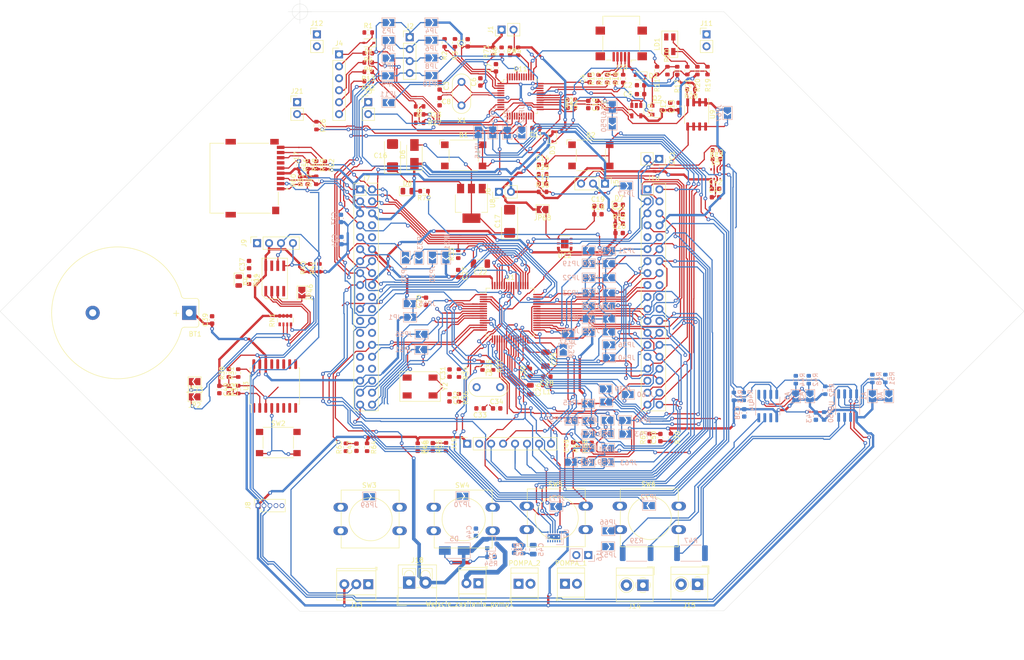
<source format=kicad_pcb>
(kicad_pcb (version 20171130) (host pcbnew "(5.1.10)-1")
  (layers (0 F.Cu signal) (31 B.Cu signal) (34 B.Paste user) (35 F.Paste user) (36 B.SilkS user) (37 F.SilkS user) (38 B.Mask user) (39 F.Mask user) (44 Edge.Cuts user))
  (net 0 "")
  (net 1 "Net-(A0-Pad1)")
  (net 2 "Net-(A1-Pad1)")
  (net 3 "Net-(A2-Pad1)")
  (net 4 "Net-(A3-Pad1)")
  (net 5 NRST)
  (net 6 BAT)
  (net 7 +3V3)
  (net 8 "Net-(C2-Pad1)")
  (net 9 STM_RST)
  (net 10 "Net-(C9-Pad1)")
  (net 11 "Net-(C10-Pad1)")
  (net 12 "Net-(C15-Pad2)")
  (net 13 "Net-(C17-Pad1)")
  (net 14 "Net-(C18-Pad1)")
  (net 15 +5V)
  (net 16 "Net-(C22-Pad2)")
  (net 17 "Net-(C25-Pad1)")
  (net 18 "Net-(C26-Pad1)")
  (net 19 "Net-(C29-Pad2)")
  (net 20 VDDA)
  (net 21 GNDA)
  (net 22 /sensors/VDDIO)
  (net 23 "Net-(C45-Pad1)")
  (net 24 "Net-(C47-Pad2)")
  (net 25 "Net-(C47-Pad1)")
  (net 26 "Net-(C48-Pad2)")
  (net 27 "Net-(C48-Pad1)")
  (net 28 "Net-(C49-Pad2)")
  (net 29 "Net-(C49-Pad1)")
  (net 30 "Net-(C50-Pad2)")
  (net 31 "Net-(C50-Pad1)")
  (net 32 "Net-(D1-Pad2)")
  (net 33 "Net-(D1-Pad1)")
  (net 34 +5VP)
  (net 35 +5VA)
  (net 36 "Net-(D4-Pad2)")
  (net 37 "Net-(D5-Pad2)")
  (net 38 "Net-(D7-Pad2)")
  (net 39 PB8)
  (net 40 PB9)
  (net 41 PWR_EXT)
  (net 42 "Net-(J2-Pad4)")
  (net 43 "Net-(J2-Pad3)")
  (net 44 "Net-(J2-Pad2)")
  (net 45 "Net-(J2-Pad1)")
  (net 46 ST_LINK_RX)
  (net 47 ST_LINK_TX)
  (net 48 "Net-(J4-Pad6)")
  (net 49 "Net-(J4-Pad5)")
  (net 50 "Net-(J4-Pad4)")
  (net 51 "Net-(J4-Pad2)")
  (net 52 "Net-(J5-Pad3)")
  (net 53 "Net-(J7-Pad38)")
  (net 54 PC3)
  (net 55 "Net-(J7-Pad36)")
  (net 56 PC2)
  (net 57 PB0)
  (net 58 PA4)
  (net 59 PA1)
  (net 60 ADC1_IN0)
  (net 61 PB7)
  (net 62 PA14)
  (net 63 PA13)
  (net 64 PF7)
  (net 65 PF6)
  (net 66 BOOT0)
  (net 67 PD2)
  (net 68 CMD)
  (net 69 DAT0)
  (net 70 CLK)
  (net 71 PF4)
  (net 72 PA3)
  (net 73 PF5)
  (net 74 PA2)
  (net 75 PC4)
  (net 76 Backlight)
  (net 77 PB3)
  (net 78 J10_CN30)
  (net 79 PB5)
  (net 80 J10_CN28)
  (net 81 PB4)
  (net 82 J10_CN26)
  (net 83 DAT3)
  (net 84 PB1)
  (net 85 DC_DISPLAY)
  (net 86 PB2)
  (net 87 PA9)
  (net 88 PC7)
  (net 89 PB12)
  (net 90 D11)
  (net 91 PA11)
  (net 92 D12)
  (net 93 D13)
  (net 94 PD8)
  (net 95 PC5)
  (net 96 PC6)
  (net 97 PC8)
  (net 98 PC9)
  (net 99 "Net-(J14-Pad2)")
  (net 100 "Net-(J14-Pad1)")
  (net 101 "Net-(J15-Pad2)")
  (net 102 "Net-(J15-Pad1)")
  (net 103 CD)
  (net 104 DAT1)
  (net 105 DAT2)
  (net 106 "Net-(J20-Pad4)")
  (net 107 "Net-(J20-Pad3)")
  (net 108 "Net-(J20-Pad2)")
  (net 109 "Net-(J21-Pad2)")
  (net 110 "Net-(JP2-Pad2)")
  (net 111 T_JTCK)
  (net 112 STM_JTCK)
  (net 113 T_JTMS)
  (net 114 STM_JTMS)
  (net 115 T_NRST)
  (net 116 T_SWO)
  (net 117 MCO)
  (net 118 "Net-(JP17-Pad2)")
  (net 119 "Net-(JP18-Pad1)")
  (net 120 PB15)
  (net 121 "Net-(JP22-Pad1)")
  (net 122 PB14)
  (net 123 "Net-(JP26-Pad1)")
  (net 124 PB13)
  (net 125 "Net-(JP30-Pad1)")
  (net 126 "Net-(JP34-Pad1)")
  (net 127 PA5)
  (net 128 "Net-(JP43-Pad1)")
  (net 129 "Net-(JP46-Pad2)")
  (net 130 PC0)
  (net 131 "Net-(JP53-Pad2)")
  (net 132 PC1)
  (net 133 "Net-(JP57-Pad2)")
  (net 134 "Net-(JP61-Pad1)")
  (net 135 "Net-(JP63-Pad1)")
  (net 136 "Net-(JP64-Pad1)")
  (net 137 "Net-(LD1-Pad4)")
  (net 138 "Net-(LD1-Pad3)")
  (net 139 "Net-(LD1-Pad2)")
  (net 140 VIN)
  (net 141 "Net-(Q2-Pad2)")
  (net 142 "Net-(Q2-Pad1)")
  (net 143 "Net-(R2-Pad2)")
  (net 144 "Net-(R3-Pad2)")
  (net 145 AIN_1)
  (net 146 USB_RENUMn)
  (net 147 USB_DM)
  (net 148 USB_DP)
  (net 149 LED_STLINK)
  (net 150 T_SWDIO_IN)
  (net 151 "Net-(R25-Pad2)")
  (net 152 PWR_ENn)
  (net 153 "Net-(R34-Pad1)")
  (net 154 "Net-(SW2-Pad2)")
  (net 155 "Net-(B1-Pad2)")
  (net 156 "Net-(D8-Pad2)")
  (net 157 "Net-(JP21-Pad1)")
  (net 158 "Net-(JP73-Pad2)")
  (net 159 GND)
  (net 160 VDD)
  (net 161 "Net-(JP52-Pad1)")
  (net 162 "Net-(JP52-Pad2)")
  (net 163 "Net-(JP66-Pad1)")
  (net 164 "Net-(JP66-Pad2)")
  (net 165 VM)
  (net 166 /Microcontroller_F4/OSC+)
  (net 167 /Microcontroller_F4/OSC-)
  (net 168 /Microcontroller_F4/HIGHOSC+)
  (net 169 /Microcontroller_F4/HIGHOSC-)
  (net 170 /Microcontroller_F4/IN_HIGHOSC+)
  (net 171 /Microcontroller_F4/IN_OSC+)
  (net 172 /Microcontroller_F4/IN_OSC-)
  (net 173 /Microcontroller_F4/IN_HIGHOSC-)
  (net 174 /Microcontroller_F1/OSC+)
  (net 175 /Microcontroller_F1/OSC-)
  (net 176 APHASE)
  (net 177 BPHASE)
  (net 178 MODE)
  (net 179 BENABLE)
  (net 180 AENABLE)
  (module Jumper:SolderJumper-2_P1.3mm_Open_TrianglePad1.0x1.5mm (layer B.Cu) (at 172.75 96.8)
    (fp_text reference JP36 (at 3.75 0) (layer B.SilkS) (effects (justify mirror)))
    (fp_text value Jumper_2_Open)
    (pad 1 smd custom (at -0.725 0) (size 0.3 0.3) (layers B.Cu B.Mask) (net 178 MODE) (options (clearance outline) (anchor rect)) (primitives (gr_poly (pts (xy -0.5 0.75) (xy 0.5 0.75) (xy 1 0) (xy 0.5 -0.75) (xy -0.5 -0.75)) (width 0))))
    (pad 2 smd custom (at 0.725 0) (size 0.3 0.3) (layers B.Cu B.Mask) (net 82 J10_CN26) (options (clearance outline) (anchor rect)) (primitives (gr_poly (pts (xy -0.65 0.75) (xy 0.5 0.75) (xy 0.5 -0.75) (xy -0.65 -0.75) (xy -0.15 0)) (width 0))))
  )
  (module Crystal:Resonator-2Pin_W8.0mm_H3.5mm (layer F.Cu) (at 141.44 40.95 270)
    (fp_text reference X1 (at 8.2 -0.1 180) (layer F.SilkS))
    (fp_text value Crystal)
    (pad 2 thru_hole circle (at 5 0 270) (size 1.7 1.7) (drill 1) (layers *.Cu *.Mask) (net 175 /Microcontroller_F1/OSC-))
    (pad 1 thru_hole circle (at 0 0 270) (size 1.7 1.7) (drill 1) (layers *.Cu *.Mask) (net 174 /Microcontroller_F1/OSC+))
  )
  (module Capacitor_SMD:C_0603_1608Metric (layer F.Cu) (at 145.45 40.95 90)
    (fp_text reference C6 (at 0 -1.43 90) (layer F.SilkS))
    (fp_text value 100n)
    (pad 2 smd roundrect (at 0.775 0 90) (size 0.9 0.95) (layers F.Cu F.Paste F.Mask) (net 159 GND))
    (pad 1 smd roundrect (at -0.775 0 90) (size 0.9 0.95) (layers F.Cu F.Paste F.Mask) (net 9 STM_RST))
  )
  (module Button_Switch_THT:SW_PUSH-12mm (layer F.Cu) (at 175.05 131.05)
    (fp_text reference SW6 (at 6.08 -4.66) (layer F.SilkS))
    (fp_text value SW_Push)
    (pad 2 thru_hole oval (at 0 5) (size 3.048 1.85) (drill 1.3) (layers *.Cu *.Mask) (net 159 GND))
    (pad 1 thru_hole oval (at 0 0) (size 3.048 1.85) (drill 1.3) (layers *.Cu *.Mask) (net 31 "Net-(C50-Pad1)"))
    (pad 2 thru_hole oval (at 12.5 5) (size 3.048 1.85) (drill 1.3) (layers *.Cu *.Mask) (net 159 GND))
    (pad 1 thru_hole oval (at 12.5 0) (size 3.048 1.85) (drill 1.3) (layers *.Cu *.Mask) (net 31 "Net-(C50-Pad1)"))
  )
  (module Button_Switch_THT:SW_PUSH-12mm (layer F.Cu) (at 155.3 131.05)
    (fp_text reference SW5 (at 6.08 -4.66) (layer F.SilkS))
    (fp_text value SW_Push)
    (pad 2 thru_hole oval (at 0 5) (size 3.048 1.85) (drill 1.3) (layers *.Cu *.Mask) (net 159 GND))
    (pad 1 thru_hole oval (at 0 0) (size 3.048 1.85) (drill 1.3) (layers *.Cu *.Mask) (net 29 "Net-(C49-Pad1)"))
    (pad 2 thru_hole oval (at 12.5 5) (size 3.048 1.85) (drill 1.3) (layers *.Cu *.Mask) (net 159 GND))
    (pad 1 thru_hole oval (at 12.5 0) (size 3.048 1.85) (drill 1.3) (layers *.Cu *.Mask) (net 29 "Net-(C49-Pad1)"))
  )
  (module Button_Switch_THT:SW_PUSH-12mm (layer F.Cu) (at 115.8 131.3)
    (fp_text reference SW3 (at 6.08 -4.66) (layer F.SilkS))
    (fp_text value SW_Push)
    (pad 2 thru_hole oval (at 0 5) (size 3.048 1.85) (drill 1.3) (layers *.Cu *.Mask) (net 159 GND))
    (pad 1 thru_hole oval (at 0 0) (size 3.048 1.85) (drill 1.3) (layers *.Cu *.Mask) (net 25 "Net-(C47-Pad1)"))
    (pad 2 thru_hole oval (at 12.5 5) (size 3.048 1.85) (drill 1.3) (layers *.Cu *.Mask) (net 159 GND))
    (pad 1 thru_hole oval (at 12.5 0) (size 3.048 1.85) (drill 1.3) (layers *.Cu *.Mask) (net 25 "Net-(C47-Pad1)"))
  )
  (module Button_Switch_THT:SW_PUSH-12mm (layer F.Cu) (at 135.55 131.3)
    (fp_text reference SW4 (at 6.08 -4.66) (layer F.SilkS))
    (fp_text value SW_Push)
    (pad 2 thru_hole oval (at 0 5) (size 3.048 1.85) (drill 1.3) (layers *.Cu *.Mask) (net 159 GND))
    (pad 1 thru_hole oval (at 0 0) (size 3.048 1.85) (drill 1.3) (layers *.Cu *.Mask) (net 27 "Net-(C48-Pad1)"))
    (pad 2 thru_hole oval (at 12.5 5) (size 3.048 1.85) (drill 1.3) (layers *.Cu *.Mask) (net 159 GND))
    (pad 1 thru_hole oval (at 12.5 0) (size 3.048 1.85) (drill 1.3) (layers *.Cu *.Mask) (net 27 "Net-(C48-Pad1)"))
  )
  (module Jumper:SolderJumper-2_P1.3mm_Open_TrianglePad1.0x1.5mm (layer B.Cu) (at 164.05 94.45)
    (fp_text reference JP37 (at 0 1.8) (layer B.SilkS) (effects (justify mirror)))
    (fp_text value Jumper_2_Open)
    (pad 1 smd custom (at -0.725 0) (size 0.3 0.3) (layers B.Cu B.Mask) (net 126 "Net-(JP34-Pad1)") (options (clearance outline) (anchor rect)) (primitives (gr_poly (pts (xy -0.5 0.75) (xy 0.5 0.75) (xy 1 0) (xy 0.5 -0.75) (xy -0.5 -0.75)) (width 0))))
    (pad 2 smd custom (at 0.725 0) (size 0.3 0.3) (layers B.Cu B.Mask) (net 89 PB12) (options (clearance outline) (anchor rect)) (primitives (gr_poly (pts (xy -0.65 0.75) (xy 0.5 0.75) (xy 0.5 -0.75) (xy -0.65 -0.75) (xy -0.15 0)) (width 0))))
  )
  (module Jumper:SolderJumper-2_P1.3mm_Open_TrianglePad1.0x1.5mm (layer B.Cu) (at 172.75 85.8 180)
    (fp_text reference JP24 (at 3.75 0) (layer B.SilkS) (effects (justify mirror)))
    (fp_text value Jumper_2_Open)
    (pad 1 smd custom (at -0.725 0 180) (size 0.3 0.3) (layers B.Cu B.Mask) (net 92 D12) (options (clearance outline) (anchor rect)) (primitives (gr_poly (pts (xy -0.5 0.75) (xy 0.5 0.75) (xy 1 0) (xy 0.5 -0.75) (xy -0.5 -0.75)) (width 0))))
    (pad 2 smd custom (at 0.725 0 180) (size 0.3 0.3) (layers B.Cu B.Mask) (net 122 PB14) (options (clearance outline) (anchor rect)) (primitives (gr_poly (pts (xy -0.65 0.75) (xy 0.5 0.75) (xy 0.5 -0.75) (xy -0.65 -0.75) (xy -0.15 0)) (width 0))))
  )
  (module Package_QFP:LQFP-64_10x10mm_P0.5mm (layer F.Cu) (at 151.76 89.88)
    (fp_text reference U1 (at 0 -7.4) (layer F.SilkS))
    (fp_text value STM32F411RETx)
    (pad 64 smd roundrect (at -3.75 -5.675) (size 0.3 1.55) (layers F.Cu F.Paste F.Mask) (net 160 VDD))
    (pad 63 smd roundrect (at -3.25 -5.675) (size 0.3 1.55) (layers F.Cu F.Paste F.Mask) (net 159 GND))
    (pad 62 smd roundrect (at -2.75 -5.675) (size 0.3 1.55) (layers F.Cu F.Paste F.Mask) (net 40 PB9))
    (pad 61 smd roundrect (at -2.25 -5.675) (size 0.3 1.55) (layers F.Cu F.Paste F.Mask) (net 39 PB8))
    (pad 60 smd roundrect (at -1.75 -5.675) (size 0.3 1.55) (layers F.Cu F.Paste F.Mask) (net 66 BOOT0))
    (pad 59 smd roundrect (at -1.25 -5.675) (size 0.3 1.55) (layers F.Cu F.Paste F.Mask) (net 61 PB7))
    (pad 58 smd roundrect (at -0.75 -5.675) (size 0.3 1.55) (layers F.Cu F.Paste F.Mask) (net 176 APHASE))
    (pad 57 smd roundrect (at -0.25 -5.675) (size 0.3 1.55) (layers F.Cu F.Paste F.Mask) (net 79 PB5))
    (pad 56 smd roundrect (at 0.25 -5.675) (size 0.3 1.55) (layers F.Cu F.Paste F.Mask) (net 81 PB4))
    (pad 55 smd roundrect (at 0.75 -5.675) (size 0.3 1.55) (layers F.Cu F.Paste F.Mask) (net 77 PB3))
    (pad 54 smd roundrect (at 1.25 -5.675) (size 0.3 1.55) (layers F.Cu F.Paste F.Mask) (net 67 PD2))
    (pad 53 smd roundrect (at 1.75 -5.675) (size 0.3 1.55) (layers F.Cu F.Paste F.Mask) (net 68 CMD))
    (pad 52 smd roundrect (at 2.25 -5.675) (size 0.3 1.55) (layers F.Cu F.Paste F.Mask) (net 69 DAT0))
    (pad 51 smd roundrect (at 2.75 -5.675) (size 0.3 1.55) (layers F.Cu F.Paste F.Mask) (net 70 CLK))
    (pad 50 smd roundrect (at 3.25 -5.675) (size 0.3 1.55) (layers F.Cu F.Paste F.Mask) (net 179 BENABLE))
    (pad 49 smd roundrect (at 3.75 -5.675) (size 0.3 1.55) (layers F.Cu F.Paste F.Mask) (net 62 PA14))
    (pad 48 smd roundrect (at 5.675 -3.75) (size 1.55 0.3) (layers F.Cu F.Paste F.Mask) (net 125 "Net-(JP30-Pad1)"))
    (pad 47 smd roundrect (at 5.675 -3.25) (size 1.55 0.3) (layers F.Cu F.Paste F.Mask) (net 16 "Net-(C22-Pad2)"))
    (pad 46 smd roundrect (at 5.675 -2.75) (size 1.55 0.3) (layers F.Cu F.Paste F.Mask) (net 63 PA13))
    (pad 45 smd roundrect (at 5.675 -2.25) (size 1.55 0.3) (layers F.Cu F.Paste F.Mask) (net 177 BPHASE))
    (pad 44 smd roundrect (at 5.675 -1.75) (size 1.55 0.3) (layers F.Cu F.Paste F.Mask) (net 91 PA11))
    (pad 43 smd roundrect (at 5.675 -1.25) (size 1.55 0.3) (layers F.Cu F.Paste F.Mask) (net 76 Backlight))
    (pad 42 smd roundrect (at 5.675 -0.75) (size 1.55 0.3) (layers F.Cu F.Paste F.Mask) (net 87 PA9))
    (pad 41 smd roundrect (at 5.675 -0.25) (size 1.55 0.3) (layers F.Cu F.Paste F.Mask) (net 85 DC_DISPLAY))
    (pad 40 smd roundrect (at 5.675 0.25) (size 1.55 0.3) (layers F.Cu F.Paste F.Mask) (net 98 PC9))
    (pad 39 smd roundrect (at 5.675 0.75) (size 1.55 0.3) (layers F.Cu F.Paste F.Mask) (net 97 PC8))
    (pad 38 smd roundrect (at 5.675 1.25) (size 1.55 0.3) (layers F.Cu F.Paste F.Mask) (net 88 PC7))
    (pad 37 smd roundrect (at 5.675 1.75) (size 1.55 0.3) (layers F.Cu F.Paste F.Mask) (net 96 PC6))
    (pad 36 smd roundrect (at 5.675 2.25) (size 1.55 0.3) (layers F.Cu F.Paste F.Mask) (net 119 "Net-(JP18-Pad1)"))
    (pad 35 smd roundrect (at 5.675 2.75) (size 1.55 0.3) (layers F.Cu F.Paste F.Mask) (net 121 "Net-(JP22-Pad1)"))
    (pad 34 smd roundrect (at 5.675 3.25) (size 1.55 0.3) (layers F.Cu F.Paste F.Mask) (net 123 "Net-(JP26-Pad1)"))
    (pad 33 smd roundrect (at 5.675 3.75) (size 1.55 0.3) (layers F.Cu F.Paste F.Mask) (net 126 "Net-(JP34-Pad1)"))
    (pad 32 smd roundrect (at 3.75 5.675) (size 0.3 1.55) (layers F.Cu F.Paste F.Mask) (net 160 VDD))
    (pad 31 smd roundrect (at 3.25 5.675) (size 0.3 1.55) (layers F.Cu F.Paste F.Mask) (net 17 "Net-(C25-Pad1)"))
    (pad 30 smd roundrect (at 2.75 5.675) (size 0.3 1.55) (layers F.Cu F.Paste F.Mask) (net 18 "Net-(C26-Pad1)"))
    (pad 29 smd roundrect (at 2.25 5.675) (size 0.3 1.55) (layers F.Cu F.Paste F.Mask) (net 83 DAT3))
    (pad 28 smd roundrect (at 1.75 5.675) (size 0.3 1.55) (layers F.Cu F.Paste F.Mask) (net 86 PB2))
    (pad 27 smd roundrect (at 1.25 5.675) (size 0.3 1.55) (layers F.Cu F.Paste F.Mask) (net 136 "Net-(JP64-Pad1)"))
    (pad 26 smd roundrect (at 0.75 5.675) (size 0.3 1.55) (layers F.Cu F.Paste F.Mask) (net 57 PB0))
    (pad 25 smd roundrect (at 0.25 5.675) (size 0.3 1.55) (layers F.Cu F.Paste F.Mask) (net 95 PC5))
    (pad 24 smd roundrect (at -0.25 5.675) (size 0.3 1.55) (layers F.Cu F.Paste F.Mask) (net 75 PC4))
    (pad 23 smd roundrect (at -0.75 5.675) (size 0.3 1.55) (layers F.Cu F.Paste F.Mask) (net 178 MODE))
    (pad 22 smd roundrect (at -1.25 5.675) (size 0.3 1.55) (layers F.Cu F.Paste F.Mask) (net 180 AENABLE))
    (pad 21 smd roundrect (at -1.75 5.675) (size 0.3 1.55) (layers F.Cu F.Paste F.Mask) (net 127 PA5))
    (pad 20 smd roundrect (at -2.25 5.675) (size 0.3 1.55) (layers F.Cu F.Paste F.Mask) (net 58 PA4))
    (pad 19 smd roundrect (at -2.75 5.675) (size 0.3 1.55) (layers F.Cu F.Paste F.Mask) (net 128 "Net-(JP43-Pad1)"))
    (pad 18 smd roundrect (at -3.25 5.675) (size 0.3 1.55) (layers F.Cu F.Paste F.Mask) (net 131 "Net-(JP53-Pad2)"))
    (pad 17 smd roundrect (at -3.75 5.675) (size 0.3 1.55) (layers F.Cu F.Paste F.Mask) (net 134 "Net-(JP61-Pad1)"))
    (pad 16 smd roundrect (at -5.675 3.75) (size 1.55 0.3) (layers F.Cu F.Paste F.Mask) (net 135 "Net-(JP63-Pad1)"))
    (pad 15 smd roundrect (at -5.675 3.25) (size 1.55 0.3) (layers F.Cu F.Paste F.Mask) (net 59 PA1))
    (pad 14 smd roundrect (at -5.675 2.75) (size 1.55 0.3) (layers F.Cu F.Paste F.Mask) (net 60 ADC1_IN0))
    (pad 13 smd roundrect (at -5.675 2.25) (size 1.55 0.3) (layers F.Cu F.Paste F.Mask) (net 20 VDDA))
    (pad 12 smd roundrect (at -5.675 1.75) (size 1.55 0.3) (layers F.Cu F.Paste F.Mask) (net 21 GNDA))
    (pad 11 smd roundrect (at -5.675 1.25) (size 1.55 0.3) (layers F.Cu F.Paste F.Mask) (net 54 PC3))
    (pad 10 smd roundrect (at -5.675 0.75) (size 1.55 0.3) (layers F.Cu F.Paste F.Mask) (net 56 PC2))
    (pad 9 smd roundrect (at -5.675 0.25) (size 1.55 0.3) (layers F.Cu F.Paste F.Mask) (net 132 PC1))
    (pad 8 smd roundrect (at -5.675 -0.25) (size 1.55 0.3) (layers F.Cu F.Paste F.Mask) (net 130 PC0))
    (pad 7 smd roundrect (at -5.675 -0.75) (size 1.55 0.3) (layers F.Cu F.Paste F.Mask) (net 5 NRST))
    (pad 6 smd roundrect (at -5.675 -1.25) (size 1.55 0.3) (layers F.Cu F.Paste F.Mask) (net 173 /Microcontroller_F4/IN_HIGHOSC-))
    (pad 5 smd roundrect (at -5.675 -1.75) (size 1.55 0.3) (layers F.Cu F.Paste F.Mask) (net 170 /Microcontroller_F4/IN_HIGHOSC+))
    (pad 4 smd roundrect (at -5.675 -2.25) (size 1.55 0.3) (layers F.Cu F.Paste F.Mask) (net 172 /Microcontroller_F4/IN_OSC-))
    (pad 3 smd roundrect (at -5.675 -2.75) (size 1.55 0.3) (layers F.Cu F.Paste F.Mask) (net 171 /Microcontroller_F4/IN_OSC+))
    (pad 2 smd roundrect (at -5.675 -3.25) (size 1.55 0.3) (layers F.Cu F.Paste F.Mask) (net 118 "Net-(JP17-Pad2)"))
    (pad 1 smd roundrect (at -5.675 -3.75) (size 1.55 0.3) (layers F.Cu F.Paste F.Mask) (net 19 "Net-(C29-Pad2)"))
  )
  (module Connector_PinHeader_2.54mm:PinHeader_2x19_P2.54mm_Vertical (layer F.Cu) (at 119.92 63.78)
    (fp_text reference J7 (at 1.27 -2.33) (layer F.SilkS))
    (fp_text value Conn_02x19_Odd_Even)
    (pad 38 thru_hole oval (at 2.54 45.72) (size 1.7 1.7) (drill 1) (layers *.Cu *.Mask) (net 53 "Net-(J7-Pad38)"))
    (pad 37 thru_hole oval (at 0 45.72) (size 1.7 1.7) (drill 1) (layers *.Cu *.Mask) (net 54 PC3))
    (pad 36 thru_hole oval (at 2.54 43.18) (size 1.7 1.7) (drill 1) (layers *.Cu *.Mask) (net 55 "Net-(J7-Pad36)"))
    (pad 35 thru_hole oval (at 0 43.18) (size 1.7 1.7) (drill 1) (layers *.Cu *.Mask) (net 56 PC2))
    (pad 34 thru_hole oval (at 2.54 40.64) (size 1.7 1.7) (drill 1) (layers *.Cu *.Mask) (net 57 PB0))
    (pad 33 thru_hole oval (at 0 40.64) (size 1.7 1.7) (drill 1) (layers *.Cu *.Mask) (net 6 BAT))
    (pad 32 thru_hole oval (at 2.54 38.1) (size 1.7 1.7) (drill 1) (layers *.Cu *.Mask) (net 58 PA4))
    (pad 31 thru_hole oval (at 0 38.1) (size 1.7 1.7) (drill 1) (layers *.Cu *.Mask))
    (pad 30 thru_hole oval (at 2.54 35.56) (size 1.7 1.7) (drill 1) (layers *.Cu *.Mask) (net 59 PA1))
    (pad 29 thru_hole oval (at 0 35.56) (size 1.7 1.7) (drill 1) (layers *.Cu *.Mask))
    (pad 28 thru_hole oval (at 2.54 33.02) (size 1.7 1.7) (drill 1) (layers *.Cu *.Mask) (net 60 ADC1_IN0))
    (pad 27 thru_hole oval (at 0 33.02) (size 1.7 1.7) (drill 1) (layers *.Cu *.Mask))
    (pad 26 thru_hole oval (at 2.54 30.48) (size 1.7 1.7) (drill 1) (layers *.Cu *.Mask))
    (pad 25 thru_hole oval (at 0 30.48) (size 1.7 1.7) (drill 1) (layers *.Cu *.Mask))
    (pad 24 thru_hole oval (at 2.54 27.94) (size 1.7 1.7) (drill 1) (layers *.Cu *.Mask) (net 165 VM))
    (pad 23 thru_hole oval (at 0 27.94) (size 1.7 1.7) (drill 1) (layers *.Cu *.Mask))
    (pad 22 thru_hole oval (at 2.54 25.4) (size 1.7 1.7) (drill 1) (layers *.Cu *.Mask) (net 159 GND))
    (pad 21 thru_hole oval (at 0 25.4) (size 1.7 1.7) (drill 1) (layers *.Cu *.Mask) (net 61 PB7))
    (pad 20 thru_hole oval (at 2.54 22.86) (size 1.7 1.7) (drill 1) (layers *.Cu *.Mask) (net 159 GND))
    (pad 19 thru_hole oval (at 0 22.86) (size 1.7 1.7) (drill 1) (layers *.Cu *.Mask) (net 159 GND))
    (pad 18 thru_hole oval (at 2.54 20.32) (size 1.7 1.7) (drill 1) (layers *.Cu *.Mask) (net 15 +5V))
    (pad 17 thru_hole oval (at 0 20.32) (size 1.7 1.7) (drill 1) (layers *.Cu *.Mask) (net 179 BENABLE))
    (pad 16 thru_hole oval (at 2.54 17.78) (size 1.7 1.7) (drill 1) (layers *.Cu *.Mask) (net 160 VDD))
    (pad 15 thru_hole oval (at 0 17.78) (size 1.7 1.7) (drill 1) (layers *.Cu *.Mask) (net 62 PA14))
    (pad 14 thru_hole oval (at 2.54 15.24) (size 1.7 1.7) (drill 1) (layers *.Cu *.Mask) (net 5 NRST))
    (pad 13 thru_hole oval (at 0 15.24) (size 1.7 1.7) (drill 1) (layers *.Cu *.Mask) (net 63 PA13))
    (pad 12 thru_hole oval (at 2.54 12.7) (size 1.7 1.7) (drill 1) (layers *.Cu *.Mask) (net 160 VDD))
    (pad 11 thru_hole oval (at 0 12.7) (size 1.7 1.7) (drill 1) (layers *.Cu *.Mask) (net 64 PF7))
    (pad 10 thru_hole oval (at 2.54 10.16) (size 1.7 1.7) (drill 1) (layers *.Cu *.Mask))
    (pad 9 thru_hole oval (at 0 10.16) (size 1.7 1.7) (drill 1) (layers *.Cu *.Mask) (net 65 PF6))
    (pad 8 thru_hole oval (at 2.54 7.62) (size 1.7 1.7) (drill 1) (layers *.Cu *.Mask) (net 159 GND))
    (pad 7 thru_hole oval (at 0 7.62) (size 1.7 1.7) (drill 1) (layers *.Cu *.Mask) (net 66 BOOT0))
    (pad 6 thru_hole oval (at 2.54 5.08) (size 1.7 1.7) (drill 1) (layers *.Cu *.Mask) (net 35 +5VA))
    (pad 5 thru_hole oval (at 0 5.08) (size 1.7 1.7) (drill 1) (layers *.Cu *.Mask) (net 160 VDD))
    (pad 4 thru_hole oval (at 2.54 2.54) (size 1.7 1.7) (drill 1) (layers *.Cu *.Mask) (net 67 PD2))
    (pad 3 thru_hole oval (at 0 2.54) (size 1.7 1.7) (drill 1) (layers *.Cu *.Mask) (net 68 CMD))
    (pad 2 thru_hole oval (at 2.54 0) (size 1.7 1.7) (drill 1) (layers *.Cu *.Mask) (net 69 DAT0))
    (pad 1 thru_hole rect (at 0 0) (size 1.7 1.7) (drill 1) (layers *.Cu *.Mask) (net 70 CLK))
  )
  (module Capacitor_SMD:C_0603_1608Metric (layer F.Cu) (at 96.35 79.75 90)
    (fp_text reference C37 (at 0 -1.43 90) (layer F.SilkS))
    (fp_text value 100n)
    (pad 2 smd roundrect (at 0.775 0 90) (size 0.9 0.95) (layers F.Cu F.Paste F.Mask) (net 159 GND))
    (pad 1 smd roundrect (at -0.775 0 90) (size 0.9 0.95) (layers F.Cu F.Paste F.Mask) (net 160 VDD))
  )
  (module TerminalBlock_TE-Connectivity:TerminalBlock_TE_282834-3_1x03_P2.54mm_Horizontal (layer F.Cu) (at 121.65 147.65 180)
    (fp_text reference J13 (at 2.54 -4.37) (layer F.SilkS))
    (fp_text value Conn_01x03)
    (pad 3 thru_hole circle (at 5.08 0 180) (size 2.1 2.1) (drill 1.1) (layers *.Cu *.Mask) (net 160 VDD))
    (pad 2 thru_hole circle (at 2.54 0 180) (size 2.1 2.1) (drill 1.1) (layers *.Cu *.Mask) (net 60 ADC1_IN0))
    (pad 1 thru_hole rect (at 0 0 180) (size 2.1 2.1) (drill 1.1) (layers *.Cu *.Mask) (net 159 GND))
  )
  (module TerminalBlock_4Ucon:TerminalBlock_4Ucon_1x02_P3.50mm_Horizontal (layer F.Cu) (at 179.95 147.85 180)
    (fp_text reference J14 (at 1.75 -4.46) (layer F.SilkS))
    (fp_text value Conn_01x02)
    (pad 1 thru_hole rect (at 0 0 180) (size 2.4 2.4) (drill 1.2) (layers *.Cu *.Mask) (net 100 "Net-(J14-Pad1)"))
    (pad 2 thru_hole circle (at 3.5 0 180) (size 2.4 2.4) (drill 1.2) (layers *.Cu *.Mask) (net 99 "Net-(J14-Pad2)"))
  )
  (module Package_QFP:LQFP-48_7x7mm_P0.5mm (layer F.Cu) (at 153.95 44.05)
    (fp_text reference U11 (at 0 -5.85) (layer F.SilkS))
    (fp_text value STM32F103CBTx)
    (pad 48 smd roundrect (at -2.75 -4.1625) (size 0.3 1.475) (layers F.Cu F.Paste F.Mask) (net 7 +3V3))
    (pad 47 smd roundrect (at -2.25 -4.1625) (size 0.3 1.475) (layers F.Cu F.Paste F.Mask) (net 159 GND))
    (pad 46 smd roundrect (at -1.75 -4.1625) (size 0.3 1.475) (layers F.Cu F.Paste F.Mask))
    (pad 45 smd roundrect (at -1.25 -4.1625) (size 0.3 1.475) (layers F.Cu F.Paste F.Mask))
    (pad 44 smd roundrect (at -0.75 -4.1625) (size 0.3 1.475) (layers F.Cu F.Paste F.Mask) (net 66 BOOT0))
    (pad 43 smd roundrect (at -0.25 -4.1625) (size 0.3 1.475) (layers F.Cu F.Paste F.Mask))
    (pad 42 smd roundrect (at 0.25 -4.1625) (size 0.3 1.475) (layers F.Cu F.Paste F.Mask))
    (pad 41 smd roundrect (at 0.75 -4.1625) (size 0.3 1.475) (layers F.Cu F.Paste F.Mask))
    (pad 40 smd roundrect (at 1.25 -4.1625) (size 0.3 1.475) (layers F.Cu F.Paste F.Mask))
    (pad 39 smd roundrect (at 1.75 -4.1625) (size 0.3 1.475) (layers F.Cu F.Paste F.Mask) (net 41 PWR_EXT))
    (pad 38 smd roundrect (at 2.25 -4.1625) (size 0.3 1.475) (layers F.Cu F.Paste F.Mask) (net 146 USB_RENUMn))
    (pad 37 smd roundrect (at 2.75 -4.1625) (size 0.3 1.475) (layers F.Cu F.Paste F.Mask) (net 112 STM_JTCK))
    (pad 36 smd roundrect (at 4.1625 -2.75) (size 1.475 0.3) (layers F.Cu F.Paste F.Mask) (net 7 +3V3))
    (pad 35 smd roundrect (at 4.1625 -2.25) (size 1.475 0.3) (layers F.Cu F.Paste F.Mask) (net 159 GND))
    (pad 34 smd roundrect (at 4.1625 -1.75) (size 1.475 0.3) (layers F.Cu F.Paste F.Mask) (net 114 STM_JTMS))
    (pad 33 smd roundrect (at 4.1625 -1.25) (size 1.475 0.3) (layers F.Cu F.Paste F.Mask) (net 148 USB_DP))
    (pad 32 smd roundrect (at 4.1625 -0.75) (size 1.475 0.3) (layers F.Cu F.Paste F.Mask) (net 147 USB_DM))
    (pad 31 smd roundrect (at 4.1625 -0.25) (size 1.475 0.3) (layers F.Cu F.Paste F.Mask) (net 116 T_SWO))
    (pad 30 smd roundrect (at 4.1625 0.25) (size 1.475 0.3) (layers F.Cu F.Paste F.Mask) (net 149 LED_STLINK))
    (pad 29 smd roundrect (at 4.1625 0.75) (size 1.475 0.3) (layers F.Cu F.Paste F.Mask) (net 151 "Net-(R25-Pad2)"))
    (pad 28 smd roundrect (at 4.1625 1.25) (size 1.475 0.3) (layers F.Cu F.Paste F.Mask) (net 152 PWR_ENn))
    (pad 27 smd roundrect (at 4.1625 1.75) (size 1.475 0.3) (layers F.Cu F.Paste F.Mask) (net 113 T_JTMS))
    (pad 26 smd roundrect (at 4.1625 2.25) (size 1.475 0.3) (layers F.Cu F.Paste F.Mask) (net 111 T_JTCK))
    (pad 25 smd roundrect (at 4.1625 2.75) (size 1.475 0.3) (layers F.Cu F.Paste F.Mask) (net 150 T_SWDIO_IN))
    (pad 24 smd roundrect (at 2.75 4.1625) (size 0.3 1.475) (layers F.Cu F.Paste F.Mask) (net 7 +3V3))
    (pad 23 smd roundrect (at 2.25 4.1625) (size 0.3 1.475) (layers F.Cu F.Paste F.Mask) (net 159 GND))
    (pad 22 smd roundrect (at 1.75 4.1625) (size 0.3 1.475) (layers F.Cu F.Paste F.Mask))
    (pad 21 smd roundrect (at 1.25 4.1625) (size 0.3 1.475) (layers F.Cu F.Paste F.Mask) (net 109 "Net-(J21-Pad2)"))
    (pad 20 smd roundrect (at 0.75 4.1625) (size 0.3 1.475) (layers F.Cu F.Paste F.Mask) (net 159 GND))
    (pad 19 smd roundrect (at 0.25 4.1625) (size 0.3 1.475) (layers F.Cu F.Paste F.Mask))
    (pad 18 smd roundrect (at -0.25 4.1625) (size 0.3 1.475) (layers F.Cu F.Paste F.Mask) (net 115 T_NRST))
    (pad 17 smd roundrect (at -0.75 4.1625) (size 0.3 1.475) (layers F.Cu F.Paste F.Mask))
    (pad 16 smd roundrect (at -1.25 4.1625) (size 0.3 1.475) (layers F.Cu F.Paste F.Mask))
    (pad 15 smd roundrect (at -1.75 4.1625) (size 0.3 1.475) (layers F.Cu F.Paste F.Mask) (net 111 T_JTCK))
    (pad 14 smd roundrect (at -2.25 4.1625) (size 0.3 1.475) (layers F.Cu F.Paste F.Mask))
    (pad 13 smd roundrect (at -2.75 4.1625) (size 0.3 1.475) (layers F.Cu F.Paste F.Mask) (net 46 ST_LINK_RX))
    (pad 12 smd roundrect (at -4.1625 2.75) (size 1.475 0.3) (layers F.Cu F.Paste F.Mask) (net 47 ST_LINK_TX))
    (pad 11 smd roundrect (at -4.1625 2.25) (size 1.475 0.3) (layers F.Cu F.Paste F.Mask))
    (pad 10 smd roundrect (at -4.1625 1.75) (size 1.475 0.3) (layers F.Cu F.Paste F.Mask) (net 145 AIN_1))
    (pad 9 smd roundrect (at -4.1625 1.25) (size 1.475 0.3) (layers F.Cu F.Paste F.Mask) (net 7 +3V3))
    (pad 8 smd roundrect (at -4.1625 0.75) (size 1.475 0.3) (layers F.Cu F.Paste F.Mask) (net 159 GND))
    (pad 7 smd roundrect (at -4.1625 0.25) (size 1.475 0.3) (layers F.Cu F.Paste F.Mask) (net 9 STM_RST))
    (pad 6 smd roundrect (at -4.1625 -0.25) (size 1.475 0.3) (layers F.Cu F.Paste F.Mask) (net 175 /Microcontroller_F1/OSC-))
    (pad 5 smd roundrect (at -4.1625 -0.75) (size 1.475 0.3) (layers F.Cu F.Paste F.Mask) (net 174 /Microcontroller_F1/OSC+))
    (pad 4 smd roundrect (at -4.1625 -1.25) (size 1.475 0.3) (layers F.Cu F.Paste F.Mask))
    (pad 3 smd roundrect (at -4.1625 -1.75) (size 1.475 0.3) (layers F.Cu F.Paste F.Mask) (net 143 "Net-(R2-Pad2)"))
    (pad 2 smd roundrect (at -4.1625 -2.25) (size 1.475 0.3) (layers F.Cu F.Paste F.Mask) (net 144 "Net-(R3-Pad2)"))
    (pad 1 smd roundrect (at -4.1625 -2.75) (size 1.475 0.3) (layers F.Cu F.Paste F.Mask) (net 7 +3V3))
  )
  (module Capacitor_SMD:C_0603_1608Metric (layer F.Cu) (at 90.05 106.3 270)
    (fp_text reference C40 (at 0 -1.43 90) (layer F.SilkS))
    (fp_text value 100n)
    (pad 2 smd roundrect (at 0.775 0 270) (size 0.9 0.95) (layers F.Cu F.Paste F.Mask) (net 159 GND))
    (pad 1 smd roundrect (at -0.775 0 270) (size 0.9 0.95) (layers F.Cu F.Paste F.Mask) (net 160 VDD))
  )
  (module Package_SO:SOIC-16W_7.5x10.3mm_P1.27mm (layer F.Cu) (at 101.8 105.55 90)
    (fp_text reference U3 (at 0 -6.1 90) (layer F.SilkS))
    (fp_text value DS3231M)
    (pad 16 smd roundrect (at 4.65 -4.445 90) (size 2.05 0.6) (layers F.Cu F.Paste F.Mask) (net 39 PB8))
    (pad 15 smd roundrect (at 4.65 -3.175 90) (size 2.05 0.6) (layers F.Cu F.Paste F.Mask) (net 40 PB9))
    (pad 14 smd roundrect (at 4.65 -1.905 90) (size 2.05 0.6) (layers F.Cu F.Paste F.Mask) (net 6 BAT))
    (pad 13 smd roundrect (at 4.65 -0.635 90) (size 2.05 0.6) (layers F.Cu F.Paste F.Mask) (net 159 GND))
    (pad 12 smd roundrect (at 4.65 0.635 90) (size 2.05 0.6) (layers F.Cu F.Paste F.Mask) (net 159 GND))
    (pad 11 smd roundrect (at 4.65 1.905 90) (size 2.05 0.6) (layers F.Cu F.Paste F.Mask) (net 159 GND))
    (pad 10 smd roundrect (at 4.65 3.175 90) (size 2.05 0.6) (layers F.Cu F.Paste F.Mask) (net 159 GND))
    (pad 9 smd roundrect (at 4.65 4.445 90) (size 2.05 0.6) (layers F.Cu F.Paste F.Mask) (net 159 GND))
    (pad 8 smd roundrect (at -4.65 4.445 90) (size 2.05 0.6) (layers F.Cu F.Paste F.Mask) (net 159 GND))
    (pad 7 smd roundrect (at -4.65 3.175 90) (size 2.05 0.6) (layers F.Cu F.Paste F.Mask) (net 159 GND))
    (pad 6 smd roundrect (at -4.65 1.905 90) (size 2.05 0.6) (layers F.Cu F.Paste F.Mask) (net 159 GND))
    (pad 5 smd roundrect (at -4.65 0.635 90) (size 2.05 0.6) (layers F.Cu F.Paste F.Mask) (net 159 GND))
    (pad 4 smd roundrect (at -4.65 -0.635 90) (size 2.05 0.6) (layers F.Cu F.Paste F.Mask) (net 154 "Net-(SW2-Pad2)"))
    (pad 3 smd roundrect (at -4.65 -1.905 90) (size 2.05 0.6) (layers F.Cu F.Paste F.Mask) (net 91 PA11))
    (pad 2 smd roundrect (at -4.65 -3.175 90) (size 2.05 0.6) (layers F.Cu F.Paste F.Mask) (net 160 VDD))
    (pad 1 smd roundrect (at -4.65 -4.445 90) (size 2.05 0.6) (layers F.Cu F.Paste F.Mask))
  )
  (module Capacitor_SMD:C_0603_1608Metric (layer B.Cu) (at 201.45 111.25 270)
    (fp_text reference C38 (at 0 1.43 270) (layer B.SilkS) (effects (justify mirror)))
    (fp_text value 100n)
    (pad 2 smd roundrect (at 0.775 0 270) (size 0.9 0.95) (layers B.Cu B.Paste B.Mask) (net 159 GND))
    (pad 1 smd roundrect (at -0.775 0 270) (size 0.9 0.95) (layers B.Cu B.Paste B.Mask) (net 160 VDD))
  )
  (module Capacitor_SMD:C_0603_1608Metric (layer B.Cu) (at 216.65 111.95 270)
    (fp_text reference C43 (at 0 1.43 270) (layer B.SilkS) (effects (justify mirror)))
    (fp_text value 100n)
    (pad 2 smd roundrect (at 0.775 0 270) (size 0.9 0.95) (layers B.Cu B.Paste B.Mask) (net 159 GND))
    (pad 1 smd roundrect (at -0.775 0 270) (size 0.9 0.95) (layers B.Cu B.Paste B.Mask) (net 160 VDD))
  )
  (module Resistor_SMD:R_0603_1608Metric (layer B.Cu) (at 212.4 104.2 90)
    (fp_text reference R44 (at 0 1.43 270) (layer B.SilkS) (effects (justify mirror)))
    (fp_text value R)
    (pad 2 smd roundrect (at 0.825 0 90) (size 0.8 0.95) (layers B.Cu B.Paste B.Mask) (net 159 GND))
    (pad 1 smd roundrect (at -0.825 0 90) (size 0.8 0.95) (layers B.Cu B.Paste B.Mask) (net 3 "Net-(A2-Pad1)"))
  )
  (module Resistor_SMD:R_0603_1608Metric (layer B.Cu) (at 215.15 104.2 90)
    (fp_text reference R42 (at 0 1.43 270) (layer B.SilkS) (effects (justify mirror)))
    (fp_text value R)
    (pad 2 smd roundrect (at 0.825 0 90) (size 0.8 0.95) (layers B.Cu B.Paste B.Mask) (net 159 GND))
    (pad 1 smd roundrect (at -0.825 0 90) (size 0.8 0.95) (layers B.Cu B.Paste B.Mask) (net 4 "Net-(A3-Pad1)"))
  )
  (module Resistor_SMD:R_0603_1608Metric (layer B.Cu) (at 201.35 107.75 90)
    (fp_text reference R46 (at 0 1.43 270) (layer B.SilkS) (effects (justify mirror)))
    (fp_text value 4k7)
    (pad 2 smd roundrect (at 0.825 0 90) (size 0.8 0.95) (layers B.Cu B.Paste B.Mask) (net 39 PB8))
    (pad 1 smd roundrect (at -0.825 0 90) (size 0.8 0.95) (layers B.Cu B.Paste B.Mask) (net 160 VDD))
  )
  (module Resistor_SMD:R_0603_1608Metric (layer B.Cu) (at 199.25 107.75 90)
    (fp_text reference R43 (at 0 1.43 270) (layer B.SilkS) (effects (justify mirror)))
    (fp_text value 4k7)
    (pad 2 smd roundrect (at 0.825 0 90) (size 0.8 0.95) (layers B.Cu B.Paste B.Mask) (net 40 PB9))
    (pad 1 smd roundrect (at -0.825 0 90) (size 0.8 0.95) (layers B.Cu B.Paste B.Mask) (net 160 VDD))
  )
  (module Resistor_SMD:R_0603_1608Metric (layer F.Cu) (at 133.5 64.15 180)
    (fp_text reference R72 (at 0 -1.43) (layer F.SilkS))
    (fp_text value 510)
    (pad 2 smd roundrect (at 0.825 0 180) (size 0.8 0.95) (layers F.Cu F.Paste F.Mask) (net 156 "Net-(D8-Pad2)"))
    (pad 1 smd roundrect (at -0.825 0 180) (size 0.8 0.95) (layers F.Cu F.Paste F.Mask) (net 157 "Net-(JP21-Pad1)"))
  )
  (module Jumper:SolderJumper-2_P1.3mm_Open_TrianglePad1.0x1.5mm (layer B.Cu) (at 172.75 76.8)
    (fp_text reference JP21 (at 3.75 0) (layer B.SilkS) (effects (justify mirror)))
    (fp_text value Jumper_2_Open)
    (pad 1 smd custom (at -0.725 0) (size 0.3 0.3) (layers B.Cu B.Mask) (net 157 "Net-(JP21-Pad1)") (options (clearance outline) (anchor rect)) (primitives (gr_poly (pts (xy -0.5 0.75) (xy 0.5 0.75) (xy 1 0) (xy 0.5 -0.75) (xy -0.5 -0.75)) (width 0))))
    (pad 2 smd custom (at 0.725 0) (size 0.3 0.3) (layers B.Cu B.Mask) (net 93 D13) (options (clearance outline) (anchor rect)) (primitives (gr_poly (pts (xy -0.65 0.75) (xy 0.5 0.75) (xy 0.5 -0.75) (xy -0.65 -0.75) (xy -0.15 0)) (width 0))))
  )
  (module LED_SMD:LED_0805_2012Metric (layer F.Cu) (at 129.95 64.15)
    (fp_text reference D8 (at 0 -1.65) (layer F.SilkS))
    (fp_text value LED)
    (pad 2 smd roundrect (at 0.9375 0) (size 0.975 1.4) (layers F.Cu F.Paste F.Mask) (net 156 "Net-(D8-Pad2)"))
    (pad 1 smd roundrect (at -0.9375 0) (size 0.975 1.4) (layers F.Cu F.Paste F.Mask) (net 159 GND))
  )
  (module Resistor_SMD:R_0603_1608Metric (layer F.Cu) (at 174.9 71.05)
    (fp_text reference R32 (at 0 -1.43) (layer F.SilkS))
    (fp_text value 4k7)
    (pad 2 smd roundrect (at 0.825 0) (size 0.8 0.95) (layers F.Cu F.Paste F.Mask) (net 38 "Net-(D7-Pad2)"))
    (pad 1 smd roundrect (at -0.825 0) (size 0.8 0.95) (layers F.Cu F.Paste F.Mask) (net 15 +5V))
  )
  (module Connector_PinSocket_2.54mm:PinSocket_1x08_P2.54mm_Vertical (layer F.Cu) (at 142.65 117.8 90)
    (fp_text reference J19 (at 0 -2.77 90) (layer F.SilkS))
    (fp_text value Conn_01x08)
    (pad 8 thru_hole oval (at 0 17.78 90) (size 1.7 1.7) (drill 1) (layers *.Cu *.Mask) (net 76 Backlight))
    (pad 7 thru_hole oval (at 0 15.24 90) (size 1.7 1.7) (drill 1) (layers *.Cu *.Mask) (net 87 PA9))
    (pad 6 thru_hole oval (at 0 12.7 90) (size 1.7 1.7) (drill 1) (layers *.Cu *.Mask) (net 85 DC_DISPLAY))
    (pad 5 thru_hole oval (at 0 10.16 90) (size 1.7 1.7) (drill 1) (layers *.Cu *.Mask) (net 83 DAT3))
    (pad 4 thru_hole oval (at 0 7.62 90) (size 1.7 1.7) (drill 1) (layers *.Cu *.Mask) (net 124 PB13))
    (pad 3 thru_hole oval (at 0 5.08 90) (size 1.7 1.7) (drill 1) (layers *.Cu *.Mask) (net 120 PB15))
    (pad 2 thru_hole oval (at 0 2.54 90) (size 1.7 1.7) (drill 1) (layers *.Cu *.Mask) (net 159 GND))
    (pad 1 thru_hole rect (at 0 0 90) (size 1.7 1.7) (drill 1) (layers *.Cu *.Mask) (net 160 VDD))
  )
  (module Package_SON:WSON-6-1EP_3x3mm_P0.95mm (layer F.Cu) (at 163.35 75.25 180)
    (fp_text reference U12 (at 0 -2.575) (layer F.SilkS))
    (fp_text value LD39050PU33)
    (pad 7 smd rect (at -0.4 -0.525 180) (size 0.8 1.05) (layers F.Cu F.Paste F.Mask) (net 159 GND))
    (pad 7 smd rect (at -0.4 0.525 180) (size 0.8 1.05) (layers F.Cu F.Paste F.Mask) (net 159 GND))
    (pad 7 smd rect (at 0.4 -0.525 180) (size 0.8 1.05) (layers F.Cu F.Paste F.Mask) (net 159 GND))
    (pad 7 smd rect (at 0.4 0.525 180) (size 0.8 1.05) (layers F.Cu F.Paste F.Mask) (net 159 GND))
    (pad 6 smd rect (at 1.34 -0.95 180) (size 0.63 0.45) (layers F.Cu F.Paste F.Mask) (net 15 +5V))
    (pad 5 smd rect (at 1.34 0 180) (size 0.63 0.45) (layers F.Cu F.Paste F.Mask))
    (pad 4 smd rect (at 1.34 0.95 180) (size 0.63 0.45) (layers F.Cu F.Paste F.Mask) (net 14 "Net-(C18-Pad1)"))
    (pad 3 smd rect (at -1.34 0.95 180) (size 0.63 0.45) (layers F.Cu F.Paste F.Mask))
    (pad 2 smd rect (at -1.34 0 180) (size 0.63 0.45) (layers F.Cu F.Paste F.Mask) (net 159 GND))
    (pad 1 smd rect (at -1.34 -0.95 180) (size 0.63 0.45) (layers F.Cu F.Paste F.Mask) (net 15 +5V))
  )
  (module Button_Switch_SMD:SW_SPST_Omron_B3FS-100xP (layer F.Cu) (at 168.9 56.55)
    (fp_text reference B2 (at 0 -4.3) (layer F.SilkS))
    (fp_text value SW_Push_Dual)
    (pad 3 smd rect (at -4 2.25 180) (size 1.6 1.4) (layers F.Cu F.Paste F.Mask) (net 159 GND))
    (pad 4 smd rect (at 4 2.25 180) (size 1.6 1.4) (layers F.Cu F.Paste F.Mask) (net 5 NRST))
    (pad 1 smd rect (at -4 -2.25 180) (size 1.6 1.4) (layers F.Cu F.Paste F.Mask) (net 159 GND))
    (pad 2 smd rect (at 4 -2.25 180) (size 1.6 1.4) (layers F.Cu F.Paste F.Mask) (net 5 NRST))
  )
  (module Button_Switch_SMD:SW_SPST_Omron_B3FS-100xP (layer F.Cu) (at 141.9 56.55)
    (fp_text reference B1 (at 0 -4.3) (layer F.SilkS))
    (fp_text value SW_Push_Dual)
    (pad 3 smd rect (at -4 2.25 180) (size 1.6 1.4) (layers F.Cu F.Paste F.Mask) (net 159 GND))
    (pad 4 smd rect (at 4 2.25 180) (size 1.6 1.4) (layers F.Cu F.Paste F.Mask) (net 155 "Net-(B1-Pad2)"))
    (pad 1 smd rect (at -4 -2.25 180) (size 1.6 1.4) (layers F.Cu F.Paste F.Mask) (net 159 GND))
    (pad 2 smd rect (at 4 -2.25 180) (size 1.6 1.4) (layers F.Cu F.Paste F.Mask) (net 155 "Net-(B1-Pad2)"))
  )
  (module Crystal:Resonator-2Pin_W8.0mm_H3.5mm (layer F.Cu) (at 144.65 105.8)
    (fp_text reference Y3 (at 2.5 -2.95) (layer F.SilkS))
    (fp_text value Crystal)
    (pad 2 thru_hole circle (at 5 0) (size 1.7 1.7) (drill 1) (layers *.Cu *.Mask) (net 169 /Microcontroller_F4/HIGHOSC-))
    (pad 1 thru_hole circle (at 0 0) (size 1.7 1.7) (drill 1) (layers *.Cu *.Mask) (net 168 /Microcontroller_F4/HIGHOSC+))
  )
  (module ApiaryWaterDispensingSystem:ABS25-32768KHZ-6-T_Abracon (layer F.Cu) (at 132.65 105.65 180)
    (fp_text reference Y2 (at -5.3 0 90) (layer F.SilkS))
    (fp_text value Crystal_GND23_Small)
    (pad 2 smd rect (at 2.75 1.9 180) (size 1.9 1.3) (layers F.Cu F.Paste F.Mask))
    (pad 3 smd rect (at 2.75 -1.9 180) (size 1.9 1.3) (layers F.Cu F.Paste F.Mask))
    (pad 1 smd rect (at -2.75 1.9 180) (size 1.9 1.3) (layers F.Cu F.Paste F.Mask) (net 166 /Microcontroller_F4/OSC+))
    (pad 4 smd rect (at -2.75 -1.9 180) (size 1.9 1.3) (layers F.Cu F.Paste F.Mask) (net 167 /Microcontroller_F4/OSC-))
  )
  (module TerminalBlock_TE-Connectivity:TerminalBlock_TE_282834-2_1x02_P2.54mm_Horizontal (layer F.Cu) (at 145.03 147.45 180)
    (fp_text reference Wejscie_zasilania_pomp1 (at 1.85 -4.4) (layer F.SilkS))
    (fp_text value Conn_01x02)
    (pad 2 thru_hole circle (at 2.54 0 180) (size 2.1 2.1) (drill 1.1) (layers *.Cu *.Mask) (net 140 VIN))
    (pad 1 thru_hole rect (at 0 0 180) (size 2.1 2.1) (drill 1.1) (layers *.Cu *.Mask) (net 21 GNDA))
  )
  (module Package_TO_SOT_SMD:SOT-23-5 (layer F.Cu) (at 178.55 47.05 270)
    (fp_text reference U10 (at 0 -2.9 90) (layer F.SilkS))
    (fp_text value LD3985M33R_SOT23)
    (pad 5 smd rect (at 1.1 -0.95 270) (size 1.06 0.65) (layers F.Cu F.Paste F.Mask) (net 7 +3V3))
    (pad 4 smd rect (at 1.1 0.95 270) (size 1.06 0.65) (layers F.Cu F.Paste F.Mask) (net 10 "Net-(C9-Pad1)"))
    (pad 3 smd rect (at -1.1 0.95 270) (size 1.06 0.65) (layers F.Cu F.Paste F.Mask) (net 8 "Net-(C2-Pad1)"))
    (pad 2 smd rect (at -1.1 0 270) (size 1.06 0.65) (layers F.Cu F.Paste F.Mask) (net 159 GND))
    (pad 1 smd rect (at -1.1 -0.95 270) (size 1.06 0.65) (layers F.Cu F.Paste F.Mask) (net 8 "Net-(C2-Pad1)"))
  )
  (module Package_SO:SO-8_3.9x4.9mm_P1.27mm (layer F.Cu) (at 191.35 47.85 270)
    (fp_text reference U9 (at 0 -3.4 90) (layer F.SilkS))
    (fp_text value STS7PF30L)
    (pad 8 smd roundrect (at 2.575 -1.905 270) (size 1.75 0.6) (layers F.Cu F.Paste F.Mask) (net 52 "Net-(J5-Pad3)"))
    (pad 7 smd roundrect (at 2.575 -0.635 270) (size 1.75 0.6) (layers F.Cu F.Paste F.Mask) (net 52 "Net-(J5-Pad3)"))
    (pad 6 smd roundrect (at 2.575 0.635 270) (size 1.75 0.6) (layers F.Cu F.Paste F.Mask) (net 52 "Net-(J5-Pad3)"))
    (pad 5 smd roundrect (at 2.575 1.905 270) (size 1.75 0.6) (layers F.Cu F.Paste F.Mask) (net 52 "Net-(J5-Pad3)"))
    (pad 4 smd roundrect (at -2.575 1.905 270) (size 1.75 0.6) (layers F.Cu F.Paste F.Mask) (net 152 PWR_ENn))
    (pad 3 smd roundrect (at -2.575 0.635 270) (size 1.75 0.6) (layers F.Cu F.Paste F.Mask) (net 34 +5VP))
    (pad 2 smd roundrect (at -2.575 -0.635 270) (size 1.75 0.6) (layers F.Cu F.Paste F.Mask) (net 34 +5VP))
    (pad 1 smd roundrect (at -2.575 -1.905 270) (size 1.75 0.6) (layers F.Cu F.Paste F.Mask) (net 34 +5VP))
  )
  (module Package_TO_SOT_SMD:SOT-223-3_TabPin2 (layer F.Cu) (at 143.55 66.75 270)
    (fp_text reference U8 (at 0 -4.5 90) (layer F.SilkS))
    (fp_text value LD1117S50TR_SOT223)
    (pad 1 smd rect (at -3.15 -2.3 270) (size 2 1.5) (layers F.Cu F.Paste F.Mask) (net 159 GND))
    (pad 3 smd rect (at -3.15 2.3 270) (size 2 1.5) (layers F.Cu F.Paste F.Mask) (net 165 VM))
    (pad 2 smd rect (at -3.15 0 270) (size 2 1.5) (layers F.Cu F.Paste F.Mask) (net 13 "Net-(C17-Pad1)"))
    (pad 2 smd rect (at 3.15 0 270) (size 2 3.8) (layers F.Cu F.Paste F.Mask) (net 13 "Net-(C17-Pad1)"))
  )
  (module Package_SON:WSON-12-1EP_3x2mm_P0.5mm_EP1x2.65_ThermalVias (layer B.Cu) (at 161.05 137.55 90)
    (fp_text reference U7 (at 0.635 2.667 270) (layer B.SilkS) (effects (justify mirror)))
    (fp_text value drv8835)
    (pad 1 smd rect (at -0.95 1.25 90) (size 0.5 0.25) (layers B.Cu B.Paste B.Mask) (net 165 VM))
    (pad 2 smd rect (at -0.95 0.75 90) (size 0.5 0.25) (layers B.Cu B.Paste B.Mask) (net 161 "Net-(JP52-Pad1)"))
    (pad 3 smd rect (at -0.95 0.25 90) (size 0.5 0.25) (layers B.Cu B.Paste B.Mask) (net 163 "Net-(JP66-Pad1)"))
    (pad 4 smd rect (at -0.95 -0.25 90) (size 0.5 0.25) (layers B.Cu B.Paste B.Mask) (net 162 "Net-(JP52-Pad2)"))
    (pad 5 smd rect (at -0.95 -0.75 90) (size 0.5 0.25) (layers B.Cu B.Paste B.Mask) (net 164 "Net-(JP66-Pad2)"))
    (pad 6 smd rect (at -0.95 -1.25 90) (size 0.5 0.25) (layers B.Cu B.Paste B.Mask) (net 159 GND))
    (pad 7 smd rect (at 0.95 -1.25 90) (size 0.5 0.25) (layers B.Cu B.Paste B.Mask) (net 179 BENABLE))
    (pad 8 smd rect (at 0.95 -0.75 90) (size 0.5 0.25) (layers B.Cu B.Paste B.Mask) (net 177 BPHASE))
    (pad 9 smd rect (at 0.95 -0.25 90) (size 0.5 0.25) (layers B.Cu B.Paste B.Mask) (net 180 AENABLE))
    (pad 10 smd rect (at 0.95 0.25 90) (size 0.5 0.25) (layers B.Cu B.Paste B.Mask) (net 176 APHASE))
    (pad 11 smd rect (at 0.95 0.75 90) (size 0.5 0.25) (layers B.Cu B.Paste B.Mask) (net 178 MODE))
    (pad 12 smd rect (at 0.95 1.25 90) (size 0.5 0.25) (layers B.Cu B.Paste B.Mask) (net 160 VDD))
    (pad 13 thru_hole circle (at 0 0 90) (size 0.6 0.6) (drill 0.3) (layers *.Cu) (net 159 GND))
    (pad 13 thru_hole circle (at 0 1) (size 0.6 0.6) (drill 0.3) (layers *.Cu) (net 159 GND))
    (pad 13 thru_hole circle (at 0 -1 90) (size 0.6 0.6) (drill 0.3) (layers *.Cu) (net 159 GND))
    (pad 13 smd rect (at 0 0 90) (size 1 2.65) (layers F.Cu) (net 159 GND))
    (pad 13 smd rect (at 0 0 90) (size 1 2.65) (layers B.Cu B.Mask) (net 159 GND))
  )
  (module Package_SO:SOIC-8_3.9x4.9mm_P1.27mm (layer B.Cu) (at 223.4 109.7 270)
    (fp_text reference U6 (at 0 3.4 270) (layer B.SilkS) (effects (justify mirror)))
    (fp_text value INA219AxD)
    (pad 1 smd roundrect (at -2.475 1.905 270) (size 1.95 0.6) (layers B.Cu B.Paste B.Mask) (net 2 "Net-(A1-Pad1)"))
    (pad 2 smd roundrect (at -2.475 0.635 270) (size 1.95 0.6) (layers B.Cu B.Paste B.Mask) (net 1 "Net-(A0-Pad1)"))
    (pad 3 smd roundrect (at -2.475 -0.635 270) (size 1.95 0.6) (layers B.Cu B.Paste B.Mask) (net 40 PB9))
    (pad 4 smd roundrect (at -2.475 -1.905 270) (size 1.95 0.6) (layers B.Cu B.Paste B.Mask) (net 39 PB8))
    (pad 5 smd roundrect (at 2.475 -1.905 270) (size 1.95 0.6) (layers B.Cu B.Paste B.Mask) (net 160 VDD))
    (pad 6 smd roundrect (at 2.475 -0.635 270) (size 1.95 0.6) (layers B.Cu B.Paste B.Mask) (net 159 GND))
    (pad 7 smd roundrect (at 2.475 0.635 270) (size 1.95 0.6) (layers B.Cu B.Paste B.Mask) (net 102 "Net-(J15-Pad1)"))
    (pad 8 smd roundrect (at 2.475 1.905 270) (size 1.95 0.6) (layers B.Cu B.Paste B.Mask) (net 101 "Net-(J15-Pad2)"))
  )
  (module Package_LGA:Bosch_LGA-8_2.5x2.5mm_P0.65mm_ClockwisePinNumbering (layer F.Cu) (at 195.4 60.55)
    (fp_text reference U5 (at 0.015 -2.465) (layer F.SilkS))
    (fp_text value BME280)
    (pad 5 smd rect (at 0.975 1.025 90) (size 0.5 0.35) (layers F.Cu F.Paste F.Mask) (net 159 GND))
    (pad 6 smd rect (at 0.325 1.025 90) (size 0.5 0.35) (layers F.Cu F.Paste F.Mask) (net 22 /sensors/VDDIO))
    (pad 7 smd rect (at -0.325 1.025 90) (size 0.5 0.35) (layers F.Cu F.Paste F.Mask) (net 159 GND))
    (pad 8 smd rect (at -0.975 1.025 90) (size 0.5 0.35) (layers F.Cu F.Paste F.Mask) (net 160 VDD))
    (pad 1 smd rect (at -0.975 -1.025 90) (size 0.5 0.35) (layers F.Cu F.Paste F.Mask) (net 159 GND))
    (pad 2 smd rect (at -0.325 -1.025 90) (size 0.5 0.35) (layers F.Cu F.Paste F.Mask) (net 22 /sensors/VDDIO))
    (pad 3 smd rect (at 0.325 -1.025 90) (size 0.5 0.35) (layers F.Cu F.Paste F.Mask) (net 40 PB9))
    (pad 4 smd rect (at 0.975 -1.025 90) (size 0.5 0.35) (layers F.Cu F.Paste F.Mask) (net 39 PB8))
  )
  (module Package_SO:SOIC-8_3.9x4.9mm_P1.27mm (layer B.Cu) (at 206.45 109.8 270)
    (fp_text reference U4 (at 0 3.4 270) (layer B.SilkS) (effects (justify mirror)))
    (fp_text value INA219AxD)
    (pad 1 smd roundrect (at -2.475 1.905 270) (size 1.95 0.6) (layers B.Cu B.Paste B.Mask) (net 4 "Net-(A3-Pad1)"))
    (pad 2 smd roundrect (at -2.475 0.635 270) (size 1.95 0.6) (layers B.Cu B.Paste B.Mask) (net 3 "Net-(A2-Pad1)"))
    (pad 3 smd roundrect (at -2.475 -0.635 270) (size 1.95 0.6) (layers B.Cu B.Paste B.Mask) (net 40 PB9))
    (pad 4 smd roundrect (at -2.475 -1.905 270) (size 1.95 0.6) (layers B.Cu B.Paste B.Mask) (net 39 PB8))
    (pad 5 smd roundrect (at 2.475 -1.905 270) (size 1.95 0.6) (layers B.Cu B.Paste B.Mask) (net 160 VDD))
    (pad 6 smd roundrect (at 2.475 -0.635 270) (size 1.95 0.6) (layers B.Cu B.Paste B.Mask) (net 159 GND))
    (pad 7 smd roundrect (at 2.475 0.635 270) (size 1.95 0.6) (layers B.Cu B.Paste B.Mask) (net 100 "Net-(J14-Pad1)"))
    (pad 8 smd roundrect (at 2.475 1.905 270) (size 1.95 0.6) (layers B.Cu B.Paste B.Mask) (net 99 "Net-(J14-Pad2)"))
  )
  (module ApiaryWaterDispensingSystem:24LC32 (layer F.Cu) (at 101.8 82.7)
    (fp_text reference U2 (at -3.705 0 90) (layer F.SilkS))
    (fp_text value 24LC32)
    (pad 4 smd rect (at 1.905 2.7) (size 0.6 2.2) (layers F.Cu F.Paste F.Mask) (net 159 GND))
    (pad 5 smd rect (at 1.905 -2.7) (size 0.6 2.2) (layers F.Cu F.Paste F.Mask) (net 40 PB9))
    (pad 3 smd rect (at 0.635 2.7) (size 0.6 2.2) (layers F.Cu F.Paste F.Mask) (net 129 "Net-(JP46-Pad2)"))
    (pad 6 smd rect (at 0.635 -2.7) (size 0.6 2.2) (layers F.Cu F.Paste F.Mask) (net 39 PB8))
    (pad 2 smd rect (at -0.635 2.7) (size 0.6 2.2) (layers F.Cu F.Paste F.Mask) (net 158 "Net-(JP73-Pad2)"))
    (pad 7 smd rect (at -0.635 -2.7) (size 0.6 2.2) (layers F.Cu F.Paste F.Mask) (net 159 GND))
    (pad 1 smd rect (at -1.905 2.7) (size 0.6 2.2) (layers F.Cu F.Paste F.Mask) (net 110 "Net-(JP2-Pad2)"))
    (pad 8 smd rect (at -1.905 -2.7) (size 0.6 2.2) (layers F.Cu F.Paste F.Mask) (net 160 VDD))
  )
  (module Button_Switch_SMD:SW_Push_1P1T_NO_6x6mm_H9.5mm (layer F.Cu) (at 102.55 117.55)
    (fp_text reference SW2 (at 0 -4.05) (layer F.SilkS))
    (fp_text value SW_Push)
    (pad 2 smd rect (at 3.975 2.25) (size 1.55 1.3) (layers F.Cu F.Paste F.Mask) (net 154 "Net-(SW2-Pad2)"))
    (pad 1 smd rect (at 3.975 -2.25) (size 1.55 1.3) (layers F.Cu F.Paste F.Mask) (net 159 GND))
    (pad 1 smd rect (at -3.975 -2.25) (size 1.55 1.3) (layers F.Cu F.Paste F.Mask) (net 159 GND))
    (pad 2 smd rect (at -3.975 2.25) (size 1.55 1.3) (layers F.Cu F.Paste F.Mask) (net 154 "Net-(SW2-Pad2)"))
  )
  (module Resistor_SMD:R_Array_Convex_4x0603 (layer F.Cu) (at 104.05 91.55 90)
    (fp_text reference RN1 (at 0 -2.8 90) (layer F.SilkS))
    (fp_text value R_Pack04)
    (pad 5 smd rect (at 0.9 1.2 90) (size 0.8 0.5) (layers F.Cu F.Paste F.Mask) (net 160 VDD))
    (pad 6 smd rect (at 0.9 0.4 90) (size 0.8 0.4) (layers F.Cu F.Paste F.Mask) (net 160 VDD))
    (pad 8 smd rect (at 0.9 -1.2 90) (size 0.8 0.5) (layers F.Cu F.Paste F.Mask) (net 160 VDD))
    (pad 7 smd rect (at 0.9 -0.4 90) (size 0.8 0.4) (layers F.Cu F.Paste F.Mask) (net 160 VDD))
    (pad 4 smd rect (at -0.9 1.2 90) (size 0.8 0.5) (layers F.Cu F.Paste F.Mask) (net 129 "Net-(JP46-Pad2)"))
    (pad 2 smd rect (at -0.9 -0.4 90) (size 0.8 0.4) (layers F.Cu F.Paste F.Mask) (net 110 "Net-(JP2-Pad2)"))
    (pad 3 smd rect (at -0.9 0.4 90) (size 0.8 0.4) (layers F.Cu F.Paste F.Mask) (net 158 "Net-(JP73-Pad2)"))
    (pad 1 smd rect (at -0.9 -1.2 90) (size 0.8 0.5) (layers F.Cu F.Paste F.Mask))
  )
  (module Resistor_SMD:R_0603_1608Metric (layer F.Cu) (at 148.15 34.45 90)
    (fp_text reference R71 (at 0 -1.43 90) (layer F.SilkS))
    (fp_text value 100k)
    (pad 2 smd roundrect (at 0.825 0 90) (size 0.8 0.95) (layers F.Cu F.Paste F.Mask) (net 7 +3V3))
    (pad 1 smd roundrect (at -0.825 0 90) (size 0.8 0.95) (layers F.Cu F.Paste F.Mask) (net 9 STM_RST))
  )
  (module Resistor_SMD:R_0603_1608Metric (layer F.Cu) (at 185.9 116.5 270)
    (fp_text reference R70 (at 0 -1.43 90) (layer F.SilkS))
    (fp_text value 4k7)
    (pad 2 smd roundrect (at 0.825 0 270) (size 0.8 0.95) (layers F.Cu F.Paste F.Mask) (net 31 "Net-(C50-Pad1)"))
    (pad 1 smd roundrect (at -0.825 0 270) (size 0.8 0.95) (layers F.Cu F.Paste F.Mask) (net 160 VDD))
  )
  (module Resistor_SMD:R_0603_1608Metric (layer F.Cu) (at 181.4 116.5 90)
    (fp_text reference R69 (at 0 -1.43 90) (layer F.SilkS))
    (fp_text value 100)
    (pad 2 smd roundrect (at 0.825 0 90) (size 0.8 0.95) (layers F.Cu F.Paste F.Mask) (net 30 "Net-(C50-Pad2)"))
    (pad 1 smd roundrect (at -0.825 0 90) (size 0.8 0.95) (layers F.Cu F.Paste F.Mask) (net 159 GND))
  )
  (module Resistor_SMD:R_0603_1608Metric (layer F.Cu) (at 169.05 118.35 90)
    (fp_text reference R68 (at 0 -1.43 90) (layer F.SilkS))
    (fp_text value 4k7)
    (pad 2 smd roundrect (at 0.825 0 90) (size 0.8 0.95) (layers F.Cu F.Paste F.Mask) (net 29 "Net-(C49-Pad1)"))
    (pad 1 smd roundrect (at -0.825 0 90) (size 0.8 0.95) (layers F.Cu F.Paste F.Mask) (net 160 VDD))
  )
  (module Resistor_SMD:R_0603_1608Metric (layer F.Cu) (at 167.15 118.3 90)
    (fp_text reference R67 (at 0 -1.43 90) (layer F.SilkS))
    (fp_text value 100)
    (pad 2 smd roundrect (at 0.825 0 90) (size 0.8 0.95) (layers F.Cu F.Paste F.Mask) (net 28 "Net-(C49-Pad2)"))
    (pad 1 smd roundrect (at -0.825 0 90) (size 0.8 0.95) (layers F.Cu F.Paste F.Mask) (net 159 GND))
  )
  (module Resistor_SMD:R_0603_1608Metric (layer F.Cu) (at 132.15 118.55 270)
    (fp_text reference R66 (at 0 -1.43 90) (layer F.SilkS))
    (fp_text value 4k7)
    (pad 2 smd roundrect (at 0.825 0 270) (size 0.8 0.95) (layers F.Cu F.Paste F.Mask) (net 27 "Net-(C48-Pad1)"))
    (pad 1 smd roundrect (at -0.825 0 270) (size 0.8 0.95) (layers F.Cu F.Paste F.Mask) (net 160 VDD))
  )
  (module Resistor_SMD:R_0603_1608Metric (layer F.Cu) (at 138.15 118.45 90)
    (fp_text reference R65 (at 0 -1.43 90) (layer F.SilkS))
    (fp_text value 100)
    (pad 2 smd roundrect (at 0.825 0 90) (size 0.8 0.95) (layers F.Cu F.Paste F.Mask) (net 26 "Net-(C48-Pad2)"))
    (pad 1 smd roundrect (at -0.825 0 90) (size 0.8 0.95) (layers F.Cu F.Paste F.Mask) (net 159 GND))
  )
  (module Resistor_SMD:R_0603_1608Metric (layer F.Cu) (at 121.4 118.55 270)
    (fp_text reference R64 (at 0 -1.43 90) (layer F.SilkS))
    (fp_text value 4k7)
    (pad 2 smd roundrect (at 0.825 0 270) (size 0.8 0.95) (layers F.Cu F.Paste F.Mask) (net 25 "Net-(C47-Pad1)"))
    (pad 1 smd roundrect (at -0.825 0 270) (size 0.8 0.95) (layers F.Cu F.Paste F.Mask) (net 160 VDD))
  )
  (module Resistor_SMD:R_0603_1608Metric (layer F.Cu) (at 116.9 118.55 90)
    (fp_text reference R63 (at 0 -1.43 90) (layer F.SilkS))
    (fp_text value 100)
    (pad 2 smd roundrect (at 0.825 0 90) (size 0.8 0.95) (layers F.Cu F.Paste F.Mask) (net 24 "Net-(C47-Pad2)"))
    (pad 1 smd roundrect (at -0.825 0 90) (size 0.8 0.95) (layers F.Cu F.Paste F.Mask) (net 159 GND))
  )
  (module Resistor_SMD:R_0603_1608Metric (layer F.Cu) (at 112.45 58.65 270)
    (fp_text reference R62 (at 0 -1.43 90) (layer F.SilkS))
    (fp_text value 4k7)
    (pad 2 smd roundrect (at 0.825 0 270) (size 0.8 0.95) (layers F.Cu F.Paste F.Mask) (net 160 VDD))
    (pad 1 smd roundrect (at -0.825 0 270) (size 0.8 0.95) (layers F.Cu F.Paste F.Mask) (net 103 CD))
  )
  (module Resistor_SMD:R_0603_1608Metric (layer F.Cu) (at 108.8 61.85 90)
    (fp_text reference R61 (at 0 -1.43 90) (layer F.SilkS))
    (fp_text value 4k7)
    (pad 2 smd roundrect (at 0.825 0 90) (size 0.8 0.95) (layers F.Cu F.Paste F.Mask) (net 160 VDD))
    (pad 1 smd roundrect (at -0.825 0 90) (size 0.8 0.95) (layers F.Cu F.Paste F.Mask) (net 83 DAT3))
  )
  (module Resistor_SMD:R_0603_1608Metric (layer F.Cu) (at 107.2 61.9 90)
    (fp_text reference R60 (at 0 -1.43 90) (layer F.SilkS))
    (fp_text value 4k7)
    (pad 2 smd roundrect (at 0.825 0 90) (size 0.8 0.95) (layers F.Cu F.Paste F.Mask) (net 160 VDD))
    (pad 1 smd roundrect (at -0.825 0 90) (size 0.8 0.95) (layers F.Cu F.Paste F.Mask) (net 105 DAT2))
  )
  (module Resistor_SMD:R_0603_1608Metric (layer F.Cu) (at 110.6 58.6 270)
    (fp_text reference R59 (at 0 -1.43 90) (layer F.SilkS))
    (fp_text value 4k7)
    (pad 2 smd roundrect (at 0.825 0 270) (size 0.8 0.95) (layers F.Cu F.Paste F.Mask) (net 160 VDD))
    (pad 1 smd roundrect (at -0.825 0 270) (size 0.8 0.95) (layers F.Cu F.Paste F.Mask) (net 104 DAT1))
  )
  (module Resistor_SMD:R_0603_1608Metric (layer F.Cu) (at 108.85 58.6 270)
    (fp_text reference R58 (at 0 -1.43 90) (layer F.SilkS))
    (fp_text value 4k7)
    (pad 2 smd roundrect (at 0.825 0 270) (size 0.8 0.95) (layers F.Cu F.Paste F.Mask) (net 160 VDD))
    (pad 1 smd roundrect (at -0.825 0 270) (size 0.8 0.95) (layers F.Cu F.Paste F.Mask) (net 69 DAT0))
  )
  (module Resistor_SMD:R_0603_1608Metric (layer F.Cu) (at 110.6 61.85 90)
    (fp_text reference R57 (at 0 -1.43 90) (layer F.SilkS))
    (fp_text value 4k7)
    (pad 2 smd roundrect (at 0.825 0 90) (size 0.8 0.95) (layers F.Cu F.Paste F.Mask) (net 160 VDD))
    (pad 1 smd roundrect (at -0.825 0 90) (size 0.8 0.95) (layers F.Cu F.Paste F.Mask) (net 68 CMD))
  )
  (module Resistor_SMD:R_0603_1608Metric (layer F.Cu) (at 106.95 58.6 270)
    (fp_text reference R56 (at 0 -1.43 90) (layer F.SilkS))
    (fp_text value 4k7)
    (pad 2 smd roundrect (at 0.825 0 270) (size 0.8 0.95) (layers F.Cu F.Paste F.Mask) (net 160 VDD))
    (pad 1 smd roundrect (at -0.825 0 270) (size 0.8 0.95) (layers F.Cu F.Paste F.Mask) (net 70 CLK))
  )
  (module Resistor_SMD:R_0603_1608Metric (layer B.Cu) (at 154.55 140.25 270)
    (fp_text reference R55 (at 0 1.43 270) (layer B.SilkS) (effects (justify mirror)))
    (fp_text value 1)
    (pad 2 smd roundrect (at 0.825 0 270) (size 0.8 0.95) (layers B.Cu B.Paste B.Mask) (net 23 "Net-(C45-Pad1)"))
    (pad 1 smd roundrect (at -0.825 0 270) (size 0.8 0.95) (layers B.Cu B.Paste B.Mask) (net 165 VM))
  )
  (module Resistor_SMD:R_0603_1608Metric (layer B.Cu) (at 147.7 141.85)
    (fp_text reference R54 (at 0 1.43 180) (layer B.SilkS) (effects (justify mirror)))
    (fp_text value 100k)
    (pad 1 smd roundrect (at -0.825 0) (size 0.8 0.95) (layers B.Cu B.Paste B.Mask) (net 37 "Net-(D5-Pad2)"))
    (pad 2 smd roundrect (at 0.825 0) (size 0.8 0.95) (layers B.Cu B.Paste B.Mask) (net 21 GNDA))
  )
  (module Resistor_SMD:R_0603_1608Metric (layer F.Cu) (at 195.55 55.45 180)
    (fp_text reference R53 (at 0 -1.43) (layer F.SilkS))
    (fp_text value 4k7)
    (pad 2 smd roundrect (at 0.825 0 180) (size 0.8 0.95) (layers F.Cu F.Paste F.Mask) (net 22 /sensors/VDDIO))
    (pad 1 smd roundrect (at -0.825 0 180) (size 0.8 0.95) (layers F.Cu F.Paste F.Mask) (net 39 PB8))
  )
  (module Resistor_SMD:R_0603_1608Metric (layer B.Cu) (at 218.65 106.45 90)
    (fp_text reference R52 (at 0 1.43 90) (layer B.SilkS) (effects (justify mirror)))
    (fp_text value 4k7)
    (pad 2 smd roundrect (at 0.825 0 90) (size 0.8 0.95) (layers B.Cu B.Paste B.Mask) (net 39 PB8))
    (pad 1 smd roundrect (at -0.825 0 90) (size 0.8 0.95) (layers B.Cu B.Paste B.Mask) (net 160 VDD))
  )
  (module Resistor_SMD:R_0603_1608Metric (layer B.Cu) (at 231.4 103.95 90)
    (fp_text reference R51 (at 0 1.43 270) (layer B.SilkS) (effects (justify mirror)))
    (fp_text value R)
    (pad 2 smd roundrect (at 0.825 0 90) (size 0.8 0.95) (layers B.Cu B.Paste B.Mask) (net 159 GND))
    (pad 1 smd roundrect (at -0.825 0 90) (size 0.8 0.95) (layers B.Cu B.Paste B.Mask) (net 1 "Net-(A0-Pad1)"))
  )
  (module Resistor_SMD:R_0603_1608Metric (layer B.Cu) (at 218.4 111.92 90)
    (fp_text reference R50 (at 0 1.43 270) (layer B.SilkS) (effects (justify mirror)))
    (fp_text value 4k7)
    (pad 2 smd roundrect (at 0.825 0 90) (size 0.8 0.95) (layers B.Cu B.Paste B.Mask) (net 40 PB9))
    (pad 1 smd roundrect (at -0.825 0 90) (size 0.8 0.95) (layers B.Cu B.Paste B.Mask) (net 160 VDD))
  )
  (module Resistor_SMD:R_0603_1608Metric (layer F.Cu) (at 195.55 57.35)
    (fp_text reference R49 (at 0 -1.43) (layer F.SilkS))
    (fp_text value 4k7)
    (pad 2 smd roundrect (at 0.825 0) (size 0.8 0.95) (layers F.Cu F.Paste F.Mask) (net 40 PB9))
    (pad 1 smd roundrect (at -0.825 0) (size 0.8 0.95) (layers F.Cu F.Paste F.Mask) (net 22 /sensors/VDDIO))
  )
  (module Resistor_SMD:R_0603_1608Metric (layer B.Cu) (at 228.65 103.95 90)
    (fp_text reference R48 (at 0 1.43 270) (layer B.SilkS) (effects (justify mirror)))
    (fp_text value R)
    (pad 2 smd roundrect (at 0.825 0 90) (size 0.8 0.95) (layers B.Cu B.Paste B.Mask) (net 159 GND))
    (pad 1 smd roundrect (at -0.825 0 90) (size 0.8 0.95) (layers B.Cu B.Paste B.Mask) (net 2 "Net-(A1-Pad1)"))
  )
  (module Resistor_SMD:R_2512_6332Metric (layer B.Cu) (at 190.15 141.05 180)
    (fp_text reference R47 (at 0 2.62) (layer B.SilkS) (effects (justify mirror)))
    (fp_text value 100)
    (pad 2 smd roundrect (at 2.9625 0 180) (size 1.225 3.35) (layers B.Cu B.Paste B.Mask) (roundrect_rratio 0.204082) (net 101 "Net-(J15-Pad2)"))
    (pad 1 smd roundrect (at -2.9625 0 180) (size 1.225 3.35) (layers B.Cu B.Paste B.Mask) (roundrect_rratio 0.204082) (net 102 "Net-(J15-Pad1)"))
  )
  (module Resistor_SMD:R_0603_1608Metric (layer F.Cu) (at 94.05 106.3 90)
    (fp_text reference R45 (at 0 -1.43 90) (layer F.SilkS))
    (fp_text value R)
    (pad 2 smd roundrect (at 0.825 0 90) (size 0.8 0.95) (layers F.Cu F.Paste F.Mask) (net 91 PA11))
    (pad 1 smd roundrect (at -0.825 0 90) (size 0.8 0.95) (layers F.Cu F.Paste F.Mask) (net 160 VDD))
  )
  (module Resistor_SMD:R_0603_1608Metric (layer F.Cu) (at 111.3 80.45 90)
    (fp_text reference R41 (at 0 -1.43 90) (layer F.SilkS))
    (fp_text value 4k7)
    (pad 2 smd roundrect (at 0.825 0 90) (size 0.8 0.95) (layers F.Cu F.Paste F.Mask) (net 39 PB8))
    (pad 1 smd roundrect (at -0.825 0 90) (size 0.8 0.95) (layers F.Cu F.Paste F.Mask) (net 160 VDD))
  )
  (module Resistor_SMD:R_0603_1608Metric (layer F.Cu) (at 109.3 80.45 90)
    (fp_text reference R40 (at 0 -1.43 90) (layer F.SilkS))
    (fp_text value 4k7)
    (pad 2 smd roundrect (at 0.825 0 90) (size 0.8 0.95) (layers F.Cu F.Paste F.Mask) (net 40 PB9))
    (pad 1 smd roundrect (at -0.825 0 90) (size 0.8 0.95) (layers F.Cu F.Paste F.Mask) (net 160 VDD))
  )
  (module Resistor_SMD:R_2512_6332Metric (layer B.Cu) (at 178.6125 141.05 180)
    (fp_text reference R39 (at 0 2.62) (layer B.SilkS) (effects (justify mirror)))
    (fp_text value 100)
    (pad 2 smd roundrect (at 2.9625 0 180) (size 1.225 3.35) (layers B.Cu B.Paste B.Mask) (roundrect_rratio 0.204082) (net 99 "Net-(J14-Pad2)"))
    (pad 1 smd roundrect (at -2.9625 0 180) (size 1.225 3.35) (layers B.Cu B.Paste B.Mask) (roundrect_rratio 0.204082) (net 100 "Net-(J14-Pad1)"))
  )
  (module Resistor_SMD:R_0603_1608Metric (layer F.Cu) (at 92.05 102.8 90)
    (fp_text reference R38 (at 0 -1.43 90) (layer F.SilkS))
    (fp_text value RP)
    (pad 2 smd roundrect (at 0.825 0 90) (size 0.8 0.95) (layers F.Cu F.Paste F.Mask) (net 40 PB9))
    (pad 1 smd roundrect (at -0.825 0 90) (size 0.8 0.95) (layers F.Cu F.Paste F.Mask) (net 160 VDD))
  )
  (module Resistor_SMD:R_0603_1608Metric (layer F.Cu) (at 148.15 101.3 270)
    (fp_text reference R37 (at 0 -1.43 90) (layer F.SilkS))
    (fp_text value R)
    (pad 2 smd roundrect (at 0.825 0 270) (size 0.8 0.95) (layers F.Cu F.Paste F.Mask) (net 169 /Microcontroller_F4/HIGHOSC-))
    (pad 1 smd roundrect (at -0.825 0 270) (size 0.8 0.95) (layers F.Cu F.Paste F.Mask) (net 173 /Microcontroller_F4/IN_HIGHOSC-))
  )
  (module Resistor_SMD:R_0603_1608Metric (layer F.Cu) (at 140.9 108.05 270)
    (fp_text reference R36 (at 0 -1.43 90) (layer F.SilkS))
    (fp_text value 0)
    (pad 2 smd roundrect (at 0.825 0 270) (size 0.8 0.95) (layers F.Cu F.Paste F.Mask) (net 172 /Microcontroller_F4/IN_OSC-))
    (pad 1 smd roundrect (at -0.825 0 270) (size 0.8 0.95) (layers F.Cu F.Paste F.Mask) (net 167 /Microcontroller_F4/OSC-))
  )
  (module Resistor_SMD:R_0603_1608Metric (layer F.Cu) (at 145.9 101.3 270)
    (fp_text reference R35 (at 0 -1.43 90) (layer F.SilkS))
    (fp_text value R)
    (pad 2 smd roundrect (at 0.825 0 270) (size 0.8 0.95) (layers F.Cu F.Paste F.Mask) (net 168 /Microcontroller_F4/HIGHOSC+))
    (pad 1 smd roundrect (at -0.825 0 270) (size 0.8 0.95) (layers F.Cu F.Paste F.Mask) (net 170 /Microcontroller_F4/IN_HIGHOSC+))
  )
  (module Resistor_SMD:R_0603_1608Metric (layer F.Cu) (at 140.9 102.8 270)
    (fp_text reference R34 (at 0 -1.43 90) (layer F.SilkS))
    (fp_text value 0)
    (pad 2 smd roundrect (at 0.825 0 270) (size 0.8 0.95) (layers F.Cu F.Paste F.Mask) (net 166 /Microcontroller_F4/OSC+))
    (pad 1 smd roundrect (at -0.825 0 270) (size 0.8 0.95) (layers F.Cu F.Paste F.Mask) (net 171 /Microcontroller_F4/IN_OSC+))
  )
  (module Resistor_SMD:R_0603_1608Metric (layer F.Cu) (at 140.75 77.55 90)
    (fp_text reference R33 (at 0 -1.43 90) (layer F.SilkS))
    (fp_text value 10k)
    (pad 2 smd roundrect (at 0.825 0 90) (size 0.8 0.95) (layers F.Cu F.Paste F.Mask) (net 66 BOOT0))
    (pad 1 smd roundrect (at -0.825 0 90) (size 0.8 0.95) (layers F.Cu F.Paste F.Mask) (net 159 GND))
  )
  (module Resistor_SMD:R_0603_1608Metric (layer F.Cu) (at 94.05 102.8 90)
    (fp_text reference R31 (at 0 -1.43 90) (layer F.SilkS))
    (fp_text value RP)
    (pad 2 smd roundrect (at 0.825 0 90) (size 0.8 0.95) (layers F.Cu F.Paste F.Mask) (net 39 PB8))
    (pad 1 smd roundrect (at -0.825 0 90) (size 0.8 0.95) (layers F.Cu F.Paste F.Mask) (net 160 VDD))
  )
  (module Resistor_SMD:R_0603_1608Metric (layer F.Cu) (at 158.65 64.3)
    (fp_text reference R30 (at 0 -1.43) (layer F.SilkS))
    (fp_text value 4k7)
    (pad 2 smd roundrect (at 0.825 0) (size 0.8 0.95) (layers F.Cu F.Paste F.Mask) (net 155 "Net-(B1-Pad2)"))
    (pad 1 smd roundrect (at -0.825 0) (size 0.8 0.95) (layers F.Cu F.Paste F.Mask) (net 160 VDD))
  )
  (module Resistor_SMD:R_0603_1608Metric (layer F.Cu) (at 158.65 60.55)
    (fp_text reference R29 (at 0 -1.43) (layer F.SilkS))
    (fp_text value 100)
    (pad 2 smd roundrect (at 0.825 0) (size 0.8 0.95) (layers F.Cu F.Paste F.Mask) (net 12 "Net-(C15-Pad2)"))
    (pad 1 smd roundrect (at -0.825 0) (size 0.8 0.95) (layers F.Cu F.Paste F.Mask) (net 159 GND))
  )
  (module Resistor_SMD:R_0603_1608Metric (layer F.Cu) (at 190.15 42.55 180)
    (fp_text reference R28 (at 0 -1.43) (layer F.SilkS))
    (fp_text value 4k7)
    (pad 2 smd roundrect (at 0.825 0 180) (size 0.8 0.95) (layers F.Cu F.Paste F.Mask) (net 152 PWR_ENn))
    (pad 1 smd roundrect (at -0.825 0 180) (size 0.8 0.95) (layers F.Cu F.Paste F.Mask) (net 34 +5VP))
  )
  (module Resistor_SMD:R_0603_1608Metric (layer F.Cu) (at 132.55 49.65)
    (fp_text reference R27 (at 3.2 0) (layer F.SilkS))
    (fp_text value 4k7)
    (pad 2 smd roundrect (at 0.825 0) (size 0.8 0.95) (layers F.Cu F.Paste F.Mask) (net 145 AIN_1))
    (pad 1 smd roundrect (at -0.825 0) (size 0.8 0.95) (layers F.Cu F.Paste F.Mask) (net 159 GND))
  )
  (module Resistor_SMD:R_0603_1608Metric (layer F.Cu) (at 110.65 50.225 270)
    (fp_text reference R26 (at 0 -1.43 90) (layer F.SilkS))
    (fp_text value [N/A])
    (pad 2 smd roundrect (at 0.825 0 270) (size 0.8 0.95) (layers F.Cu F.Paste F.Mask) (net 7 +3V3))
    (pad 1 smd roundrect (at -0.825 0 270) (size 0.8 0.95) (layers F.Cu F.Paste F.Mask) (net 109 "Net-(J21-Pad2)"))
  )
  (module Resistor_SMD:R_0603_1608Metric (layer F.Cu) (at 164.75 44.75 180)
    (fp_text reference R25 (at 0 -1.43) (layer F.SilkS))
    (fp_text value 100)
    (pad 2 smd roundrect (at 0.825 0 180) (size 0.8 0.95) (layers F.Cu F.Paste F.Mask) (net 151 "Net-(R25-Pad2)"))
    (pad 1 smd roundrect (at -0.825 0 180) (size 0.8 0.95) (layers F.Cu F.Paste F.Mask) (net 11 "Net-(C10-Pad1)"))
  )
  (module Capacitor_SMD:C_0603_1608Metric (layer F.Cu) (at 164.75 46.45)
    (fp_text reference R24 (at 0 -1.43) (layer F.SilkS))
    (fp_text value 100)
    (pad 2 smd roundrect (at 0.775 0) (size 0.9 0.95) (layers F.Cu F.Paste F.Mask) (net 150 T_SWDIO_IN))
    (pad 1 smd roundrect (at -0.775 0) (size 0.9 0.95) (layers F.Cu F.Paste F.Mask) (net 113 T_JTMS))
  )
  (module Resistor_SMD:R_0603_1608Metric (layer F.Cu) (at 132.55 47.85 180)
    (fp_text reference R23 (at -3.2 -0.1) (layer F.SilkS))
    (fp_text value 4k7)
    (pad 2 smd roundrect (at 0.825 0 180) (size 0.8 0.95) (layers F.Cu F.Paste F.Mask) (net 145 AIN_1))
    (pad 1 smd roundrect (at -0.825 0 180) (size 0.8 0.95) (layers F.Cu F.Paste F.Mask) (net 7 +3V3))
  )
  (module Resistor_SMD:R_0603_1608Metric (layer F.Cu) (at 121.65 40.8 180)
    (fp_text reference R22 (at 0 -1.43) (layer F.SilkS))
    (fp_text value 22)
    (pad 2 smd roundrect (at 0.825 0 180) (size 0.8 0.95) (layers F.Cu F.Paste F.Mask) (net 48 "Net-(J4-Pad6)"))
    (pad 1 smd roundrect (at -0.825 0 180) (size 0.8 0.95) (layers F.Cu F.Paste F.Mask) (net 116 T_SWO))
  )
  (module Resistor_SMD:R_0603_1608Metric (layer F.Cu) (at 189.37 38.55 90)
    (fp_text reference R21 (at -3.1 0.08 90) (layer F.SilkS))
    (fp_text value 100)
    (pad 2 smd roundrect (at 0.825 0 90) (size 0.8 0.95) (layers F.Cu F.Paste F.Mask) (net 139 "Net-(LD1-Pad2)"))
    (pad 1 smd roundrect (at -0.825 0 90) (size 0.8 0.95) (layers F.Cu F.Paste F.Mask) (net 149 LED_STLINK))
  )
  (module Resistor_SMD:R_0603_1608Metric (layer F.Cu) (at 193.65 38.55 90)
    (fp_text reference R20 (at -3.1 -2.1 90) (layer F.SilkS))
    (fp_text value 100)
    (pad 2 smd roundrect (at 0.825 0 90) (size 0.8 0.95) (layers F.Cu F.Paste F.Mask) (net 138 "Net-(LD1-Pad3)"))
    (pad 1 smd roundrect (at -0.825 0 90) (size 0.8 0.95) (layers F.Cu F.Paste F.Mask) (net 149 LED_STLINK))
  )
  (module Resistor_SMD:R_0603_1608Metric (layer F.Cu) (at 191.51 38.55 270)
    (fp_text reference R19 (at 3.1 -2.24 90) (layer F.SilkS))
    (fp_text value 100)
    (pad 2 smd roundrect (at 0.825 0 270) (size 0.8 0.95) (layers F.Cu F.Paste F.Mask) (net 7 +3V3))
    (pad 1 smd roundrect (at -0.825 0 270) (size 0.8 0.95) (layers F.Cu F.Paste F.Mask) (net 137 "Net-(LD1-Pad4)"))
  )
  (module Resistor_SMD:R_0603_1608Metric (layer F.Cu) (at 175.75 40.25 90)
    (fp_text reference R18 (at 0 -1.43 90) (layer F.SilkS))
    (fp_text value 0)
    (pad 2 smd roundrect (at 0.825 0 90) (size 0.8 0.95) (layers F.Cu F.Paste F.Mask) (net 108 "Net-(J20-Pad2)"))
    (pad 1 smd roundrect (at -0.825 0 90) (size 0.8 0.95) (layers F.Cu F.Paste F.Mask) (net 148 USB_DP))
  )
  (module Resistor_SMD:R_0603_1608Metric (layer F.Cu) (at 172.35 40.25 90)
    (fp_text reference R17 (at 0 -1.43 90) (layer F.SilkS))
    (fp_text value 0)
    (pad 2 smd roundrect (at 0.825 0 90) (size 0.8 0.95) (layers F.Cu F.Paste F.Mask) (net 107 "Net-(J20-Pad3)"))
    (pad 1 smd roundrect (at -0.825 0 90) (size 0.8 0.95) (layers F.Cu F.Paste F.Mask) (net 147 USB_DM))
  )
  (module Resistor_SMD:R_0603_1608Metric (layer F.Cu) (at 174.05 40.25 90)
    (fp_text reference R16 (at 0 -1.43 90) (layer F.SilkS))
    (fp_text value 1k5)
    (pad 2 smd roundrect (at 0.825 0 90) (size 0.8 0.95) (layers F.Cu F.Paste F.Mask) (net 107 "Net-(J20-Pad3)"))
    (pad 1 smd roundrect (at -0.825 0 90) (size 0.8 0.95) (layers F.Cu F.Paste F.Mask) (net 141 "Net-(Q2-Pad2)"))
  )
  (module Resistor_SMD:R_0603_1608Metric (layer F.Cu) (at 170.55 40.275 90)
    (fp_text reference R15 (at 0 -1.43 90) (layer F.SilkS))
    (fp_text value 100k)
    (pad 2 smd roundrect (at 0.825 0 90) (size 0.8 0.95) (layers F.Cu F.Paste F.Mask) (net 106 "Net-(J20-Pad4)"))
    (pad 1 smd roundrect (at -0.825 0 90) (size 0.8 0.95) (layers F.Cu F.Paste F.Mask) (net 159 GND))
  )
  (module Resistor_SMD:R_0603_1608Metric (layer F.Cu) (at 96.35 83.05 270)
    (fp_text reference R14 (at 0 -1.43 90) (layer F.SilkS))
    (fp_text value R)
    (pad 2 smd roundrect (at 0.825 0 270) (size 0.8 0.95) (layers F.Cu F.Paste F.Mask) (net 36 "Net-(D4-Pad2)"))
    (pad 1 smd roundrect (at -0.825 0 270) (size 0.8 0.95) (layers F.Cu F.Paste F.Mask) (net 160 VDD))
  )
  (module Resistor_SMD:R_0603_1608Metric (layer F.Cu) (at 121.65 38.818 180)
    (fp_text reference R13 (at 0 -1.43) (layer F.SilkS))
    (fp_text value 22)
    (pad 2 smd roundrect (at 0.825 0 180) (size 0.8 0.95) (layers F.Cu F.Paste F.Mask) (net 49 "Net-(J4-Pad5)"))
    (pad 1 smd roundrect (at -0.825 0 180) (size 0.8 0.95) (layers F.Cu F.Paste F.Mask) (net 115 T_NRST))
  )
  (module Resistor_SMD:R_0603_1608Metric (layer F.Cu) (at 187.23 38.55 270)
    (fp_text reference R12 (at 3.3 -0.02 90) (layer F.SilkS))
    (fp_text value 10k)
    (pad 2 smd roundrect (at 0.825 0 270) (size 0.8 0.95) (layers F.Cu F.Paste F.Mask) (net 34 +5VP))
    (pad 1 smd roundrect (at -0.825 0 270) (size 0.8 0.95) (layers F.Cu F.Paste F.Mask) (net 142 "Net-(Q2-Pad1)"))
  )
  (module Resistor_SMD:R_0603_1608Metric (layer F.Cu) (at 182.95 38.55 90)
    (fp_text reference R11 (at -3.1 0 90) (layer F.SilkS))
    (fp_text value 100)
    (pad 2 smd roundrect (at 0.825 0 90) (size 0.8 0.95) (layers F.Cu F.Paste F.Mask) (net 146 USB_RENUMn))
    (pad 1 smd roundrect (at -0.825 0 90) (size 0.8 0.95) (layers F.Cu F.Paste F.Mask) (net 142 "Net-(Q2-Pad1)"))
  )
  (module Resistor_SMD:R_0603_1608Metric (layer F.Cu) (at 185.15 38.55 90)
    (fp_text reference R10 (at 3.2 -0.1 90) (layer F.SilkS))
    (fp_text value 36k)
    (pad 2 smd roundrect (at 0.825 0 90) (size 0.8 0.95) (layers F.Cu F.Paste F.Mask) (net 142 "Net-(Q2-Pad1)"))
    (pad 1 smd roundrect (at -0.825 0 90) (size 0.8 0.95) (layers F.Cu F.Paste F.Mask) (net 159 GND))
  )
  (module Resistor_SMD:R_0603_1608Metric (layer F.Cu) (at 132.55 46.15 180)
    (fp_text reference R9 (at 0 -1.43 270) (layer F.SilkS))
    (fp_text value 100)
    (pad 2 smd roundrect (at 0.825 0 180) (size 0.8 0.95) (layers F.Cu F.Paste F.Mask) (net 33 "Net-(D1-Pad1)"))
    (pad 1 smd roundrect (at -0.825 0 180) (size 0.8 0.95) (layers F.Cu F.Paste F.Mask) (net 145 AIN_1))
  )
  (module Resistor_SMD:R_0603_1608Metric (layer F.Cu) (at 121.65 36.836 180)
    (fp_text reference R8 (at 0 -1.43) (layer F.SilkS))
    (fp_text value 22)
    (pad 2 smd roundrect (at 0.825 0 180) (size 0.8 0.95) (layers F.Cu F.Paste F.Mask) (net 50 "Net-(J4-Pad4)"))
    (pad 1 smd roundrect (at -0.825 0 180) (size 0.8 0.95) (layers F.Cu F.Paste F.Mask) (net 113 T_JTMS))
  )
  (module Resistor_SMD:R_0603_1608Metric (layer F.Cu) (at 153.45 34.45 90)
    (fp_text reference R7 (at 0 -1.43 180) (layer F.SilkS))
    (fp_text value 2k7)
    (pad 2 smd roundrect (at 0.825 0 90) (size 0.8 0.95) (layers F.Cu F.Paste F.Mask) (net 35 +5VA))
    (pad 1 smd roundrect (at -0.825 0 90) (size 0.8 0.95) (layers F.Cu F.Paste F.Mask) (net 41 PWR_EXT))
  )
  (module Resistor_SMD:R_0603_1608Metric (layer F.Cu) (at 149.95 34.45 90)
    (fp_text reference R6 (at 0 -1.43 90) (layer F.SilkS))
    (fp_text value 100k)
    (pad 2 smd roundrect (at 0.825 0 90) (size 0.8 0.95) (layers F.Cu F.Paste F.Mask) (net 159 GND))
    (pad 1 smd roundrect (at -0.825 0 90) (size 0.8 0.95) (layers F.Cu F.Paste F.Mask) (net 66 BOOT0))
  )
  (module Resistor_SMD:R_0603_1608Metric (layer F.Cu) (at 121.65 34.854 180)
    (fp_text reference R5 (at 0 -1.43) (layer F.SilkS))
    (fp_text value 22)
    (pad 2 smd roundrect (at 0.825 0 180) (size 0.8 0.95) (layers F.Cu F.Paste F.Mask) (net 51 "Net-(J4-Pad2)"))
    (pad 1 smd roundrect (at -0.825 0 180) (size 0.8 0.95) (layers F.Cu F.Paste F.Mask) (net 111 T_JTCK))
  )
  (module Resistor_SMD:R_0603_1608Metric (layer F.Cu) (at 151.75 34.45 270)
    (fp_text reference R4 (at 0 -1.43) (layer F.SilkS))
    (fp_text value 4k7)
    (pad 2 smd roundrect (at 0.825 0 270) (size 0.8 0.95) (layers F.Cu F.Paste F.Mask) (net 41 PWR_EXT))
    (pad 1 smd roundrect (at -0.825 0 270) (size 0.8 0.95) (layers F.Cu F.Paste F.Mask) (net 159 GND))
  )
  (module Resistor_SMD:R_0603_1608Metric (layer F.Cu) (at 140.05 32.65 270)
    (fp_text reference R3 (at 2.7 0 90) (layer F.SilkS))
    (fp_text value 10k)
    (pad 2 smd roundrect (at 0.825 0 270) (size 0.8 0.95) (layers F.Cu F.Paste F.Mask) (net 144 "Net-(R3-Pad2)"))
    (pad 1 smd roundrect (at -0.825 0 270) (size 0.8 0.95) (layers F.Cu F.Paste F.Mask) (net 159 GND))
  )
  (module Resistor_SMD:R_0603_1608Metric (layer F.Cu) (at 137.85 32.65 270)
    (fp_text reference R2 (at 2.7 0 90) (layer F.SilkS))
    (fp_text value 10k)
    (pad 2 smd roundrect (at 0.825 0 270) (size 0.8 0.95) (layers F.Cu F.Paste F.Mask) (net 143 "Net-(R2-Pad2)"))
    (pad 1 smd roundrect (at -0.825 0 270) (size 0.8 0.95) (layers F.Cu F.Paste F.Mask) (net 159 GND))
  )
  (module Resistor_SMD:R_0603_1608Metric (layer F.Cu) (at 121.65 30.45)
    (fp_text reference R1 (at 0 -1.43) (layer F.SilkS))
    (fp_text value 10k)
    (pad 2 smd roundrect (at 0.825 0) (size 0.8 0.95) (layers F.Cu F.Paste F.Mask) (net 32 "Net-(D1-Pad2)"))
    (pad 1 smd roundrect (at -0.825 0) (size 0.8 0.95) (layers F.Cu F.Paste F.Mask) (net 159 GND))
  )
  (module Package_TO_SOT_SMD:SOT-23 (layer F.Cu) (at 182.95 46.95)
    (fp_text reference Q2 (at 0 -2.5) (layer F.SilkS))
    (fp_text value Q_NPN_BEC)
    (pad 3 smd rect (at 1 0) (size 0.9 0.8) (layers F.Cu F.Paste F.Mask) (net 7 +3V3))
    (pad 2 smd rect (at -1 0.95) (size 0.9 0.8) (layers F.Cu F.Paste F.Mask) (net 141 "Net-(Q2-Pad2)"))
    (pad 1 smd rect (at -1 -0.95) (size 0.9 0.8) (layers F.Cu F.Paste F.Mask) (net 142 "Net-(Q2-Pad1)"))
  )
  (module Package_TO_SOT_SMD:SOT-23 (layer B.Cu) (at 147.9 139.05)
    (fp_text reference Q1 (at 0 2.5 180) (layer B.SilkS) (effects (justify mirror)))
    (fp_text value Q_PMOS_GSD)
    (pad 3 smd rect (at 1 0) (size 0.9 0.8) (layers B.Cu B.Paste B.Mask) (net 140 VIN))
    (pad 2 smd rect (at -1 -0.95) (size 0.9 0.8) (layers B.Cu B.Paste B.Mask) (net 165 VM))
    (pad 1 smd rect (at -1 0.95) (size 0.9 0.8) (layers B.Cu B.Paste B.Mask) (net 37 "Net-(D5-Pad2)"))
  )
  (module TerminalBlock_TE-Connectivity:TerminalBlock_TE_282834-2_1x02_P2.54mm_Horizontal (layer F.Cu) (at 153.55 147.55)
    (fp_text reference POMPA_2 (at 1.27 -4.37) (layer F.SilkS))
    (fp_text value Conn_01x02)
    (pad 2 thru_hole circle (at 2.54 0) (size 2.1 2.1) (drill 1.1) (layers *.Cu *.Mask) (net 162 "Net-(JP52-Pad2)"))
    (pad 1 thru_hole rect (at 0 0) (size 2.1 2.1) (drill 1.1) (layers *.Cu *.Mask) (net 164 "Net-(JP66-Pad2)"))
  )
  (module TerminalBlock_TE-Connectivity:TerminalBlock_TE_282834-2_1x02_P2.54mm_Horizontal (layer F.Cu) (at 163.41 147.55)
    (fp_text reference POMPA_1 (at 1.27 -4.37) (layer F.SilkS))
    (fp_text value Conn_01x02)
    (pad 2 thru_hole circle (at 2.54 0) (size 2.1 2.1) (drill 1.1) (layers *.Cu *.Mask) (net 161 "Net-(JP52-Pad1)"))
    (pad 1 thru_hole rect (at 0 0) (size 2.1 2.1) (drill 1.1) (layers *.Cu *.Mask) (net 163 "Net-(JP66-Pad1)"))
  )
  (module ApiaryWaterDispensingSystem:LD_BiCOLOR_CMS (layer F.Cu) (at 185.65 32.95)
    (fp_text reference LD1 (at -2.7 0 90) (layer F.SilkS))
    (fp_text value LD_BICOLOR_CMS)
    (pad 4 smd rect (at 0.75 1.55) (size 0.9 1.5) (layers F.Cu F.Paste F.Mask) (net 137 "Net-(LD1-Pad4)"))
    (pad 3 smd rect (at 0.75 -1.55) (size 0.9 1.5) (layers F.Cu F.Paste F.Mask) (net 138 "Net-(LD1-Pad3)"))
    (pad 2 smd rect (at -0.75 1.55) (size 0.9 1.5) (layers F.Cu F.Paste F.Mask) (net 139 "Net-(LD1-Pad2)"))
    (pad 1 smd rect (at -0.75 -1.55) (size 0.9 1.5) (layers F.Cu F.Paste F.Mask) (net 159 GND))
  )
  (module Inductor_SMD:L_0603_1608Metric (layer F.Cu) (at 159.55 105.35 180)
    (fp_text reference L1 (at 0 -1.43) (layer F.SilkS))
    (fp_text value L)
    (pad 2 smd roundrect (at 0.7875 0 180) (size 0.875 0.95) (layers F.Cu F.Paste F.Mask) (net 160 VDD))
    (pad 1 smd roundrect (at -0.7875 0 180) (size 0.875 0.95) (layers F.Cu F.Paste F.Mask) (net 133 "Net-(JP57-Pad2)"))
  )
  (module Jumper:SolderJumper-2_P1.3mm_Open_TrianglePad1.0x1.5mm (layer B.Cu) (at 181.25 130.95 180)
    (fp_text reference JP72 (at 0 1.8) (layer B.SilkS) (effects (justify mirror)))
    (fp_text value Jumper_2_Open)
    (pad 1 smd custom (at -0.725 0 180) (size 0.3 0.3) (layers B.Cu B.Mask) (net 31 "Net-(C50-Pad1)") (options (clearance outline) (anchor rect)) (primitives (gr_poly (pts (xy -0.5 0.75) (xy 0.5 0.75) (xy 1 0) (xy 0.5 -0.75) (xy -0.5 -0.75)) (width 0))))
    (pad 2 smd custom (at 0.725 0 180) (size 0.3 0.3) (layers B.Cu B.Mask) (net 54 PC3) (options (clearance outline) (anchor rect)) (primitives (gr_poly (pts (xy -0.65 0.75) (xy 0.5 0.75) (xy 0.5 -0.75) (xy -0.65 -0.75) (xy -0.15 0)) (width 0))))
  )
  (module Jumper:SolderJumper-2_P1.3mm_Open_TrianglePad1.0x1.5mm (layer B.Cu) (at 161.55 131.15 180)
    (fp_text reference JP71 (at 0 1.8) (layer B.SilkS) (effects (justify mirror)))
    (fp_text value Jumper_2_Open)
    (pad 1 smd custom (at -0.725 0 180) (size 0.3 0.3) (layers B.Cu B.Mask) (net 29 "Net-(C49-Pad1)") (options (clearance outline) (anchor rect)) (primitives (gr_poly (pts (xy -0.5 0.75) (xy 0.5 0.75) (xy 1 0) (xy 0.5 -0.75) (xy -0.5 -0.75)) (width 0))))
    (pad 2 smd custom (at 0.725 0 180) (size 0.3 0.3) (layers B.Cu B.Mask) (net 57 PB0) (options (clearance outline) (anchor rect)) (primitives (gr_poly (pts (xy -0.65 0.75) (xy 0.5 0.75) (xy 0.5 -0.75) (xy -0.65 -0.75) (xy -0.15 0)) (width 0))))
  )
  (module Jumper:SolderJumper-2_P1.3mm_Open_TrianglePad1.0x1.5mm (layer B.Cu) (at 141.65 128.95)
    (fp_text reference JP70 (at 0 1.8) (layer B.SilkS) (effects (justify mirror)))
    (fp_text value Jumper_2_Open)
    (pad 1 smd custom (at -0.725 0) (size 0.3 0.3) (layers B.Cu B.Mask) (net 27 "Net-(C48-Pad1)") (options (clearance outline) (anchor rect)) (primitives (gr_poly (pts (xy -0.5 0.75) (xy 0.5 0.75) (xy 1 0) (xy 0.5 -0.75) (xy -0.5 -0.75)) (width 0))))
    (pad 2 smd custom (at 0.725 0) (size 0.3 0.3) (layers B.Cu B.Mask) (net 132 PC1) (options (clearance outline) (anchor rect)) (primitives (gr_poly (pts (xy -0.65 0.75) (xy 0.5 0.75) (xy 0.5 -0.75) (xy -0.65 -0.75) (xy -0.15 0)) (width 0))))
  )
  (module Jumper:SolderJumper-2_P1.3mm_Open_TrianglePad1.0x1.5mm (layer B.Cu) (at 121.85 129.05)
    (fp_text reference JP69 (at 0 1.8) (layer B.SilkS) (effects (justify mirror)))
    (fp_text value Jumper_2_Open)
    (pad 1 smd custom (at -0.725 0) (size 0.3 0.3) (layers B.Cu B.Mask) (net 25 "Net-(C47-Pad1)") (options (clearance outline) (anchor rect)) (primitives (gr_poly (pts (xy -0.5 0.75) (xy 0.5 0.75) (xy 1 0) (xy 0.5 -0.75) (xy -0.5 -0.75)) (width 0))))
    (pad 2 smd custom (at 0.725 0) (size 0.3 0.3) (layers B.Cu B.Mask) (net 130 PC0) (options (clearance outline) (anchor rect)) (primitives (gr_poly (pts (xy -0.65 0.75) (xy 0.5 0.75) (xy 0.5 -0.75) (xy -0.65 -0.75) (xy -0.15 0)) (width 0))))
  )
  (module Jumper:SolderJumper-2_P1.3mm_Open_TrianglePad1.0x1.5mm (layer F.Cu) (at 158.65 68.05 180)
    (fp_text reference JP68 (at 0 -1.8) (layer F.SilkS))
    (fp_text value Jumper_2_Open)
    (pad 1 smd custom (at -0.725 0 180) (size 0.3 0.3) (layers F.Cu F.Mask) (net 14 "Net-(C18-Pad1)") (options (clearance outline) (anchor rect)) (primitives (gr_poly (pts (xy -0.5 -0.75) (xy 0.5 -0.75) (xy 1 0) (xy 0.5 0.75) (xy -0.5 0.75)) (width 0))))
    (pad 2 smd custom (at 0.725 0 180) (size 0.3 0.3) (layers F.Cu F.Mask) (net 7 +3V3) (options (clearance outline) (anchor rect)) (primitives (gr_poly (pts (xy -0.65 -0.75) (xy 0.5 -0.75) (xy 0.5 0.75) (xy -0.65 0.75) (xy -0.15 0)) (width 0))))
  )
  (module Jumper:SolderJumper-2_P1.3mm_Open_TrianglePad1.0x1.5mm (layer B.Cu) (at 197.9 47.55 270)
    (fp_text reference JP67 (at 0 1.8 270) (layer B.SilkS) (effects (justify mirror)))
    (fp_text value Jumper_2_Open)
    (pad 1 smd custom (at -0.725 0 270) (size 0.3 0.3) (layers B.Cu B.Mask) (net 34 +5VP) (options (clearance outline) (anchor rect)) (primitives (gr_poly (pts (xy -0.5 0.75) (xy 0.5 0.75) (xy 1 0) (xy 0.5 -0.75) (xy -0.5 -0.75)) (width 0))))
    (pad 2 smd custom (at 0.725 0 270) (size 0.3 0.3) (layers B.Cu B.Mask) (net 52 "Net-(J5-Pad3)") (options (clearance outline) (anchor rect)) (primitives (gr_poly (pts (xy -0.65 0.75) (xy 0.5 0.75) (xy 0.5 -0.75) (xy -0.65 -0.75) (xy -0.15 0)) (width 0))))
  )
  (module Jumper:SolderJumper-2_P1.3mm_Open_TrianglePad1.0x1.5mm (layer B.Cu) (at 172.6 136.3 180)
    (fp_text reference JP66 (at 0 1.8) (layer B.SilkS) (effects (justify mirror)))
    (fp_text value Jumper_NO_Small)
    (pad 1 smd custom (at -0.725 0 180) (size 0.3 0.3) (layers B.Cu B.Mask) (net 163 "Net-(JP66-Pad1)") (options (clearance outline) (anchor rect)) (primitives (gr_poly (pts (xy -0.5 0.75) (xy 0.5 0.75) (xy 1 0) (xy 0.5 -0.75) (xy -0.5 -0.75)) (width 0))))
    (pad 2 smd custom (at 0.725 0 180) (size 0.3 0.3) (layers B.Cu B.Mask) (net 164 "Net-(JP66-Pad2)") (options (clearance outline) (anchor rect)) (primitives (gr_poly (pts (xy -0.65 0.75) (xy 0.5 0.75) (xy 0.5 -0.75) (xy -0.65 -0.75) (xy -0.15 0)) (width 0))))
  )
  (module Jumper:SolderJumper-2_P1.3mm_Open_TrianglePad1.0x1.5mm (layer B.Cu) (at 168.3 109.35 180)
    (fp_text reference JP65 (at 3.5 0.25) (layer B.SilkS) (effects (justify mirror)))
    (fp_text value Jumper_2_Open)
    (pad 1 smd custom (at -0.725 0 180) (size 0.3 0.3) (layers B.Cu B.Mask) (net 136 "Net-(JP64-Pad1)") (options (clearance outline) (anchor rect)) (primitives (gr_poly (pts (xy -0.5 0.75) (xy 0.5 0.75) (xy 1 0) (xy 0.5 -0.75) (xy -0.5 -0.75)) (width 0))))
    (pad 2 smd custom (at 0.725 0 180) (size 0.3 0.3) (layers B.Cu B.Mask) (net 20 VDDA) (options (clearance outline) (anchor rect)) (primitives (gr_poly (pts (xy -0.65 0.75) (xy 0.5 0.75) (xy 0.5 -0.75) (xy -0.65 -0.75) (xy -0.15 0)) (width 0))))
  )
  (module Jumper:SolderJumper-2_P1.3mm_Open_TrianglePad1.0x1.5mm (layer B.Cu) (at 168.4 112.9 180)
    (fp_text reference JP64 (at 3.5 0) (layer B.SilkS) (effects (justify mirror)))
    (fp_text value Jumper_2_Open)
    (pad 1 smd custom (at -0.725 0 180) (size 0.3 0.3) (layers B.Cu B.Mask) (net 136 "Net-(JP64-Pad1)") (options (clearance outline) (anchor rect)) (primitives (gr_poly (pts (xy -0.5 0.75) (xy 0.5 0.75) (xy 1 0) (xy 0.5 -0.75) (xy -0.5 -0.75)) (width 0))))
    (pad 2 smd custom (at 0.725 0 180) (size 0.3 0.3) (layers B.Cu B.Mask) (net 84 PB1) (options (clearance outline) (anchor rect)) (primitives (gr_poly (pts (xy -0.65 0.75) (xy 0.5 0.75) (xy 0.5 -0.75) (xy -0.65 -0.75) (xy -0.15 0)) (width 0))))
  )
  (module Jumper:SolderJumper-2_P1.3mm_Open_TrianglePad1.0x1.5mm (layer B.Cu) (at 172.45 121.65)
    (fp_text reference JP63 (at 4.5 0.2) (layer B.SilkS) (effects (justify mirror)))
    (fp_text value Jumper_2_Open)
    (pad 1 smd custom (at -0.725 0) (size 0.3 0.3) (layers B.Cu B.Mask) (net 135 "Net-(JP63-Pad1)") (options (clearance outline) (anchor rect)) (primitives (gr_poly (pts (xy -0.5 0.75) (xy 0.5 0.75) (xy 1 0) (xy 0.5 -0.75) (xy -0.5 -0.75)) (width 0))))
    (pad 2 smd custom (at 0.725 0) (size 0.3 0.3) (layers B.Cu B.Mask) (net 74 PA2) (options (clearance outline) (anchor rect)) (primitives (gr_poly (pts (xy -0.65 0.75) (xy 0.5 0.75) (xy 0.5 -0.75) (xy -0.65 -0.75) (xy -0.15 0)) (width 0))))
  )
  (module Jumper:SolderJumper-2_P1.3mm_Open_TrianglePad1.0x1.5mm (layer B.Cu) (at 164.65 121.75)
    (fp_text reference JP62 (at 3.75 0) (layer B.SilkS) (effects (justify mirror)))
    (fp_text value Jumper_2_Open)
    (pad 1 smd custom (at -0.725 0) (size 0.3 0.3) (layers B.Cu B.Mask) (net 134 "Net-(JP61-Pad1)") (options (clearance outline) (anchor rect)) (primitives (gr_poly (pts (xy -0.5 0.75) (xy 0.5 0.75) (xy 1 0) (xy 0.5 -0.75) (xy -0.5 -0.75)) (width 0))))
    (pad 2 smd custom (at 0.725 0) (size 0.3 0.3) (layers B.Cu B.Mask) (net 72 PA3) (options (clearance outline) (anchor rect)) (primitives (gr_poly (pts (xy -0.65 0.75) (xy 0.5 0.75) (xy 0.5 -0.75) (xy -0.65 -0.75) (xy -0.15 0)) (width 0))))
  )
  (module Jumper:SolderJumper-2_P1.3mm_Open_TrianglePad1.0x1.5mm (layer B.Cu) (at 168.45 118.75)
    (fp_text reference JP61 (at 3.75 0.25) (layer B.SilkS) (effects (justify mirror)))
    (fp_text value Jumper_2_Open)
    (pad 1 smd custom (at -0.725 0) (size 0.3 0.3) (layers B.Cu B.Mask) (net 134 "Net-(JP61-Pad1)") (options (clearance outline) (anchor rect)) (primitives (gr_poly (pts (xy -0.5 0.75) (xy 0.5 0.75) (xy 1 0) (xy 0.5 -0.75) (xy -0.5 -0.75)) (width 0))))
    (pad 2 smd custom (at 0.725 0) (size 0.3 0.3) (layers B.Cu B.Mask) (net 20 VDDA) (options (clearance outline) (anchor rect)) (primitives (gr_poly (pts (xy -0.65 0.75) (xy 0.5 0.75) (xy 0.5 -0.75) (xy -0.65 -0.75) (xy -0.15 0)) (width 0))))
  )
  (module Jumper:SolderJumper-2_P1.3mm_Open_TrianglePad1.0x1.5mm (layer B.Cu) (at 176.75 107.35)
    (fp_text reference JP60 (at 3.75 0) (layer B.SilkS) (effects (justify mirror)))
    (fp_text value Jumper_2_Open)
    (pad 1 smd custom (at -0.725 0) (size 0.3 0.3) (layers B.Cu B.Mask) (net 159 GND) (options (clearance outline) (anchor rect)) (primitives (gr_poly (pts (xy -0.5 0.75) (xy 0.5 0.75) (xy 1 0) (xy 0.5 -0.75) (xy -0.5 -0.75)) (width 0))))
    (pad 2 smd custom (at 0.725 0) (size 0.3 0.3) (layers B.Cu B.Mask) (net 21 GNDA) (options (clearance outline) (anchor rect)) (primitives (gr_poly (pts (xy -0.65 0.75) (xy 0.5 0.75) (xy 0.5 -0.75) (xy -0.65 -0.75) (xy -0.15 0)) (width 0))))
  )
  (module Jumper:SolderJumper-2_P1.3mm_Open_TrianglePad1.0x1.5mm (layer B.Cu) (at 168.35 121.75)
    (fp_text reference JP59 (at 3.75 0) (layer B.SilkS) (effects (justify mirror)))
    (fp_text value Jumper_2_Open)
    (pad 1 smd custom (at -0.725 0) (size 0.3 0.3) (layers B.Cu B.Mask) (net 72 PA3) (options (clearance outline) (anchor rect)) (primitives (gr_poly (pts (xy -0.5 0.75) (xy 0.5 0.75) (xy 1 0) (xy 0.5 -0.75) (xy -0.5 -0.75)) (width 0))))
    (pad 2 smd custom (at 0.725 0) (size 0.3 0.3) (layers B.Cu B.Mask) (net 131 "Net-(JP53-Pad2)") (options (clearance outline) (anchor rect)) (primitives (gr_poly (pts (xy -0.65 0.75) (xy 0.5 0.75) (xy 0.5 -0.75) (xy -0.65 -0.75) (xy -0.15 0)) (width 0))))
  )
  (module Jumper:SolderJumper-2_P1.3mm_Open_TrianglePad1.0x1.5mm (layer B.Cu) (at 172.55 118.75 180)
    (fp_text reference JP58 (at 3.75 0) (layer B.SilkS) (effects (justify mirror)))
    (fp_text value Jumper_2_Open)
    (pad 1 smd custom (at -0.725 0 180) (size 0.3 0.3) (layers B.Cu B.Mask) (net 71 PF4) (options (clearance outline) (anchor rect)) (primitives (gr_poly (pts (xy -0.5 0.75) (xy 0.5 0.75) (xy 1 0) (xy 0.5 -0.75) (xy -0.5 -0.75)) (width 0))))
    (pad 2 smd custom (at 0.725 0 180) (size 0.3 0.3) (layers B.Cu B.Mask) (net 131 "Net-(JP53-Pad2)") (options (clearance outline) (anchor rect)) (primitives (gr_poly (pts (xy -0.65 0.75) (xy 0.5 0.75) (xy 0.5 -0.75) (xy -0.65 -0.75) (xy -0.15 0)) (width 0))))
  )
  (module Jumper:SolderJumper-2_P1.3mm_Open_TrianglePad1.0x1.5mm (layer B.Cu) (at 164.8 112.85 180)
    (fp_text reference JP57 (at 3.75 0.25) (layer B.SilkS) (effects (justify mirror)))
    (fp_text value Jumper_2_Open)
    (pad 1 smd custom (at -0.725 0 180) (size 0.3 0.3) (layers B.Cu B.Mask) (net 20 VDDA) (options (clearance outline) (anchor rect)) (primitives (gr_poly (pts (xy -0.5 0.75) (xy 0.5 0.75) (xy 1 0) (xy 0.5 -0.75) (xy -0.5 -0.75)) (width 0))))
    (pad 2 smd custom (at 0.725 0 180) (size 0.3 0.3) (layers B.Cu B.Mask) (net 133 "Net-(JP57-Pad2)") (options (clearance outline) (anchor rect)) (primitives (gr_poly (pts (xy -0.65 0.75) (xy 0.5 0.75) (xy 0.5 -0.75) (xy -0.65 -0.75) (xy -0.15 0)) (width 0))))
  )
  (module Jumper:SolderJumper-2_P1.3mm_Open_TrianglePad1.0x1.5mm (layer B.Cu) (at 132.975 94.55 180)
    (fp_text reference JP56 (at 3.75 0) (layer B.SilkS) (effects (justify mirror)))
    (fp_text value Jumper_2_Open)
    (pad 1 smd custom (at -0.725 0 180) (size 0.3 0.3) (layers B.Cu B.Mask) (net 132 PC1) (options (clearance outline) (anchor rect)) (primitives (gr_poly (pts (xy -0.5 0.75) (xy 0.5 0.75) (xy 1 0) (xy 0.5 -0.75) (xy -0.5 -0.75)) (width 0))))
    (pad 2 smd custom (at 0.725 0 180) (size 0.3 0.3) (layers B.Cu B.Mask) (net 55 "Net-(J7-Pad36)") (options (clearance outline) (anchor rect)) (primitives (gr_poly (pts (xy -0.65 0.75) (xy 0.5 0.75) (xy 0.5 -0.75) (xy -0.65 -0.75) (xy -0.15 0)) (width 0))))
  )
  (module Jumper:SolderJumper-2_P1.3mm_Open_TrianglePad1.0x1.5mm (layer B.Cu) (at 168.4 115.8)
    (fp_text reference JP53 (at 3.75 0) (layer B.SilkS) (effects (justify mirror)))
    (fp_text value Jumper_2_Open)
    (pad 1 smd custom (at -0.725 0) (size 0.3 0.3) (layers B.Cu B.Mask) (net 159 GND) (options (clearance outline) (anchor rect)) (primitives (gr_poly (pts (xy -0.5 0.75) (xy 0.5 0.75) (xy 1 0) (xy 0.5 -0.75) (xy -0.5 -0.75)) (width 0))))
    (pad 2 smd custom (at 0.725 0) (size 0.3 0.3) (layers B.Cu B.Mask) (net 131 "Net-(JP53-Pad2)") (options (clearance outline) (anchor rect)) (primitives (gr_poly (pts (xy -0.65 0.75) (xy 0.5 0.75) (xy 0.5 -0.75) (xy -0.65 -0.75) (xy -0.15 0)) (width 0))))
  )
  (module Jumper:SolderJumper-2_P1.3mm_Open_TrianglePad1.0x1.5mm (layer B.Cu) (at 172.55 139.65)
    (fp_text reference JP52 (at 0 1.8) (layer B.SilkS) (effects (justify mirror)))
    (fp_text value Jumper_NO_Small)
    (pad 1 smd custom (at -0.725 0) (size 0.3 0.3) (layers B.Cu B.Mask) (net 161 "Net-(JP52-Pad1)") (options (clearance outline) (anchor rect)) (primitives (gr_poly (pts (xy -0.5 0.75) (xy 0.5 0.75) (xy 1 0) (xy 0.5 -0.75) (xy -0.5 -0.75)) (width 0))))
    (pad 2 smd custom (at 0.725 0) (size 0.3 0.3) (layers B.Cu B.Mask) (net 162 "Net-(JP52-Pad2)") (options (clearance outline) (anchor rect)) (primitives (gr_poly (pts (xy -0.65 0.75) (xy 0.5 0.75) (xy 0.5 -0.75) (xy -0.65 -0.75) (xy -0.15 0)) (width 0))))
  )
  (module Jumper:SolderJumper-2_P1.3mm_Open_TrianglePad1.0x1.5mm (layer B.Cu) (at 132.9 97.8 180)
    (fp_text reference JP51 (at 3.75 0) (layer B.SilkS) (effects (justify mirror)))
    (fp_text value Jumper_2_Open)
    (pad 1 smd custom (at -0.725 0 180) (size 0.3 0.3) (layers B.Cu B.Mask) (net 130 PC0) (options (clearance outline) (anchor rect)) (primitives (gr_poly (pts (xy -0.5 0.75) (xy 0.5 0.75) (xy 1 0) (xy 0.5 -0.75) (xy -0.5 -0.75)) (width 0))))
    (pad 2 smd custom (at 0.725 0 180) (size 0.3 0.3) (layers B.Cu B.Mask) (net 53 "Net-(J7-Pad38)") (options (clearance outline) (anchor rect)) (primitives (gr_poly (pts (xy -0.65 0.75) (xy 0.5 0.75) (xy 0.5 -0.75) (xy -0.65 -0.75) (xy -0.15 0)) (width 0))))
  )
  (module Jumper:SolderJumper-2_P1.3mm_Open_TrianglePad1.0x1.5mm (layer B.Cu) (at 173.45 49.8 270)
    (fp_text reference JP50 (at 0 1.8 270) (layer B.SilkS) (effects (justify mirror)))
    (fp_text value Jumper_2_Open)
    (pad 1 smd custom (at -0.725 0 270) (size 0.3 0.3) (layers B.Cu B.Mask) (net 117 MCO) (options (clearance outline) (anchor rect)) (primitives (gr_poly (pts (xy -0.5 0.75) (xy 0.5 0.75) (xy 1 0) (xy 0.5 -0.75) (xy -0.5 -0.75)) (width 0))))
    (pad 2 smd custom (at 0.725 0 270) (size 0.3 0.3) (layers B.Cu B.Mask) (net 170 /Microcontroller_F4/IN_HIGHOSC+) (options (clearance outline) (anchor rect)) (primitives (gr_poly (pts (xy -0.65 0.75) (xy 0.5 0.75) (xy 0.5 -0.75) (xy -0.65 -0.75) (xy -0.15 0)) (width 0))))
  )
  (module Jumper:SolderJumper-2_P1.3mm_Open_TrianglePad1.0x1.5mm (layer B.Cu) (at 176.15 112.85)
    (fp_text reference JP47 (at 3.775 0) (layer B.SilkS) (effects (justify mirror)))
    (fp_text value Jumper_2_Open)
    (pad 1 smd custom (at -0.725 0) (size 0.3 0.3) (layers B.Cu B.Mask) (net 128 "Net-(JP43-Pad1)") (options (clearance outline) (anchor rect)) (primitives (gr_poly (pts (xy -0.5 0.75) (xy 0.5 0.75) (xy 1 0) (xy 0.5 -0.75) (xy -0.5 -0.75)) (width 0))))
    (pad 2 smd custom (at 0.725 0) (size 0.3 0.3) (layers B.Cu B.Mask) (net 73 PF5) (options (clearance outline) (anchor rect)) (primitives (gr_poly (pts (xy -0.65 0.75) (xy 0.5 0.75) (xy 0.5 -0.75) (xy -0.65 -0.75) (xy -0.15 0)) (width 0))))
  )
  (module Jumper:SolderJumper-2_P1.3mm_Open_TrianglePad1.0x1.5mm (layer F.Cu) (at 107.55 85.7 270)
    (fp_text reference JP46 (at 0 -1.8 90) (layer F.SilkS))
    (fp_text value Jumper_NO_Small)
    (pad 1 smd custom (at -0.725 0 270) (size 0.3 0.3) (layers F.Cu F.Mask) (net 159 GND) (options (clearance outline) (anchor rect)) (primitives (gr_poly (pts (xy -0.5 -0.75) (xy 0.5 -0.75) (xy 1 0) (xy 0.5 0.75) (xy -0.5 0.75)) (width 0))))
    (pad 2 smd custom (at 0.725 0 270) (size 0.3 0.3) (layers F.Cu F.Mask) (net 129 "Net-(JP46-Pad2)") (options (clearance outline) (anchor rect)) (primitives (gr_poly (pts (xy -0.65 -0.75) (xy 0.5 -0.75) (xy 0.5 0.75) (xy -0.65 0.75) (xy -0.15 0)) (width 0))))
  )
  (module Jumper:SolderJumper-2_P1.3mm_Open_TrianglePad1.0x1.5mm (layer B.Cu) (at 130.425 88.05)
    (fp_text reference JP45 (at 3.75 0) (layer B.SilkS) (effects (justify mirror)))
    (fp_text value Jumper_2_Open)
    (pad 1 smd custom (at -0.725 0) (size 0.3 0.3) (layers B.Cu B.Mask) (net 160 VDD) (options (clearance outline) (anchor rect)) (primitives (gr_poly (pts (xy -0.5 0.75) (xy 0.5 0.75) (xy 1 0) (xy 0.5 -0.75) (xy -0.5 -0.75)) (width 0))))
    (pad 2 smd custom (at 0.725 0) (size 0.3 0.3) (layers B.Cu B.Mask) (net 19 "Net-(C29-Pad2)") (options (clearance outline) (anchor rect)) (primitives (gr_poly (pts (xy -0.65 0.75) (xy 0.5 0.75) (xy 0.5 -0.75) (xy -0.65 -0.75) (xy -0.15 0)) (width 0))))
  )
  (module Jumper:SolderJumper-2_P1.3mm_Open_TrianglePad1.0x1.5mm (layer B.Cu) (at 172.45 115.675 180)
    (fp_text reference JP44 (at 4 0) (layer B.SilkS) (effects (justify mirror)))
    (fp_text value Jumper_2_Open)
    (pad 1 smd custom (at -0.725 0 180) (size 0.3 0.3) (layers B.Cu B.Mask) (net 127 PA5) (options (clearance outline) (anchor rect)) (primitives (gr_poly (pts (xy -0.5 0.75) (xy 0.5 0.75) (xy 1 0) (xy 0.5 -0.75) (xy -0.5 -0.75)) (width 0))))
    (pad 2 smd custom (at 0.725 0 180) (size 0.3 0.3) (layers B.Cu B.Mask) (net 78 J10_CN30) (options (clearance outline) (anchor rect)) (primitives (gr_poly (pts (xy -0.65 0.75) (xy 0.5 0.75) (xy 0.5 -0.75) (xy -0.65 -0.75) (xy -0.15 0)) (width 0))))
  )
  (module Jumper:SolderJumper-2_P1.3mm_Open_TrianglePad1.0x1.5mm (layer B.Cu) (at 176.225 115.75)
    (fp_text reference JP43 (at 3.75 0) (layer B.SilkS) (effects (justify mirror)))
    (fp_text value Jumper_2_Open)
    (pad 1 smd custom (at -0.725 0) (size 0.3 0.3) (layers B.Cu B.Mask) (net 128 "Net-(JP43-Pad1)") (options (clearance outline) (anchor rect)) (primitives (gr_poly (pts (xy -0.5 0.75) (xy 0.5 0.75) (xy 1 0) (xy 0.5 -0.75) (xy -0.5 -0.75)) (width 0))))
    (pad 2 smd custom (at 0.725 0) (size 0.3 0.3) (layers B.Cu B.Mask) (net 160 VDD) (options (clearance outline) (anchor rect)) (primitives (gr_poly (pts (xy -0.65 0.75) (xy 0.5 0.75) (xy 0.5 -0.75) (xy -0.65 -0.75) (xy -0.15 0)) (width 0))))
  )
  (module Jumper:SolderJumper-2_P1.3mm_Open_TrianglePad1.0x1.5mm (layer B.Cu) (at 172.45 112.8375 180)
    (fp_text reference JP42 (at 3.75 0) (layer B.SilkS) (effects (justify mirror)))
    (fp_text value Jumper_2_Open)
    (pad 1 smd custom (at -0.725 0 180) (size 0.3 0.3) (layers B.Cu B.Mask) (net 127 PA5) (options (clearance outline) (anchor rect)) (primitives (gr_poly (pts (xy -0.5 0.75) (xy 0.5 0.75) (xy 1 0) (xy 0.5 -0.75) (xy -0.5 -0.75)) (width 0))))
    (pad 2 smd custom (at 0.725 0 180) (size 0.3 0.3) (layers B.Cu B.Mask) (net 93 D13) (options (clearance outline) (anchor rect)) (primitives (gr_poly (pts (xy -0.65 0.75) (xy 0.5 0.75) (xy 0.5 -0.75) (xy -0.65 -0.75) (xy -0.15 0)) (width 0))))
  )
  (module Jumper:SolderJumper-2_P1.3mm_Open_TrianglePad1.0x1.5mm (layer B.Cu) (at 172.15 108.95 180)
    (fp_text reference JP41 (at 3.75 -0.1) (layer B.SilkS) (effects (justify mirror)))
    (fp_text value Jumper_2_Open)
    (pad 1 smd custom (at -0.725 0 180) (size 0.3 0.3) (layers B.Cu B.Mask) (net 180 AENABLE) (options (clearance outline) (anchor rect)) (primitives (gr_poly (pts (xy -0.5 0.75) (xy 0.5 0.75) (xy 1 0) (xy 0.5 -0.75) (xy -0.5 -0.75)) (width 0))))
    (pad 2 smd custom (at 0.725 0 180) (size 0.3 0.3) (layers B.Cu B.Mask) (net 92 D12) (options (clearance outline) (anchor rect)) (primitives (gr_poly (pts (xy -0.65 0.75) (xy 0.5 0.75) (xy 0.5 -0.75) (xy -0.65 -0.75) (xy -0.15 0)) (width 0))))
  )
  (module Jumper:SolderJumper-2_P1.3mm_Open_TrianglePad1.0x1.5mm (layer B.Cu) (at 172.75 99.55)
    (fp_text reference JP40 (at 3.75 0) (layer B.SilkS) (effects (justify mirror)))
    (fp_text value Jumper_2_Open)
    (pad 1 smd custom (at -0.725 0) (size 0.3 0.3) (layers B.Cu B.Mask) (net 178 MODE) (options (clearance outline) (anchor rect)) (primitives (gr_poly (pts (xy -0.5 0.75) (xy 0.5 0.75) (xy 1 0) (xy 0.5 -0.75) (xy -0.5 -0.75)) (width 0))))
    (pad 2 smd custom (at 0.725 0) (size 0.3 0.3) (layers B.Cu B.Mask) (net 90 D11) (options (clearance outline) (anchor rect)) (primitives (gr_poly (pts (xy -0.65 0.75) (xy 0.5 0.75) (xy 0.5 -0.75) (xy -0.65 -0.75) (xy -0.15 0)) (width 0))))
  )
  (module Jumper:SolderJumper-2_P1.3mm_Open_TrianglePad1.0x1.5mm (layer B.Cu) (at 172.05 106.15)
    (fp_text reference JP39 (at 3.75 0) (layer B.SilkS) (effects (justify mirror)))
    (fp_text value Jumper_2_Open)
    (pad 1 smd custom (at -0.725 0) (size 0.3 0.3) (layers B.Cu B.Mask) (net 180 AENABLE) (options (clearance outline) (anchor rect)) (primitives (gr_poly (pts (xy -0.5 0.75) (xy 0.5 0.75) (xy 1 0) (xy 0.5 -0.75) (xy -0.5 -0.75)) (width 0))))
    (pad 2 smd custom (at 0.725 0) (size 0.3 0.3) (layers B.Cu B.Mask) (net 80 J10_CN28) (options (clearance outline) (anchor rect)) (primitives (gr_poly (pts (xy -0.65 0.75) (xy 0.5 0.75) (xy 0.5 -0.75) (xy -0.65 -0.75) (xy -0.15 0)) (width 0))))
  )
  (module Jumper:SolderJumper-2_P1.3mm_Open_TrianglePad1.0x1.5mm (layer B.Cu) (at 163.05 97.85 90)
    (fp_text reference JP38 (at 0 1.8 90) (layer B.SilkS) (effects (justify mirror)))
    (fp_text value Jumper_2_Open)
    (pad 1 smd custom (at -0.725 0 90) (size 0.3 0.3) (layers B.Cu B.Mask) (net 159 GND) (options (clearance outline) (anchor rect)) (primitives (gr_poly (pts (xy -0.5 0.75) (xy 0.5 0.75) (xy 1 0) (xy 0.5 -0.75) (xy -0.5 -0.75)) (width 0))))
    (pad 2 smd custom (at 0.725 0 90) (size 0.3 0.3) (layers B.Cu B.Mask) (net 17 "Net-(C25-Pad1)") (options (clearance outline) (anchor rect)) (primitives (gr_poly (pts (xy -0.65 0.75) (xy 0.5 0.75) (xy 0.5 -0.75) (xy -0.65 -0.75) (xy -0.15 0)) (width 0))))
  )
  (module Jumper:SolderJumper-2_P1.3mm_Open_TrianglePad1.0x1.5mm (layer B.Cu) (at 172.75 94.05 180)
    (fp_text reference JP35 (at 3.75 0.25) (layer B.SilkS) (effects (justify mirror)))
    (fp_text value Jumper_2_Open)
    (pad 1 smd custom (at -0.725 0 180) (size 0.3 0.3) (layers B.Cu B.Mask) (net 78 J10_CN30) (options (clearance outline) (anchor rect)) (primitives (gr_poly (pts (xy -0.5 0.75) (xy 0.5 0.75) (xy 1 0) (xy 0.5 -0.75) (xy -0.5 -0.75)) (width 0))))
    (pad 2 smd custom (at 0.725 0 180) (size 0.3 0.3) (layers B.Cu B.Mask) (net 124 PB13) (options (clearance outline) (anchor rect)) (primitives (gr_poly (pts (xy -0.65 0.75) (xy 0.5 0.75) (xy 0.5 -0.75) (xy -0.65 -0.75) (xy -0.15 0)) (width 0))))
  )
  (module Jumper:SolderJumper-2_P1.3mm_Open_TrianglePad1.0x1.5mm (layer B.Cu) (at 168.45 94.05)
    (fp_text reference JP34 (at -3.75 -0.2) (layer B.SilkS) (effects (justify mirror)))
    (fp_text value Jumper_2_Open)
    (pad 1 smd custom (at -0.725 0) (size 0.3 0.3) (layers B.Cu B.Mask) (net 126 "Net-(JP34-Pad1)") (options (clearance outline) (anchor rect)) (primitives (gr_poly (pts (xy -0.5 0.75) (xy 0.5 0.75) (xy 1 0) (xy 0.5 -0.75) (xy -0.5 -0.75)) (width 0))))
    (pad 2 smd custom (at 0.725 0) (size 0.3 0.3) (layers B.Cu B.Mask) (net 20 VDDA) (options (clearance outline) (anchor rect)) (primitives (gr_poly (pts (xy -0.65 0.75) (xy 0.5 0.75) (xy 0.5 -0.75) (xy -0.65 -0.75) (xy -0.15 0)) (width 0))))
  )
  (module Jumper:SolderJumper-2_P1.3mm_Open_TrianglePad1.0x1.5mm (layer B.Cu) (at 132.4125 78.3 270)
    (fp_text reference JP33 (at -3.5 -0.25 270) (layer B.SilkS) (effects (justify mirror)))
    (fp_text value Jumper_2_Open)
    (pad 1 smd custom (at -0.725 0 270) (size 0.3 0.3) (layers B.Cu B.Mask) (net 16 "Net-(C22-Pad2)") (options (clearance outline) (anchor rect)) (primitives (gr_poly (pts (xy -0.5 0.75) (xy 0.5 0.75) (xy 1 0) (xy 0.5 -0.75) (xy -0.5 -0.75)) (width 0))))
    (pad 2 smd custom (at 0.725 0 270) (size 0.3 0.3) (layers B.Cu B.Mask) (net 159 GND) (options (clearance outline) (anchor rect)) (primitives (gr_poly (pts (xy -0.65 0.75) (xy 0.5 0.75) (xy 0.5 -0.75) (xy -0.65 -0.75) (xy -0.15 0)) (width 0))))
  )
  (module Jumper:SolderJumper-2_P1.3mm_Open_TrianglePad1.0x1.5mm (layer B.Cu) (at 129.55 78.3 90)
    (fp_text reference JP32 (at -3.5 -0.25 270) (layer B.SilkS) (effects (justify mirror)))
    (fp_text value Jumper_2_Open)
    (pad 1 smd custom (at -0.725 0 90) (size 0.3 0.3) (layers B.Cu B.Mask) (net 16 "Net-(C22-Pad2)") (options (clearance outline) (anchor rect)) (primitives (gr_poly (pts (xy -0.5 0.75) (xy 0.5 0.75) (xy 1 0) (xy 0.5 -0.75) (xy -0.5 -0.75)) (width 0))))
    (pad 2 smd custom (at 0.725 0 90) (size 0.3 0.3) (layers B.Cu B.Mask) (net 65 PF6) (options (clearance outline) (anchor rect)) (primitives (gr_poly (pts (xy -0.65 0.75) (xy 0.5 0.75) (xy 0.5 -0.75) (xy -0.65 -0.75) (xy -0.15 0)) (width 0))))
  )
  (module Jumper:SolderJumper-2_P1.3mm_Open_TrianglePad1.0x1.5mm (layer B.Cu) (at 138.1375 78.25 270)
    (fp_text reference JP31 (at -3.5 -0.25 270) (layer B.SilkS) (effects (justify mirror)))
    (fp_text value Jumper_2_Open)
    (pad 1 smd custom (at -0.725 0 270) (size 0.3 0.3) (layers B.Cu B.Mask) (net 125 "Net-(JP30-Pad1)") (options (clearance outline) (anchor rect)) (primitives (gr_poly (pts (xy -0.5 0.75) (xy 0.5 0.75) (xy 1 0) (xy 0.5 -0.75) (xy -0.5 -0.75)) (width 0))))
    (pad 2 smd custom (at 0.725 0 270) (size 0.3 0.3) (layers B.Cu B.Mask) (net 160 VDD) (options (clearance outline) (anchor rect)) (primitives (gr_poly (pts (xy -0.65 0.75) (xy 0.5 0.75) (xy 0.5 -0.75) (xy -0.65 -0.75) (xy -0.15 0)) (width 0))))
  )
  (module Jumper:SolderJumper-2_P1.3mm_Open_TrianglePad1.0x1.5mm (layer B.Cu) (at 135.275 78.25 270)
    (fp_text reference JP30 (at 3.5 0 270) (layer B.SilkS) (effects (justify mirror)))
    (fp_text value Jumper_2_Open)
    (pad 1 smd custom (at -0.725 0 270) (size 0.3 0.3) (layers B.Cu B.Mask) (net 125 "Net-(JP30-Pad1)") (options (clearance outline) (anchor rect)) (primitives (gr_poly (pts (xy -0.5 0.75) (xy 0.5 0.75) (xy 1 0) (xy 0.5 -0.75) (xy -0.5 -0.75)) (width 0))))
    (pad 2 smd custom (at 0.725 0 270) (size 0.3 0.3) (layers B.Cu B.Mask) (net 64 PF7) (options (clearance outline) (anchor rect)) (primitives (gr_poly (pts (xy -0.65 0.75) (xy 0.5 0.75) (xy 0.5 -0.75) (xy -0.65 -0.75) (xy -0.15 0)) (width 0))))
  )
  (module Jumper:SolderJumper-2_P1.3mm_Open_TrianglePad1.0x1.5mm (layer B.Cu) (at 172.75 91.3 180)
    (fp_text reference JP29 (at 3.75 0 90) (layer B.SilkS) (effects (justify mirror)))
    (fp_text value Jumper_2_Open)
    (pad 1 smd custom (at -0.725 0 180) (size 0.3 0.3) (layers B.Cu B.Mask) (net 93 D13) (options (clearance outline) (anchor rect)) (primitives (gr_poly (pts (xy -0.5 0.75) (xy 0.5 0.75) (xy 1 0) (xy 0.5 -0.75) (xy -0.5 -0.75)) (width 0))))
    (pad 2 smd custom (at 0.725 0 180) (size 0.3 0.3) (layers B.Cu B.Mask) (net 124 PB13) (options (clearance outline) (anchor rect)) (primitives (gr_poly (pts (xy -0.65 0.75) (xy 0.5 0.75) (xy 0.5 -0.75) (xy -0.65 -0.75) (xy -0.15 0)) (width 0))))
  )
  (module Jumper:SolderJumper-2_P1.3mm_Open_TrianglePad1.0x1.5mm (layer B.Cu) (at 172.75 88.55 180)
    (fp_text reference JP28 (at 3.75 0) (layer B.SilkS) (effects (justify mirror)))
    (fp_text value Jumper_2_Open)
    (pad 1 smd custom (at -0.725 0 180) (size 0.3 0.3) (layers B.Cu B.Mask) (net 80 J10_CN28) (options (clearance outline) (anchor rect)) (primitives (gr_poly (pts (xy -0.5 0.75) (xy 0.5 0.75) (xy 1 0) (xy 0.5 -0.75) (xy -0.5 -0.75)) (width 0))))
    (pad 2 smd custom (at 0.725 0 180) (size 0.3 0.3) (layers B.Cu B.Mask) (net 122 PB14) (options (clearance outline) (anchor rect)) (primitives (gr_poly (pts (xy -0.65 0.75) (xy 0.5 0.75) (xy 0.5 -0.75) (xy -0.65 -0.75) (xy -0.15 0)) (width 0))))
  )
  (module Jumper:SolderJumper-2_P1.3mm_Open_TrianglePad1.0x1.5mm (layer B.Cu) (at 168.45 91.3)
    (fp_text reference JP27 (at -3.75 -0.25) (layer B.SilkS) (effects (justify mirror)))
    (fp_text value Jumper_2_Open)
    (pad 1 smd custom (at -0.725 0) (size 0.3 0.3) (layers B.Cu B.Mask) (net 123 "Net-(JP26-Pad1)") (options (clearance outline) (anchor rect)) (primitives (gr_poly (pts (xy -0.5 0.75) (xy 0.5 0.75) (xy 1 0) (xy 0.5 -0.75) (xy -0.5 -0.75)) (width 0))))
    (pad 2 smd custom (at 0.725 0) (size 0.3 0.3) (layers B.Cu B.Mask) (net 124 PB13) (options (clearance outline) (anchor rect)) (primitives (gr_poly (pts (xy -0.65 0.75) (xy 0.5 0.75) (xy 0.5 -0.75) (xy -0.65 -0.75) (xy -0.15 0)) (width 0))))
  )
  (module Jumper:SolderJumper-2_P1.3mm_Open_TrianglePad1.0x1.5mm (layer B.Cu) (at 168.45 88.55 180)
    (fp_text reference JP26 (at -3.75 -0.25) (layer B.SilkS) (effects (justify mirror)))
    (fp_text value Jumper_2_Open)
    (pad 1 smd custom (at -0.725 0 180) (size 0.3 0.3) (layers B.Cu B.Mask) (net 123 "Net-(JP26-Pad1)") (options (clearance outline) (anchor rect)) (primitives (gr_poly (pts (xy -0.5 0.75) (xy 0.5 0.75) (xy 1 0) (xy 0.5 -0.75) (xy -0.5 -0.75)) (width 0))))
    (pad 2 smd custom (at 0.725 0 180) (size 0.3 0.3) (layers B.Cu B.Mask) (net 122 PB14) (options (clearance outline) (anchor rect)) (primitives (gr_poly (pts (xy -0.65 0.75) (xy 0.5 0.75) (xy 0.5 -0.75) (xy -0.65 -0.75) (xy -0.15 0)) (width 0))))
  )
  (module Jumper:SolderJumper-2_P1.3mm_Open_TrianglePad1.0x1.5mm (layer B.Cu) (at 172.75 82.55 180)
    (fp_text reference JP25 (at 3.75 0) (layer B.SilkS) (effects (justify mirror)))
    (fp_text value Jumper_2_Open)
    (pad 1 smd custom (at -0.725 0 180) (size 0.3 0.3) (layers B.Cu B.Mask) (net 82 J10_CN26) (options (clearance outline) (anchor rect)) (primitives (gr_poly (pts (xy -0.5 0.75) (xy 0.5 0.75) (xy 1 0) (xy 0.5 -0.75) (xy -0.5 -0.75)) (width 0))))
    (pad 2 smd custom (at 0.725 0 180) (size 0.3 0.3) (layers B.Cu B.Mask) (net 120 PB15) (options (clearance outline) (anchor rect)) (primitives (gr_poly (pts (xy -0.65 0.75) (xy 0.5 0.75) (xy 0.5 -0.75) (xy -0.65 -0.75) (xy -0.15 0)) (width 0))))
  )
  (module Jumper:SolderJumper-2_P1.3mm_Open_TrianglePad1.0x1.5mm (layer B.Cu) (at 168.45 85.8)
    (fp_text reference JP23 (at -3.75 0) (layer B.SilkS) (effects (justify mirror)))
    (fp_text value Jumper_2_Open)
    (pad 1 smd custom (at -0.725 0) (size 0.3 0.3) (layers B.Cu B.Mask) (net 121 "Net-(JP22-Pad1)") (options (clearance outline) (anchor rect)) (primitives (gr_poly (pts (xy -0.5 0.75) (xy 0.5 0.75) (xy 1 0) (xy 0.5 -0.75) (xy -0.5 -0.75)) (width 0))))
    (pad 2 smd custom (at 0.725 0) (size 0.3 0.3) (layers B.Cu B.Mask) (net 122 PB14) (options (clearance outline) (anchor rect)) (primitives (gr_poly (pts (xy -0.65 0.75) (xy 0.5 0.75) (xy 0.5 -0.75) (xy -0.65 -0.75) (xy -0.15 0)) (width 0))))
  )
  (module Jumper:SolderJumper-2_P1.3mm_Open_TrianglePad1.0x1.5mm (layer B.Cu) (at 168.45 82.55)
    (fp_text reference JP22 (at -3.75 0 180) (layer B.SilkS) (effects (justify mirror)))
    (fp_text value Jumper_2_Open)
    (pad 1 smd custom (at -0.725 0) (size 0.3 0.3) (layers B.Cu B.Mask) (net 121 "Net-(JP22-Pad1)") (options (clearance outline) (anchor rect)) (primitives (gr_poly (pts (xy -0.5 0.75) (xy 0.5 0.75) (xy 1 0) (xy 0.5 -0.75) (xy -0.5 -0.75)) (width 0))))
    (pad 2 smd custom (at 0.725 0) (size 0.3 0.3) (layers B.Cu B.Mask) (net 120 PB15) (options (clearance outline) (anchor rect)) (primitives (gr_poly (pts (xy -0.65 0.75) (xy 0.5 0.75) (xy 0.5 -0.75) (xy -0.65 -0.75) (xy -0.15 0)) (width 0))))
  )
  (module Jumper:SolderJumper-2_P1.3mm_Open_TrianglePad1.0x1.5mm (layer F.Cu) (at 84.8 104.6 180)
    (fp_text reference JP73 (at 0 -1.8) (layer F.SilkS))
    (fp_text value Jumper_NO_Small)
    (pad 1 smd custom (at -0.725 0 180) (size 0.3 0.3) (layers F.Cu F.Mask) (net 159 GND) (options (clearance outline) (anchor rect)) (primitives (gr_poly (pts (xy -0.5 -0.75) (xy 0.5 -0.75) (xy 1 0) (xy 0.5 0.75) (xy -0.5 0.75)) (width 0))))
    (pad 2 smd custom (at 0.725 0 180) (size 0.3 0.3) (layers F.Cu F.Mask) (net 158 "Net-(JP73-Pad2)") (options (clearance outline) (anchor rect)) (primitives (gr_poly (pts (xy -0.65 -0.75) (xy 0.5 -0.75) (xy 0.5 0.75) (xy -0.65 0.75) (xy -0.15 0)) (width 0))))
  )
  (module Jumper:SolderJumper-2_P1.3mm_Open_TrianglePad1.0x1.5mm (layer B.Cu) (at 172.75 79.55 180)
    (fp_text reference JP20 (at 3.75 0 180) (layer B.SilkS) (effects (justify mirror)))
    (fp_text value Jumper_2_Open)
    (pad 1 smd custom (at -0.725 0 180) (size 0.3 0.3) (layers B.Cu B.Mask) (net 90 D11) (options (clearance outline) (anchor rect)) (primitives (gr_poly (pts (xy -0.5 0.75) (xy 0.5 0.75) (xy 1 0) (xy 0.5 -0.75) (xy -0.5 -0.75)) (width 0))))
    (pad 2 smd custom (at 0.725 0 180) (size 0.3 0.3) (layers B.Cu B.Mask) (net 120 PB15) (options (clearance outline) (anchor rect)) (primitives (gr_poly (pts (xy -0.65 0.75) (xy 0.5 0.75) (xy 0.5 -0.75) (xy -0.65 -0.75) (xy -0.15 0)) (width 0))))
  )
  (module Jumper:SolderJumper-2_P1.3mm_Open_TrianglePad1.0x1.5mm (layer B.Cu) (at 168.45 79.55)
    (fp_text reference JP19 (at -3.75 0) (layer B.SilkS) (effects (justify mirror)))
    (fp_text value Jumper_2_Open)
    (pad 1 smd custom (at -0.725 0) (size 0.3 0.3) (layers B.Cu B.Mask) (net 119 "Net-(JP18-Pad1)") (options (clearance outline) (anchor rect)) (primitives (gr_poly (pts (xy -0.5 0.75) (xy 0.5 0.75) (xy 1 0) (xy 0.5 -0.75) (xy -0.5 -0.75)) (width 0))))
    (pad 2 smd custom (at 0.725 0) (size 0.3 0.3) (layers B.Cu B.Mask) (net 120 PB15) (options (clearance outline) (anchor rect)) (primitives (gr_poly (pts (xy -0.65 0.75) (xy 0.5 0.75) (xy 0.5 -0.75) (xy -0.65 -0.75) (xy -0.15 0)) (width 0))))
  )
  (module Jumper:SolderJumper-2_P1.3mm_Open_TrianglePad1.0x1.5mm (layer B.Cu) (at 168.45 76.8 180)
    (fp_text reference JP18 (at -3.75 0) (layer B.SilkS) (effects (justify mirror)))
    (fp_text value Jumper_2_Open)
    (pad 1 smd custom (at -0.725 0 180) (size 0.3 0.3) (layers B.Cu B.Mask) (net 119 "Net-(JP18-Pad1)") (options (clearance outline) (anchor rect)) (primitives (gr_poly (pts (xy -0.5 0.75) (xy 0.5 0.75) (xy 1 0) (xy 0.5 -0.75) (xy -0.5 -0.75)) (width 0))))
    (pad 2 smd custom (at 0.725 0 180) (size 0.3 0.3) (layers B.Cu B.Mask) (net 94 PD8) (options (clearance outline) (anchor rect)) (primitives (gr_poly (pts (xy -0.65 0.75) (xy 0.5 0.75) (xy 0.5 -0.75) (xy -0.65 -0.75) (xy -0.15 0)) (width 0))))
  )
  (module Jumper:SolderJumper-2_P1.3mm_Open_TrianglePad1.0x1.5mm (layer B.Cu) (at 176.4 63.05)
    (fp_text reference JP17 (at 0 1.8) (layer B.SilkS) (effects (justify mirror)))
    (fp_text value Jumper_2_Open)
    (pad 1 smd custom (at -0.725 0) (size 0.3 0.3) (layers B.Cu B.Mask) (net 155 "Net-(B1-Pad2)") (options (clearance outline) (anchor rect)) (primitives (gr_poly (pts (xy -0.5 0.75) (xy 0.5 0.75) (xy 1 0) (xy 0.5 -0.75) (xy -0.5 -0.75)) (width 0))))
    (pad 2 smd custom (at 0.725 0) (size 0.3 0.3) (layers B.Cu B.Mask) (net 118 "Net-(JP17-Pad2)") (options (clearance outline) (anchor rect)) (primitives (gr_poly (pts (xy -0.65 0.75) (xy 0.5 0.75) (xy 0.5 -0.75) (xy -0.65 -0.75) (xy -0.15 0)) (width 0))))
  )
  (module Jumper:SolderJumper-2_P1.3mm_Open_TrianglePad1.0x1.5mm (layer B.Cu) (at 173.45 46.25 270)
    (fp_text reference JP16 (at 0 1.8 270) (layer B.SilkS) (effects (justify mirror)))
    (fp_text value Jumper_2_Open)
    (pad 1 smd custom (at -0.725 0 270) (size 0.3 0.3) (layers B.Cu B.Mask) (net 11 "Net-(C10-Pad1)") (options (clearance outline) (anchor rect)) (primitives (gr_poly (pts (xy -0.5 0.75) (xy 0.5 0.75) (xy 1 0) (xy 0.5 -0.75) (xy -0.5 -0.75)) (width 0))))
    (pad 2 smd custom (at 0.725 0 270) (size 0.3 0.3) (layers B.Cu B.Mask) (net 117 MCO) (options (clearance outline) (anchor rect)) (primitives (gr_poly (pts (xy -0.65 0.75) (xy 0.5 0.75) (xy 0.5 -0.75) (xy -0.65 -0.75) (xy -0.15 0)) (width 0))))
  )
  (module Jumper:SolderJumper-2_P1.3mm_Open_TrianglePad1.0x1.5mm (layer B.Cu) (at 145 51.65 90)
    (fp_text reference JP15 (at -3.8 -0.1 90) (layer B.SilkS) (effects (justify mirror)))
    (fp_text value Jumper_2_Open)
    (pad 1 smd custom (at -0.725 0 90) (size 0.3 0.3) (layers B.Cu B.Mask) (net 116 T_SWO) (options (clearance outline) (anchor rect)) (primitives (gr_poly (pts (xy -0.5 0.75) (xy 0.5 0.75) (xy 1 0) (xy 0.5 -0.75) (xy -0.5 -0.75)) (width 0))))
    (pad 2 smd custom (at 0.725 0 90) (size 0.3 0.3) (layers B.Cu B.Mask) (net 77 PB3) (options (clearance outline) (anchor rect)) (primitives (gr_poly (pts (xy -0.65 0.75) (xy 0.5 0.75) (xy 0.5 -0.75) (xy -0.65 -0.75) (xy -0.15 0)) (width 0))))
  )
  (module Jumper:SolderJumper-2_P1.3mm_Open_TrianglePad1.0x1.5mm (layer B.Cu) (at 151.166667 51.73 270)
    (fp_text reference JP14 (at -3.78 0.06 90) (layer B.SilkS) (effects (justify mirror)))
    (fp_text value Jumper_2_Open)
    (pad 1 smd custom (at -0.725 0 270) (size 0.3 0.3) (layers B.Cu B.Mask) (net 47 ST_LINK_TX) (options (clearance outline) (anchor rect)) (primitives (gr_poly (pts (xy -0.5 0.75) (xy 0.5 0.75) (xy 1 0) (xy 0.5 -0.75) (xy -0.5 -0.75)) (width 0))))
    (pad 2 smd custom (at 0.725 0 270) (size 0.3 0.3) (layers B.Cu B.Mask) (net 72 PA3) (options (clearance outline) (anchor rect)) (primitives (gr_poly (pts (xy -0.65 0.75) (xy 0.5 0.75) (xy 0.5 -0.75) (xy -0.65 -0.75) (xy -0.15 0)) (width 0))))
  )
  (module Jumper:SolderJumper-2_P1.3mm_Open_TrianglePad1.0x1.5mm (layer B.Cu) (at 148.083334 51.65 270)
    (fp_text reference JP13 (at -3.8 -0.1 90) (layer B.SilkS) (effects (justify mirror)))
    (fp_text value Jumper_2_Open)
    (pad 1 smd custom (at -0.725 0 270) (size 0.3 0.3) (layers B.Cu B.Mask) (net 46 ST_LINK_RX) (options (clearance outline) (anchor rect)) (primitives (gr_poly (pts (xy -0.5 0.75) (xy 0.5 0.75) (xy 1 0) (xy 0.5 -0.75) (xy -0.5 -0.75)) (width 0))))
    (pad 2 smd custom (at 0.725 0 270) (size 0.3 0.3) (layers B.Cu B.Mask) (net 74 PA2) (options (clearance outline) (anchor rect)) (primitives (gr_poly (pts (xy -0.65 0.75) (xy 0.5 0.75) (xy 0.5 -0.75) (xy -0.65 -0.75) (xy -0.15 0)) (width 0))))
  )
  (module Jumper:SolderJumper-2_P1.3mm_Open_TrianglePad1.0x1.5mm (layer B.Cu) (at 154.25 51.73 270)
    (fp_text reference JP12 (at -3.83 0 90) (layer B.SilkS) (effects (justify mirror)))
    (fp_text value Jumper_2_Open)
    (pad 1 smd custom (at -0.725 0 270) (size 0.3 0.3) (layers B.Cu B.Mask) (net 115 T_NRST) (options (clearance outline) (anchor rect)) (primitives (gr_poly (pts (xy -0.5 0.75) (xy 0.5 0.75) (xy 1 0) (xy 0.5 -0.75) (xy -0.5 -0.75)) (width 0))))
    (pad 2 smd custom (at 0.725 0 270) (size 0.3 0.3) (layers B.Cu B.Mask) (net 5 NRST) (options (clearance outline) (anchor rect)) (primitives (gr_poly (pts (xy -0.65 0.75) (xy 0.5 0.75) (xy 0.5 -0.75) (xy -0.65 -0.75) (xy -0.15 0)) (width 0))))
  )
  (module Jumper:SolderJumper-2_P1.3mm_Open_TrianglePad1.0x1.5mm (layer B.Cu) (at 125.95 45.35 180)
    (fp_text reference JP11 (at 0 1.8) (layer B.SilkS) (effects (justify mirror)))
    (fp_text value Jumper_2_Open)
    (pad 1 smd custom (at -0.725 0 180) (size 0.3 0.3) (layers B.Cu B.Mask) (net 9 STM_RST) (options (clearance outline) (anchor rect)) (primitives (gr_poly (pts (xy -0.5 0.75) (xy 0.5 0.75) (xy 1 0) (xy 0.5 -0.75) (xy -0.5 -0.75)) (width 0))))
    (pad 2 smd custom (at 0.725 0 180) (size 0.3 0.3) (layers B.Cu B.Mask) (net 159 GND) (options (clearance outline) (anchor rect)) (primitives (gr_poly (pts (xy -0.65 0.75) (xy 0.5 0.75) (xy 0.5 -0.75) (xy -0.65 -0.75) (xy -0.15 0)) (width 0))))
  )
  (module Jumper:SolderJumper-2_P1.3mm_Open_TrianglePad1.0x1.5mm (layer B.Cu) (at 135.05 39.6)
    (fp_text reference JP10 (at 0 1.8) (layer B.SilkS) (effects (justify mirror)))
    (fp_text value Jumper_2_Open)
    (pad 1 smd custom (at -0.725 0) (size 0.3 0.3) (layers B.Cu B.Mask) (net 42 "Net-(J2-Pad4)") (options (clearance outline) (anchor rect)) (primitives (gr_poly (pts (xy -0.5 0.75) (xy 0.5 0.75) (xy 1 0) (xy 0.5 -0.75) (xy -0.5 -0.75)) (width 0))))
    (pad 2 smd custom (at 0.725 0) (size 0.3 0.3) (layers B.Cu B.Mask) (net 114 STM_JTMS) (options (clearance outline) (anchor rect)) (primitives (gr_poly (pts (xy -0.65 0.75) (xy 0.5 0.75) (xy 0.5 -0.75) (xy -0.65 -0.75) (xy -0.15 0)) (width 0))))
  )
  (module Jumper:SolderJumper-2_P1.3mm_Open_TrianglePad1.0x1.5mm (layer B.Cu) (at 125.85 39.65)
    (fp_text reference JP9 (at 0 1.8) (layer B.SilkS) (effects (justify mirror)))
    (fp_text value Jumper_2_Open)
    (pad 1 smd custom (at -0.725 0) (size 0.3 0.3) (layers B.Cu B.Mask) (net 63 PA13) (options (clearance outline) (anchor rect)) (primitives (gr_poly (pts (xy -0.5 0.75) (xy 0.5 0.75) (xy 1 0) (xy 0.5 -0.75) (xy -0.5 -0.75)) (width 0))))
    (pad 2 smd custom (at 0.725 0) (size 0.3 0.3) (layers B.Cu B.Mask) (net 42 "Net-(J2-Pad4)") (options (clearance outline) (anchor rect)) (primitives (gr_poly (pts (xy -0.65 0.75) (xy 0.5 0.75) (xy 0.5 -0.75) (xy -0.65 -0.75) (xy -0.15 0)) (width 0))))
  )
  (module Jumper:SolderJumper-2_P1.3mm_Open_TrianglePad1.0x1.5mm (layer B.Cu) (at 135.05 35.85)
    (fp_text reference JP8 (at 0 1.8) (layer B.SilkS) (effects (justify mirror)))
    (fp_text value Jumper_2_Open)
    (pad 1 smd custom (at -0.725 0) (size 0.3 0.3) (layers B.Cu B.Mask) (net 43 "Net-(J2-Pad3)") (options (clearance outline) (anchor rect)) (primitives (gr_poly (pts (xy -0.5 0.75) (xy 0.5 0.75) (xy 1 0) (xy 0.5 -0.75) (xy -0.5 -0.75)) (width 0))))
    (pad 2 smd custom (at 0.725 0) (size 0.3 0.3) (layers B.Cu B.Mask) (net 159 GND) (options (clearance outline) (anchor rect)) (primitives (gr_poly (pts (xy -0.65 0.75) (xy 0.5 0.75) (xy 0.5 -0.75) (xy -0.65 -0.75) (xy -0.15 0)) (width 0))))
  )
  (module Jumper:SolderJumper-2_P1.3mm_Open_TrianglePad1.0x1.5mm (layer B.Cu) (at 125.95 35.883332)
    (fp_text reference JP7 (at 0 1.8) (layer B.SilkS) (effects (justify mirror)))
    (fp_text value Jumper_2_Open)
    (pad 1 smd custom (at -0.725 0) (size 0.3 0.3) (layers B.Cu B.Mask) (net 113 T_JTMS) (options (clearance outline) (anchor rect)) (primitives (gr_poly (pts (xy -0.5 0.75) (xy 0.5 0.75) (xy 1 0) (xy 0.5 -0.75) (xy -0.5 -0.75)) (width 0))))
    (pad 2 smd custom (at 0.725 0) (size 0.3 0.3) (layers B.Cu B.Mask) (net 43 "Net-(J2-Pad3)") (options (clearance outline) (anchor rect)) (primitives (gr_poly (pts (xy -0.65 0.75) (xy 0.5 0.75) (xy 0.5 -0.75) (xy -0.65 -0.75) (xy -0.15 0)) (width 0))))
  )
  (module Jumper:SolderJumper-2_P1.3mm_Open_TrianglePad1.0x1.5mm (layer B.Cu) (at 135.05 32.1)
    (fp_text reference JP6 (at 0 1.8) (layer B.SilkS) (effects (justify mirror)))
    (fp_text value Jumper_2_Open)
    (pad 1 smd custom (at -0.725 0) (size 0.3 0.3) (layers B.Cu B.Mask) (net 44 "Net-(J2-Pad2)") (options (clearance outline) (anchor rect)) (primitives (gr_poly (pts (xy -0.5 0.75) (xy 0.5 0.75) (xy 1 0) (xy 0.5 -0.75) (xy -0.5 -0.75)) (width 0))))
    (pad 2 smd custom (at 0.725 0) (size 0.3 0.3) (layers B.Cu B.Mask) (net 112 STM_JTCK) (options (clearance outline) (anchor rect)) (primitives (gr_poly (pts (xy -0.65 0.75) (xy 0.5 0.75) (xy 0.5 -0.75) (xy -0.65 -0.75) (xy -0.15 0)) (width 0))))
  )
  (module Jumper:SolderJumper-2_P1.3mm_Open_TrianglePad1.0x1.5mm (layer B.Cu) (at 125.95 32.116666)
    (fp_text reference JP5 (at 0 1.8) (layer B.SilkS) (effects (justify mirror)))
    (fp_text value Jumper_2_Open)
    (pad 1 smd custom (at -0.725 0) (size 0.3 0.3) (layers B.Cu B.Mask) (net 62 PA14) (options (clearance outline) (anchor rect)) (primitives (gr_poly (pts (xy -0.5 0.75) (xy 0.5 0.75) (xy 1 0) (xy 0.5 -0.75) (xy -0.5 -0.75)) (width 0))))
    (pad 2 smd custom (at 0.725 0) (size 0.3 0.3) (layers B.Cu B.Mask) (net 44 "Net-(J2-Pad2)") (options (clearance outline) (anchor rect)) (primitives (gr_poly (pts (xy -0.65 0.75) (xy 0.5 0.75) (xy 0.5 -0.75) (xy -0.65 -0.75) (xy -0.15 0)) (width 0))))
  )
  (module Jumper:SolderJumper-2_P1.3mm_Open_TrianglePad1.0x1.5mm (layer B.Cu) (at 135.05 28.35)
    (fp_text reference JP4 (at 0 1.8) (layer B.SilkS) (effects (justify mirror)))
    (fp_text value Jumper_2_Open)
    (pad 1 smd custom (at -0.725 0) (size 0.3 0.3) (layers B.Cu B.Mask) (net 45 "Net-(J2-Pad1)") (options (clearance outline) (anchor rect)) (primitives (gr_poly (pts (xy -0.5 0.75) (xy 0.5 0.75) (xy 1 0) (xy 0.5 -0.75) (xy -0.5 -0.75)) (width 0))))
    (pad 2 smd custom (at 0.725 0) (size 0.3 0.3) (layers B.Cu B.Mask) (net 7 +3V3) (options (clearance outline) (anchor rect)) (primitives (gr_poly (pts (xy -0.65 0.75) (xy 0.5 0.75) (xy 0.5 -0.75) (xy -0.65 -0.75) (xy -0.15 0)) (width 0))))
  )
  (module Jumper:SolderJumper-2_P1.3mm_Open_TrianglePad1.0x1.5mm (layer B.Cu) (at 125.95 28.35)
    (fp_text reference JP3 (at 0 1.8) (layer B.SilkS) (effects (justify mirror)))
    (fp_text value Jumper_2_Open)
    (pad 1 smd custom (at -0.725 0) (size 0.3 0.3) (layers B.Cu B.Mask) (net 111 T_JTCK) (options (clearance outline) (anchor rect)) (primitives (gr_poly (pts (xy -0.5 0.75) (xy 0.5 0.75) (xy 1 0) (xy 0.5 -0.75) (xy -0.5 -0.75)) (width 0))))
    (pad 2 smd custom (at 0.725 0) (size 0.3 0.3) (layers B.Cu B.Mask) (net 45 "Net-(J2-Pad1)") (options (clearance outline) (anchor rect)) (primitives (gr_poly (pts (xy -0.65 0.75) (xy 0.5 0.75) (xy 0.5 -0.75) (xy -0.65 -0.75) (xy -0.15 0)) (width 0))))
  )
  (module Jumper:SolderJumper-2_P1.3mm_Open_TrianglePad1.0x1.5mm (layer F.Cu) (at 84.8 107.85 180)
    (fp_text reference JP2 (at 0 -1.8) (layer F.SilkS))
    (fp_text value Jumper_NO_Small)
    (pad 1 smd custom (at -0.725 0 180) (size 0.3 0.3) (layers F.Cu F.Mask) (net 159 GND) (options (clearance outline) (anchor rect)) (primitives (gr_poly (pts (xy -0.5 -0.75) (xy 0.5 -0.75) (xy 1 0) (xy 0.5 0.75) (xy -0.5 0.75)) (width 0))))
    (pad 2 smd custom (at 0.725 0 180) (size 0.3 0.3) (layers F.Cu F.Mask) (net 110 "Net-(JP2-Pad2)") (options (clearance outline) (anchor rect)) (primitives (gr_poly (pts (xy -0.65 -0.75) (xy 0.5 -0.75) (xy 0.5 0.75) (xy -0.65 0.75) (xy -0.15 0)) (width 0))))
  )
  (module Jumper:SolderJumper-2_P1.3mm_Open_TrianglePad1.0x1.5mm (layer B.Cu) (at 130.525 90.95)
    (fp_text reference JP1 (at -3.25 0) (layer B.SilkS) (effects (justify mirror)))
    (fp_text value Jumper_2_Open)
    (pad 1 smd custom (at -0.725 0) (size 0.3 0.3) (layers B.Cu B.Mask) (net 6 BAT) (options (clearance outline) (anchor rect)) (primitives (gr_poly (pts (xy -0.5 0.75) (xy 0.5 0.75) (xy 1 0) (xy 0.5 -0.75) (xy -0.5 -0.75)) (width 0))))
    (pad 2 smd custom (at 0.725 0) (size 0.3 0.3) (layers B.Cu B.Mask) (net 19 "Net-(C29-Pad2)") (options (clearance outline) (anchor rect)) (primitives (gr_poly (pts (xy -0.65 0.75) (xy 0.5 0.75) (xy 0.5 -0.75) (xy -0.65 -0.75) (xy -0.15 0)) (width 0))))
  )
  (module Connector_PinHeader_2.54mm:PinHeader_1x02_P2.54mm_Vertical (layer F.Cu) (at 106.55 45.25)
    (fp_text reference J21 (at 0 -2.33) (layer F.SilkS))
    (fp_text value Conn_02x01)
    (pad 2 thru_hole oval (at 0 2.54) (size 1.7 1.7) (drill 1) (layers *.Cu *.Mask) (net 109 "Net-(J21-Pad2)"))
    (pad 1 thru_hole rect (at 0 0) (size 1.7 1.7) (drill 1) (layers *.Cu *.Mask) (net 159 GND))
  )
  (module Connector_USB:USB_Mini-B_Lumberg_2486_01_Horizontal (layer F.Cu) (at 175.35 32.9 180)
    (fp_text reference J20 (at 0 -5) (layer F.SilkS))
    (fp_text value USB_B_Micro)
    (pad "" np_thru_hole circle (at 2.2 0 180) (size 1 1) (drill 1) (layers *.Cu *.Mask))
    (pad "" np_thru_hole circle (at -2.2 0 180) (size 1 1) (drill 1) (layers *.Cu *.Mask))
    (pad 6 smd rect (at 4.45 2.85 180) (size 2 1.7) (layers F.Cu F.Paste F.Mask) (net 159 GND))
    (pad 6 smd rect (at 4.45 -2.6 180) (size 2 1.7) (layers F.Cu F.Paste F.Mask) (net 159 GND))
    (pad 6 smd rect (at -4.45 2.85 180) (size 2 1.7) (layers F.Cu F.Paste F.Mask) (net 159 GND))
    (pad 6 smd rect (at -4.45 -2.6 180) (size 2 1.7) (layers F.Cu F.Paste F.Mask) (net 159 GND))
    (pad 5 smd rect (at 1.6 -2.7 180) (size 0.5 2) (layers F.Cu F.Paste F.Mask) (net 159 GND))
    (pad 4 smd rect (at 0.8 -2.7 180) (size 0.5 2) (layers F.Cu F.Paste F.Mask) (net 106 "Net-(J20-Pad4)"))
    (pad 3 smd rect (at 0 -2.7 180) (size 0.5 2) (layers F.Cu F.Paste F.Mask) (net 107 "Net-(J20-Pad3)"))
    (pad 2 smd rect (at -0.8 -2.7 180) (size 0.5 2) (layers F.Cu F.Paste F.Mask) (net 108 "Net-(J20-Pad2)"))
    (pad 1 smd rect (at -1.6 -2.7 180) (size 0.5 2) (layers F.Cu F.Paste F.Mask) (net 34 +5VP))
  )
  (module TerminalBlock_4Ucon:TerminalBlock_4Ucon_1x02_P3.50mm_Vertical (layer F.Cu) (at 130.32 147.3)
    (fp_text reference J18 (at 1.75 -4.76) (layer F.SilkS))
    (fp_text value Conn_01x02)
    (pad 1 thru_hole rect (at 0 0) (size 2.6 2.6) (drill 1.3) (layers *.Cu *.Mask) (net 159 GND))
    (pad 2 thru_hole circle (at 3.5 0) (size 2.6 2.6) (drill 1.3) (layers *.Cu *.Mask) (net 165 VM))
  )
  (module Connector_PinHeader_2.54mm:PinHeader_1x02_P2.54mm_Vertical (layer B.Cu) (at 168.35 141.45 90)
    (fp_text reference J16 (at 0 2.33 270) (layer B.SilkS) (effects (justify mirror)))
    (fp_text value Conn_02x01)
    (pad 2 thru_hole oval (at 0 -2.54 90) (size 1.7 1.7) (drill 1) (layers *.Cu *.Mask) (net 21 GNDA))
    (pad 1 thru_hole rect (at 0 0 90) (size 1.7 1.7) (drill 1) (layers *.Cu *.Mask) (net 159 GND))
  )
  (module TerminalBlock_4Ucon:TerminalBlock_4Ucon_1x02_P3.50mm_Horizontal (layer F.Cu) (at 191.55 147.65 180)
    (fp_text reference J15 (at 1.75 -4.46) (layer F.SilkS))
    (fp_text value Conn_01x02)
    (pad 2 thru_hole circle (at 3.5 0 180) (size 2.4 2.4) (drill 1.2) (layers *.Cu *.Mask) (net 101 "Net-(J15-Pad2)"))
    (pad 1 thru_hole rect (at 0 0 180) (size 2.4 2.4) (drill 1.2) (layers *.Cu *.Mask) (net 102 "Net-(J15-Pad1)"))
  )
  (module Connector_PinHeader_2.54mm:PinHeader_1x02_P2.54mm_Vertical (layer F.Cu) (at 110.75 30.85)
    (fp_text reference J12 (at 0 -2.33) (layer F.SilkS))
    (fp_text value Conn_02x01)
    (pad 2 thru_hole oval (at 0 2.54) (size 1.7 1.7) (drill 1) (layers *.Cu *.Mask) (net 159 GND))
    (pad 1 thru_hole rect (at 0 0) (size 1.7 1.7) (drill 1) (layers *.Cu *.Mask) (net 159 GND))
  )
  (module Connector_PinHeader_2.54mm:PinHeader_1x02_P2.54mm_Vertical (layer F.Cu) (at 193.45 30.85)
    (fp_text reference J11 (at 0 -2.33) (layer F.SilkS))
    (fp_text value Conn_02x01)
    (pad 2 thru_hole oval (at 0 2.54) (size 1.7 1.7) (drill 1) (layers *.Cu *.Mask) (net 159 GND))
    (pad 1 thru_hole rect (at 0 0) (size 1.7 1.7) (drill 1) (layers *.Cu *.Mask) (net 159 GND))
  )
  (module Connector_PinHeader_2.54mm:PinHeader_2x19_P2.54mm_Vertical (layer F.Cu) (at 180.91 63.78)
    (fp_text reference J10 (at 1.27 -2.33) (layer F.SilkS))
    (fp_text value Conn_02x19_Odd_Even)
    (pad 38 thru_hole oval (at 2.54 45.72) (size 1.7 1.7) (drill 1) (layers *.Cu *.Mask) (net 71 PF4))
    (pad 37 thru_hole oval (at 0 45.72) (size 1.7 1.7) (drill 1) (layers *.Cu *.Mask) (net 72 PA3))
    (pad 36 thru_hole oval (at 2.54 43.18) (size 1.7 1.7) (drill 1) (layers *.Cu *.Mask) (net 73 PF5))
    (pad 35 thru_hole oval (at 0 43.18) (size 1.7 1.7) (drill 1) (layers *.Cu *.Mask) (net 74 PA2))
    (pad 34 thru_hole oval (at 2.54 40.64) (size 1.7 1.7) (drill 1) (layers *.Cu *.Mask) (net 75 PC4))
    (pad 33 thru_hole oval (at 0 40.64) (size 1.7 1.7) (drill 1) (layers *.Cu *.Mask) (net 76 Backlight))
    (pad 32 thru_hole oval (at 2.54 38.1) (size 1.7 1.7) (drill 1) (layers *.Cu *.Mask) (net 21 GNDA))
    (pad 31 thru_hole oval (at 0 38.1) (size 1.7 1.7) (drill 1) (layers *.Cu *.Mask) (net 77 PB3))
    (pad 30 thru_hole oval (at 2.54 35.56) (size 1.7 1.7) (drill 1) (layers *.Cu *.Mask) (net 78 J10_CN30))
    (pad 29 thru_hole oval (at 0 35.56) (size 1.7 1.7) (drill 1) (layers *.Cu *.Mask) (net 79 PB5))
    (pad 28 thru_hole oval (at 2.54 33.02) (size 1.7 1.7) (drill 1) (layers *.Cu *.Mask) (net 80 J10_CN28))
    (pad 27 thru_hole oval (at 0 33.02) (size 1.7 1.7) (drill 1) (layers *.Cu *.Mask) (net 81 PB4))
    (pad 26 thru_hole oval (at 2.54 30.48) (size 1.7 1.7) (drill 1) (layers *.Cu *.Mask) (net 82 J10_CN26))
    (pad 25 thru_hole oval (at 0 30.48) (size 1.7 1.7) (drill 1) (layers *.Cu *.Mask) (net 83 DAT3))
    (pad 24 thru_hole oval (at 2.54 27.94) (size 1.7 1.7) (drill 1) (layers *.Cu *.Mask) (net 84 PB1))
    (pad 23 thru_hole oval (at 0 27.94) (size 1.7 1.7) (drill 1) (layers *.Cu *.Mask) (net 85 DC_DISPLAY))
    (pad 22 thru_hole oval (at 2.54 25.4) (size 1.7 1.7) (drill 1) (layers *.Cu *.Mask) (net 86 PB2))
    (pad 21 thru_hole oval (at 0 25.4) (size 1.7 1.7) (drill 1) (layers *.Cu *.Mask) (net 87 PA9))
    (pad 20 thru_hole oval (at 2.54 22.86) (size 1.7 1.7) (drill 1) (layers *.Cu *.Mask) (net 159 GND))
    (pad 19 thru_hole oval (at 0 22.86) (size 1.7 1.7) (drill 1) (layers *.Cu *.Mask) (net 88 PC7))
    (pad 18 thru_hole oval (at 2.54 20.32) (size 1.7 1.7) (drill 1) (layers *.Cu *.Mask))
    (pad 17 thru_hole oval (at 0 20.32) (size 1.7 1.7) (drill 1) (layers *.Cu *.Mask) (net 176 APHASE))
    (pad 16 thru_hole oval (at 2.54 17.78) (size 1.7 1.7) (drill 1) (layers *.Cu *.Mask) (net 89 PB12))
    (pad 15 thru_hole oval (at 0 17.78) (size 1.7 1.7) (drill 1) (layers *.Cu *.Mask) (net 90 D11))
    (pad 14 thru_hole oval (at 2.54 15.24) (size 1.7 1.7) (drill 1) (layers *.Cu *.Mask) (net 91 PA11))
    (pad 13 thru_hole oval (at 0 15.24) (size 1.7 1.7) (drill 1) (layers *.Cu *.Mask) (net 92 D12))
    (pad 12 thru_hole oval (at 2.54 12.7) (size 1.7 1.7) (drill 1) (layers *.Cu *.Mask) (net 177 BPHASE))
    (pad 11 thru_hole oval (at 0 12.7) (size 1.7 1.7) (drill 1) (layers *.Cu *.Mask) (net 93 D13))
    (pad 10 thru_hole oval (at 2.54 10.16) (size 1.7 1.7) (drill 1) (layers *.Cu *.Mask) (net 94 PD8))
    (pad 9 thru_hole oval (at 0 10.16) (size 1.7 1.7) (drill 1) (layers *.Cu *.Mask) (net 159 GND))
    (pad 8 thru_hole oval (at 2.54 7.62) (size 1.7 1.7) (drill 1) (layers *.Cu *.Mask) (net 34 +5VP))
    (pad 7 thru_hole oval (at 0 7.62) (size 1.7 1.7) (drill 1) (layers *.Cu *.Mask) (net 20 VDDA))
    (pad 6 thru_hole oval (at 2.54 5.08) (size 1.7 1.7) (drill 1) (layers *.Cu *.Mask) (net 95 PC5))
    (pad 5 thru_hole oval (at 0 5.08) (size 1.7 1.7) (drill 1) (layers *.Cu *.Mask) (net 40 PB9))
    (pad 4 thru_hole oval (at 2.54 2.54) (size 1.7 1.7) (drill 1) (layers *.Cu *.Mask) (net 96 PC6))
    (pad 3 thru_hole oval (at 0 2.54) (size 1.7 1.7) (drill 1) (layers *.Cu *.Mask) (net 39 PB8))
    (pad 2 thru_hole oval (at 2.54 0) (size 1.7 1.7) (drill 1) (layers *.Cu *.Mask) (net 97 PC8))
    (pad 1 thru_hole rect (at 0 0) (size 1.7 1.7) (drill 1) (layers *.Cu *.Mask) (net 98 PC9))
  )
  (module Connector_PinSocket_2.54mm:PinSocket_1x04_P2.54mm_Vertical (layer F.Cu) (at 98.05 75.2 90)
    (fp_text reference J9 (at 0 -2.77 90) (layer F.SilkS))
    (fp_text value Conn_01x04_Male)
    (pad 1 thru_hole rect (at 0 0 90) (size 1.7 1.7) (drill 1) (layers *.Cu *.Mask) (net 159 GND))
    (pad 2 thru_hole oval (at 0 2.54 90) (size 1.7 1.7) (drill 1) (layers *.Cu *.Mask) (net 160 VDD))
    (pad 3 thru_hole oval (at 0 5.08 90) (size 1.7 1.7) (drill 1) (layers *.Cu *.Mask) (net 39 PB8))
    (pad 4 thru_hole oval (at 0 7.62 90) (size 1.7 1.7) (drill 1) (layers *.Cu *.Mask) (net 40 PB9))
  )
  (module Connector_PinHeader_2.54mm:PinHeader_1x02_P2.54mm_Vertical (layer F.Cu) (at 149.4 64.3 90)
    (fp_text reference J6 (at 0 -2.33 90) (layer F.SilkS))
    (fp_text value Conn_02x01)
    (pad 2 thru_hole oval (at 0 2.54 90) (size 1.7 1.7) (drill 1) (layers *.Cu *.Mask) (net 160 VDD))
    (pad 1 thru_hole rect (at 0 0 90) (size 1.7 1.7) (drill 1) (layers *.Cu *.Mask) (net 7 +3V3))
  )
  (module Connector_PinHeader_2.54mm:PinHeader_1x03_P2.54mm_Vertical (layer F.Cu) (at 171.9 62.55 270)
    (fp_text reference J5 (at 0 -2.33 90) (layer F.SilkS))
    (fp_text value Conn_01x03_Male)
    (pad 3 thru_hole oval (at 0 5.08 270) (size 1.7 1.7) (drill 1) (layers *.Cu *.Mask) (net 52 "Net-(J5-Pad3)"))
    (pad 2 thru_hole oval (at 0 2.54 270) (size 1.7 1.7) (drill 1) (layers *.Cu *.Mask) (net 15 +5V))
    (pad 1 thru_hole rect (at 0 0 270) (size 1.7 1.7) (drill 1) (layers *.Cu *.Mask) (net 35 +5VA))
  )
  (module Connector_PinHeader_2.54mm:PinHeader_1x06_P2.54mm_Vertical (layer F.Cu) (at 115.45 35.1)
    (fp_text reference J4 (at 0 -2.33) (layer F.SilkS))
    (fp_text value Conn_01x06)
    (pad 6 thru_hole oval (at 0 12.7) (size 1.7 1.7) (drill 1) (layers *.Cu *.Mask) (net 48 "Net-(J4-Pad6)"))
    (pad 5 thru_hole oval (at 0 10.16) (size 1.7 1.7) (drill 1) (layers *.Cu *.Mask) (net 49 "Net-(J4-Pad5)"))
    (pad 4 thru_hole oval (at 0 7.62) (size 1.7 1.7) (drill 1) (layers *.Cu *.Mask) (net 50 "Net-(J4-Pad4)"))
    (pad 3 thru_hole oval (at 0 5.08) (size 1.7 1.7) (drill 1) (layers *.Cu *.Mask) (net 159 GND))
    (pad 2 thru_hole oval (at 0 2.54) (size 1.7 1.7) (drill 1) (layers *.Cu *.Mask) (net 51 "Net-(J4-Pad2)"))
    (pad 1 thru_hole rect (at 0 0) (size 1.7 1.7) (drill 1) (layers *.Cu *.Mask) (net 32 "Net-(D1-Pad2)"))
  )
  (module Connector_PinHeader_2.54mm:PinHeader_1x02_P2.54mm_Vertical (layer F.Cu) (at 121.65 45.25)
    (fp_text reference J3 (at 0 -2.33) (layer F.SilkS))
    (fp_text value Conn_02x01)
    (pad 2 thru_hole oval (at 0 2.54) (size 1.7 1.7) (drill 1) (layers *.Cu *.Mask) (net 46 ST_LINK_RX))
    (pad 1 thru_hole rect (at 0 0) (size 1.7 1.7) (drill 1) (layers *.Cu *.Mask) (net 47 ST_LINK_TX))
  )
  (module Connector_PinHeader_2.54mm:PinHeader_1x04_P2.54mm_Vertical (layer F.Cu) (at 130.45 31.45)
    (fp_text reference J2 (at 0 -2.33) (layer F.SilkS))
    (fp_text value Conn_01x04)
    (pad 4 thru_hole oval (at 0 7.62) (size 1.7 1.7) (drill 1) (layers *.Cu *.Mask) (net 42 "Net-(J2-Pad4)"))
    (pad 3 thru_hole oval (at 0 5.08) (size 1.7 1.7) (drill 1) (layers *.Cu *.Mask) (net 43 "Net-(J2-Pad3)"))
    (pad 2 thru_hole oval (at 0 2.54) (size 1.7 1.7) (drill 1) (layers *.Cu *.Mask) (net 44 "Net-(J2-Pad2)"))
    (pad 1 thru_hole rect (at 0 0) (size 1.7 1.7) (drill 1) (layers *.Cu *.Mask) (net 45 "Net-(J2-Pad1)"))
  )
  (module Connector_PinHeader_2.54mm:PinHeader_1x02_P2.54mm_Vertical (layer F.Cu) (at 149.95 29.85 90)
    (fp_text reference J1 (at 0 -2.33 90) (layer F.SilkS))
    (fp_text value Conn_02x01)
    (pad 2 thru_hole oval (at 0 2.54 90) (size 1.7 1.7) (drill 1) (layers *.Cu *.Mask) (net 41 PWR_EXT))
    (pad 1 thru_hole rect (at 0 0 90) (size 1.7 1.7) (drill 1) (layers *.Cu *.Mask) (net 7 +3V3))
  )
  (module Connector_PinSocket_2.54mm:PinSocket_1x02_P2.54mm_Vertical (layer F.Cu) (at 183.4 57.3 270)
    (fp_text reference I2C1 (at 0 -2.77 90) (layer F.SilkS))
    (fp_text value Conn_01x02)
    (pad 1 thru_hole rect (at 0 0 270) (size 1.7 1.7) (drill 1) (layers *.Cu *.Mask) (net 40 PB9))
    (pad 2 thru_hole oval (at 0 2.54 270) (size 1.7 1.7) (drill 1) (layers *.Cu *.Mask) (net 39 PB8))
  )
  (module Diode_SMD:D_0603_1608Metric (layer F.Cu) (at 174.9 67.05)
    (fp_text reference D7 (at 0 -1.43) (layer F.SilkS))
    (fp_text value LED)
    (pad 2 smd roundrect (at 0.7875 0) (size 0.875 0.95) (layers F.Cu F.Paste F.Mask) (net 38 "Net-(D7-Pad2)"))
    (pad 1 smd roundrect (at -0.7875 0) (size 0.875 0.95) (layers F.Cu F.Paste F.Mask) (net 159 GND))
  )
  (module Diode_SMD:D_SMA (layer F.Cu) (at 131.45 56.35 90)
    (fp_text reference D6 (at 0 -2.5 90) (layer F.SilkS))
    (fp_text value D_Small)
    (pad 2 smd rect (at 2 0 90) (size 2.5 1.8) (layers F.Cu F.Paste F.Mask) (net 13 "Net-(C17-Pad1)"))
    (pad 1 smd rect (at -2 0 90) (size 2.5 1.8) (layers F.Cu F.Paste F.Mask) (net 35 +5VA))
  )
  (module Diode_SMD:D_SMA (layer B.Cu) (at 139.9 140.5 180)
    (fp_text reference D5 (at 0 2.5 180) (layer B.SilkS) (effects (justify mirror)))
    (fp_text value "D_Schottky 6,8 V SMAZ6V8")
    (pad 1 smd rect (at -2 0 180) (size 2.5 1.8) (layers B.Cu B.Paste B.Mask) (net 165 VM))
    (pad 2 smd rect (at 2 0 180) (size 2.5 1.8) (layers B.Cu B.Paste B.Mask) (net 37 "Net-(D5-Pad2)"))
  )
  (module Diode_SMD:D_0805_2012Metric (layer F.Cu) (at 94.15 83.25 270)
    (fp_text reference D4 (at 0 -1.65 90) (layer F.SilkS))
    (fp_text value LED)
    (pad 2 smd roundrect (at 0.9375 0 270) (size 0.975 1.4) (layers F.Cu F.Paste F.Mask) (net 36 "Net-(D4-Pad2)"))
    (pad 1 smd roundrect (at -0.9375 0 270) (size 0.975 1.4) (layers F.Cu F.Paste F.Mask) (net 159 GND))
  )
  (module Diode_SMD:D_SOD-323 (layer F.Cu) (at 160.75 52.55 90)
    (fp_text reference D3 (at -2.9 0 90) (layer F.SilkS))
    (fp_text value BAT60A)
    (pad 2 smd rect (at 1.05 0 90) (size 0.6 0.45) (layers F.Cu F.Paste F.Mask) (net 35 +5VA))
    (pad 1 smd rect (at -1.05 0 90) (size 0.6 0.45) (layers F.Cu F.Paste F.Mask) (net 8 "Net-(C2-Pad1)"))
  )
  (module Diode_SMD:D_SOD-323 (layer F.Cu) (at 179.35 39.65 180)
    (fp_text reference D2 (at -2.8 0) (layer F.SilkS))
    (fp_text value BAT60A)
    (pad 2 smd rect (at 1.05 0 180) (size 0.6 0.45) (layers F.Cu F.Paste F.Mask) (net 34 +5VP))
    (pad 1 smd rect (at -1.05 0 180) (size 0.6 0.45) (layers F.Cu F.Paste F.Mask) (net 8 "Net-(C2-Pad1)"))
  )
  (module Diode_SMD:D_SOD-323 (layer F.Cu) (at 121.77 32.652 180)
    (fp_text reference D1 (at 0 -1.85) (layer F.SilkS))
    (fp_text value BAT60A)
    (pad 2 smd rect (at 1.05 0 180) (size 0.6 0.45) (layers F.Cu F.Paste F.Mask) (net 32 "Net-(D1-Pad2)"))
    (pad 1 smd rect (at -1.05 0 180) (size 0.6 0.45) (layers F.Cu F.Paste F.Mask) (net 33 "Net-(D1-Pad1)"))
  )
  (module Capacitor_SMD:C_0603_1608Metric (layer F.Cu) (at 183.65 116.5 90)
    (fp_text reference C50 (at 0 -1.43 90) (layer F.SilkS))
    (fp_text value 100nF)
    (pad 2 smd roundrect (at 0.775 0 90) (size 0.9 0.95) (layers F.Cu F.Paste F.Mask) (net 30 "Net-(C50-Pad2)"))
    (pad 1 smd roundrect (at -0.775 0 90) (size 0.9 0.95) (layers F.Cu F.Paste F.Mask) (net 31 "Net-(C50-Pad1)"))
  )
  (module Capacitor_SMD:C_0603_1608Metric (layer F.Cu) (at 165.15 118.3 90)
    (fp_text reference C49 (at 0 -1.43 90) (layer F.SilkS))
    (fp_text value 100nF)
    (pad 2 smd roundrect (at 0.775 0 90) (size 0.9 0.95) (layers F.Cu F.Paste F.Mask) (net 28 "Net-(C49-Pad2)"))
    (pad 1 smd roundrect (at -0.775 0 90) (size 0.9 0.95) (layers F.Cu F.Paste F.Mask) (net 29 "Net-(C49-Pad1)"))
  )
  (module Capacitor_SMD:C_0603_1608Metric (layer F.Cu) (at 135.35 118.45 90)
    (fp_text reference C48 (at 0 -1.43 90) (layer F.SilkS))
    (fp_text value 100nF)
    (pad 2 smd roundrect (at 0.775 0 90) (size 0.9 0.95) (layers F.Cu F.Paste F.Mask) (net 26 "Net-(C48-Pad2)"))
    (pad 1 smd roundrect (at -0.775 0 90) (size 0.9 0.95) (layers F.Cu F.Paste F.Mask) (net 27 "Net-(C48-Pad1)"))
  )
  (module Capacitor_SMD:C_0603_1608Metric (layer F.Cu) (at 119.15 118.55 90)
    (fp_text reference C47 (at 0 -1.43 90) (layer F.SilkS))
    (fp_text value 100nF)
    (pad 2 smd roundrect (at 0.775 0 90) (size 0.9 0.95) (layers F.Cu F.Paste F.Mask) (net 24 "Net-(C47-Pad2)"))
    (pad 1 smd roundrect (at -0.775 0 90) (size 0.9 0.95) (layers F.Cu F.Paste F.Mask) (net 25 "Net-(C47-Pad1)"))
  )
  (module Capacitor_SMD:C_0603_1608Metric (layer B.Cu) (at 152.6 140.2 90)
    (fp_text reference C46 (at 0 1.43 270) (layer B.SilkS) (effects (justify mirror)))
    (fp_text value 100n)
    (pad 2 smd roundrect (at 0.775 0 90) (size 0.9 0.95) (layers B.Cu B.Paste B.Mask) (net 21 GNDA))
    (pad 1 smd roundrect (at -0.775 0 90) (size 0.9 0.95) (layers B.Cu B.Paste B.Mask) (net 165 VM))
  )
  (module Capacitor_SMD:C_0805_2012Metric (layer B.Cu) (at 156.65 140.3 90)
    (fp_text reference C45 (at 0 1.68 270) (layer B.SilkS) (effects (justify mirror)))
    (fp_text value 10u)
    (pad 2 smd roundrect (at 0.95 0 90) (size 1 1.45) (layers B.Cu B.Paste B.Mask) (net 21 GNDA))
    (pad 1 smd roundrect (at -0.95 0 90) (size 1 1.45) (layers B.Cu B.Paste B.Mask) (net 23 "Net-(C45-Pad1)"))
  )
  (module Capacitor_SMD:C_0603_1608Metric (layer B.Cu) (at 144.5 136.6 270)
    (fp_text reference C44 (at 0 1.43 90) (layer B.SilkS) (effects (justify mirror)))
    (fp_text value 100n)
    (pad 1 smd roundrect (at -0.775 0 270) (size 0.9 0.95) (layers B.Cu B.Paste B.Mask) (net 160 VDD))
    (pad 2 smd roundrect (at 0.775 0 270) (size 0.9 0.95) (layers B.Cu B.Paste B.Mask) (net 159 GND))
  )
  (module Capacitor_SMD:C_0603_1608Metric (layer F.Cu) (at 195.35 63.65)
    (fp_text reference C42 (at 0 -1.43) (layer F.SilkS))
    (fp_text value 100n)
    (pad 2 smd roundrect (at 0.775 0) (size 0.9 0.95) (layers F.Cu F.Paste F.Mask) (net 159 GND))
    (pad 1 smd roundrect (at -0.775 0) (size 0.9 0.95) (layers F.Cu F.Paste F.Mask) (net 160 VDD))
  )
  (module Capacitor_SMD:C_0603_1608Metric (layer F.Cu) (at 195.35 65.45)
    (fp_text reference C41 (at 0 -1.43) (layer F.SilkS))
    (fp_text value 100n)
    (pad 2 smd roundrect (at 0.775 0) (size 0.9 0.95) (layers F.Cu F.Paste F.Mask) (net 159 GND))
    (pad 1 smd roundrect (at -0.775 0) (size 0.9 0.95) (layers F.Cu F.Paste F.Mask) (net 22 /sensors/VDDIO))
  )
  (module Capacitor_SMD:C_0603_1608Metric (layer F.Cu) (at 88.5 91.5 90)
    (fp_text reference C39 (at 0 -1.43 90) (layer F.SilkS))
    (fp_text value 100n)
    (pad 2 smd roundrect (at 0.775 0 90) (size 0.9 0.95) (layers F.Cu F.Paste F.Mask) (net 159 GND))
    (pad 1 smd roundrect (at -0.775 0 90) (size 0.9 0.95) (layers F.Cu F.Paste F.Mask) (net 6 BAT))
  )
  (module Capacitor_SMD:C_0603_1608Metric (layer F.Cu) (at 92.05 106.3 270)
    (fp_text reference C35 (at 0 -1.43 90) (layer F.SilkS))
    (fp_text value 100n)
    (pad 2 smd roundrect (at 0.775 0 270) (size 0.9 0.95) (layers F.Cu F.Paste F.Mask) (net 159 GND))
    (pad 1 smd roundrect (at -0.775 0 270) (size 0.9 0.95) (layers F.Cu F.Paste F.Mask) (net 160 VDD))
  )
  (module Capacitor_SMD:C_0603_1608Metric (layer F.Cu) (at 148.9 110.3)
    (fp_text reference C34 (at 0 -1.43) (layer F.SilkS))
    (fp_text value 4.3pF)
    (pad 2 smd roundrect (at 0.775 0) (size 0.9 0.95) (layers F.Cu F.Paste F.Mask) (net 159 GND))
    (pad 1 smd roundrect (at -0.775 0) (size 0.9 0.95) (layers F.Cu F.Paste F.Mask) (net 169 /Microcontroller_F4/HIGHOSC-))
  )
  (module Capacitor_SMD:C_0603_1608Metric (layer F.Cu) (at 145.375 110.3 180)
    (fp_text reference C33 (at 0 -1.43) (layer F.SilkS))
    (fp_text value 4.3pF)
    (pad 2 smd roundrect (at 0.775 0 180) (size 0.9 0.95) (layers F.Cu F.Paste F.Mask) (net 159 GND))
    (pad 1 smd roundrect (at -0.775 0 180) (size 0.9 0.95) (layers F.Cu F.Paste F.Mask) (net 168 /Microcontroller_F4/HIGHOSC+))
  )
  (module Capacitor_SMD:C_0603_1608Metric (layer F.Cu) (at 138.9 108.05 270)
    (fp_text reference C32 (at 0 -1.43 90) (layer F.SilkS))
    (fp_text value 4.3pF)
    (pad 2 smd roundrect (at 0.775 0 270) (size 0.9 0.95) (layers F.Cu F.Paste F.Mask) (net 159 GND))
    (pad 1 smd roundrect (at -0.775 0 270) (size 0.9 0.95) (layers F.Cu F.Paste F.Mask) (net 167 /Microcontroller_F4/OSC-))
  )
  (module Capacitor_SMD:C_0603_1608Metric (layer F.Cu) (at 138.9 102.8 90)
    (fp_text reference C31 (at 0 -1.43 90) (layer F.SilkS))
    (fp_text value 4.3pF)
    (pad 2 smd roundrect (at 0.775 0 90) (size 0.9 0.95) (layers F.Cu F.Paste F.Mask) (net 159 GND))
    (pad 1 smd roundrect (at -0.775 0 90) (size 0.9 0.95) (layers F.Cu F.Paste F.Mask) (net 166 /Microcontroller_F4/OSC+))
  )
  (module Capacitor_SMD:C_0603_1608Metric (layer F.Cu) (at 155.95 102.65 90)
    (fp_text reference C30 (at 0 -1.43 90) (layer F.SilkS))
    (fp_text value 100nF)
    (pad 2 smd roundrect (at 0.775 0 90) (size 0.9 0.95) (layers F.Cu F.Paste F.Mask) (net 20 VDDA))
    (pad 1 smd roundrect (at -0.775 0 90) (size 0.9 0.95) (layers F.Cu F.Paste F.Mask) (net 21 GNDA))
  )
  (module Capacitor_SMD:C_0603_1608Metric (layer F.Cu) (at 133.9 87.55 90)
    (fp_text reference C29 (at 0 -1.43 90) (layer F.SilkS))
    (fp_text value "1 uF_X5R_0603")
    (pad 2 smd roundrect (at 0.775 0 90) (size 0.9 0.95) (layers F.Cu F.Paste F.Mask) (net 19 "Net-(C29-Pad2)"))
    (pad 1 smd roundrect (at -0.775 0 90) (size 0.9 0.95) (layers F.Cu F.Paste F.Mask) (net 159 GND))
  )
  (module Capacitor_SMD:C_0603_1608Metric (layer F.Cu) (at 159.55 103.55 180)
    (fp_text reference C28 (at 0 -1.43) (layer F.SilkS))
    (fp_text value 100nF)
    (pad 2 smd roundrect (at 0.775 0 180) (size 0.9 0.95) (layers F.Cu F.Paste F.Mask) (net 160 VDD))
    (pad 1 smd roundrect (at -0.775 0 180) (size 0.9 0.95) (layers F.Cu F.Paste F.Mask) (net 159 GND))
  )
  (module Capacitor_SMD:C_0603_1608Metric (layer F.Cu) (at 140.75 81.65 270)
    (fp_text reference C27 (at 0 -1.43 90) (layer F.SilkS))
    (fp_text value 100nF)
    (pad 2 smd roundrect (at 0.775 0 270) (size 0.9 0.95) (layers F.Cu F.Paste F.Mask) (net 160 VDD))
    (pad 1 smd roundrect (at -0.775 0 270) (size 0.9 0.95) (layers F.Cu F.Paste F.Mask) (net 159 GND))
  )
  (module Capacitor_SMD:C_0805_2012Metric (layer F.Cu) (at 156.05 106.35 270)
    (fp_text reference C26 (at 0 -1.68 90) (layer F.SilkS))
    (fp_text value 4.7uF)
    (pad 2 smd roundrect (at 0.95 0 270) (size 1 1.45) (layers F.Cu F.Paste F.Mask) (net 159 GND))
    (pad 1 smd roundrect (at -0.95 0 270) (size 1 1.45) (layers F.Cu F.Paste F.Mask) (net 18 "Net-(C26-Pad1)"))
  )
  (module Capacitor_SMD:C_1206_3216Metric (layer F.Cu) (at 159.25 99.85 270)
    (fp_text reference C25 (at 0 -1.85 90) (layer F.SilkS))
    (fp_text value 2.2uF)
    (pad 2 smd roundrect (at 1.475 0 270) (size 1.15 1.8) (layers F.Cu F.Paste F.Mask) (roundrect_rratio 0.217391) (net 159 GND))
    (pad 1 smd roundrect (at -1.475 0 270) (size 1.15 1.8) (layers F.Cu F.Paste F.Mask) (roundrect_rratio 0.217391) (net 17 "Net-(C25-Pad1)"))
  )
  (module Capacitor_SMD:C_0603_1608Metric (layer B.Cu) (at 115.95 74.65 270)
    (fp_text reference C24 (at 0 1.43 270) (layer B.SilkS) (effects (justify mirror)))
    (fp_text value 100nF)
    (pad 2 smd roundrect (at 0.775 0 270) (size 0.9 0.95) (layers B.Cu B.Paste B.Mask) (net 160 VDD))
    (pad 1 smd roundrect (at -0.775 0 270) (size 0.9 0.95) (layers B.Cu B.Paste B.Mask) (net 159 GND))
  )
  (module Capacitor_SMD:C_0603_1608Metric (layer B.Cu) (at 115.85 69.95 270)
    (fp_text reference C23 (at 0 1.43 270) (layer B.SilkS) (effects (justify mirror)))
    (fp_text value 100nF)
    (pad 2 smd roundrect (at 0.775 0 270) (size 0.9 0.95) (layers B.Cu B.Paste B.Mask) (net 160 VDD))
    (pad 1 smd roundrect (at -0.775 0 270) (size 0.9 0.95) (layers B.Cu B.Paste B.Mask) (net 159 GND))
  )
  (module Capacitor_SMD:C_1206_3216Metric (layer F.Cu) (at 145.45 79.55 180)
    (fp_text reference C22 (at 0 -1.85) (layer F.SilkS))
    (fp_text value 2.2uF)
    (pad 2 smd roundrect (at 1.475 0 180) (size 1.15 1.8) (layers F.Cu F.Paste F.Mask) (roundrect_rratio 0.217391) (net 16 "Net-(C22-Pad2)"))
    (pad 1 smd roundrect (at -1.475 0 180) (size 1.15 1.8) (layers F.Cu F.Paste F.Mask) (roundrect_rratio 0.217391) (net 159 GND))
  )
  (module Capacitor_SMD:C_0603_1608Metric (layer F.Cu) (at 174.9 69.05)
    (fp_text reference C21 (at 0 -1.43) (layer F.SilkS))
    (fp_text value 1uF_X5R)
    (pad 2 smd roundrect (at 0.775 0) (size 0.9 0.95) (layers F.Cu F.Paste F.Mask) (net 159 GND))
    (pad 1 smd roundrect (at -0.775 0) (size 0.9 0.95) (layers F.Cu F.Paste F.Mask) (net 15 +5V))
  )
  (module Capacitor_SMD:C_0603_1608Metric (layer F.Cu) (at 174.9 73.05)
    (fp_text reference C20 (at 0 -1.43) (layer F.SilkS))
    (fp_text value 100n)
    (pad 2 smd roundrect (at 0.775 0) (size 0.9 0.95) (layers F.Cu F.Paste F.Mask) (net 159 GND))
    (pad 1 smd roundrect (at -0.775 0) (size 0.9 0.95) (layers F.Cu F.Paste F.Mask) (net 15 +5V))
  )
  (module Capacitor_SMD:C_0603_1608Metric (layer F.Cu) (at 170.4 67.3)
    (fp_text reference C19 (at 0 -1.43) (layer F.SilkS))
    (fp_text value 100nF)
    (pad 2 smd roundrect (at 0.775 0) (size 0.9 0.95) (layers F.Cu F.Paste F.Mask) (net 159 GND))
    (pad 1 smd roundrect (at -0.775 0) (size 0.9 0.95) (layers F.Cu F.Paste F.Mask) (net 14 "Net-(C18-Pad1)"))
  )
  (module Capacitor_SMD:C_0603_1608Metric (layer F.Cu) (at 170.4 69.05)
    (fp_text reference C18 (at 0 -1.43) (layer F.SilkS))
    (fp_text value 1uF_X5R_0603)
    (pad 2 smd roundrect (at 0.775 0) (size 0.9 0.95) (layers F.Cu F.Paste F.Mask) (net 159 GND))
    (pad 1 smd roundrect (at -0.775 0) (size 0.9 0.95) (layers F.Cu F.Paste F.Mask) (net 14 "Net-(C18-Pad1)"))
  )
  (module Capacitor_Tantalum_SMD:CP_EIA-6032-15_Kemet-U (layer F.Cu) (at 151.65 70.55 90)
    (fp_text reference C17 (at 0 -2.55 90) (layer F.SilkS))
    (fp_text value "10uF(25V)")
    (pad 2 smd roundrect (at 2.4625 0 90) (size 2.075 2.35) (layers F.Cu F.Paste F.Mask) (roundrect_rratio 0.120482) (net 159 GND))
    (pad 1 smd roundrect (at -2.4625 0 90) (size 2.075 2.35) (layers F.Cu F.Paste F.Mask) (roundrect_rratio 0.120482) (net 13 "Net-(C17-Pad1)"))
  )
  (module Capacitor_Tantalum_SMD:CP_EIA-6032-15_Kemet-U (layer F.Cu) (at 126.8 56.6 90)
    (fp_text reference C16 (at 0 -2.55) (layer F.SilkS))
    (fp_text value "10uF(25V)")
    (pad 2 smd roundrect (at 2.4625 0 90) (size 2.075 2.35) (layers F.Cu F.Paste F.Mask) (roundrect_rratio 0.120482) (net 159 GND))
    (pad 1 smd roundrect (at -2.4625 0 90) (size 2.075 2.35) (layers F.Cu F.Paste F.Mask) (roundrect_rratio 0.120482) (net 165 VM))
  )
  (module Capacitor_SMD:C_0603_1608Metric (layer F.Cu) (at 158.65 62.55)
    (fp_text reference C15 (at 0 -1.43) (layer F.SilkS))
    (fp_text value 100nF)
    (pad 2 smd roundrect (at 0.775 0) (size 0.9 0.95) (layers F.Cu F.Paste F.Mask) (net 12 "Net-(C15-Pad2)"))
    (pad 1 smd roundrect (at -0.775 0) (size 0.9 0.95) (layers F.Cu F.Paste F.Mask) (net 155 "Net-(B1-Pad2)"))
  )
  (module Capacitor_SMD:C_0603_1608Metric (layer F.Cu) (at 158.65 58.55)
    (fp_text reference C14 (at 0 -1.43) (layer F.SilkS))
    (fp_text value 100n)
    (pad 2 smd roundrect (at 0.775 0) (size 0.9 0.95) (layers F.Cu F.Paste F.Mask) (net 5 NRST))
    (pad 1 smd roundrect (at -0.775 0) (size 0.9 0.95) (layers F.Cu F.Paste F.Mask) (net 159 GND))
  )
  (module Capacitor_SMD:C_0603_1608Metric (layer F.Cu) (at 187.55 46.15 90)
    (fp_text reference C13 (at 0 -1.43 90) (layer F.SilkS))
    (fp_text value 1uF_X5R_0603)
    (pad 2 smd roundrect (at 0.775 0 90) (size 0.9 0.95) (layers F.Cu F.Paste F.Mask) (net 159 GND))
    (pad 1 smd roundrect (at -0.775 0 90) (size 0.9 0.95) (layers F.Cu F.Paste F.Mask) (net 7 +3V3))
  )
  (module Capacitor_SMD:C_0603_1608Metric (layer F.Cu) (at 185.75 46.15 90)
    (fp_text reference C12 (at 0 -1.43 90) (layer F.SilkS))
    (fp_text value 100n)
    (pad 2 smd roundrect (at 0.775 0 90) (size 0.9 0.95) (layers F.Cu F.Paste F.Mask) (net 159 GND))
    (pad 1 smd roundrect (at -0.775 0 90) (size 0.9 0.95) (layers F.Cu F.Paste F.Mask) (net 7 +3V3))
  )
  (module Capacitor_SMD:C_0603_1608Metric (layer F.Cu) (at 157.25 50.75 180)
    (fp_text reference C11 (at 0 -1.43) (layer F.SilkS))
    (fp_text value 100n)
    (pad 2 smd roundrect (at 0.775 0 180) (size 0.9 0.95) (layers F.Cu F.Paste F.Mask) (net 159 GND))
    (pad 1 smd roundrect (at -0.775 0 180) (size 0.9 0.95) (layers F.Cu F.Paste F.Mask) (net 7 +3V3))
  )
  (module Capacitor_SMD:C_0603_1608Metric (layer F.Cu) (at 168.35 45.75 270)
    (fp_text reference C10 (at 0 -1.43 90) (layer F.SilkS))
    (fp_text value 20pF)
    (pad 2 smd roundrect (at 0.775 0 270) (size 0.9 0.95) (layers F.Cu F.Paste F.Mask) (net 159 GND))
    (pad 1 smd roundrect (at -0.775 0 270) (size 0.9 0.95) (layers F.Cu F.Paste F.Mask) (net 11 "Net-(C10-Pad1)"))
  )
  (module Capacitor_SMD:C_0603_1608Metric (layer F.Cu) (at 170.25 45.75 270)
    (fp_text reference C9 (at 0 -1.43 90) (layer F.SilkS))
    (fp_text value 10nF_X7R)
    (pad 2 smd roundrect (at 0.775 0 270) (size 0.9 0.95) (layers F.Cu F.Paste F.Mask) (net 159 GND))
    (pad 1 smd roundrect (at -0.775 0 270) (size 0.9 0.95) (layers F.Cu F.Paste F.Mask) (net 10 "Net-(C9-Pad1)"))
  )
  (module Capacitor_SMD:C_0603_1608Metric (layer F.Cu) (at 136.8 45.15 270)
    (fp_text reference C8 (at 0 -1.43) (layer F.SilkS))
    (fp_text value 20pF)
    (pad 2 smd roundrect (at 0.775 0 270) (size 0.9 0.95) (layers F.Cu F.Paste F.Mask) (net 159 GND))
    (pad 1 smd roundrect (at -0.775 0 270) (size 0.9 0.95) (layers F.Cu F.Paste F.Mask) (net 175 /Microcontroller_F1/OSC-))
  )
  (module Capacitor_SMD:C_0603_1608Metric (layer F.Cu) (at 148.75 37.95 90)
    (fp_text reference C7 (at 0 -1.43 90) (layer F.SilkS))
    (fp_text value 100n)
    (pad 2 smd roundrect (at 0.775 0 90) (size 0.9 0.95) (layers F.Cu F.Paste F.Mask) (net 159 GND))
    (pad 1 smd roundrect (at -0.775 0 90) (size 0.9 0.95) (layers F.Cu F.Paste F.Mask) (net 7 +3V3))
  )
  (module Capacitor_SMD:C_0603_1608Metric (layer F.Cu) (at 179.45 43.55 180)
    (fp_text reference C5 (at 2.7 0) (layer F.SilkS))
    (fp_text value 100n)
    (pad 2 smd roundrect (at 0.775 0 180) (size 0.9 0.95) (layers F.Cu F.Paste F.Mask) (net 159 GND))
    (pad 1 smd roundrect (at -0.775 0 180) (size 0.9 0.95) (layers F.Cu F.Paste F.Mask) (net 8 "Net-(C2-Pad1)"))
  )
  (module Capacitor_SMD:C_0603_1608Metric (layer F.Cu) (at 168.65 40.25 90)
    (fp_text reference C4 (at 0 -1.43 90) (layer F.SilkS))
    (fp_text value 100n)
    (pad 2 smd roundrect (at 0.775 0 90) (size 0.9 0.95) (layers F.Cu F.Paste F.Mask) (net 159 GND))
    (pad 1 smd roundrect (at -0.775 0 90) (size 0.9 0.95) (layers F.Cu F.Paste F.Mask) (net 7 +3V3))
  )
  (module Capacitor_SMD:C_0603_1608Metric (layer F.Cu) (at 136.8 41.8 270)
    (fp_text reference C3 (at 0 -1.43 90) (layer F.SilkS))
    (fp_text value 20pF)
    (pad 2 smd roundrect (at 0.775 0 270) (size 0.9 0.95) (layers F.Cu F.Paste F.Mask) (net 174 /Microcontroller_F1/OSC+))
    (pad 1 smd roundrect (at -0.775 0 270) (size 0.9 0.95) (layers F.Cu F.Paste F.Mask) (net 159 GND))
  )
  (module Capacitor_SMD:C_0603_1608Metric (layer F.Cu) (at 179.45 41.65 180)
    (fp_text reference C2 (at 2.7 0) (layer F.SilkS))
    (fp_text value 1uF_X5R_0603)
    (pad 2 smd roundrect (at 0.775 0 180) (size 0.9 0.95) (layers F.Cu F.Paste F.Mask) (net 159 GND))
    (pad 1 smd roundrect (at -0.775 0 180) (size 0.9 0.95) (layers F.Cu F.Paste F.Mask) (net 8 "Net-(C2-Pad1)"))
  )
  (module Capacitor_SMD:C_0603_1608Metric (layer F.Cu) (at 142.75 32.65 90)
    (fp_text reference C1 (at 0 -1.43 90) (layer F.SilkS))
    (fp_text value 100n)
    (pad 2 smd roundrect (at 0.775 0 90) (size 0.9 0.95) (layers F.Cu F.Paste F.Mask) (net 159 GND))
    (pad 1 smd roundrect (at -0.775 0 90) (size 0.9 0.95) (layers F.Cu F.Paste F.Mask) (net 7 +3V3))
  )
  (module Battery:BatteryHolder_Keystone_107_1x23mm (layer F.Cu) (at 83.65 90 180)
    (fp_text reference BT1 (at -1.25 -4.5) (layer F.SilkS))
    (fp_text value Battery_Cell)
    (fp_text user + (at 2.75 0) (layer F.SilkS) (effects (font (size 1.5 1.5))))
    (pad 1 thru_hole rect (at 0 0 180) (size 3 3) (drill 1.5) (layers *.Cu *.Mask) (net 6 BAT))
    (pad 2 thru_hole circle (at 20.49 0 180) (size 3 3) (drill 1.5) (layers *.Cu *.Mask) (net 159 GND))
  )
  (module Jumper:SolderJumper-2_P1.3mm_Open_TrianglePad1.0x1.5mm (layer B.Cu) (at 215.4 107.7 270)
    (fp_text reference A3 (at 0 1.8 270) (layer B.SilkS) (effects (justify mirror)))
    (fp_text value Jumper_NO_Small)
    (pad 1 smd custom (at -0.725 0 270) (size 0.3 0.3) (layers B.Cu B.Mask) (net 4 "Net-(A3-Pad1)") (options (clearance outline) (anchor rect)) (primitives (gr_poly (pts (xy -0.5 0.75) (xy 0.5 0.75) (xy 1 0) (xy 0.5 -0.75) (xy -0.5 -0.75)) (width 0))))
    (pad 2 smd custom (at 0.725 0 270) (size 0.3 0.3) (layers B.Cu B.Mask) (net 160 VDD) (options (clearance outline) (anchor rect)) (primitives (gr_poly (pts (xy -0.65 0.75) (xy 0.5 0.75) (xy 0.5 -0.75) (xy -0.65 -0.75) (xy -0.15 0)) (width 0))))
  )
  (module Jumper:SolderJumper-2_P1.3mm_Open_TrianglePad1.0x1.5mm (layer B.Cu) (at 212.4 107.7 270)
    (fp_text reference A2 (at 0 1.8 270) (layer B.SilkS) (effects (justify mirror)))
    (fp_text value Jumper_NO_Small)
    (pad 1 smd custom (at -0.725 0 270) (size 0.3 0.3) (layers B.Cu B.Mask) (net 3 "Net-(A2-Pad1)") (options (clearance outline) (anchor rect)) (primitives (gr_poly (pts (xy -0.5 0.75) (xy 0.5 0.75) (xy 1 0) (xy 0.5 -0.75) (xy -0.5 -0.75)) (width 0))))
    (pad 2 smd custom (at 0.725 0 270) (size 0.3 0.3) (layers B.Cu B.Mask) (net 160 VDD) (options (clearance outline) (anchor rect)) (primitives (gr_poly (pts (xy -0.65 0.75) (xy 0.5 0.75) (xy 0.5 -0.75) (xy -0.65 -0.75) (xy -0.15 0)) (width 0))))
  )
  (module Jumper:SolderJumper-2_P1.3mm_Open_TrianglePad1.0x1.5mm (layer B.Cu) (at 228.65 107.7 270)
    (fp_text reference A1 (at 0 1.8 270) (layer B.SilkS) (effects (justify mirror)))
    (fp_text value Jumper_NO_Small)
    (pad 1 smd custom (at -0.725 0 270) (size 0.3 0.3) (layers B.Cu B.Mask) (net 2 "Net-(A1-Pad1)") (options (clearance outline) (anchor rect)) (primitives (gr_poly (pts (xy -0.5 0.75) (xy 0.5 0.75) (xy 1 0) (xy 0.5 -0.75) (xy -0.5 -0.75)) (width 0))))
    (pad 2 smd custom (at 0.725 0 270) (size 0.3 0.3) (layers B.Cu B.Mask) (net 160 VDD) (options (clearance outline) (anchor rect)) (primitives (gr_poly (pts (xy -0.65 0.75) (xy 0.5 0.75) (xy 0.5 -0.75) (xy -0.65 -0.75) (xy -0.15 0)) (width 0))))
  )
  (module Jumper:SolderJumper-2_P1.3mm_Open_TrianglePad1.0x1.5mm (layer B.Cu) (at 232.15 107.7 270)
    (fp_text reference A0 (at 0 1.8 270) (layer B.SilkS) (effects (justify mirror)))
    (fp_text value Jumper_NO_Small)
    (pad 1 smd custom (at -0.725 0 270) (size 0.3 0.3) (layers B.Cu B.Mask) (net 1 "Net-(A0-Pad1)") (options (clearance outline) (anchor rect)) (primitives (gr_poly (pts (xy -0.5 0.75) (xy 0.5 0.75) (xy 1 0) (xy 0.5 -0.75) (xy -0.5 -0.75)) (width 0))))
    (pad 2 smd custom (at 0.725 0 270) (size 0.3 0.3) (layers B.Cu B.Mask) (net 160 VDD) (options (clearance outline) (anchor rect)) (primitives (gr_poly (pts (xy -0.65 0.75) (xy 0.5 0.75) (xy 0.5 -0.75) (xy -0.65 -0.75) (xy -0.15 0)) (width 0))))
  )
  (module Connector_PinSocket_1.27mm:PinSocket_1x05_P1.27mm_Vertical (layer F.Cu) (at 98.25 130.95 90)
    (fp_text reference J8 (at 0 -2.135 90) (layer F.SilkS))
    (fp_text value Conn_01x05_Male)
    (pad 1 thru_hole rect (at 0 0 90) (size 1 1) (drill 0.7) (layers *.Cu *.Mask) (net 160 VDD))
    (pad 2 thru_hole oval (at 0 1.27 90) (size 1 1) (drill 0.7) (layers *.Cu *.Mask) (net 39 PB8))
    (pad 3 thru_hole oval (at 0 2.54 90) (size 1 1) (drill 0.7) (layers *.Cu *.Mask) (net 40 PB9))
    (pad 4 thru_hole oval (at 0 3.81 90) (size 1 1) (drill 0.7) (layers *.Cu *.Mask) (net 159 GND))
    (pad 5 thru_hole oval (at 0 5.08 90) (size 1 1) (drill 0.7) (layers *.Cu *.Mask) (net 159 GND))
  )
  (module CUI_MSD-1-A (layer F.Cu) (at 95.3 61.4 270)
    (fp_text reference J17 (at -4.325 -11.135 90) (layer F.SilkS))
    (fp_text value MSD-1-A)
    (pad 1 smd rect (at 2.25 -7.75 270) (size 0.7 1.6) (layers F.Cu F.Paste F.Mask) (net 105 DAT2))
    (pad 2 smd rect (at 1.15 -7.75 270) (size 0.7 1.6) (layers F.Cu F.Paste F.Mask) (net 83 DAT3))
    (pad 3 smd rect (at 0.05 -7.75 270) (size 0.7 1.6) (layers F.Cu F.Paste F.Mask) (net 68 CMD))
    (pad 4 smd rect (at -1.05 -7.75 270) (size 0.7 1.6) (layers F.Cu F.Paste F.Mask) (net 160 VDD))
    (pad 5 smd rect (at -2.15 -7.75 270) (size 0.7 1.6) (layers F.Cu F.Paste F.Mask) (net 70 CLK))
    (pad 6 smd rect (at -3.25 -7.75 270) (size 0.7 1.6) (layers F.Cu F.Paste F.Mask) (net 159 GND))
    (pad 7 smd rect (at -4.35 -7.75 270) (size 0.7 1.6) (layers F.Cu F.Paste F.Mask) (net 69 DAT0))
    (pad 8 smd rect (at -5.45 -7.75 270) (size 0.7 1.6) (layers F.Cu F.Paste F.Mask) (net 104 DAT1))
    (pad CD smd rect (at -6.55 -7.75 270) (size 0.7 1.6) (layers F.Cu F.Paste F.Mask) (net 103 CD))
    (pad G2 smd rect (at 6.85 -6.7 270) (size 1.6 1.5) (layers F.Cu F.Paste F.Mask) (net 159 GND))
    (pad G1 smd rect (at -7.75 -6.45 270) (size 1.2 1.8) (layers F.Cu F.Paste F.Mask) (net 159 GND))
    (pad G4 smd rect (at 7.75 2.85 270) (size 1.2 2.2) (layers F.Cu F.Paste F.Mask) (net 159 GND))
    (pad G3 smd rect (at -7.75 2.85 270) (size 1.2 2.2) (layers F.Cu F.Paste F.Mask) (net 159 GND))
    (pad None np_thru_hole circle (at 3.05 3.25 270) (size 1 1) (drill 1) (layers *.Cu *.Mask))
    (pad None np_thru_hole circle (at -4.95 3.25 270) (size 1 1) (drill 1) (layers *.Cu *.Mask))
  )
  (gr_line (start 197.11 153.32) (end 260.81 89.67) (layer Edge.Cuts) (width 0.05))
  (target plus (at 107.15 26.05) (size 5) (width 0.05) (layer Edge.Cuts))
  (gr_line (start 260.81 89.67) (end 197.15 26.05) (layer Edge.Cuts) (width 0.05))
  (gr_line (start 107.11 153.37) (end 197.11 153.32) (layer Edge.Cuts) (width 0.05))
  (gr_line (start 43.51039 89.68961) (end 107.11 153.37) (layer Edge.Cuts) (width 0.05))
  (gr_line (start 107.15 26.05) (end 43.51039 89.68961) (layer Edge.Cuts) (width 0.05))
  (gr_line (start 107.15 26.05) (end 197.15 26.05) (layer Edge.Cuts) (width 0.05))
  (segment (start 119.92 101.88) (end 119.28359 101.88) (width 0.25) (layer F.Cu) (net 0))
  (segment (start 231.4 104.775) (end 231.4 105.5) (width 0.25) (layer B.Cu) (net 1))
  (segment (start 232.15 106.25) (end 232.15 106.975) (width 0.25) (layer B.Cu) (net 1))
  (segment (start 231.4 105.5) (end 232.15 106.25) (width 0.25) (layer B.Cu) (net 1))
  (segment (start 227.7136 104.04999) (end 230.67499 104.04999) (width 0.25) (layer B.Cu) (net 1))
  (segment (start 226.299991 105.463599) (end 227.7136 104.04999) (width 0.25) (layer B.Cu) (net 1))
  (segment (start 230.67499 104.04999) (end 231.4 104.775) (width 0.25) (layer B.Cu) (net 1))
  (segment (start 225.98859 109.62498) (end 226.299991 109.313579) (width 0.25) (layer B.Cu) (net 1))
  (segment (start 226.299991 109.313579) (end 226.299991 105.463599) (width 0.25) (layer B.Cu) (net 1))
  (segment (start 222.95 109.62498) (end 225.98859 109.62498) (width 0.25) (layer B.Cu) (net 1))
  (segment (start 222.765 109.43998) (end 222.95 109.62498) (width 0.25) (layer B.Cu) (net 1))
  (segment (start 222.765 107.225) (end 222.765 109.43998) (width 0.25) (layer B.Cu) (net 1))
  (segment (start 228.65 104.775) (end 228.65 106.975) (width 0.25) (layer B.Cu) (net 2))
  (segment (start 226.75 105.65) (end 227.625 104.775) (width 0.25) (layer B.Cu) (net 2))
  (segment (start 226.75 109.49998) (end 226.75 105.65) (width 0.25) (layer B.Cu) (net 2))
  (segment (start 226.17499 110.07499) (end 226.75 109.49998) (width 0.25) (layer B.Cu) (net 2))
  (segment (start 227.625 104.775) (end 228.65 104.775) (width 0.25) (layer B.Cu) (net 2))
  (segment (start 221.97499 110.07499) (end 226.17499 110.07499) (width 0.25) (layer B.Cu) (net 2))
  (segment (start 221.495 109.595) (end 221.97499 110.07499) (width 0.25) (layer B.Cu) (net 2))
  (segment (start 221.495 107.225) (end 221.495 109.595) (width 0.25) (layer B.Cu) (net 2))
  (segment (start 212.4 105.025) (end 212.4 106.975) (width 0.25) (layer B.Cu) (net 3))
  (segment (start 205.815 107.325) (end 205.815 108.515) (width 0.25) (layer B.Cu) (net 3))
  (segment (start 205.815 108.515) (end 206.35 109.05) (width 0.25) (layer B.Cu) (net 3))
  (segment (start 211.65 106.975) (end 212.4 106.975) (width 0.25) (layer B.Cu) (net 3))
  (via (at 206.35 109.05) (size 0.8) (drill 0.4) (layers F.Cu B.Cu) (net 3))
  (segment (start 210.6625 107.9625) (end 211.65 106.975) (width 0.25) (layer B.Cu) (net 3))
  (via (at 210.6625 107.9625) (size 0.8) (drill 0.4) (layers F.Cu B.Cu) (net 3))
  (segment (start 206.35 109.05) (end 206.69999 109.39999) (width 0.25) (layer F.Cu) (net 3))
  (segment (start 209.22501 109.39999) (end 210.6625 107.9625) (width 0.25) (layer F.Cu) (net 3))
  (segment (start 206.69999 109.39999) (end 209.22501 109.39999) (width 0.25) (layer F.Cu) (net 3))
  (segment (start 215.15 106.725) (end 215.4 106.975) (width 0.25) (layer B.Cu) (net 4))
  (segment (start 215.15 105.025) (end 215.15 106.725) (width 0.25) (layer B.Cu) (net 4))
  (segment (start 204.545 108.3) (end 205.4225 109.1775) (width 0.25) (layer B.Cu) (net 4))
  (segment (start 204.545 107.325) (end 204.545 108.3) (width 0.25) (layer B.Cu) (net 4))
  (via (at 205.4225 109.1775) (size 0.8) (drill 0.4) (layers F.Cu B.Cu) (net 4))
  (segment (start 213.7 106.1) (end 213.75 106.05) (width 0.25) (layer F.Cu) (net 4))
  (via (at 213.7 106.1) (size 0.8) (drill 0.4) (layers F.Cu B.Cu) (net 4))
  (segment (start 213.7 106.1) (end 214.55 106.95) (width 0.25) (layer B.Cu) (net 4))
  (segment (start 215.375 106.95) (end 215.4 106.975) (width 0.25) (layer B.Cu) (net 4))
  (segment (start 214.55 106.95) (end 215.375 106.95) (width 0.25) (layer B.Cu) (net 4))
  (segment (start 205.4225 109.1775) (end 206.095 109.85) (width 0.25) (layer F.Cu) (net 4))
  (segment (start 211.001998 108.75) (end 211.05 108.75) (width 0.25) (layer F.Cu) (net 4))
  (segment (start 209.901998 109.85) (end 211.001998 108.75) (width 0.25) (layer F.Cu) (net 4))
  (segment (start 206.095 109.85) (end 209.901998 109.85) (width 0.25) (layer F.Cu) (net 4))
  (segment (start 211.05 108.75) (end 213.7 106.1) (width 0.25) (layer F.Cu) (net 4))
  (segment (start 141.15 89.05) (end 141.15 89.05) (width 0.25) (layer B.Cu) (net 5))
  (via (at 141.15 89.05) (size 0.8) (drill 0.4) (layers F.Cu B.Cu) (net 5))
  (segment (start 141.23 89.13) (end 141.15 89.05) (width 0.25) (layer F.Cu) (net 5))
  (segment (start 146.085 89.13) (end 141.23 89.13) (width 0.25) (layer F.Cu) (net 5))
  (segment (start 138.375001 98.661411) (end 142.36359 102.65) (width 0.25) (layer B.Cu) (net 5))
  (segment (start 138.375001 89.848003) (end 138.375001 98.661411) (width 0.25) (layer B.Cu) (net 5))
  (segment (start 137.924999 89.398001) (end 138.375001 89.848003) (width 0.25) (layer B.Cu) (net 5))
  (segment (start 137.924999 88.701999) (end 137.924999 89.398001) (width 0.25) (layer B.Cu) (net 5))
  (segment (start 138.301999 88.324999) (end 137.924999 88.701999) (width 0.25) (layer B.Cu) (net 5))
  (segment (start 138.875001 88.324999) (end 138.301999 88.324999) (width 0.25) (layer B.Cu) (net 5))
  (segment (start 139.65 87.55) (end 138.875001 88.324999) (width 0.25) (layer B.Cu) (net 5))
  (segment (start 139.65 87.55) (end 141.15 89.05) (width 0.25) (layer B.Cu) (net 5))
  (segment (start 142.36359 103.775) (end 141.99999 104.1386) (width 0.25) (layer B.Cu) (net 5))
  (segment (start 142.36359 102.65) (end 142.36359 103.775) (width 0.25) (layer B.Cu) (net 5))
  (segment (start 141.99999 104.1386) (end 141.99999 109.70001) (width 0.25) (layer B.Cu) (net 5))
  (segment (start 141.99999 109.70001) (end 140.45 111.25) (width 0.25) (layer B.Cu) (net 5))
  (segment (start 140.45 111.25) (end 140.45 111.55) (width 0.25) (layer B.Cu) (net 5))
  (segment (start 140.45 111.25) (end 140.45 111.25) (width 0.25) (layer B.Cu) (net 5))
  (segment (start 140.45 111.25) (end 140.45 111.85) (width 0.25) (layer B.Cu) (net 5))
  (segment (start 140.45 111.85) (end 140.45 111.85) (width 0.25) (layer B.Cu) (net 5))
  (via (at 140.45 111.85) (size 0.8) (drill 0.4) (layers F.Cu B.Cu) (net 5))
  (segment (start 140.45 111.85) (end 140.45 114.65) (width 0.25) (layer F.Cu) (net 5))
  (segment (start 140.45 114.65) (end 140.45 114.85) (width 0.25) (layer F.Cu) (net 5))
  (segment (start 140.45 114.85) (end 139.95 115.35) (width 0.25) (layer F.Cu) (net 5))
  (segment (start 139.95 115.35) (end 139.95 115.35) (width 0.25) (layer F.Cu) (net 5))
  (via (at 139.95 115.35) (size 0.8) (drill 0.4) (layers F.Cu B.Cu) (net 5))
  (segment (start 154.25 52.455) (end 152.755 52.455) (width 0.25) (layer B.Cu) (net 5))
  (segment (start 152.755 52.455) (end 152.755 52.455) (width 0.25) (layer B.Cu) (net 5))
  (via (at 152.755 52.455) (size 0.8) (drill 0.4) (layers F.Cu B.Cu) (net 5))
  (segment (start 152.755 53.020685) (end 155.684315 55.95) (width 0.25) (layer F.Cu) (net 5))
  (segment (start 152.755 52.455) (end 152.755 53.020685) (width 0.25) (layer F.Cu) (net 5))
  (segment (start 155.684315 55.95) (end 157.95 55.95) (width 0.25) (layer F.Cu) (net 5))
  (segment (start 159.425 57.425) (end 159.425 58.55) (width 0.25) (layer F.Cu) (net 5))
  (segment (start 157.95 55.95) (end 159.425 57.425) (width 0.25) (layer F.Cu) (net 5))
  (segment (start 159.425 58.55) (end 161.325 56.65) (width 0.25) (layer F.Cu) (net 5))
  (segment (start 161.325 56.65) (end 172.75 56.65) (width 0.25) (layer F.Cu) (net 5))
  (segment (start 172.75 54.45) (end 172.9 54.3) (width 0.25) (layer F.Cu) (net 5))
  (segment (start 172.75 58.65) (end 172.9 58.8) (width 0.25) (layer F.Cu) (net 5))
  (segment (start 172.75 55.95) (end 172.75 58.65) (width 0.25) (layer F.Cu) (net 5))
  (segment (start 172.75 56.65) (end 172.75 55.95) (width 0.25) (layer F.Cu) (net 5))
  (segment (start 172.75 55.95) (end 172.75 54.45) (width 0.25) (layer F.Cu) (net 5))
  (segment (start 172.9 54.3) (end 172.9 53.6) (width 0.25) (layer F.Cu) (net 5))
  (segment (start 172.9 53.6) (end 174.65 51.85) (width 0.25) (layer F.Cu) (net 5))
  (segment (start 174.65 51.85) (end 175.25 51.85) (width 0.25) (layer F.Cu) (net 5))
  (segment (start 175.25 51.85) (end 175.25 51.85) (width 0.25) (layer F.Cu) (net 5))
  (via (at 175.25 51.85) (size 0.8) (drill 0.4) (layers F.Cu B.Cu) (net 5))
  (segment (start 175.35 51.85) (end 175.749963 52.249963) (width 0.25) (layer B.Cu) (net 5))
  (segment (start 175.25 51.85) (end 175.35 51.85) (width 0.25) (layer B.Cu) (net 5))
  (segment (start 175.749963 52.249963) (end 176.373039 52.249963) (width 0.25) (layer B.Cu) (net 5))
  (segment (start 176.373039 52.249963) (end 184.549963 52.249963) (width 0.25) (layer B.Cu) (net 5))
  (segment (start 191.55 59.30436) (end 193.25 61.00436) (width 0.25) (layer B.Cu) (net 5))
  (segment (start 191.55 59.25) (end 191.55 59.30436) (width 0.25) (layer B.Cu) (net 5))
  (segment (start 184.549963 52.249963) (end 191.55 59.25) (width 0.25) (layer B.Cu) (net 5))
  (segment (start 191.55 59.25) (end 191.75 59.45) (width 0.25) (layer B.Cu) (net 5))
  (segment (start 193.25 61.00436) (end 193.25 65.65) (width 0.25) (layer B.Cu) (net 5))
  (segment (start 193.25 65.65) (end 193.2 65.7) (width 0.25) (layer B.Cu) (net 5))
  (segment (start 193.2 65.7) (end 193.05 65.85) (width 0.25) (layer B.Cu) (net 5))
  (via (at 193.2 65.7) (size 0.8) (drill 0.4) (layers F.Cu B.Cu) (net 5))
  (segment (start 193.2 65.7) (end 193.2 67.8) (width 0.25) (layer F.Cu) (net 5))
  (segment (start 193.2 67.8) (end 194.6 69.2) (width 0.25) (layer F.Cu) (net 5))
  (segment (start 194.6 69.2) (end 194.65 69.25) (width 0.25) (layer F.Cu) (net 5))
  (via (at 194.6 69.2) (size 0.8) (drill 0.4) (layers F.Cu B.Cu) (net 5))
  (segment (start 138.25 86.15) (end 139.65 87.55) (width 0.25) (layer B.Cu) (net 5))
  (segment (start 137.674999 85.574999) (end 138.25 86.15) (width 0.25) (layer B.Cu) (net 5))
  (segment (start 129.551999 85.574999) (end 137.674999 85.574999) (width 0.25) (layer B.Cu) (net 5))
  (segment (start 122.834003 90.544999) (end 127.439501 85.939501) (width 0.25) (layer B.Cu) (net 5))
  (segment (start 118.744999 90.044999) (end 119.045997 90.044999) (width 0.25) (layer B.Cu) (net 5))
  (segment (start 118.744999 80.995999) (end 118.744999 90.044999) (width 0.25) (layer B.Cu) (net 5))
  (segment (start 119.355999 80.384999) (end 118.744999 80.995999) (width 0.25) (layer B.Cu) (net 5))
  (segment (start 127.439501 85.939501) (end 129.187497 85.939501) (width 0.25) (layer B.Cu) (net 5))
  (segment (start 119.045997 90.044999) (end 119.545997 90.544999) (width 0.25) (layer B.Cu) (net 5))
  (segment (start 121.095001 80.384999) (end 119.355999 80.384999) (width 0.25) (layer B.Cu) (net 5))
  (segment (start 129.187497 85.939501) (end 129.551999 85.574999) (width 0.25) (layer B.Cu) (net 5))
  (segment (start 119.545997 90.544999) (end 122.834003 90.544999) (width 0.25) (layer B.Cu) (net 5))
  (segment (start 122.46 79.02) (end 121.095001 80.384999) (width 0.25) (layer B.Cu) (net 5))
  (segment (start 139.95 116.25) (end 139.95 115.35) (width 0.25) (layer B.Cu) (net 5))
  (segment (start 139.95 116.25) (end 139.95 119.28641) (width 0.25) (layer B.Cu) (net 5))
  (segment (start 139.95 117.85) (end 139.95 119.28641) (width 0.25) (layer B.Cu) (net 5))
  (segment (start 139.95 116.25) (end 139.95 117.85) (width 0.25) (layer B.Cu) (net 5))
  (segment (start 149.3636 128.70001) (end 139.95 119.28641) (width 0.25) (layer B.Cu) (net 5))
  (segment (start 186.7364 128.70001) (end 149.3636 128.70001) (width 0.25) (layer B.Cu) (net 5))
  (segment (start 198.15 117.28641) (end 186.7364 128.70001) (width 0.25) (layer B.Cu) (net 5))
  (segment (start 198.15 72.75) (end 198.15 117.28641) (width 0.25) (layer B.Cu) (net 5))
  (segment (start 194.6 69.2) (end 198.15 72.75) (width 0.25) (layer B.Cu) (net 5))
  (segment (start 83.65 90) (end 84.5 90) (width 0.5) (layer F.Cu) (net 6))
  (segment (start 86.775 92.275) (end 88.5 92.275) (width 0.5) (layer F.Cu) (net 6))
  (segment (start 84.5 90) (end 86.775 92.275) (width 0.5) (layer F.Cu) (net 6))
  (segment (start 99.895 100.9) (end 99.895 99.095) (width 0.5) (layer F.Cu) (net 6))
  (segment (start 99.895 99.095) (end 96.35 95.55) (width 0.5) (layer F.Cu) (net 6))
  (segment (start 96.35 95.55) (end 95.65 95.55) (width 0.5) (layer F.Cu) (net 6))
  (segment (start 99.895 100.9) (end 99.895 103.055) (width 0.5) (layer F.Cu) (net 6))
  (segment (start 99.895 103.055) (end 99.895 103.055) (width 0.5) (layer F.Cu) (net 6))
  (via (at 99.895 103.055) (size 0.8) (drill 0.4) (layers F.Cu B.Cu) (net 6))
  (segment (start 99.895 103.055) (end 101.14 104.3) (width 0.5) (layer B.Cu) (net 6))
  (segment (start 119.8 104.3) (end 119.92 104.42) (width 0.5) (layer B.Cu) (net 6))
  (segment (start 101.14 104.3) (end 119.8 104.3) (width 0.5) (layer B.Cu) (net 6))
  (segment (start 121.095001 103.244999) (end 119.92 104.42) (width 0.25) (layer B.Cu) (net 6))
  (segment (start 121.095001 103.244999) (end 124.255001 103.244999) (width 0.25) (layer B.Cu) (net 6))
  (segment (start 124.255001 103.244999) (end 124.7 102.8) (width 0.25) (layer B.Cu) (net 6))
  (via (at 95.65 95.55) (size 0.8) (drill 0.4) (layers F.Cu B.Cu) (net 6))
  (segment (start 88.5 93.4) (end 88.5 92.275) (width 0.5) (layer F.Cu) (net 6))
  (via (at 88.5 93.4) (size 0.8) (drill 0.4) (layers F.Cu B.Cu) (net 6))
  (segment (start 88.5 93.4) (end 88.5 94.1) (width 0.5) (layer B.Cu) (net 6))
  (segment (start 89.95 95.55) (end 95.65 95.55) (width 0.5) (layer B.Cu) (net 6))
  (segment (start 88.5 94.1) (end 89.95 95.55) (width 0.5) (layer B.Cu) (net 6))
  (segment (start 124.7 102.8) (end 127.95 99.55) (width 0.5) (layer B.Cu) (net 6))
  (segment (start 127.95 99.55) (end 127.95 91.65) (width 0.5) (layer B.Cu) (net 6))
  (segment (start 128.65 90.95) (end 127.95 91.65) (width 0.5) (layer B.Cu) (net 6))
  (segment (start 129.8 90.95) (end 128.65 90.95) (width 0.5) (layer B.Cu) (net 6))
  (segment (start 179.5 48.15) (end 180.1 48.15) (width 0.5) (layer F.Cu) (net 7))
  (segment (start 180.1 48.15) (end 181.15 49.2) (width 0.5) (layer F.Cu) (net 7))
  (segment (start 181.15 49.2) (end 183.15 49.2) (width 0.5) (layer F.Cu) (net 7))
  (segment (start 183.95 48.4) (end 183.95 46.95) (width 0.5) (layer F.Cu) (net 7))
  (segment (start 183.15 49.2) (end 183.95 48.4) (width 0.5) (layer F.Cu) (net 7))
  (segment (start 149.95 29.85) (end 149.95 31.15) (width 0.5) (layer F.Cu) (net 7))
  (segment (start 148.15 32.95) (end 148.15 33.625) (width 0.5) (layer F.Cu) (net 7))
  (segment (start 149.95 31.15) (end 148.15 32.95) (width 0.5) (layer F.Cu) (net 7))
  (segment (start 156.7 48.2125) (end 156.7 49.3) (width 0.25) (layer F.Cu) (net 7))
  (segment (start 156.7 49.3) (end 157.25 49.85) (width 0.25) (layer F.Cu) (net 7))
  (segment (start 157.25 49.85) (end 157.75 49.85) (width 0.25) (layer F.Cu) (net 7))
  (segment (start 158.025 50.125) (end 158.025 50.75) (width 0.25) (layer F.Cu) (net 7))
  (segment (start 157.75 49.85) (end 158.025 50.125) (width 0.25) (layer F.Cu) (net 7))
  (segment (start 151 41.3) (end 149.7875 41.3) (width 0.25) (layer F.Cu) (net 7))
  (segment (start 151.15 39.9375) (end 151.2 39.8875) (width 0.25) (layer F.Cu) (net 7))
  (segment (start 156.6 41.3) (end 158.1125 41.3) (width 0.25) (layer F.Cu) (net 7))
  (via (at 156.6 41.3) (size 0.8) (drill 0.4) (layers F.Cu B.Cu) (net 7))
  (segment (start 156.4 41.5) (end 156.6 41.3) (width 0.25) (layer B.Cu) (net 7))
  (segment (start 156.7 47.409298) (end 155.895351 46.604649) (width 0.25) (layer F.Cu) (net 7))
  (segment (start 156.7 48.2125) (end 156.7 47.409298) (width 0.25) (layer F.Cu) (net 7))
  (via (at 155.895351 46.604649) (size 0.8) (drill 0.4) (layers F.Cu B.Cu) (net 7))
  (segment (start 154.036053 44.745351) (end 155.895351 46.604649) (width 0.25) (layer B.Cu) (net 7))
  (segment (start 149.4 64.3) (end 150.75 65.65) (width 0.5) (layer F.Cu) (net 7))
  (segment (start 151.19999 66.59999) (end 155.19999 66.59999) (width 0.5) (layer F.Cu) (net 7))
  (segment (start 150.75 66.15) (end 151.19999 66.59999) (width 0.5) (layer F.Cu) (net 7))
  (segment (start 150.75 65.65) (end 150.75 66.15) (width 0.5) (layer F.Cu) (net 7))
  (segment (start 156.65 68.05) (end 157.925 68.05) (width 0.5) (layer F.Cu) (net 7))
  (segment (start 155.19999 66.59999) (end 156.65 68.05) (width 0.5) (layer F.Cu) (net 7))
  (segment (start 149.4 64.3) (end 153.45 60.25) (width 0.5) (layer F.Cu) (net 7))
  (segment (start 153.45 60.25) (end 154.25 60.25) (width 0.5) (layer F.Cu) (net 7))
  (segment (start 154.25 60.25) (end 154.6 59.9) (width 0.5) (layer F.Cu) (net 7))
  (via (at 154.6 59.9) (size 0.8) (drill 0.4) (layers F.Cu B.Cu) (net 7))
  (segment (start 154.6 59.9) (end 159.75 54.75) (width 0.5) (layer B.Cu) (net 7))
  (segment (start 159.75 54.75) (end 159.75 54.45) (width 0.5) (layer B.Cu) (net 7))
  (segment (start 158.025 51.875) (end 158.025 51.875) (width 0.5) (layer F.Cu) (net 7))
  (segment (start 158.025 50.75) (end 158.025 51.875) (width 0.5) (layer F.Cu) (net 7))
  (via (at 158.025 51.875) (size 0.8) (drill 0.4) (layers F.Cu B.Cu) (net 7))
  (segment (start 160.000001 54.499999) (end 159.75 54.75) (width 0.5) (layer B.Cu) (net 7))
  (segment (start 159.033002 51.875) (end 160.000001 52.841999) (width 0.5) (layer B.Cu) (net 7))
  (segment (start 160.000001 52.841999) (end 160.000001 54.499999) (width 0.5) (layer B.Cu) (net 7))
  (segment (start 158.025 51.875) (end 159.033002 51.875) (width 0.5) (layer B.Cu) (net 7))
  (segment (start 133.375 47.85) (end 134.65 47.85) (width 0.5) (layer F.Cu) (net 7))
  (segment (start 134.65 47.85) (end 134.65 47.85) (width 0.5) (layer F.Cu) (net 7))
  (via (at 134.65 47.85) (size 0.8) (drill 0.4) (layers F.Cu B.Cu) (net 7))
  (segment (start 154.036053 44.745351) (end 154.036053 44.663947) (width 0.5) (layer B.Cu) (net 7))
  (segment (start 154.036053 41.536053) (end 154 41.5) (width 0.5) (layer B.Cu) (net 7))
  (segment (start 154 41.5) (end 156.4 41.5) (width 0.25) (layer B.Cu) (net 7))
  (segment (start 154 41.5) (end 154 41.5) (width 0.5) (layer B.Cu) (net 7))
  (via (at 154 41.5) (size 0.8) (drill 0.4) (layers F.Cu B.Cu) (net 7))
  (segment (start 153.8 41.3) (end 154 41.5) (width 0.25) (layer F.Cu) (net 7))
  (segment (start 149.7875 41.3) (end 153.8 41.3) (width 0.25) (layer F.Cu) (net 7))
  (segment (start 151.2 41.1) (end 151 41.3) (width 0.25) (layer F.Cu) (net 7))
  (segment (start 151.2 39.8875) (end 151.2 41.1) (width 0.25) (layer F.Cu) (net 7))
  (segment (start 154.036053 44.663947) (end 154.036053 41.536053) (width 0.5) (layer B.Cu) (net 7))
  (via (at 154.036053 44.663947) (size 0.8) (drill 0.4) (layers F.Cu B.Cu) (net 7))
  (segment (start 149.7875 41.3) (end 149.7875 41.05109) (width 0.25) (layer F.Cu) (net 7))
  (segment (start 142.35 36.81359) (end 143.418205 37.881795) (width 0.25) (layer F.Cu) (net 7))
  (segment (start 143.8364 38.29999) (end 143.418205 37.881795) (width 0.25) (layer F.Cu) (net 7))
  (segment (start 142.75 33.425) (end 146.525 33.425) (width 0.5) (layer F.Cu) (net 7))
  (segment (start 146.525 33.425) (end 146.725 33.625) (width 0.5) (layer F.Cu) (net 7))
  (segment (start 146.725 33.625) (end 148.15 33.625) (width 0.5) (layer F.Cu) (net 7))
  (segment (start 135.775 28.35) (end 138.95 28.35) (width 0.5) (layer B.Cu) (net 7))
  (segment (start 138.95 28.35) (end 141.45 30.85) (width 0.5) (layer B.Cu) (net 7))
  (segment (start 141.45 30.85) (end 141.45 32.85) (width 0.5) (layer B.Cu) (net 7))
  (segment (start 142.35 36.81359) (end 141.468205 35.931795) (width 0.25) (layer F.Cu) (net 7))
  (segment (start 141.468205 35.931795) (end 141.45 35.91359) (width 0.25) (layer F.Cu) (net 7))
  (segment (start 141.45 33.75) (end 141.65 33.75) (width 0.25) (layer F.Cu) (net 7))
  (segment (start 141.45 35.91359) (end 141.45 33.75) (width 0.25) (layer F.Cu) (net 7))
  (segment (start 141.45 33.75) (end 141.45 32.75) (width 0.25) (layer F.Cu) (net 7))
  (segment (start 141.975 33.425) (end 142.75 33.425) (width 0.25) (layer F.Cu) (net 7))
  (segment (start 141.65 33.75) (end 141.975 33.425) (width 0.25) (layer F.Cu) (net 7))
  (segment (start 141.45 32.75) (end 141.45 32.55) (width 0.25) (layer F.Cu) (net 7))
  (via (at 141.45 32.75) (size 0.8) (drill 0.4) (layers F.Cu B.Cu) (net 7))
  (segment (start 146.20001 38.29999) (end 147.39999 38.29999) (width 0.25) (layer F.Cu) (net 7))
  (segment (start 146.20001 38.29999) (end 143.8364 38.29999) (width 0.25) (layer F.Cu) (net 7))
  (segment (start 147.825 38.725) (end 148.75 38.725) (width 0.25) (layer F.Cu) (net 7))
  (segment (start 147.39999 38.29999) (end 147.825 38.725) (width 0.25) (layer F.Cu) (net 7))
  (segment (start 148.75 38.725) (end 148.75 39.95) (width 0.25) (layer F.Cu) (net 7))
  (segment (start 148.75 39.95) (end 148.718205 39.981795) (width 0.25) (layer F.Cu) (net 7))
  (segment (start 149.7875 41.05109) (end 148.718205 39.981795) (width 0.25) (layer F.Cu) (net 7))
  (segment (start 110.65 51.05) (end 117.45 51.05) (width 0.25) (layer F.Cu) (net 7))
  (via (at 121.15 51.05) (size 0.8) (drill 0.4) (layers F.Cu B.Cu) (net 7))
  (segment (start 117.45 51.05) (end 121.15 51.05) (width 0.25) (layer F.Cu) (net 7))
  (via (at 117.45 51.05) (size 0.8) (drill 0.4) (layers F.Cu B.Cu) (net 7))
  (segment (start 134.65 47.85) (end 135.55 48.75) (width 0.25) (layer F.Cu) (net 7))
  (segment (start 135.55 48.75) (end 135.55 50.55) (width 0.25) (layer F.Cu) (net 7))
  (segment (start 135.55 50.55) (end 135.5 50.6) (width 0.25) (layer F.Cu) (net 7))
  (via (at 135.5 50.6) (size 0.8) (drill 0.4) (layers F.Cu B.Cu) (net 7))
  (segment (start 135.05 51.05) (end 135.5 50.6) (width 0.25) (layer B.Cu) (net 7))
  (segment (start 121.15 51.05) (end 135.05 51.05) (width 0.25) (layer B.Cu) (net 7))
  (segment (start 117.45 51.05) (end 111.85 51.05) (width 0.25) (layer B.Cu) (net 7))
  (segment (start 111.85 51.05) (end 111.85 51.05) (width 0.25) (layer B.Cu) (net 7))
  (via (at 111.85 51.05) (size 0.8) (drill 0.4) (layers F.Cu B.Cu) (net 7))
  (segment (start 178.925 48.15) (end 177.580001 46.805001) (width 0.25) (layer F.Cu) (net 7))
  (segment (start 179.5 48.15) (end 178.925 48.15) (width 0.25) (layer F.Cu) (net 7))
  (segment (start 185.725 46.95) (end 185.75 46.925) (width 0.5) (layer F.Cu) (net 7))
  (segment (start 183.95 46.95) (end 185.725 46.95) (width 0.5) (layer F.Cu) (net 7))
  (segment (start 187.55 46.925) (end 185.75 46.925) (width 0.5) (layer F.Cu) (net 7))
  (segment (start 191.51 39.375) (end 191.325 39.375) (width 0.5) (layer F.Cu) (net 7))
  (segment (start 191.325 39.375) (end 190.45 40.25) (width 0.5) (layer F.Cu) (net 7))
  (segment (start 190.45 40.25) (end 190.35 40.35) (width 0.5) (layer F.Cu) (net 7))
  (via (at 190.45 40.25) (size 0.8) (drill 0.4) (layers F.Cu B.Cu) (net 7))
  (segment (start 190.45 40.25) (end 189.55 40.25) (width 0.5) (layer B.Cu) (net 7))
  (segment (start 189.55 40.25) (end 187.95 41.85) (width 0.5) (layer B.Cu) (net 7))
  (segment (start 187.95 41.85) (end 187.95 42.15) (width 0.5) (layer B.Cu) (net 7))
  (segment (start 187.95 41.85) (end 187.95 47.85) (width 0.5) (layer B.Cu) (net 7))
  (segment (start 187.95 47.85) (end 187.7 48.1) (width 0.5) (layer B.Cu) (net 7))
  (segment (start 187.7 48.1) (end 187.65 48.15) (width 0.5) (layer B.Cu) (net 7))
  (via (at 187.7 48.1) (size 0.8) (drill 0.4) (layers F.Cu B.Cu) (net 7))
  (segment (start 187.55 47.95) (end 187.7 48.1) (width 0.5) (layer F.Cu) (net 7))
  (segment (start 187.55 46.925) (end 187.55 47.95) (width 0.5) (layer F.Cu) (net 7))
  (segment (start 163.575 41.025) (end 167.075 41.025) (width 0.25) (layer F.Cu) (net 7))
  (segment (start 157.284308 41.32499) (end 163.27501 41.32499) (width 0.25) (layer F.Cu) (net 7))
  (segment (start 163.27501 41.32499) (end 163.575 41.025) (width 0.25) (layer F.Cu) (net 7))
  (segment (start 157.309298 41.3) (end 157.284308 41.32499) (width 0.25) (layer F.Cu) (net 7))
  (segment (start 158.1125 41.3) (end 157.309298 41.3) (width 0.25) (layer F.Cu) (net 7))
  (segment (start 176.694999 46.805001) (end 176.694999 46.794999) (width 0.25) (layer F.Cu) (net 7))
  (segment (start 177.580001 46.805001) (end 176.694999 46.805001) (width 0.25) (layer F.Cu) (net 7))
  (segment (start 176.694999 46.794999) (end 173.25 43.35) (width 0.25) (layer F.Cu) (net 7))
  (segment (start 173.25 43.35) (end 168.95 43.35) (width 0.25) (layer F.Cu) (net 7))
  (segment (start 168.95 43.35) (end 168.95 43.35) (width 0.25) (layer F.Cu) (net 7))
  (via (at 168.95 43.35) (size 0.8) (drill 0.4) (layers F.Cu B.Cu) (net 7))
  (segment (start 168.95 43.35) (end 168.35 43.35) (width 0.25) (layer B.Cu) (net 7))
  (segment (start 168.35 43.35) (end 167.15 42.15) (width 0.25) (layer B.Cu) (net 7))
  (segment (start 167.15 42.15) (end 167.15 40.95) (width 0.25) (layer B.Cu) (net 7))
  (segment (start 167.075 41.025) (end 168.65 41.025) (width 0.25) (layer F.Cu) (net 7))
  (via (at 167.075 41.025) (size 0.8) (drill 0.4) (layers F.Cu B.Cu) (net 7))
  (segment (start 151.273002 45.3) (end 151.925001 44.648001) (width 0.25) (layer F.Cu) (net 7))
  (segment (start 149.7875 45.3) (end 151.273002 45.3) (width 0.25) (layer F.Cu) (net 7))
  (segment (start 154.020107 44.648001) (end 154.036053 44.663947) (width 0.25) (layer F.Cu) (net 7))
  (segment (start 151.925001 44.648001) (end 154.020107 44.648001) (width 0.25) (layer F.Cu) (net 7))
  (segment (start 161.273002 53.6) (end 165.15 49.723002) (width 0.25) (layer F.Cu) (net 8))
  (segment (start 160.75 53.6) (end 161.273002 53.6) (width 0.25) (layer F.Cu) (net 8))
  (segment (start 165.15 49.723002) (end 165.15 49.05) (width 0.25) (layer F.Cu) (net 8))
  (segment (start 165.15 49.05) (end 165.15 49.05) (width 0.25) (layer F.Cu) (net 8))
  (via (at 165.15 49.05) (size 0.8) (drill 0.4) (layers F.Cu B.Cu) (net 8))
  (segment (start 176.95 44.75) (end 177.25 44.75) (width 0.25) (layer B.Cu) (net 8))
  (segment (start 176.95 44.75) (end 176.95 44.75) (width 0.25) (layer B.Cu) (net 8))
  (via (at 176.95 44.75) (size 0.8) (drill 0.4) (layers F.Cu B.Cu) (net 8))
  (segment (start 176.95 44.75) (end 177.45 44.75) (width 0.25) (layer F.Cu) (net 8))
  (segment (start 177.6 44.9) (end 177.6 45.95) (width 0.25) (layer F.Cu) (net 8))
  (segment (start 177.45 44.75) (end 177.6 44.9) (width 0.25) (layer F.Cu) (net 8))
  (segment (start 179.5 45.17) (end 179.5 45.95) (width 0.25) (layer F.Cu) (net 8))
  (segment (start 179.23 44.9) (end 179.5 45.17) (width 0.25) (layer F.Cu) (net 8))
  (segment (start 177.6 44.9) (end 179.23 44.9) (width 0.25) (layer F.Cu) (net 8))
  (segment (start 179.5 45.17) (end 179.63 45.17) (width 0.25) (layer F.Cu) (net 8))
  (segment (start 180.225 44.575) (end 180.225 43.55) (width 0.25) (layer F.Cu) (net 8))
  (segment (start 179.63 45.17) (end 180.225 44.575) (width 0.25) (layer F.Cu) (net 8))
  (segment (start 180.225 43.55) (end 180.225 41.65) (width 0.25) (layer F.Cu) (net 8))
  (segment (start 180.225 41.65) (end 180.225 40.375) (width 0.25) (layer F.Cu) (net 8))
  (segment (start 180.4 40.2) (end 180.4 39.65) (width 0.25) (layer F.Cu) (net 8))
  (segment (start 180.225 40.375) (end 180.4 40.2) (width 0.25) (layer F.Cu) (net 8))
  (segment (start 176.424999 44.224999) (end 176.95 44.75) (width 0.25) (layer B.Cu) (net 8))
  (segment (start 166.575001 44.224999) (end 176.424999 44.224999) (width 0.25) (layer B.Cu) (net 8))
  (segment (start 165.15 45.65) (end 166.575001 44.224999) (width 0.25) (layer B.Cu) (net 8))
  (segment (start 165.15 49.05) (end 165.15 45.65) (width 0.25) (layer B.Cu) (net 8))
  (segment (start 126.675 45.35) (end 130.05 41.975) (width 0.25) (layer B.Cu) (net 9))
  (segment (start 130.05 41.975) (end 130.05 41.95) (width 0.25) (layer B.Cu) (net 9))
  (segment (start 130.49999 41.50001) (end 137.636401 41.500009) (width 0.25) (layer B.Cu) (net 9))
  (segment (start 130.05 41.95) (end 130.49999 41.50001) (width 0.25) (layer B.Cu) (net 9))
  (segment (start 137.636401 41.500009) (end 138.88641 40.25) (width 0.25) (layer B.Cu) (net 9))
  (segment (start 142.4864 36.65001) (end 142.48641 36.65) (width 0.25) (layer B.Cu) (net 9))
  (segment (start 143.15 36.65) (end 146.05 36.65) (width 0.25) (layer B.Cu) (net 9))
  (segment (start 142.48641 36.65) (end 143.15 36.65) (width 0.25) (layer B.Cu) (net 9))
  (segment (start 146.05 36.65) (end 146.55 37.15) (width 0.25) (layer B.Cu) (net 9))
  (segment (start 146.55 37.15) (end 146.65 37.25) (width 0.25) (layer B.Cu) (net 9))
  (via (at 146.55 37.15) (size 0.8) (drill 0.4) (layers F.Cu B.Cu) (net 9))
  (segment (start 148.15 35.55) (end 148.15 35.275) (width 0.25) (layer F.Cu) (net 9))
  (segment (start 146.55 37.15) (end 148.15 35.55) (width 0.25) (layer F.Cu) (net 9))
  (segment (start 149.7875 44.3) (end 151.2 44.3) (width 0.25) (layer F.Cu) (net 9))
  (segment (start 151.2 44.3) (end 151.35 44.15) (width 0.25) (layer F.Cu) (net 9))
  (segment (start 151.2 44.3) (end 151.2 44.3) (width 0.25) (layer F.Cu) (net 9))
  (via (at 151.2 44.3) (size 0.8) (drill 0.4) (layers F.Cu B.Cu) (net 9))
  (segment (start 151.2 44.3) (end 148.6 44.3) (width 0.25) (layer B.Cu) (net 9))
  (segment (start 138.88641 40.25) (end 139.418205 39.718205) (width 0.25) (layer B.Cu) (net 9))
  (segment (start 139.418205 39.718205) (end 142.4864 36.65001) (width 0.25) (layer B.Cu) (net 9))
  (segment (start 146.55 37.15) (end 146.55 40.85) (width 0.25) (layer B.Cu) (net 9))
  (segment (start 146.55 42.25) (end 148.3 44) (width 0.25) (layer B.Cu) (net 9))
  (segment (start 148.6 44.3) (end 148.3 44) (width 0.25) (layer B.Cu) (net 9))
  (segment (start 146.55 42.05) (end 146.55 42.25) (width 0.25) (layer B.Cu) (net 9))
  (segment (start 146.55 40.85) (end 146.55 42.05) (width 0.25) (layer B.Cu) (net 9))
  (via (at 146.55 40.85) (size 0.8) (drill 0.4) (layers F.Cu B.Cu) (net 9))
  (segment (start 145.675 41.725) (end 146.55 40.85) (width 0.25) (layer F.Cu) (net 9))
  (segment (start 145.45 41.725) (end 145.675 41.725) (width 0.25) (layer F.Cu) (net 9))
  (segment (start 170.25 44.975) (end 170.675 44.975) (width 0.25) (layer F.Cu) (net 10))
  (segment (start 172.15 46.45) (end 175.71359 46.45) (width 0.25) (layer F.Cu) (net 10))
  (segment (start 170.675 44.975) (end 172.15 46.45) (width 0.25) (layer F.Cu) (net 10))
  (segment (start 177.403588 48.15) (end 177.6 48.15) (width 0.25) (layer F.Cu) (net 10))
  (segment (start 175.71359 46.460002) (end 177.403588 48.15) (width 0.25) (layer F.Cu) (net 10))
  (segment (start 175.71359 46.45) (end 175.71359 46.460002) (width 0.25) (layer F.Cu) (net 10))
  (segment (start 165.8 44.975) (end 165.575 44.75) (width 0.25) (layer F.Cu) (net 11))
  (segment (start 168.35 44.975) (end 165.8 44.975) (width 0.25) (layer F.Cu) (net 11))
  (segment (start 168.35 44.975) (end 168.35 44.95) (width 0.25) (layer F.Cu) (net 11))
  (segment (start 169.10001 44.19999) (end 171.69999 44.19999) (width 0.25) (layer F.Cu) (net 11))
  (segment (start 168.35 44.95) (end 169.10001 44.19999) (width 0.25) (layer F.Cu) (net 11))
  (segment (start 171.69999 44.19999) (end 171.85 44.35) (width 0.25) (layer F.Cu) (net 11))
  (segment (start 171.85 44.35) (end 171.85 44.95) (width 0.25) (layer F.Cu) (net 11))
  (segment (start 171.85 44.95) (end 171.85 44.95) (width 0.25) (layer F.Cu) (net 11))
  (via (at 171.85 44.95) (size 0.8) (drill 0.4) (layers F.Cu B.Cu) (net 11))
  (segment (start 171.85 44.95) (end 172.35 45.45) (width 0.25) (layer B.Cu) (net 11))
  (segment (start 173.375 45.45) (end 173.45 45.525) (width 0.25) (layer B.Cu) (net 11))
  (segment (start 172.35 45.45) (end 173.375 45.45) (width 0.25) (layer B.Cu) (net 11))
  (segment (start 159.475 62.5) (end 159.425 62.55) (width 0.25) (layer F.Cu) (net 12))
  (segment (start 159.475 60.55) (end 159.475 62.5) (width 0.25) (layer F.Cu) (net 12))
  (segment (start 143.55 63.6) (end 143.55 69.9) (width 0.25) (layer F.Cu) (net 13))
  (segment (start 133.75 54.35) (end 131.45 54.35) (width 0.25) (layer F.Cu) (net 13))
  (segment (start 143.55 63.6) (end 143.55 59.65) (width 0.25) (layer F.Cu) (net 13))
  (segment (start 143.55 59.65) (end 143.1 59.2) (width 0.25) (layer F.Cu) (net 13))
  (segment (start 133.75 54.35) (end 133.75 54.35) (width 0.25) (layer F.Cu) (net 13))
  (via (at 133.75 54.35) (size 0.8) (drill 0.4) (layers F.Cu B.Cu) (net 13))
  (segment (start 133.75 54.35) (end 136.35 56.95) (width 0.25) (layer B.Cu) (net 13))
  (segment (start 140.85 56.95) (end 142.35 58.45) (width 0.25) (layer B.Cu) (net 13))
  (segment (start 136.35 56.95) (end 140.85 56.95) (width 0.25) (layer B.Cu) (net 13))
  (segment (start 143.55 69.9) (end 145.4 69.9) (width 0.25) (layer F.Cu) (net 13))
  (segment (start 148.5125 73.0125) (end 151.65 73.0125) (width 0.25) (layer F.Cu) (net 13))
  (segment (start 145.4 69.9) (end 148.5125 73.0125) (width 0.25) (layer F.Cu) (net 13))
  (via (at 142.35 58.45) (size 0.8) (drill 0.4) (layers F.Cu B.Cu) (net 13))
  (segment (start 142.35 58.45) (end 143.1 59.2) (width 0.25) (layer F.Cu) (net 13))
  (segment (start 159.375 68.05) (end 159.375 73.375) (width 0.25) (layer F.Cu) (net 14))
  (segment (start 160.3 74.3) (end 162.01 74.3) (width 0.25) (layer F.Cu) (net 14))
  (segment (start 159.375 73.375) (end 160.3 74.3) (width 0.25) (layer F.Cu) (net 14))
  (segment (start 162.01 73.825) (end 163.585 72.25) (width 0.25) (layer F.Cu) (net 14))
  (segment (start 162.01 74.3) (end 162.01 73.825) (width 0.25) (layer F.Cu) (net 14))
  (segment (start 163.585 72.25) (end 167.85 72.25) (width 0.25) (layer F.Cu) (net 14))
  (segment (start 169.625 70.475) (end 169.625 69.05) (width 0.25) (layer F.Cu) (net 14))
  (segment (start 167.85 72.25) (end 169.625 70.475) (width 0.25) (layer F.Cu) (net 14))
  (segment (start 169.625 69.05) (end 169.625 67.3) (width 0.25) (layer F.Cu) (net 14))
  (segment (start 169.36 62.55) (end 172.7 65.89) (width 0.5) (layer B.Cu) (net 15))
  (segment (start 172.7 65.89) (end 172.7 68.1) (width 0.5) (layer B.Cu) (net 15))
  (segment (start 172.7 68.1) (end 172.7 68.1) (width 0.5) (layer B.Cu) (net 15))
  (via (at 172.7 68.1) (size 0.8) (drill 0.4) (layers F.Cu B.Cu) (net 15))
  (segment (start 173.175 68.1) (end 174.125 69.05) (width 0.5) (layer F.Cu) (net 15))
  (segment (start 172.7 68.1) (end 173.175 68.1) (width 0.5) (layer F.Cu) (net 15))
  (segment (start 174.125 71) (end 174.075 71.05) (width 0.5) (layer F.Cu) (net 15))
  (segment (start 174.125 69.05) (end 174.125 71) (width 0.5) (layer F.Cu) (net 15))
  (segment (start 174.075 73) (end 174.125 73.05) (width 0.5) (layer F.Cu) (net 15))
  (segment (start 174.075 71.05) (end 174.075 73) (width 0.5) (layer F.Cu) (net 15))
  (segment (start 171.35 77.15) (end 174.125 74.375) (width 0.5) (layer F.Cu) (net 15))
  (segment (start 162.01 76.570002) (end 162.589998 77.15) (width 0.5) (layer F.Cu) (net 15))
  (segment (start 174.125 74.375) (end 174.125 73.05) (width 0.5) (layer F.Cu) (net 15))
  (segment (start 162.01 76.2) (end 162.01 76.570002) (width 0.5) (layer F.Cu) (net 15))
  (segment (start 164.69 77.14) (end 164.7 77.15) (width 0.5) (layer F.Cu) (net 15))
  (segment (start 164.69 76.2) (end 164.69 77.14) (width 0.5) (layer F.Cu) (net 15))
  (segment (start 164.7 77.15) (end 171.35 77.15) (width 0.5) (layer F.Cu) (net 15))
  (segment (start 162.589998 77.15) (end 164.7 77.15) (width 0.5) (layer F.Cu) (net 15))
  (segment (start 162.589998 77.15) (end 156.45 77.15) (width 0.5) (layer F.Cu) (net 15))
  (segment (start 156.45 77.15) (end 156.2 76.9) (width 0.5) (layer F.Cu) (net 15))
  (segment (start 156.2 76.9) (end 156.15 76.85) (width 0.5) (layer F.Cu) (net 15))
  (via (at 156.2 76.9) (size 0.8) (drill 0.4) (layers F.Cu B.Cu) (net 15))
  (segment (start 156.2 76.9) (end 153.85 74.55) (width 0.5) (layer B.Cu) (net 15))
  (segment (start 153.85 74.55) (end 149.05 74.55) (width 0.5) (layer B.Cu) (net 15))
  (segment (start 149.05 74.55) (end 148.95 74.55) (width 0.5) (layer B.Cu) (net 15))
  (via (at 149.05 74.55) (size 0.8) (drill 0.4) (layers F.Cu B.Cu) (net 15))
  (segment (start 149.05 74.55) (end 147.15 72.65) (width 0.5) (layer F.Cu) (net 15))
  (segment (start 147.15 72.65) (end 135.55 72.65) (width 0.5) (layer F.Cu) (net 15))
  (segment (start 135.55 72.65) (end 135.55 72.65) (width 0.5) (layer F.Cu) (net 15))
  (via (at 135.55 72.65) (size 0.8) (drill 0.4) (layers F.Cu B.Cu) (net 15))
  (segment (start 135.55 72.65) (end 134.85 72.65) (width 0.5) (layer B.Cu) (net 15))
  (segment (start 134.85 72.65) (end 132.55 74.95) (width 0.5) (layer B.Cu) (net 15))
  (segment (start 132.55 74.95) (end 132.55 74.95) (width 0.5) (layer B.Cu) (net 15))
  (segment (start 132.55 74.95) (end 128.65 74.95) (width 0.5) (layer B.Cu) (net 15))
  (segment (start 128.65 74.95) (end 128.35 75.25) (width 0.5) (layer B.Cu) (net 15))
  (segment (start 128.35 75.25) (end 128.25 75.35) (width 0.5) (layer B.Cu) (net 15))
  (via (at 128.35 75.25) (size 0.8) (drill 0.4) (layers F.Cu B.Cu) (net 15))
  (segment (start 128.35 75.25) (end 125.85 77.75) (width 0.5) (layer F.Cu) (net 15))
  (segment (start 125.85 77.75) (end 125.85 78.55) (width 0.5) (layer F.Cu) (net 15))
  (segment (start 125.85 78.55) (end 125.85 78.55) (width 0.5) (layer F.Cu) (net 15))
  (via (at 125.85 78.55) (size 0.8) (drill 0.4) (layers F.Cu B.Cu) (net 15))
  (segment (start 125.85 80.094002) (end 122.46 83.484002) (width 0.5) (layer B.Cu) (net 15))
  (segment (start 122.46 83.484002) (end 122.46 84.1) (width 0.5) (layer B.Cu) (net 15))
  (segment (start 125.85 78.55) (end 125.85 80.094002) (width 0.5) (layer B.Cu) (net 15))
  (segment (start 160.35 86.45) (end 160.25 86.55) (width 0.25) (layer B.Cu) (net 16))
  (via (at 160.35 86.45) (size 0.8) (drill 0.4) (layers F.Cu B.Cu) (net 16))
  (segment (start 160.35 86.45) (end 160.14501 86.65499) (width 0.25) (layer F.Cu) (net 16))
  (segment (start 157.45999 86.65499) (end 157.435 86.63) (width 0.25) (layer F.Cu) (net 16))
  (segment (start 160.14501 86.65499) (end 157.45999 86.65499) (width 0.25) (layer F.Cu) (net 16))
  (segment (start 129.55 79.025) (end 130.3 79.025) (width 0.25) (layer B.Cu) (net 16))
  (segment (start 132.4125 77.575) (end 133.487499 76.500001) (width 0.25) (layer B.Cu) (net 16))
  (segment (start 133.487499 76.500001) (end 143.899999 76.500001) (width 0.25) (layer B.Cu) (net 16))
  (via (at 143.899999 76.500001) (size 0.8) (drill 0.4) (layers F.Cu B.Cu) (net 16))
  (segment (start 143.975 76.575002) (end 143.899999 76.500001) (width 0.25) (layer F.Cu) (net 16))
  (segment (start 143.975 79.55) (end 143.975 76.575002) (width 0.25) (layer F.Cu) (net 16))
  (segment (start 132.4125 77.575) (end 131.325 77.575) (width 0.25) (layer B.Cu) (net 16))
  (segment (start 130.9125 77.9875) (end 130.9125 78.4125) (width 0.25) (layer B.Cu) (net 16))
  (segment (start 131.325 77.575) (end 130.9125 77.9875) (width 0.25) (layer B.Cu) (net 16))
  (segment (start 130.3 79.025) (end 130.9125 78.4125) (width 0.25) (layer B.Cu) (net 16))
  (segment (start 144.95 75.45) (end 143.899999 76.500001) (width 0.25) (layer B.Cu) (net 16))
  (segment (start 145.124999 75.275001) (end 144.95 75.45) (width 0.25) (layer B.Cu) (net 16))
  (segment (start 153.475001 75.275001) (end 145.124999 75.275001) (width 0.25) (layer B.Cu) (net 16))
  (segment (start 161.65 83.45) (end 153.475001 75.275001) (width 0.25) (layer B.Cu) (net 16))
  (segment (start 161.65 85.75) (end 161.65 83.45) (width 0.25) (layer B.Cu) (net 16))
  (segment (start 160.95 86.45) (end 161.65 85.75) (width 0.25) (layer B.Cu) (net 16))
  (segment (start 160.35 86.45) (end 160.95 86.45) (width 0.25) (layer B.Cu) (net 16))
  (segment (start 155.93859 98.375) (end 159.25 98.375) (width 0.25) (layer F.Cu) (net 17))
  (segment (start 155.01 97.44641) (end 155.93859 98.375) (width 0.25) (layer F.Cu) (net 17))
  (segment (start 155.01 95.555) (end 155.01 97.44641) (width 0.25) (layer F.Cu) (net 17))
  (segment (start 161.475 97.525) (end 160.85 98.15) (width 0.25) (layer B.Cu) (net 17))
  (segment (start 160.85 98.15) (end 160.75 98.25) (width 0.25) (layer B.Cu) (net 17))
  (via (at 160.85 98.15) (size 0.8) (drill 0.4) (layers F.Cu B.Cu) (net 17))
  (segment (start 160.625 98.375) (end 160.85 98.15) (width 0.25) (layer F.Cu) (net 17))
  (segment (start 159.25 98.375) (end 160.625 98.375) (width 0.25) (layer F.Cu) (net 17))
  (segment (start 161.875 97.125) (end 163.05 97.125) (width 0.25) (layer B.Cu) (net 17))
  (segment (start 160.85 98.15) (end 161.875 97.125) (width 0.25) (layer B.Cu) (net 17))
  (segment (start 155.026998 105.4) (end 156.05 105.4) (width 0.25) (layer F.Cu) (net 18))
  (segment (start 154.51 99.863002) (end 154.51 99.69) (width 0.25) (layer F.Cu) (net 18))
  (segment (start 153.713499 100.659503) (end 154.51 99.863002) (width 0.25) (layer F.Cu) (net 18))
  (segment (start 153.713499 104.086501) (end 153.713499 100.659503) (width 0.25) (layer F.Cu) (net 18))
  (segment (start 154.51 95.555) (end 154.51 99.69) (width 0.25) (layer F.Cu) (net 18))
  (segment (start 153.713499 104.086501) (end 155.026998 105.4) (width 0.25) (layer F.Cu) (net 18))
  (segment (start 132.05 90.95) (end 131.25 90.95) (width 0.25) (layer B.Cu) (net 19))
  (segment (start 132.8 90.2) (end 132.05 90.95) (width 0.25) (layer B.Cu) (net 19))
  (segment (start 131.15 90.85) (end 131.25 90.95) (width 0.25) (layer B.Cu) (net 19))
  (segment (start 131.15 88.05) (end 131.15 90.85) (width 0.25) (layer B.Cu) (net 19))
  (segment (start 143.17502 87.42498) (end 138.27502 87.42498) (width 0.25) (layer F.Cu) (net 19))
  (segment (start 144.47 86.13) (end 143.17502 87.42498) (width 0.25) (layer F.Cu) (net 19))
  (segment (start 146.085 86.13) (end 144.47 86.13) (width 0.25) (layer F.Cu) (net 19))
  (segment (start 131.15 88.05) (end 132.05 87.15) (width 0.25) (layer B.Cu) (net 19))
  (segment (start 132.05 87.15) (end 132.05 86.95) (width 0.25) (layer B.Cu) (net 19))
  (segment (start 132.05 86.95) (end 132.35 86.65) (width 0.25) (layer B.Cu) (net 19))
  (segment (start 132.35 86.65) (end 132.45 86.65) (width 0.25) (layer B.Cu) (net 19))
  (segment (start 132.45 86.65) (end 132.55 86.65) (width 0.25) (layer B.Cu) (net 19))
  (via (at 132.45 86.65) (size 0.8) (drill 0.4) (layers F.Cu B.Cu) (net 19))
  (segment (start 133.775 86.65) (end 133.9 86.775) (width 0.25) (layer F.Cu) (net 19))
  (segment (start 132.45 86.65) (end 133.775 86.65) (width 0.25) (layer F.Cu) (net 19))
  (via (at 138.27502 87.42498) (size 0.8) (drill 0.4) (layers F.Cu B.Cu) (net 19))
  (segment (start 135.57502 87.42498) (end 138.27502 87.42498) (width 0.25) (layer B.Cu) (net 19))
  (segment (start 132.8 90.2) (end 135.57502 87.42498) (width 0.25) (layer B.Cu) (net 19))
  (segment (start 146.07 92.13) (end 146.04501 92.15499) (width 0.25) (layer F.Cu) (net 20))
  (segment (start 146.085 92.13) (end 146.07 92.13) (width 0.25) (layer F.Cu) (net 20))
  (segment (start 146.085 92.13) (end 147.53 92.13) (width 0.25) (layer F.Cu) (net 20))
  (segment (start 147.53 92.13) (end 147.75 92.35) (width 0.25) (layer F.Cu) (net 20))
  (segment (start 147.75 92.35) (end 147.75 92.35) (width 0.25) (layer F.Cu) (net 20))
  (via (at 147.75 92.35) (size 0.8) (drill 0.4) (layers F.Cu B.Cu) (net 20))
  (segment (start 155.55 100.75) (end 155.55 100.75) (width 0.25) (layer B.Cu) (net 20))
  (segment (start 155.55 100.28641) (end 155.55 100.75) (width 0.25) (layer B.Cu) (net 20))
  (segment (start 148.168187 92.904597) (end 155.55 100.28641) (width 0.25) (layer B.Cu) (net 20))
  (segment (start 148.168187 92.468187) (end 148.168187 92.904597) (width 0.25) (layer B.Cu) (net 20))
  (segment (start 148.05 92.35) (end 148.168187 92.468187) (width 0.25) (layer B.Cu) (net 20))
  (segment (start 147.75 92.35) (end 148.05 92.35) (width 0.25) (layer B.Cu) (net 20))
  (segment (start 155.55 100.75) (end 155.55 100.75) (width 0.25) (layer B.Cu) (net 20))
  (via (at 155.55 100.75) (size 0.8) (drill 0.4) (layers F.Cu B.Cu) (net 20))
  (segment (start 155.55 101.475) (end 155.95 101.875) (width 0.5) (layer F.Cu) (net 20))
  (segment (start 155.55 100.75) (end 155.55 101.475) (width 0.5) (layer F.Cu) (net 20))
  (segment (start 165.525 112.85) (end 165.525 111.875) (width 0.25) (layer B.Cu) (net 20))
  (segment (start 165.525 111.875) (end 166.25 111.15) (width 0.25) (layer B.Cu) (net 20))
  (segment (start 166.25 111.15) (end 167.15 111.15) (width 0.25) (layer B.Cu) (net 20))
  (segment (start 167.575 110.725) (end 167.575 109.35) (width 0.25) (layer B.Cu) (net 20))
  (segment (start 167.15 111.15) (end 167.575 110.725) (width 0.25) (layer B.Cu) (net 20))
  (segment (start 167.575 109.35) (end 167.575 108.375) (width 0.25) (layer B.Cu) (net 20))
  (segment (start 168.625 117.45) (end 169.175 118) (width 0.25) (layer B.Cu) (net 20))
  (segment (start 169.175 118) (end 169.175 118.75) (width 0.25) (layer B.Cu) (net 20))
  (segment (start 167.575 109.35) (end 167.575 107.425) (width 0.25) (layer B.Cu) (net 20))
  (segment (start 167.575 106.475) (end 167.15 106.05) (width 0.25) (layer B.Cu) (net 20))
  (segment (start 167.15 106.05) (end 159.45 106.05) (width 0.25) (layer B.Cu) (net 20))
  (segment (start 158.025031 104.625031) (end 155.625031 104.625031) (width 0.25) (layer B.Cu) (net 20))
  (segment (start 159.45 106.05) (end 158.025031 104.625031) (width 0.25) (layer B.Cu) (net 20))
  (segment (start 155.625031 104.625031) (end 155.15 104.15) (width 0.25) (layer B.Cu) (net 20))
  (segment (start 155.15 104.15) (end 154.85 104.15) (width 0.25) (layer B.Cu) (net 20))
  (segment (start 154.85 104.15) (end 154.45 103.75) (width 0.25) (layer B.Cu) (net 20))
  (segment (start 154.45 103.75) (end 154.35 103.65) (width 0.25) (layer B.Cu) (net 20))
  (via (at 154.45 103.75) (size 0.8) (drill 0.4) (layers F.Cu B.Cu) (net 20))
  (segment (start 154.45 103.75) (end 154.45 102.65) (width 0.25) (layer F.Cu) (net 20))
  (segment (start 155.225 101.875) (end 155.95 101.875) (width 0.25) (layer F.Cu) (net 20))
  (segment (start 154.45 102.65) (end 155.225 101.875) (width 0.25) (layer F.Cu) (net 20))
  (segment (start 169.175 94.05) (end 169.175 95.625) (width 0.5) (layer B.Cu) (net 20))
  (segment (start 166.55 106.45) (end 167.55 107.45) (width 0.5) (layer F.Cu) (net 20))
  (segment (start 167.575 107.425) (end 167.575 106.475) (width 0.25) (layer B.Cu) (net 20))
  (via (at 167.575 107.425) (size 0.8) (drill 0.4) (layers F.Cu B.Cu) (net 20))
  (segment (start 166.55 100.25) (end 166.55 106.45) (width 0.5) (layer F.Cu) (net 20))
  (segment (start 182.274999 72.764999) (end 185.035001 72.764999) (width 0.25) (layer F.Cu) (net 20))
  (segment (start 180.91 71.4) (end 182.274999 72.764999) (width 0.25) (layer F.Cu) (net 20))
  (segment (start 165.525 115.625) (end 167.35 117.45) (width 0.25) (layer B.Cu) (net 20))
  (segment (start 167.35 117.45) (end 168.625 117.45) (width 0.25) (layer B.Cu) (net 20))
  (via (at 185.035001 72.764999) (size 0.8) (drill 0.4) (layers F.Cu B.Cu) (net 20))
  (segment (start 166.55 99.25) (end 169.175 96.625) (width 0.5) (layer B.Cu) (net 20))
  (segment (start 169.175 95.625) (end 169.175 96.625) (width 0.5) (layer B.Cu) (net 20))
  (segment (start 166.55 99.35) (end 166.55 99.25) (width 0.5) (layer B.Cu) (net 20))
  (via (at 166.55 99.35) (size 0.8) (drill 0.4) (layers F.Cu B.Cu) (net 20))
  (segment (start 166.55 100.25) (end 166.55 99.35) (width 0.5) (layer F.Cu) (net 20))
  (segment (start 163.35 127.45) (end 163.35 127.45) (width 0.25) (layer B.Cu) (net 20))
  (via (at 163.35 127.45) (size 0.8) (drill 0.4) (layers F.Cu B.Cu) (net 20))
  (segment (start 163.35 127.45) (end 163.35 116.95) (width 0.25) (layer F.Cu) (net 20))
  (segment (start 163.35 116.95) (end 163.65 116.65) (width 0.25) (layer F.Cu) (net 20))
  (segment (start 163.65 116.65) (end 163.65 116.65) (width 0.25) (layer F.Cu) (net 20))
  (via (at 163.65 116.65) (size 0.8) (drill 0.4) (layers F.Cu B.Cu) (net 20))
  (segment (start 163.65 115.776998) (end 164.701998 114.725) (width 0.25) (layer B.Cu) (net 20))
  (segment (start 164.701998 114.725) (end 165.525 114.725) (width 0.25) (layer B.Cu) (net 20))
  (segment (start 163.65 116.65) (end 163.65 115.776998) (width 0.25) (layer B.Cu) (net 20))
  (segment (start 165.525 114.725) (end 165.525 115.625) (width 0.25) (layer B.Cu) (net 20))
  (segment (start 165.525 112.85) (end 165.525 114.725) (width 0.25) (layer B.Cu) (net 20))
  (segment (start 188.95 71.05) (end 194.95 71.05) (width 0.25) (layer B.Cu) (net 20))
  (segment (start 188.924999 71.024999) (end 188.95 71.05) (width 0.25) (layer B.Cu) (net 20))
  (segment (start 186.209316 71.024999) (end 188.924999 71.024999) (width 0.25) (layer B.Cu) (net 20))
  (segment (start 185.035001 72.199314) (end 186.209316 71.024999) (width 0.25) (layer B.Cu) (net 20))
  (segment (start 185.035001 72.764999) (end 185.035001 72.199314) (width 0.25) (layer B.Cu) (net 20))
  (segment (start 196.425 72.575) (end 197.15 73.3) (width 0.25) (layer B.Cu) (net 20))
  (segment (start 196.425 72.525) (end 196.425 72.575) (width 0.25) (layer B.Cu) (net 20))
  (segment (start 194.95 71.05) (end 196.425 72.525) (width 0.25) (layer B.Cu) (net 20))
  (segment (start 197.15 73.3) (end 197.15 116.91361) (width 0.25) (layer B.Cu) (net 20))
  (segment (start 163.35 127.75) (end 163.39999 127.79999) (width 0.25) (layer B.Cu) (net 20))
  (segment (start 163.35 127.45) (end 163.35 127.75) (width 0.25) (layer B.Cu) (net 20))
  (segment (start 163.39999 127.79999) (end 186.26362 127.79999) (width 0.25) (layer B.Cu) (net 20))
  (segment (start 186.26362 127.79999) (end 196.331805 117.731805) (width 0.25) (layer B.Cu) (net 20))
  (segment (start 196.331805 117.731805) (end 196.831805 117.231805) (width 0.25) (layer B.Cu) (net 20))
  (segment (start 196.831805 117.231805) (end 195.956805 118.106805) (width 0.25) (layer B.Cu) (net 20))
  (segment (start 197.15 116.91361) (end 196.831805 117.231805) (width 0.25) (layer B.Cu) (net 20))
  (via (at 147.713499 91.313499) (size 0.8) (drill 0.4) (layers F.Cu B.Cu) (net 21))
  (segment (start 146.085 91.63) (end 147.396998 91.63) (width 0.25) (layer F.Cu) (net 21))
  (segment (start 147.396998 91.63) (end 147.713499 91.313499) (width 0.25) (layer F.Cu) (net 21))
  (segment (start 148.618197 91.652512) (end 148.618197 92.618197) (width 0.25) (layer B.Cu) (net 21))
  (segment (start 148.279184 91.313499) (end 148.618197 91.652512) (width 0.25) (layer B.Cu) (net 21))
  (segment (start 147.713499 91.313499) (end 148.279184 91.313499) (width 0.25) (layer B.Cu) (net 21))
  (segment (start 182.15 103.18) (end 183.45 101.88) (width 0.25) (layer B.Cu) (net 21))
  (segment (start 182.15 104.919002) (end 182.15 103.18) (width 0.25) (layer B.Cu) (net 21))
  (segment (start 181.474001 105.595001) (end 182.15 104.919002) (width 0.25) (layer B.Cu) (net 21))
  (segment (start 176.021999 105.595001) (end 181.474001 105.595001) (width 0.25) (layer B.Cu) (net 21))
  (segment (start 160.148001 104.148001) (end 174.574999 104.148001) (width 0.25) (layer B.Cu) (net 21))
  (segment (start 148.618197 92.618197) (end 155.85 99.85) (width 0.25) (layer B.Cu) (net 21))
  (segment (start 155.85 99.85) (end 157.35 101.35) (width 0.25) (layer B.Cu) (net 21))
  (segment (start 157.75 101.75) (end 157.75 102.05) (width 0.25) (layer B.Cu) (net 21))
  (segment (start 157.35 101.35) (end 157.75 101.75) (width 0.25) (layer B.Cu) (net 21))
  (segment (start 157.75 101.75) (end 160.148001 104.148001) (width 0.25) (layer B.Cu) (net 21))
  (segment (start 157.75 102.05) (end 157.25 102.55) (width 0.25) (layer B.Cu) (net 21))
  (segment (start 157.25 102.55) (end 157.25 102.55) (width 0.25) (layer B.Cu) (net 21))
  (via (at 157.25 102.55) (size 0.8) (drill 0.4) (layers F.Cu B.Cu) (net 21))
  (segment (start 156.375 103.425) (end 157.25 102.55) (width 0.25) (layer F.Cu) (net 21))
  (segment (start 155.95 103.425) (end 156.375 103.425) (width 0.25) (layer F.Cu) (net 21))
  (segment (start 177.475 107.048002) (end 177.475 107.35) (width 0.25) (layer B.Cu) (net 21))
  (segment (start 175.913499 105.486501) (end 177.475 107.048002) (width 0.25) (layer B.Cu) (net 21))
  (segment (start 174.574999 104.148001) (end 175.913499 105.486501) (width 0.25) (layer B.Cu) (net 21))
  (segment (start 175.913499 105.486501) (end 176.021999 105.595001) (width 0.25) (layer B.Cu) (net 21))
  (segment (start 194.725 55.45) (end 194.725 57.35) (width 0.25) (layer F.Cu) (net 22))
  (segment (start 195.075 59.525) (end 195.075 58.375) (width 0.25) (layer F.Cu) (net 22))
  (segment (start 194.725 58.025) (end 194.725 57.35) (width 0.25) (layer F.Cu) (net 22))
  (segment (start 195.075 58.375) (end 194.725 58.025) (width 0.25) (layer F.Cu) (net 22))
  (segment (start 195.075 59.525) (end 195.075 60.575) (width 0.25) (layer F.Cu) (net 22))
  (segment (start 195.725 61.225) (end 195.725 61.575) (width 0.25) (layer F.Cu) (net 22))
  (segment (start 195.075 60.575) (end 195.725 61.225) (width 0.25) (layer F.Cu) (net 22))
  (segment (start 195.725 61.875) (end 195.35 62.25) (width 0.25) (layer F.Cu) (net 22))
  (segment (start 195.725 61.575) (end 195.725 61.875) (width 0.25) (layer F.Cu) (net 22))
  (segment (start 195.35 62.25) (end 195.35 64.05) (width 0.25) (layer F.Cu) (net 22))
  (segment (start 195.35 64.05) (end 195.35 65.15) (width 0.25) (layer F.Cu) (net 22))
  (segment (start 195.05 65.45) (end 194.575 65.45) (width 0.25) (layer F.Cu) (net 22))
  (segment (start 195.35 65.15) (end 195.05 65.45) (width 0.25) (layer F.Cu) (net 22))
  (segment (start 156.65 141.25) (end 155.75 141.25) (width 0.25) (layer B.Cu) (net 23))
  (segment (start 155.575 141.075) (end 154.55 141.075) (width 0.25) (layer B.Cu) (net 23))
  (segment (start 155.75 141.25) (end 155.575 141.075) (width 0.25) (layer B.Cu) (net 23))
  (segment (start 116.95 117.775) (end 116.9 117.725) (width 0.25) (layer F.Cu) (net 24))
  (segment (start 119.15 117.775) (end 116.95 117.775) (width 0.25) (layer F.Cu) (net 24))
  (segment (start 138.1 117.675) (end 138.15 117.625) (width 0.25) (layer F.Cu) (net 26))
  (segment (start 135.35 117.675) (end 138.1 117.675) (width 0.25) (layer F.Cu) (net 26))
  (segment (start 132.15 119.375) (end 132.575 119.375) (width 0.25) (layer F.Cu) (net 27))
  (segment (start 135.2 119.375) (end 135.35 119.225) (width 0.25) (layer F.Cu) (net 27))
  (segment (start 132.15 119.375) (end 135.2 119.375) (width 0.25) (layer F.Cu) (net 27))
  (segment (start 167.1 117.525) (end 167.15 117.475) (width 0.25) (layer F.Cu) (net 28))
  (segment (start 165.15 117.525) (end 167.1 117.525) (width 0.25) (layer F.Cu) (net 28))
  (segment (start 165.85 118.375) (end 165.15 119.075) (width 0.25) (layer F.Cu) (net 29))
  (segment (start 168.275 118.375) (end 168.825 118.375) (width 0.25) (layer F.Cu) (net 29))
  (segment (start 168.275 118.375) (end 165.85 118.375) (width 0.25) (layer F.Cu) (net 29))
  (segment (start 169.05 118.15) (end 169.05 117.525) (width 0.25) (layer F.Cu) (net 29))
  (segment (start 168.825 118.375) (end 169.05 118.15) (width 0.25) (layer F.Cu) (net 29))
  (segment (start 164.05 130.55) (end 163.95 130.65) (width 0.25) (layer F.Cu) (net 29))
  (via (at 164.05 130.55) (size 0.8) (drill 0.4) (layers F.Cu B.Cu) (net 29))
  (segment (start 163.45 131.15) (end 164.05 130.55) (width 0.25) (layer B.Cu) (net 29))
  (segment (start 162.275 131.15) (end 163.45 131.15) (width 0.25) (layer B.Cu) (net 29))
  (segment (start 162.275 131.15) (end 162.275 132.125) (width 0.25) (layer B.Cu) (net 29))
  (segment (start 162.275 132.125) (end 161.575 132.825) (width 0.25) (layer B.Cu) (net 29))
  (segment (start 161.575 132.825) (end 161.5 132.9) (width 0.25) (layer B.Cu) (net 29))
  (via (at 161.575 132.825) (size 0.8) (drill 0.4) (layers F.Cu B.Cu) (net 29))
  (segment (start 155.3 131.05) (end 156 131.05) (width 0.25) (layer F.Cu) (net 29))
  (segment (start 157.775 132.825) (end 161.575 132.825) (width 0.25) (layer F.Cu) (net 29))
  (segment (start 156 131.05) (end 157.775 132.825) (width 0.25) (layer F.Cu) (net 29))
  (segment (start 167.3 130.55) (end 167.8 131.05) (width 0.25) (layer F.Cu) (net 29))
  (segment (start 164.05 130.55) (end 167.3 130.55) (width 0.25) (layer F.Cu) (net 29))
  (segment (start 165.15 119.075) (end 165.15 127.2) (width 0.25) (layer F.Cu) (net 29))
  (segment (start 167.8 129.85) (end 167.8 131.05) (width 0.25) (layer F.Cu) (net 29))
  (segment (start 165.15 127.2) (end 167.8 129.85) (width 0.25) (layer F.Cu) (net 29))
  (segment (start 183.6 115.675) (end 183.65 115.725) (width 0.25) (layer F.Cu) (net 30))
  (segment (start 181.4 115.675) (end 183.6 115.675) (width 0.25) (layer F.Cu) (net 30))
  (segment (start 185.85 117.275) (end 185.9 117.325) (width 0.25) (layer F.Cu) (net 31))
  (segment (start 183.65 117.275) (end 185.85 117.275) (width 0.25) (layer F.Cu) (net 31))
  (segment (start 120.72 32.652) (end 119.898 32.652) (width 0.25) (layer F.Cu) (net 32))
  (segment (start 117.45 35.1) (end 115.45 35.1) (width 0.25) (layer F.Cu) (net 32))
  (segment (start 119.898 32.652) (end 117.45 35.1) (width 0.25) (layer F.Cu) (net 32))
  (segment (start 120.72 32.652) (end 121.298 32.652) (width 0.25) (layer F.Cu) (net 32))
  (segment (start 122.475 31.475) (end 122.475 30.45) (width 0.25) (layer F.Cu) (net 32))
  (segment (start 121.298 32.652) (end 122.475 31.475) (width 0.25) (layer F.Cu) (net 32))
  (segment (start 126.65002 41.25) (end 124.75 41.25) (width 0.25) (layer F.Cu) (net 33))
  (segment (start 121.75 33.722) (end 122.82 32.652) (width 0.25) (layer F.Cu) (net 33))
  (segment (start 121.75 37.328478) (end 121.75 33.722) (width 0.25) (layer F.Cu) (net 33))
  (segment (start 122.057532 37.63601) (end 121.75 37.328478) (width 0.25) (layer F.Cu) (net 33))
  (segment (start 122.83601 37.63601) (end 122.057532 37.63601) (width 0.25) (layer F.Cu) (net 33))
  (segment (start 123.85 38.65) (end 122.83601 37.63601) (width 0.25) (layer F.Cu) (net 33))
  (segment (start 123.85 40.35) (end 123.85 38.65) (width 0.25) (layer F.Cu) (net 33))
  (segment (start 124.75 41.25) (end 123.85 40.35) (width 0.25) (layer F.Cu) (net 33))
  (segment (start 130.35001 44.94999) (end 131.24999 44.94999) (width 0.25) (layer F.Cu) (net 33))
  (segment (start 130.35001 44.94999) (end 126.65002 41.25) (width 0.25) (layer F.Cu) (net 33))
  (segment (start 131.725 45.425) (end 131.725 46.15) (width 0.25) (layer F.Cu) (net 33))
  (segment (start 131.24999 44.94999) (end 131.725 45.425) (width 0.25) (layer F.Cu) (net 33))
  (segment (start 178.3 39.65) (end 178.3 38.95) (width 0.5) (layer F.Cu) (net 34))
  (segment (start 176.95 37.6) (end 176.95 35.6) (width 0.5) (layer F.Cu) (net 34))
  (segment (start 178.3 38.95) (end 178.125 38.775) (width 0.5) (layer F.Cu) (net 34))
  (segment (start 195.775 46.825) (end 195.775 46.825) (width 0.5) (layer B.Cu) (net 34))
  (segment (start 197.9 46.825) (end 195.775 46.825) (width 0.5) (layer B.Cu) (net 34))
  (via (at 195.775 46.825) (size 0.8) (drill 0.4) (layers F.Cu B.Cu) (net 34))
  (segment (start 195.775 46.825) (end 194.45 45.5) (width 0.5) (layer F.Cu) (net 34))
  (segment (start 193.48 45.5) (end 193.255 45.275) (width 0.5) (layer F.Cu) (net 34))
  (segment (start 194.45 45.5) (end 193.48 45.5) (width 0.5) (layer F.Cu) (net 34))
  (segment (start 191.985 45.275) (end 193.255 45.275) (width 0.5) (layer F.Cu) (net 34))
  (segment (start 190.715 45.275) (end 191.985 45.275) (width 0.5) (layer F.Cu) (net 34))
  (segment (start 190.975 42.55) (end 190.975 43.725) (width 0.5) (layer F.Cu) (net 34))
  (segment (start 190.715 43.985) (end 190.715 45.275) (width 0.5) (layer F.Cu) (net 34))
  (segment (start 190.975 43.725) (end 190.715 43.985) (width 0.5) (layer F.Cu) (net 34))
  (segment (start 190.975 41.675) (end 190.975 42.55) (width 0.5) (layer F.Cu) (net 34))
  (segment (start 190.45 41.15) (end 190.975 41.675) (width 0.5) (layer F.Cu) (net 34))
  (segment (start 188.05 41.15) (end 190.45 41.15) (width 0.5) (layer F.Cu) (net 34))
  (segment (start 187.23 40.33) (end 188.05 41.15) (width 0.5) (layer F.Cu) (net 34))
  (segment (start 187.23 39.375) (end 187.23 40.33) (width 0.5) (layer F.Cu) (net 34))
  (segment (start 183.45 71.4) (end 185.625 69.225) (width 0.5) (layer B.Cu) (net 34))
  (segment (start 190.275 69.225) (end 190.3 69.25) (width 0.5) (layer B.Cu) (net 34))
  (segment (start 185.625 69.225) (end 190.275 69.225) (width 0.5) (layer B.Cu) (net 34))
  (segment (start 190.3 69.25) (end 192.75 69.25) (width 0.5) (layer B.Cu) (net 34))
  (segment (start 178.125 38.775) (end 176.95 37.6) (width 0.5) (layer F.Cu) (net 34))
  (via (at 178.125 38.775) (size 0.8) (drill 0.4) (layers F.Cu B.Cu) (net 34))
  (segment (start 187.25 40.35) (end 187.35 40.25) (width 0.5) (layer B.Cu) (net 34))
  (via (at 187.25 40.35) (size 0.8) (drill 0.4) (layers F.Cu B.Cu) (net 34))
  (segment (start 178.125 38.775) (end 181.1 41.75) (width 0.5) (layer B.Cu) (net 34))
  (segment (start 185.85 41.75) (end 187.25 40.35) (width 0.5) (layer B.Cu) (net 34))
  (segment (start 181.1 41.75) (end 185.85 41.75) (width 0.5) (layer B.Cu) (net 34))
  (segment (start 193.075 69.225) (end 190.275 69.225) (width 0.5) (layer B.Cu) (net 34))
  (segment (start 195.775 46.825) (end 195.775 54.475) (width 0.5) (layer B.Cu) (net 34))
  (segment (start 195.775 54.475) (end 197.25 55.95) (width 0.5) (layer B.Cu) (net 34))
  (segment (start 197.25 55.95) (end 197.15 56.05) (width 0.5) (layer B.Cu) (net 34))
  (segment (start 194.15 67.591998) (end 194.15 68.15) (width 0.5) (layer B.Cu) (net 34))
  (segment (start 197.15 64.591998) (end 194.15 67.591998) (width 0.5) (layer B.Cu) (net 34))
  (segment (start 197.15 56.05) (end 197.15 64.591998) (width 0.5) (layer B.Cu) (net 34))
  (segment (start 194.15 68.15) (end 193.075 69.225) (width 0.5) (layer B.Cu) (net 34))
  (segment (start 122.46 68.86) (end 123.7 70.1) (width 0.5) (layer B.Cu) (net 35))
  (segment (start 123.7 70.1) (end 126.4 70.1) (width 0.5) (layer B.Cu) (net 35))
  (segment (start 126.4 70.1) (end 131.4 65.1) (width 0.5) (layer B.Cu) (net 35))
  (segment (start 131.4 65.1) (end 131.4 61.4) (width 0.5) (layer B.Cu) (net 35))
  (segment (start 131.4 61.4) (end 131.4 61.4) (width 0.5) (layer B.Cu) (net 35))
  (via (at 131.4 61.4) (size 0.8) (drill 0.4) (layers F.Cu B.Cu) (net 35))
  (segment (start 131.4 58.4) (end 131.45 58.35) (width 0.5) (layer F.Cu) (net 35))
  (segment (start 131.4 61.4) (end 131.4 58.4) (width 0.5) (layer F.Cu) (net 35))
  (segment (start 160.8 51.55) (end 160.75 51.5) (width 0.5) (layer F.Cu) (net 35))
  (segment (start 131.45 58.35) (end 133.55 58.35) (width 0.5) (layer F.Cu) (net 35))
  (via (at 133.55 58.35) (size 0.8) (drill 0.4) (layers F.Cu B.Cu) (net 35))
  (segment (start 162.25 51.55) (end 160.8 51.55) (width 0.5) (layer F.Cu) (net 35))
  (via (at 162.25 51.55) (size 0.8) (drill 0.4) (layers F.Cu B.Cu) (net 35))
  (via (at 159.15 53.25) (size 0.8) (drill 0.4) (layers F.Cu B.Cu) (net 35))
  (segment (start 159.15 53.815685) (end 159.15 53.25) (width 0.5) (layer B.Cu) (net 35))
  (segment (start 153.45 33.625) (end 156.325 33.625) (width 0.5) (layer F.Cu) (net 35))
  (segment (start 156.325 33.625) (end 158.35 35.65) (width 0.5) (layer F.Cu) (net 35))
  (segment (start 158.35 35.65) (end 158.55 35.85) (width 0.5) (layer F.Cu) (net 35))
  (segment (start 158.55 35.85) (end 158.65 35.95) (width 0.5) (layer F.Cu) (net 35))
  (via (at 158.55 35.85) (size 0.8) (drill 0.4) (layers F.Cu B.Cu) (net 35))
  (segment (start 158.55 35.85) (end 163.45 40.75) (width 0.5) (layer B.Cu) (net 35))
  (segment (start 163.45 40.75) (end 163.45 48.95) (width 0.5) (layer B.Cu) (net 35))
  (segment (start 163.45 48.95) (end 163.45 48.95) (width 0.5) (layer B.Cu) (net 35))
  (via (at 163.45 48.95) (size 0.8) (drill 0.4) (layers F.Cu B.Cu) (net 35))
  (segment (start 163.45 50.35) (end 162.25 51.55) (width 0.5) (layer F.Cu) (net 35))
  (segment (start 163.45 48.95) (end 163.45 50.35) (width 0.5) (layer F.Cu) (net 35))
  (segment (start 160.85 51.55) (end 162.25 51.55) (width 0.5) (layer F.Cu) (net 35))
  (segment (start 159.15 53.25) (end 159.95 52.45) (width 0.5) (layer F.Cu) (net 35))
  (segment (start 159.95 52.45) (end 160.35 52.45) (width 0.5) (layer F.Cu) (net 35))
  (segment (start 160.75 52.05) (end 160.75 51.5) (width 0.5) (layer F.Cu) (net 35))
  (segment (start 160.35 52.45) (end 160.75 52.05) (width 0.5) (layer F.Cu) (net 35))
  (segment (start 162.25 51.55) (end 165.6 51.55) (width 0.5) (layer B.Cu) (net 35))
  (segment (start 171.9 57.85) (end 171.9 62.55) (width 0.5) (layer B.Cu) (net 35))
  (segment (start 165.6 51.55) (end 171.9 57.85) (width 0.5) (layer B.Cu) (net 35))
  (segment (start 153.600001 59.300001) (end 153.632843 59.332843) (width 0.5) (layer B.Cu) (net 35))
  (segment (start 153.632843 59.332843) (end 159.15 53.815685) (width 0.5) (layer B.Cu) (net 35))
  (segment (start 153.199999 59.300001) (end 151.97501 60.52499) (width 0.5) (layer B.Cu) (net 35))
  (segment (start 153.600001 59.300001) (end 153.199999 59.300001) (width 0.5) (layer B.Cu) (net 35))
  (segment (start 149.141999 59.499999) (end 148.567018 60.07498) (width 0.5) (layer B.Cu) (net 35))
  (segment (start 150.950019 59.499999) (end 149.141999 59.499999) (width 0.5) (layer B.Cu) (net 35))
  (segment (start 151.97501 60.52499) (end 150.950019 59.499999) (width 0.5) (layer B.Cu) (net 35))
  (segment (start 135.27498 60.07498) (end 133.9 58.7) (width 0.5) (layer B.Cu) (net 35))
  (segment (start 148.567018 60.07498) (end 135.27498 60.07498) (width 0.5) (layer B.Cu) (net 35))
  (segment (start 133.55 58.35) (end 133.9 58.7) (width 0.5) (layer B.Cu) (net 35))
  (segment (start 146.875 140.025) (end 146.9 140) (width 0.25) (layer B.Cu) (net 37))
  (segment (start 146.875 141.85) (end 146.875 140.025) (width 0.25) (layer B.Cu) (net 37))
  (segment (start 137.9 140.5) (end 137.9 141.9) (width 0.25) (layer B.Cu) (net 37))
  (segment (start 137.9 141.9) (end 139.05 143.05) (width 0.25) (layer B.Cu) (net 37))
  (segment (start 139.05 143.05) (end 139.25 143.05) (width 0.25) (layer B.Cu) (net 37))
  (segment (start 141 143.05) (end 141.15 143.05) (width 0.25) (layer B.Cu) (net 37))
  (segment (start 141 143.05) (end 143.05 143.05) (width 0.25) (layer F.Cu) (net 37))
  (segment (start 143.3 142.8) (end 143.3 142.8) (width 0.25) (layer F.Cu) (net 37))
  (via (at 143.3 142.8) (size 0.8) (drill 0.4) (layers F.Cu B.Cu) (net 37))
  (segment (start 143.3 142.8) (end 144.15 142.8) (width 0.25) (layer B.Cu) (net 37))
  (segment (start 145.1 141.85) (end 146.875 141.85) (width 0.25) (layer B.Cu) (net 37))
  (segment (start 144.15 142.8) (end 145.1 141.85) (width 0.25) (layer B.Cu) (net 37))
  (segment (start 139.25 143.05) (end 141 143.05) (width 0.25) (layer B.Cu) (net 37))
  (via (at 139.25 143.05) (size 0.8) (drill 0.4) (layers F.Cu B.Cu) (net 37))
  (segment (start 143.05 143.05) (end 143.3 142.8) (width 0.75) (layer F.Cu) (net 37))
  (segment (start 139.25 143.05) (end 143.05 143.05) (width 0.75) (layer F.Cu) (net 37))
  (segment (start 175.6875 67.05) (end 175.6875 67.7125) (width 0.25) (layer F.Cu) (net 38))
  (segment (start 174.9 70.225) (end 175.725 71.05) (width 0.25) (layer F.Cu) (net 38))
  (segment (start 174.9 68.5) (end 174.9 70.225) (width 0.25) (layer F.Cu) (net 38))
  (segment (start 175.6875 67.7125) (end 174.9 68.5) (width 0.25) (layer F.Cu) (net 38))
  (segment (start 94.05 101.975) (end 95.825 101.975) (width 0.25) (layer F.Cu) (net 39))
  (segment (start 95.825 101.975) (end 96.65 102.8) (width 0.25) (layer F.Cu) (net 39))
  (segment (start 96.65 102.8) (end 97.15 102.8) (width 0.25) (layer F.Cu) (net 39))
  (segment (start 97.355 102.595) (end 97.355 100.9) (width 0.25) (layer F.Cu) (net 39))
  (segment (start 97.15 102.8) (end 97.355 102.595) (width 0.25) (layer F.Cu) (net 39))
  (segment (start 97.355 102.595) (end 97.355 102.595) (width 0.25) (layer F.Cu) (net 39))
  (segment (start 97.15 102.8) (end 97.15 102.8) (width 0.25) (layer F.Cu) (net 39))
  (via (at 97.15 102.8) (size 0.8) (drill 0.4) (layers F.Cu B.Cu) (net 39))
  (segment (start 97.15 102.8) (end 97.15 101.25001) (width 0.25) (layer B.Cu) (net 39))
  (segment (start 97.15 101.25001) (end 98.95 99.45001) (width 0.25) (layer B.Cu) (net 39))
  (segment (start 103.786401 99.450009) (end 111.05 92.18641) (width 0.25) (layer B.Cu) (net 39))
  (segment (start 98.95 99.45001) (end 103.786401 99.450009) (width 0.25) (layer B.Cu) (net 39))
  (segment (start 111.00001 91.30001) (end 111.000009 82.363599) (width 0.25) (layer B.Cu) (net 39))
  (segment (start 111.05 91.35) (end 111.00001 91.30001) (width 0.25) (layer B.Cu) (net 39))
  (segment (start 111.05 92.18641) (end 111.05 91.35) (width 0.25) (layer B.Cu) (net 39))
  (segment (start 111.000009 82.363599) (end 110.3 81.66359) (width 0.25) (layer B.Cu) (net 39))
  (segment (start 110.3 81.66359) (end 110.3 80.3) (width 0.25) (layer B.Cu) (net 39))
  (segment (start 110.3 80.3) (end 110.3 78.85) (width 0.25) (layer B.Cu) (net 39))
  (segment (start 110.3 78.85) (end 110.9 78.25) (width 0.25) (layer B.Cu) (net 39))
  (segment (start 110.9 78.25) (end 111.25 78.25) (width 0.25) (layer B.Cu) (net 39))
  (segment (start 111.25 78.25) (end 111.25 78.25) (width 0.25) (layer B.Cu) (net 39))
  (via (at 111.25 78.25) (size 0.8) (drill 0.4) (layers F.Cu B.Cu) (net 39))
  (segment (start 111.25 79.575) (end 111.3 79.625) (width 0.25) (layer F.Cu) (net 39))
  (segment (start 111.25 78.25) (end 111.25 79.575) (width 0.25) (layer F.Cu) (net 39))
  (segment (start 103.13 75.2) (end 103.13 77.07) (width 0.25) (layer B.Cu) (net 39))
  (segment (start 103.13 77.07) (end 102.475 77.725) (width 0.25) (layer B.Cu) (net 39))
  (segment (start 102.475 77.725) (end 102.4 77.8) (width 0.25) (layer B.Cu) (net 39))
  (via (at 102.475 77.725) (size 0.8) (drill 0.4) (layers F.Cu B.Cu) (net 39))
  (segment (start 102.475 79.96) (end 102.435 80) (width 0.25) (layer F.Cu) (net 39))
  (segment (start 102.475 77.725) (end 102.475 79.96) (width 0.25) (layer F.Cu) (net 39))
  (segment (start 103.13 75.2) (end 104.98 73.35) (width 0.25) (layer B.Cu) (net 39))
  (segment (start 104.98 73.35) (end 107.35 73.35) (width 0.25) (layer B.Cu) (net 39))
  (segment (start 111.25 77.25) (end 111.25 78.25) (width 0.25) (layer B.Cu) (net 39))
  (segment (start 107.35 73.35) (end 111.25 77.25) (width 0.25) (layer B.Cu) (net 39))
  (segment (start 149.51 84.205) (end 149.51 80.06) (width 0.25) (layer F.Cu) (net 39))
  (segment (start 149.51 80.06) (end 149.35 79.9) (width 0.25) (layer F.Cu) (net 39))
  (segment (start 149.35 79.9) (end 149.3 79.85) (width 0.25) (layer F.Cu) (net 39))
  (segment (start 156.75 74.35) (end 156.75 74.35) (width 0.25) (layer F.Cu) (net 39))
  (via (at 156.75 74.35) (size 0.8) (drill 0.4) (layers F.Cu B.Cu) (net 39))
  (via (at 153.05 78.85) (size 0.8) (drill 0.4) (layers F.Cu B.Cu) (net 39))
  (segment (start 149.35 79.9) (end 151.55 79.9) (width 0.25) (layer B.Cu) (net 39))
  (segment (start 152 79.9) (end 153.05 78.85) (width 0.25) (layer B.Cu) (net 39))
  (segment (start 151.55 79.9) (end 152 79.9) (width 0.25) (layer B.Cu) (net 39))
  (via (at 149.35 79.9) (size 0.8) (drill 0.4) (layers F.Cu B.Cu) (net 39))
  (segment (start 156.75 75.15) (end 153.05 78.85) (width 0.25) (layer F.Cu) (net 39))
  (segment (start 156.75 74.35) (end 156.75 75.15) (width 0.25) (layer F.Cu) (net 39))
  (segment (start 98.82501 141.911824) (end 98.82501 132.91499) (width 0.25) (layer B.Cu) (net 39))
  (segment (start 99.52 130.256814) (end 99.52 130.95) (width 0.25) (layer B.Cu) (net 39))
  (segment (start 96.575001 127.311815) (end 99.52 130.256814) (width 0.25) (layer B.Cu) (net 39))
  (segment (start 96.575001 103.374999) (end 96.575001 127.311815) (width 0.25) (layer B.Cu) (net 39))
  (segment (start 97.15 102.8) (end 96.575001 103.374999) (width 0.25) (layer B.Cu) (net 39))
  (segment (start 179.284989 67.945011) (end 180.91 66.32) (width 0.25) (layer B.Cu) (net 39))
  (segment (start 179.284989 71.978601) (end 179.284989 67.945011) (width 0.25) (layer B.Cu) (net 39))
  (segment (start 176.91359 74.35) (end 179.284989 71.978601) (width 0.25) (layer B.Cu) (net 39))
  (segment (start 156.75 74.35) (end 176.91359 74.35) (width 0.25) (layer B.Cu) (net 39))
  (segment (start 196.375 59.525) (end 196.375 59.06141) (width 0.25) (layer F.Cu) (net 39))
  (segment (start 197.10001 58.3364) (end 197.10001 56.80001) (width 0.25) (layer F.Cu) (net 39))
  (segment (start 196.375 56.075) (end 196.375 55.45) (width 0.25) (layer F.Cu) (net 39))
  (segment (start 197.10001 56.80001) (end 196.375 56.075) (width 0.25) (layer F.Cu) (net 39))
  (segment (start 180.86 58.26) (end 180.86 57.3) (width 0.25) (layer B.Cu) (net 39))
  (segment (start 179 60.12) (end 180.86 58.26) (width 0.25) (layer B.Cu) (net 39))
  (segment (start 179 65.612081) (end 179 60.12) (width 0.25) (layer B.Cu) (net 39))
  (segment (start 179.707919 66.32) (end 179 65.612081) (width 0.25) (layer B.Cu) (net 39))
  (segment (start 180.91 66.32) (end 179.707919 66.32) (width 0.25) (layer B.Cu) (net 39))
  (segment (start 195.475 54.55) (end 196.375 55.45) (width 0.25) (layer F.Cu) (net 39))
  (segment (start 192.974999 57.425001) (end 192.974999 55.982523) (width 0.25) (layer F.Cu) (net 39))
  (segment (start 191.774999 58.625001) (end 192.974999 57.425001) (width 0.25) (layer F.Cu) (net 39))
  (segment (start 185.651999 58.625001) (end 191.774999 58.625001) (width 0.25) (layer F.Cu) (net 39))
  (segment (start 192.974999 55.982523) (end 194.407522 54.55) (width 0.25) (layer F.Cu) (net 39))
  (segment (start 185.601997 58.574999) (end 185.651999 58.625001) (width 0.25) (layer F.Cu) (net 39))
  (segment (start 194.407522 54.55) (end 195.475 54.55) (width 0.25) (layer F.Cu) (net 39))
  (segment (start 182.134999 58.574999) (end 185.601997 58.574999) (width 0.25) (layer F.Cu) (net 39))
  (segment (start 180.86 57.3) (end 182.134999 58.574999) (width 0.25) (layer F.Cu) (net 39))
  (segment (start 198.1 58.7) (end 197.95 58.55) (width 0.25) (layer B.Cu) (net 39))
  (via (at 198.1 58.7) (size 0.8) (drill 0.4) (layers F.Cu B.Cu) (net 39))
  (segment (start 198.031795 58.768205) (end 198.1 58.7) (width 0.25) (layer F.Cu) (net 39))
  (segment (start 196.668205 58.768205) (end 198.031795 58.768205) (width 0.25) (layer F.Cu) (net 39))
  (segment (start 196.375 59.06141) (end 196.668205 58.768205) (width 0.25) (layer F.Cu) (net 39))
  (segment (start 196.668205 58.768205) (end 197.10001 58.3364) (width 0.25) (layer F.Cu) (net 39))
  (segment (start 198.1 58.7) (end 199.75 60.35) (width 0.25) (layer B.Cu) (net 39))
  (segment (start 199.75 60.35) (end 199.75 71.75) (width 0.25) (layer B.Cu) (net 39))
  (segment (start 199.75 71.75) (end 199.55 71.95) (width 0.25) (layer B.Cu) (net 39))
  (segment (start 199.100009 63.299991) (end 199.05002 63.34998) (width 0.25) (layer B.Cu) (net 39))
  (segment (start 199.100009 59.700009) (end 199.100009 63.299991) (width 0.25) (layer B.Cu) (net 39))
  (segment (start 198.1 58.7) (end 199.100009 59.700009) (width 0.25) (layer B.Cu) (net 39))
  (segment (start 199.05002 63.34998) (end 199.05002 104.95002) (width 0.25) (layer B.Cu) (net 39))
  (segment (start 199.05002 104.95002) (end 199.85 105.75) (width 0.25) (layer B.Cu) (net 39))
  (segment (start 199.85 105.75) (end 200.75 105.75) (width 0.25) (layer B.Cu) (net 39))
  (segment (start 201.35 106.35) (end 201.35 106.925) (width 0.25) (layer B.Cu) (net 39))
  (segment (start 200.75 105.75) (end 201.35 106.35) (width 0.25) (layer B.Cu) (net 39))
  (segment (start 201.35 106.925) (end 201.35 105.95) (width 0.25) (layer B.Cu) (net 39))
  (segment (start 201.35 105.95) (end 202.55 104.75) (width 0.25) (layer B.Cu) (net 39))
  (segment (start 202.55 104.75) (end 207.05 104.75) (width 0.25) (layer B.Cu) (net 39))
  (segment (start 208.355 106.055) (end 208.355 107.325) (width 0.25) (layer B.Cu) (net 39))
  (segment (start 207.05 104.75) (end 208.355 106.055) (width 0.25) (layer B.Cu) (net 39))
  (segment (start 217.32499 104.29999) (end 218.65 105.625) (width 0.25) (layer B.Cu) (net 39))
  (segment (start 210.11001 104.29999) (end 217.32499 104.29999) (width 0.25) (layer B.Cu) (net 39))
  (segment (start 208.355 106.055) (end 210.11001 104.29999) (width 0.25) (layer B.Cu) (net 39))
  (segment (start 225.305 105.605) (end 225.305 107.225) (width 0.25) (layer B.Cu) (net 39))
  (segment (start 224.89999 105.19999) (end 225.305 105.605) (width 0.25) (layer B.Cu) (net 39))
  (segment (start 220.40001 105.19999) (end 224.89999 105.19999) (width 0.25) (layer B.Cu) (net 39))
  (segment (start 219.975 105.625) (end 220.40001 105.19999) (width 0.25) (layer B.Cu) (net 39))
  (segment (start 218.65 105.625) (end 219.975 105.625) (width 0.25) (layer B.Cu) (net 39))
  (segment (start 225.305 107.225) (end 225.305 108.805) (width 0.25) (layer B.Cu) (net 39))
  (segment (start 225.305 108.805) (end 225.305 108.805) (width 0.25) (layer B.Cu) (net 39))
  (via (at 225.305 108.805) (size 0.8) (drill 0.4) (layers F.Cu B.Cu) (net 39))
  (segment (start 225.305 108.805) (end 224.75 109.36) (width 0.25) (layer F.Cu) (net 39))
  (segment (start 224.75 114.45) (end 226.75 116.45) (width 0.25) (layer F.Cu) (net 39))
  (segment (start 224.75 109.36) (end 224.75 114.45) (width 0.25) (layer F.Cu) (net 39))
  (segment (start 226.75 116.45) (end 227.95 116.45) (width 0.25) (layer F.Cu) (net 39))
  (segment (start 227.95 116.45) (end 227.95 116.45) (width 0.25) (layer F.Cu) (net 39))
  (via (at 227.95 116.45) (size 0.8) (drill 0.4) (layers F.Cu B.Cu) (net 39))
  (segment (start 228.05 116.55) (end 227.95 116.45) (width 0.25) (layer B.Cu) (net 39))
  (segment (start 228.05 118.15) (end 228.05 116.55) (width 0.25) (layer B.Cu) (net 39))
  (segment (start 228.05 118.15) (end 194.85 151.35) (width 0.25) (layer B.Cu) (net 39))
  (segment (start 104.261401 102.074989) (end 111.134402 95.201988) (width 0.25) (layer B.Cu) (net 39))
  (segment (start 111.134402 64.42501) (end 109.347992 64.42501) (width 0.25) (layer B.Cu) (net 39))
  (segment (start 98.302009 102.074989) (end 104.261401 102.074989) (width 0.25) (layer B.Cu) (net 39))
  (segment (start 96.74999 103.627008) (end 98.302009 102.074989) (width 0.25) (layer B.Cu) (net 39))
  (segment (start 96.74999 127.4864) (end 96.74999 103.627008) (width 0.25) (layer B.Cu) (net 39))
  (segment (start 100.406593 143.493407) (end 98.825011 141.911825) (width 0.25) (layer B.Cu) (net 39))
  (segment (start 111.134402 95.201988) (end 111.134402 64.42501) (width 0.25) (layer B.Cu) (net 39))
  (segment (start 100.4 143.35) (end 101.46359 143.35) (width 0.25) (layer B.Cu) (net 39))
  (segment (start 100.356593 143.393407) (end 100.4 143.35) (width 0.25) (layer B.Cu) (net 39))
  (segment (start 100.306593 143.393407) (end 100.356593 143.393407) (width 0.25) (layer B.Cu) (net 39))
  (segment (start 100.406593 143.493407) (end 100.306593 143.393407) (width 0.25) (layer B.Cu) (net 39))
  (segment (start 100.306593 143.393407) (end 98.82501 141.911824) (width 0.25) (layer B.Cu) (net 39))
  (segment (start 101.46359 143.35) (end 108.51361 150.40002) (width 0.25) (layer B.Cu) (net 39))
  (segment (start 119.16357 151.35) (end 129.2 151.35) (width 0.25) (layer B.Cu) (net 39))
  (segment (start 118.21359 150.40002) (end 119.16357 151.35) (width 0.25) (layer B.Cu) (net 39))
  (segment (start 108.51361 150.40002) (end 118.21359 150.40002) (width 0.25) (layer B.Cu) (net 39))
  (segment (start 194.85 151.35) (end 129.2 151.35) (width 0.25) (layer B.Cu) (net 39))
  (segment (start 99.52 131.98) (end 98.825011 132.674989) (width 0.25) (layer B.Cu) (net 39))
  (segment (start 99.52 130.95) (end 99.52 131.98) (width 0.25) (layer B.Cu) (net 39))
  (segment (start 98.825011 141.911825) (end 98.825011 132.674989) (width 0.25) (layer B.Cu) (net 39))
  (segment (start 92.05 101.575) (end 94.625 99) (width 0.25) (layer F.Cu) (net 40))
  (segment (start 92.05 101.975) (end 92.05 101.575) (width 0.25) (layer F.Cu) (net 40))
  (segment (start 94.625 99) (end 98.1 99) (width 0.25) (layer F.Cu) (net 40))
  (segment (start 98.625 99.525) (end 98.625 100.9) (width 0.25) (layer F.Cu) (net 40))
  (segment (start 98.1 99) (end 98.1 99) (width 0.25) (layer F.Cu) (net 40))
  (segment (start 98.1 99) (end 98.625 99.525) (width 0.25) (layer F.Cu) (net 40))
  (via (at 98.1 99) (size 0.8) (drill 0.4) (layers F.Cu B.Cu) (net 40))
  (segment (start 98.1 99) (end 103.6 99) (width 0.25) (layer B.Cu) (net 40))
  (segment (start 103.6 99) (end 110.55 92.05) (width 0.25) (layer B.Cu) (net 40))
  (segment (start 110.55 92.05) (end 110.55 82.55) (width 0.25) (layer B.Cu) (net 40))
  (segment (start 110.55 82.55) (end 107.85 79.85) (width 0.25) (layer B.Cu) (net 40))
  (segment (start 107.8 79.8) (end 105.45 79.8) (width 0.25) (layer B.Cu) (net 40))
  (segment (start 107.85 79.85) (end 107.8 79.8) (width 0.25) (layer B.Cu) (net 40))
  (via (at 107.85 79.85) (size 0.8) (drill 0.4) (layers F.Cu B.Cu) (net 40))
  (segment (start 105.45 79.8) (end 105.35 79.8) (width 0.25) (layer B.Cu) (net 40))
  (via (at 105.45 79.8) (size 0.8) (drill 0.4) (layers F.Cu B.Cu) (net 40))
  (segment (start 107.85 79.85) (end 108.15 79.85) (width 0.25) (layer F.Cu) (net 40))
  (segment (start 108.375 79.625) (end 109.3 79.625) (width 0.25) (layer F.Cu) (net 40))
  (segment (start 108.15 79.85) (end 108.375 79.625) (width 0.25) (layer F.Cu) (net 40))
  (segment (start 105.45 79.8) (end 105 79.8) (width 0.25) (layer F.Cu) (net 40))
  (segment (start 104.8 80) (end 103.705 80) (width 0.25) (layer F.Cu) (net 40))
  (segment (start 105 79.8) (end 104.8 80) (width 0.25) (layer F.Cu) (net 40))
  (segment (start 105.67 75.2) (end 105.67 78.98) (width 0.25) (layer B.Cu) (net 40))
  (segment (start 105.45 79.2) (end 105.45 79.8) (width 0.25) (layer B.Cu) (net 40))
  (segment (start 105.67 78.98) (end 105.45 79.2) (width 0.25) (layer B.Cu) (net 40))
  (segment (start 98.625 100.9) (end 98.625 102.825) (width 0.25) (layer F.Cu) (net 40))
  (segment (start 98.625 102.825) (end 98.375 103.075) (width 0.25) (layer F.Cu) (net 40))
  (segment (start 98.375 103.075) (end 98.35 103.1) (width 0.25) (layer F.Cu) (net 40))
  (via (at 98.375 103.075) (size 0.8) (drill 0.4) (layers F.Cu B.Cu) (net 40))
  (segment (start 148.995 84.205) (end 148.98501 84.21499) (width 0.25) (layer F.Cu) (net 40))
  (segment (start 149.01 84.205) (end 148.995 84.205) (width 0.25) (layer F.Cu) (net 40))
  (segment (start 149.01 80.633002) (end 148.35 79.973002) (width 0.25) (layer F.Cu) (net 40))
  (segment (start 149.01 84.205) (end 149.01 80.633002) (width 0.25) (layer F.Cu) (net 40))
  (segment (start 148.35 79.973002) (end 148.35 79.35) (width 0.25) (layer F.Cu) (net 40))
  (segment (start 148.35 79.35) (end 148.35 79.35) (width 0.25) (layer F.Cu) (net 40))
  (via (at 148.35 79.35) (size 0.8) (drill 0.4) (layers F.Cu B.Cu) (net 40))
  (segment (start 148.35 79.35) (end 149.95 77.75) (width 0.25) (layer B.Cu) (net 40))
  (segment (start 149.95 77.75) (end 152.05 77.75) (width 0.25) (layer B.Cu) (net 40))
  (segment (start 152.05 77.75) (end 152.3 78) (width 0.25) (layer B.Cu) (net 40))
  (segment (start 152.3 78) (end 152.35 78.05) (width 0.25) (layer B.Cu) (net 40))
  (via (at 152.3 78) (size 0.8) (drill 0.4) (layers F.Cu B.Cu) (net 40))
  (segment (start 152.3 78) (end 153.2 78) (width 0.25) (layer F.Cu) (net 40))
  (segment (start 153.2 78) (end 155.25 75.95) (width 0.25) (layer F.Cu) (net 40))
  (segment (start 155.25 75.95) (end 155.55 75.65) (width 0.25) (layer F.Cu) (net 40))
  (segment (start 155.55 75.65) (end 155.55 74.85) (width 0.25) (layer F.Cu) (net 40))
  (segment (start 155.55 74.85) (end 155.55 74.85) (width 0.25) (layer F.Cu) (net 40))
  (via (at 155.55 74.85) (size 0.8) (drill 0.4) (layers F.Cu B.Cu) (net 40))
  (segment (start 100.79 130.89) (end 100.79 130.95) (width 0.25) (layer B.Cu) (net 40))
  (segment (start 97.2 127.3) (end 100.79 130.89) (width 0.25) (layer B.Cu) (net 40))
  (segment (start 97.2 104.25) (end 97.2 127.3) (width 0.25) (layer B.Cu) (net 40))
  (segment (start 98.375 103.075) (end 97.2 104.25) (width 0.25) (layer B.Cu) (net 40))
  (segment (start 99.27502 133.10139) (end 99.27502 141.725424) (width 0.25) (layer B.Cu) (net 40))
  (segment (start 100.79 131.58641) (end 99.27502 133.10139) (width 0.25) (layer B.Cu) (net 40))
  (segment (start 100.79 130.95) (end 100.79 131.58641) (width 0.25) (layer B.Cu) (net 40))
  (segment (start 179.734999 72.165001) (end 179.734999 70.035001) (width 0.25) (layer B.Cu) (net 40))
  (segment (start 177.09999 74.80001) (end 179.734999 72.165001) (width 0.25) (layer B.Cu) (net 40))
  (segment (start 179.734999 70.035001) (end 180.91 68.86) (width 0.25) (layer B.Cu) (net 40))
  (segment (start 167.015354 74.80001) (end 177.09999 74.80001) (width 0.25) (layer B.Cu) (net 40))
  (segment (start 166.565365 75.249999) (end 167.015354 74.80001) (width 0.25) (layer B.Cu) (net 40))
  (segment (start 155.949999 75.249999) (end 166.565365 75.249999) (width 0.25) (layer B.Cu) (net 40))
  (segment (start 155.55 74.85) (end 155.949999 75.249999) (width 0.25) (layer B.Cu) (net 40))
  (segment (start 180.91 68.86) (end 180.91 68.059002) (width 0.25) (layer B.Cu) (net 40))
  (segment (start 182.085001 65.755999) (end 181.284003 64.955001) (width 0.25) (layer B.Cu) (net 40))
  (segment (start 180.91 68.059002) (end 182.085001 66.884001) (width 0.25) (layer B.Cu) (net 40))
  (segment (start 181.284003 64.955001) (end 179.755001 64.955001) (width 0.25) (layer B.Cu) (net 40))
  (segment (start 179.755001 64.955001) (end 179.6 64.8) (width 0.25) (layer B.Cu) (net 40))
  (segment (start 179.6 64.8) (end 179.6 62.804998) (width 0.25) (layer B.Cu) (net 40))
  (segment (start 182.085001 66.884001) (end 182.085001 65.755999) (width 0.25) (layer B.Cu) (net 40))
  (segment (start 195.725 59.525) (end 195.725 59.075) (width 0.25) (layer F.Cu) (net 40))
  (segment (start 196.375 58.425) (end 196.375 57.35) (width 0.25) (layer F.Cu) (net 40))
  (segment (start 195.725 59.075) (end 196.375 58.425) (width 0.25) (layer F.Cu) (net 40))
  (segment (start 183.4 59.3) (end 183.4 59.3) (width 0.25) (layer B.Cu) (net 40))
  (segment (start 179.6 62.804998) (end 179.6 60.6) (width 0.25) (layer B.Cu) (net 40))
  (segment (start 182.9 57.3) (end 183.4 57.3) (width 0.25) (layer B.Cu) (net 40))
  (segment (start 179.6 60.6) (end 181.1 59.1) (width 0.25) (layer B.Cu) (net 40))
  (segment (start 181.1 59.1) (end 182.9 57.3) (width 0.25) (layer B.Cu) (net 40))
  (via (at 181.1 59.1) (size 0.8) (drill 0.4) (layers F.Cu B.Cu) (net 40))
  (segment (start 181.3 59.3) (end 181.1 59.1) (width 0.25) (layer F.Cu) (net 40))
  (segment (start 185.3 59.3) (end 181.3 59.3) (width 0.25) (layer F.Cu) (net 40))
  (segment (start 183.4 59.3) (end 185.3 59.3) (width 0.25) (layer F.Cu) (net 40))
  (segment (start 192.6 59.3) (end 185.3 59.3) (width 0.25) (layer F.Cu) (net 40))
  (segment (start 192.8 59.5) (end 192.6 59.3) (width 0.25) (layer F.Cu) (net 40))
  (via (at 192.8 59.5) (size 0.8) (drill 0.4) (layers F.Cu B.Cu) (net 40))
  (segment (start 192.8 59.5) (end 193.95 60.65) (width 0.25) (layer B.Cu) (net 40))
  (segment (start 195.725 60.025) (end 196.25 60.55) (width 0.25) (layer F.Cu) (net 40))
  (segment (start 195.725 59.525) (end 195.725 60.025) (width 0.25) (layer F.Cu) (net 40))
  (segment (start 196.25 60.55) (end 196.25 60.55) (width 0.25) (layer F.Cu) (net 40))
  (via (at 196.25 60.55) (size 0.8) (drill 0.4) (layers F.Cu B.Cu) (net 40))
  (segment (start 196.15 60.65) (end 196.25 60.55) (width 0.25) (layer B.Cu) (net 40))
  (segment (start 194.35 60.65) (end 196.15 60.65) (width 0.25) (layer B.Cu) (net 40))
  (segment (start 193.95 60.65) (end 194.35 60.65) (width 0.25) (layer B.Cu) (net 40))
  (segment (start 196.25 60.55) (end 198.05 60.55) (width 0.25) (layer F.Cu) (net 40))
  (segment (start 198.05 60.55) (end 198.15 60.65) (width 0.25) (layer F.Cu) (net 40))
  (segment (start 198.15 60.65) (end 198.15 60.65) (width 0.25) (layer F.Cu) (net 40))
  (via (at 198.15 60.65) (size 0.8) (drill 0.4) (layers F.Cu B.Cu) (net 40))
  (segment (start 199.25 106.05) (end 199.25 106.925) (width 0.25) (layer B.Cu) (net 40))
  (segment (start 198.60001 105.40001) (end 199.25 106.05) (width 0.25) (layer B.Cu) (net 40))
  (segment (start 198.60001 61.19999) (end 198.60001 105.40001) (width 0.25) (layer B.Cu) (net 40))
  (segment (start 198.65 61.15) (end 198.60001 61.19999) (width 0.25) (layer B.Cu) (net 40))
  (segment (start 198.15 60.65) (end 198.65 61.15) (width 0.25) (layer B.Cu) (net 40))
  (segment (start 206.70001 105.20001) (end 207.085 105.585) (width 0.25) (layer B.Cu) (net 40))
  (segment (start 203.05 105.95) (end 203.79999 105.20001) (width 0.25) (layer B.Cu) (net 40))
  (segment (start 201.74999 107.84999) (end 203.05 106.54998) (width 0.25) (layer B.Cu) (net 40))
  (segment (start 203.79999 105.20001) (end 206.70001 105.20001) (width 0.25) (layer B.Cu) (net 40))
  (segment (start 199.77499 107.84999) (end 201.74999 107.84999) (width 0.25) (layer B.Cu) (net 40))
  (segment (start 207.085 105.585) (end 207.085 107.325) (width 0.25) (layer B.Cu) (net 40))
  (segment (start 199.25 107.325) (end 199.77499 107.84999) (width 0.25) (layer B.Cu) (net 40))
  (segment (start 203.05 106.54998) (end 203.05 105.95) (width 0.25) (layer B.Cu) (net 40))
  (segment (start 199.25 106.925) (end 199.25 107.325) (width 0.25) (layer B.Cu) (net 40))
  (segment (start 218.875 111.095) (end 219.635 110.335) (width 0.25) (layer B.Cu) (net 40))
  (segment (start 218.4 111.095) (end 218.875 111.095) (width 0.25) (layer B.Cu) (net 40))
  (segment (start 220.55 106.523232) (end 221.423232 105.65) (width 0.25) (layer B.Cu) (net 40))
  (segment (start 220.55 109.42) (end 220.55 106.523232) (width 0.25) (layer B.Cu) (net 40))
  (segment (start 224.035 106.25) (end 224.035 107.225) (width 0.25) (layer B.Cu) (net 40))
  (segment (start 223.435 105.65) (end 224.035 106.25) (width 0.25) (layer B.Cu) (net 40))
  (segment (start 221.423232 105.65) (end 223.435 105.65) (width 0.25) (layer B.Cu) (net 40))
  (segment (start 210.433232 111.05) (end 214.75 111.05) (width 0.25) (layer B.Cu) (net 40))
  (segment (start 219.635 110.335) (end 220.55 109.42) (width 0.25) (layer B.Cu) (net 40))
  (via (at 219.635 110.335) (size 0.8) (drill 0.4) (layers F.Cu B.Cu) (net 40))
  (segment (start 227.15 117.65) (end 227.15 117.65) (width 0.25) (layer F.Cu) (net 40))
  (via (at 227.15 117.65) (size 0.8) (drill 0.4) (layers F.Cu B.Cu) (net 40))
  (segment (start 227.031795 117.768205) (end 227.15 117.65) (width 0.25) (layer B.Cu) (net 40))
  (segment (start 227.031795 118.531795) (end 227.031795 117.768205) (width 0.25) (layer B.Cu) (net 40))
  (segment (start 194.71359 150.85) (end 227.031795 118.531795) (width 0.25) (layer B.Cu) (net 40))
  (segment (start 214.75 111.05) (end 214.75 111.05) (width 0.25) (layer B.Cu) (net 40))
  (via (at 214.75 111.05) (size 0.8) (drill 0.4) (layers F.Cu B.Cu) (net 40))
  (segment (start 218.92 111.05) (end 219.635 110.335) (width 0.25) (layer F.Cu) (net 40))
  (segment (start 214.75 111.05) (end 218.92 111.05) (width 0.25) (layer F.Cu) (net 40))
  (segment (start 207.085 107.325) (end 207.085 108.585) (width 0.25) (layer B.Cu) (net 40))
  (segment (start 208.308384 109.808384) (end 209.191616 109.808384) (width 0.25) (layer B.Cu) (net 40))
  (segment (start 207.085 108.585) (end 208.308384 109.808384) (width 0.25) (layer B.Cu) (net 40))
  (segment (start 209.191616 109.808384) (end 210.433232 111.05) (width 0.25) (layer B.Cu) (net 40))
  (segment (start 224.035 107.225) (end 224.035 108.735) (width 0.25) (layer B.Cu) (net 40))
  (segment (start 224.035 108.735) (end 224.15 108.85) (width 0.25) (layer B.Cu) (net 40))
  (segment (start 224.035 108.735) (end 224.035 108.735) (width 0.25) (layer B.Cu) (net 40))
  (via (at 224.035 108.735) (size 0.8) (drill 0.4) (layers F.Cu B.Cu) (net 40))
  (segment (start 224.035 114.535) (end 227.15 117.65) (width 0.25) (layer F.Cu) (net 40))
  (segment (start 224.035 108.735) (end 224.035 114.535) (width 0.25) (layer F.Cu) (net 40))
  (segment (start 100.399798 142.850202) (end 101.600202 142.850202) (width 0.25) (layer B.Cu) (net 40))
  (segment (start 99.27502 141.725424) (end 100.399798 142.850202) (width 0.25) (layer B.Cu) (net 40))
  (segment (start 108.70001 149.95001) (end 118.39999 149.95001) (width 0.25) (layer B.Cu) (net 40))
  (segment (start 101.600202 142.850202) (end 108.70001 149.95001) (width 0.25) (layer B.Cu) (net 40))
  (segment (start 162.625001 150.575001) (end 162.9 150.85) (width 0.25) (layer B.Cu) (net 40))
  (segment (start 119.024981 150.575001) (end 162.625001 150.575001) (width 0.25) (layer B.Cu) (net 40))
  (segment (start 118.39999 149.95001) (end 119.024981 150.575001) (width 0.25) (layer B.Cu) (net 40))
  (segment (start 162.9 150.85) (end 194.71359 150.85) (width 0.25) (layer B.Cu) (net 40))
  (segment (start 151.75 35.275) (end 153.45 35.275) (width 0.25) (layer F.Cu) (net 41))
  (segment (start 153.45 35.275) (end 153.925 35.275) (width 0.25) (layer F.Cu) (net 41))
  (segment (start 155.7 38.4) (end 155.7 39.8875) (width 0.25) (layer F.Cu) (net 41))
  (segment (start 155.65 38.35) (end 155.7 38.4) (width 0.25) (layer F.Cu) (net 41))
  (segment (start 155.65 37) (end 155.65 38.35) (width 0.25) (layer F.Cu) (net 41))
  (segment (start 155.65 37) (end 155.65 37.25) (width 0.25) (layer F.Cu) (net 41))
  (segment (start 153.925 35.275) (end 155.475 36.825) (width 0.25) (layer F.Cu) (net 41))
  (segment (start 155.475 36.825) (end 155.65 37) (width 0.25) (layer F.Cu) (net 41))
  (segment (start 152.64999 30.00999) (end 152.49 29.85) (width 0.25) (layer F.Cu) (net 41))
  (segment (start 152.64999 34.37501) (end 152.64999 30.00999) (width 0.25) (layer F.Cu) (net 41))
  (segment (start 151.75 35.275) (end 152.64999 34.37501) (width 0.25) (layer F.Cu) (net 41))
  (segment (start 130.45 39.07) (end 132.57 39.07) (width 0.25) (layer B.Cu) (net 42))
  (segment (start 133.1 39.6) (end 134.325 39.6) (width 0.25) (layer B.Cu) (net 42))
  (segment (start 132.57 39.07) (end 133.1 39.6) (width 0.25) (layer B.Cu) (net 42))
  (segment (start 130.45 39.07) (end 128.38 39.07) (width 0.25) (layer B.Cu) (net 42))
  (segment (start 127.8 39.65) (end 126.575 39.65) (width 0.25) (layer B.Cu) (net 42))
  (segment (start 128.38 39.07) (end 127.8 39.65) (width 0.25) (layer B.Cu) (net 42))
  (segment (start 130.45 36.53) (end 132.02 36.53) (width 0.25) (layer B.Cu) (net 43))
  (segment (start 132.7 35.85) (end 134.325 35.85) (width 0.25) (layer B.Cu) (net 43))
  (segment (start 132.02 36.53) (end 132.7 35.85) (width 0.25) (layer B.Cu) (net 43))
  (segment (start 129.803332 35.883332) (end 130.45 36.53) (width 0.25) (layer B.Cu) (net 43))
  (segment (start 126.675 35.883332) (end 129.803332 35.883332) (width 0.25) (layer B.Cu) (net 43))
  (segment (start 126.675 32.116666) (end 128.408334 33.85) (width 0.25) (layer B.Cu) (net 44))
  (segment (start 130.31 33.85) (end 130.45 33.99) (width 0.25) (layer B.Cu) (net 44))
  (segment (start 128.408334 33.85) (end 130.31 33.85) (width 0.25) (layer B.Cu) (net 44))
  (segment (start 130.45 33.99) (end 132.34 32.1) (width 0.25) (layer B.Cu) (net 44))
  (segment (start 132.34 32.1) (end 134.325 32.1) (width 0.25) (layer B.Cu) (net 44))
  (segment (start 130.45 31.45) (end 130.45 30.65) (width 0.25) (layer B.Cu) (net 45))
  (segment (start 132.75 28.35) (end 134.325 28.35) (width 0.25) (layer B.Cu) (net 45))
  (segment (start 130.45 30.65) (end 132.75 28.35) (width 0.25) (layer B.Cu) (net 45))
  (segment (start 130.45 31.45) (end 130.45 30.15) (width 0.25) (layer B.Cu) (net 45))
  (segment (start 128.65 28.35) (end 126.675 28.35) (width 0.25) (layer B.Cu) (net 45))
  (segment (start 130.45 30.15) (end 128.65 28.35) (width 0.25) (layer B.Cu) (net 45))
  (segment (start 121.65 47.79) (end 127.79 47.79) (width 0.25) (layer B.Cu) (net 46))
  (segment (start 127.79 47.79) (end 129.75 49.75) (width 0.25) (layer B.Cu) (net 46))
  (segment (start 129.75 49.75) (end 145.534636 49.75) (width 0.25) (layer B.Cu) (net 46))
  (segment (start 146.492318 50.707682) (end 147.866016 50.707682) (width 0.25) (layer B.Cu) (net 46))
  (segment (start 147.866016 50.707682) (end 148.083334 50.925) (width 0.25) (layer B.Cu) (net 46))
  (segment (start 145.534636 49.75) (end 146.492318 50.707682) (width 0.25) (layer B.Cu) (net 46))
  (segment (start 146.492318 50.707682) (end 146.65 50.865364) (width 0.25) (layer B.Cu) (net 46))
  (segment (start 151.2 48.2125) (end 151.2 49) (width 0.25) (layer F.Cu) (net 46))
  (segment (start 151.2 49) (end 150.85 49.35) (width 0.25) (layer F.Cu) (net 46))
  (segment (start 150.85 49.35) (end 148.85 49.35) (width 0.25) (layer F.Cu) (net 46))
  (segment (start 148.85 49.35) (end 148.7 49.2) (width 0.25) (layer F.Cu) (net 46))
  (segment (start 148.7 49.2) (end 148.65 49.15) (width 0.25) (layer F.Cu) (net 46))
  (via (at 148.7 49.2) (size 0.8) (drill 0.4) (layers F.Cu B.Cu) (net 46))
  (segment (start 148.7 49.2) (end 148.15 49.75) (width 0.25) (layer B.Cu) (net 46))
  (segment (start 148.15 50.858334) (end 148.083334 50.925) (width 0.25) (layer B.Cu) (net 46))
  (segment (start 148.15 49.75) (end 148.15 50.858334) (width 0.25) (layer B.Cu) (net 46))
  (segment (start 149.7875 46.8) (end 148.8 46.8) (width 0.25) (layer F.Cu) (net 47))
  (segment (start 148.8 46.8) (end 148.1 47.5) (width 0.25) (layer F.Cu) (net 47))
  (segment (start 148.05 47.55) (end 148.05 47.75) (width 0.25) (layer F.Cu) (net 47))
  (segment (start 148.1 47.5) (end 148.05 47.55) (width 0.25) (layer F.Cu) (net 47))
  (via (at 148.1 47.5) (size 0.8) (drill 0.4) (layers F.Cu B.Cu) (net 47))
  (segment (start 148.1 47.5) (end 148.7 47.5) (width 0.25) (layer B.Cu) (net 47))
  (segment (start 151.166667 49.966667) (end 151.166667 51.005) (width 0.25) (layer B.Cu) (net 47))
  (segment (start 148.7 47.5) (end 151.166667 49.966667) (width 0.25) (layer B.Cu) (net 47))
  (segment (start 120.15002 50.75002) (end 120.15002 51.123022) (width 0.25) (layer B.Cu) (net 47))
  (segment (start 134.176998 60.05) (end 134.176998 60.076998) (width 0.25) (layer B.Cu) (net 47))
  (segment (start 134.176998 60.076998) (end 134.35 60.25) (width 0.25) (layer B.Cu) (net 47))
  (segment (start 134.35 60.25) (end 134.74999 60.64999) (width 0.25) (layer B.Cu) (net 47))
  (segment (start 133.963499 59.863499) (end 134.74999 60.64999) (width 0.25) (layer B.Cu) (net 47))
  (segment (start 133.963499 59.836501) (end 133.963499 59.863499) (width 0.25) (layer B.Cu) (net 47))
  (segment (start 133.963499 59.836501) (end 134.176998 60.05) (width 0.25) (layer B.Cu) (net 47))
  (segment (start 134.74999 60.64999) (end 149.25001 60.64999) (width 0.25) (layer B.Cu) (net 47))
  (segment (start 149.25001 60.64999) (end 149.55 60.35) (width 0.25) (layer B.Cu) (net 47))
  (segment (start 149.55 60.35) (end 149.65 60.25) (width 0.25) (layer B.Cu) (net 47))
  (via (at 149.55 60.35) (size 0.8) (drill 0.4) (layers F.Cu B.Cu) (net 47))
  (segment (start 149.55 60.35) (end 149.55 55.35) (width 0.25) (layer F.Cu) (net 47))
  (segment (start 149.55 55.35) (end 149.55 55.25) (width 0.25) (layer F.Cu) (net 47))
  (segment (start 149.55 55.25) (end 149.55 55.15) (width 0.25) (layer F.Cu) (net 47))
  (via (at 149.55 55.25) (size 0.8) (drill 0.4) (layers F.Cu B.Cu) (net 47))
  (segment (start 149.55 51.871668) (end 150.416667 51.005) (width 0.25) (layer B.Cu) (net 47))
  (segment (start 150.416667 51.005) (end 151.166667 51.005) (width 0.25) (layer B.Cu) (net 47))
  (segment (start 149.55 55.25) (end 149.55 51.871668) (width 0.25) (layer B.Cu) (net 47))
  (segment (start 132.970402 58.843404) (end 133.963499 59.836501) (width 0.25) (layer B.Cu) (net 47))
  (segment (start 122.452816 58.843404) (end 132.970402 58.843404) (width 0.25) (layer B.Cu) (net 47))
  (segment (start 120.399991 56.790579) (end 122.452816 58.843404) (width 0.25) (layer B.Cu) (net 47))
  (segment (start 120.399991 46.500009) (end 120.399991 56.790579) (width 0.25) (layer B.Cu) (net 47))
  (segment (start 121.65 45.25) (end 120.399991 46.500009) (width 0.25) (layer B.Cu) (net 47))
  (segment (start 115.45 47.8) (end 118.00001 45.24999) (width 0.25) (layer F.Cu) (net 48))
  (segment (start 118.00001 45.24999) (end 118.00001 41.39999) (width 0.25) (layer F.Cu) (net 48))
  (segment (start 118.6 40.8) (end 120.825 40.8) (width 0.25) (layer F.Cu) (net 48))
  (segment (start 118.00001 41.39999) (end 118.6 40.8) (width 0.25) (layer F.Cu) (net 48))
  (segment (start 115.45 45.26) (end 117.55 43.16) (width 0.25) (layer F.Cu) (net 49))
  (segment (start 117.55 43.16) (end 117.55 39.48641) (width 0.25) (layer F.Cu) (net 49))
  (segment (start 118.21841 38.818) (end 120.825 38.818) (width 0.25) (layer F.Cu) (net 49))
  (segment (start 117.55 39.48641) (end 118.21841 38.818) (width 0.25) (layer F.Cu) (net 49))
  (segment (start 117 42.19) (end 116.47 42.72) (width 0.25) (layer F.Cu) (net 50))
  (segment (start 117 39.4) (end 117 42.19) (width 0.25) (layer F.Cu) (net 50))
  (segment (start 119.564 36.836) (end 117 39.4) (width 0.25) (layer F.Cu) (net 50))
  (segment (start 120.825 36.836) (end 119.564 36.836) (width 0.25) (layer F.Cu) (net 50))
  (segment (start 115.45 42.72) (end 116.47 42.72) (width 0.25) (layer F.Cu) (net 50))
  (segment (start 115.45 37.64) (end 115.54641 37.64) (width 0.25) (layer F.Cu) (net 51))
  (segment (start 118.33241 34.854) (end 120.825 34.854) (width 0.25) (layer F.Cu) (net 51))
  (segment (start 115.54641 37.64) (end 118.33241 34.854) (width 0.25) (layer F.Cu) (net 51))
  (segment (start 189.55 50.53) (end 189.445 50.425) (width 0.25) (layer F.Cu) (net 52))
  (segment (start 189.445 50.425) (end 190.715 50.425) (width 0.25) (layer F.Cu) (net 52))
  (segment (start 191.985 50.425) (end 190.715 50.425) (width 0.25) (layer F.Cu) (net 52))
  (segment (start 191.985 50.425) (end 193.255 50.425) (width 0.25) (layer F.Cu) (net 52))
  (segment (start 193.255 50.425) (end 197.175 50.425) (width 0.25) (layer F.Cu) (net 52))
  (segment (start 197.175 50.425) (end 197.65 49.95) (width 0.25) (layer F.Cu) (net 52))
  (segment (start 197.65 49.95) (end 197.85 49.75) (width 0.25) (layer F.Cu) (net 52))
  (via (at 197.65 49.95) (size 0.8) (drill 0.4) (layers F.Cu B.Cu) (net 52))
  (segment (start 197.9 49.7) (end 197.65 49.95) (width 0.25) (layer B.Cu) (net 52))
  (segment (start 197.9 48.275) (end 197.9 49.7) (width 0.25) (layer B.Cu) (net 52))
  (via (at 186 57.9) (size 0.8) (drill 0.4) (layers F.Cu B.Cu) (net 52))
  (segment (start 186 57.9) (end 189.55 54.35) (width 0.25) (layer F.Cu) (net 52))
  (segment (start 189.55 53.95) (end 189.55 50.53) (width 0.25) (layer F.Cu) (net 52))
  (segment (start 189.55 54.35) (end 189.55 53.95) (width 0.25) (layer F.Cu) (net 52))
  (segment (start 182.975011 60.924989) (end 183 60.9) (width 0.25) (layer F.Cu) (net 52))
  (segment (start 171.797991 60.924989) (end 182.975011 60.924989) (width 0.25) (layer F.Cu) (net 52))
  (segment (start 170.748001 59.874999) (end 171.797991 60.924989) (width 0.25) (layer F.Cu) (net 52))
  (segment (start 169.495001 59.874999) (end 170.748001 59.874999) (width 0.25) (layer F.Cu) (net 52))
  (segment (start 166.82 62.55) (end 169.495001 59.874999) (width 0.25) (layer F.Cu) (net 52))
  (via (at 183 60.9) (size 0.8) (drill 0.4) (layers F.Cu B.Cu) (net 52))
  (segment (start 186 57.9) (end 183 60.9) (width 0.25) (layer B.Cu) (net 52))
  (segment (start 130.9 97.8) (end 132.175 97.8) (width 0.25) (layer B.Cu) (net 53))
  (segment (start 129.65002 99.04998) (end 130.9 97.8) (width 0.25) (layer B.Cu) (net 53))
  (segment (start 124.35 105.70641) (end 129.650019 100.406391) (width 0.25) (layer B.Cu) (net 53))
  (segment (start 129.650019 100.406391) (end 129.65002 99.04998) (width 0.25) (layer B.Cu) (net 53))
  (segment (start 124.35 107.61) (end 124.35 105.70641) (width 0.25) (layer B.Cu) (net 53))
  (segment (start 122.46 109.5) (end 124.35 107.61) (width 0.25) (layer B.Cu) (net 53))
  (segment (start 146.06001 91.10501) (end 146.085 91.13) (width 0.25) (layer F.Cu) (net 54))
  (segment (start 138.45 93.35) (end 138.45 93.35) (width 0.25) (layer F.Cu) (net 54))
  (segment (start 139.349981 92.450019) (end 138.45 93.35) (width 0.25) (layer F.Cu) (net 54))
  (segment (start 140.732213 92.450019) (end 139.349981 92.450019) (width 0.25) (layer F.Cu) (net 54))
  (segment (start 142.052232 91.13) (end 140.732213 92.450019) (width 0.25) (layer F.Cu) (net 54))
  (segment (start 146.085 91.13) (end 142.052232 91.13) (width 0.25) (layer F.Cu) (net 54))
  (segment (start 121.095001 110.675001) (end 119.92 109.5) (width 0.25) (layer B.Cu) (net 54))
  (segment (start 124.599501 107.996909) (end 124.599501 109.099501) (width 0.25) (layer B.Cu) (net 54))
  (segment (start 124.80001 107.7964) (end 124.599501 107.996909) (width 0.25) (layer B.Cu) (net 54))
  (segment (start 124.80001 105.89281) (end 124.80001 107.7964) (width 0.25) (layer B.Cu) (net 54))
  (segment (start 123.024001 110.675001) (end 121.095001 110.675001) (width 0.25) (layer B.Cu) (net 54))
  (segment (start 130.54282 100.15) (end 124.80001 105.89281) (width 0.25) (layer B.Cu) (net 54))
  (segment (start 124.599501 109.099501) (end 123.024001 110.675001) (width 0.25) (layer B.Cu) (net 54))
  (segment (start 134.15 100.15) (end 137.15 97.15) (width 0.25) (layer B.Cu) (net 54))
  (segment (start 134.15 100.15) (end 130.54282 100.15) (width 0.25) (layer B.Cu) (net 54))
  (segment (start 137.15 94.65) (end 137.65 94.15) (width 0.25) (layer B.Cu) (net 54))
  (segment (start 137.15 97.15) (end 137.15 94.65) (width 0.25) (layer B.Cu) (net 54))
  (via (at 137.65 94.15) (size 0.8) (drill 0.4) (layers F.Cu B.Cu) (net 54))
  (segment (start 139.349981 92.450019) (end 137.65 94.15) (width 0.25) (layer F.Cu) (net 54))
  (segment (start 118.85 113.15) (end 118.75 113.25) (width 0.25) (layer F.Cu) (net 54))
  (via (at 118.85 113.15) (size 0.8) (drill 0.4) (layers F.Cu B.Cu) (net 54))
  (segment (start 119.92 112.08) (end 118.85 113.15) (width 0.25) (layer F.Cu) (net 54))
  (segment (start 119.92 109.5) (end 119.92 112.08) (width 0.25) (layer F.Cu) (net 54))
  (segment (start 180.525 130.825) (end 180.525 130.95) (width 0.25) (layer B.Cu) (net 54))
  (segment (start 178.85002 129.15002) (end 180.525 130.825) (width 0.25) (layer B.Cu) (net 54))
  (segment (start 149.1772 129.15002) (end 178.85002 129.15002) (width 0.25) (layer B.Cu) (net 54))
  (segment (start 138.95 118.92282) (end 149.1772 129.15002) (width 0.25) (layer B.Cu) (net 54))
  (segment (start 138.95 118.45) (end 138.95 118.92282) (width 0.25) (layer B.Cu) (net 54))
  (segment (start 125.476998 118.45) (end 138.95 118.45) (width 0.25) (layer B.Cu) (net 54))
  (segment (start 120.176998 113.15) (end 125.476998 118.45) (width 0.25) (layer B.Cu) (net 54))
  (segment (start 118.85 113.15) (end 120.176998 113.15) (width 0.25) (layer B.Cu) (net 54))
  (segment (start 129.200009 100.219991) (end 129.200009 99.99999) (width 0.25) (layer B.Cu) (net 55))
  (segment (start 130.15 94.55) (end 132.25 94.55) (width 0.25) (layer B.Cu) (net 55))
  (segment (start 129.20001 95.49999) (end 130.15 94.55) (width 0.25) (layer B.Cu) (net 55))
  (segment (start 129.20001 98.89999) (end 129.20001 100.21999) (width 0.25) (layer B.Cu) (net 55))
  (segment (start 129.20001 100.21999) (end 127.81 101.61) (width 0.25) (layer B.Cu) (net 55))
  (segment (start 127.81 101.61) (end 129.200009 100.219991) (width 0.25) (layer B.Cu) (net 55))
  (segment (start 122.46 106.96) (end 127.81 101.61) (width 0.25) (layer B.Cu) (net 55))
  (segment (start 129.20001 98.89999) (end 129.20001 95.49999) (width 0.25) (layer B.Cu) (net 55))
  (segment (start 146.085 90.63) (end 143.97 90.63) (width 0.25) (layer F.Cu) (net 56))
  (segment (start 143.97 90.63) (end 143.73 90.63) (width 0.25) (layer F.Cu) (net 56))
  (segment (start 135.45 91.35) (end 135.35 91.25) (width 0.25) (layer F.Cu) (net 56))
  (via (at 135.45 91.35) (size 0.8) (drill 0.4) (layers F.Cu B.Cu) (net 56))
  (segment (start 136.025001 91.925001) (end 135.45 91.35) (width 0.25) (layer F.Cu) (net 56))
  (segment (start 143.07 90.63) (end 141.915822 90.63) (width 0.25) (layer F.Cu) (net 56))
  (segment (start 143.73 90.63) (end 143.07 90.63) (width 0.25) (layer F.Cu) (net 56))
  (segment (start 136.10001 92.00001) (end 135.45 91.35) (width 0.25) (layer F.Cu) (net 56))
  (segment (start 140.545812 92.00001) (end 136.10001 92.00001) (width 0.25) (layer F.Cu) (net 56))
  (segment (start 141.022911 91.522911) (end 140.545812 92.00001) (width 0.25) (layer F.Cu) (net 56))
  (segment (start 141.915822 90.63) (end 141.022911 91.522911) (width 0.25) (layer F.Cu) (net 56))
  (segment (start 141.022911 91.522911) (end 140.620821 91.925001) (width 0.25) (layer F.Cu) (net 56))
  (segment (start 123.024001 105.595001) (end 121.284999 105.595001) (width 0.25) (layer B.Cu) (net 56))
  (segment (start 128.75 99.869002) (end 123.024001 105.595001) (width 0.25) (layer B.Cu) (net 56))
  (segment (start 128.75 94.25) (end 128.75 99.869002) (width 0.25) (layer B.Cu) (net 56))
  (segment (start 130.45 92.55) (end 128.75 94.25) (width 0.25) (layer B.Cu) (net 56))
  (segment (start 134.25 92.55) (end 130.45 92.55) (width 0.25) (layer B.Cu) (net 56))
  (segment (start 121.284999 105.595001) (end 119.92 106.96) (width 0.25) (layer B.Cu) (net 56))
  (segment (start 135.45 91.35) (end 134.25 92.55) (width 0.25) (layer B.Cu) (net 56))
  (segment (start 159.45 123.25) (end 159.45 123.25) (width 0.25) (layer F.Cu) (net 57))
  (via (at 159.45 123.25) (size 0.8) (drill 0.4) (layers F.Cu B.Cu) (net 57))
  (segment (start 156.525001 120.325001) (end 159.45 123.25) (width 0.25) (layer B.Cu) (net 57))
  (segment (start 156.525001 114.025001) (end 156.525001 120.325001) (width 0.25) (layer B.Cu) (net 57))
  (segment (start 159.5 130.5) (end 159.55 130.55) (width 0.25) (layer F.Cu) (net 57))
  (segment (start 139.986499 112.459501) (end 140.151999 112.625001) (width 0.25) (layer B.Cu) (net 57))
  (segment (start 121.140499 112.459501) (end 139.986499 112.459501) (width 0.25) (layer B.Cu) (net 57))
  (segment (start 118.744999 110.064001) (end 121.140499 112.459501) (width 0.25) (layer B.Cu) (net 57))
  (segment (start 118.744999 106.206001) (end 118.744999 110.064001) (width 0.25) (layer B.Cu) (net 57))
  (segment (start 120.648589 105.595001) (end 119.355999 105.595001) (width 0.25) (layer B.Cu) (net 57))
  (segment (start 119.355999 105.595001) (end 118.744999 106.206001) (width 0.25) (layer B.Cu) (net 57))
  (segment (start 121.82359 104.42) (end 120.648589 105.595001) (width 0.25) (layer B.Cu) (net 57))
  (segment (start 122.46 104.42) (end 121.82359 104.42) (width 0.25) (layer B.Cu) (net 57))
  (segment (start 152.149991 103.159403) (end 154.595294 105.604706) (width 0.25) (layer F.Cu) (net 57))
  (segment (start 152.149991 99.413599) (end 152.149991 103.159403) (width 0.25) (layer F.Cu) (net 57))
  (segment (start 152.51 99.05359) (end 152.149991 99.413599) (width 0.25) (layer F.Cu) (net 57))
  (segment (start 152.51 95.555) (end 152.51 99.05359) (width 0.25) (layer F.Cu) (net 57))
  (segment (start 155.95 113.45) (end 154.95 112.45) (width 0.25) (layer B.Cu) (net 57))
  (segment (start 155.95 113.45) (end 156.525001 114.025001) (width 0.25) (layer B.Cu) (net 57))
  (segment (start 154.95 109.25) (end 154.95 109.25) (width 0.25) (layer B.Cu) (net 57))
  (via (at 154.95 109.25) (size 0.8) (drill 0.4) (layers F.Cu B.Cu) (net 57))
  (segment (start 154.595294 108.895294) (end 154.95 109.25) (width 0.25) (layer F.Cu) (net 57))
  (segment (start 154.595294 106.895294) (end 154.595294 108.895294) (width 0.25) (layer F.Cu) (net 57))
  (segment (start 154.595294 105.604706) (end 154.595294 106.895294) (width 0.25) (layer F.Cu) (net 57))
  (segment (start 153.574999 112.625001) (end 154.574999 112.625001) (width 0.25) (layer B.Cu) (net 57))
  (segment (start 154.95 112.25) (end 154.95 109.25) (width 0.25) (layer B.Cu) (net 57))
  (segment (start 154.95 112.45) (end 154.95 112.25) (width 0.25) (layer B.Cu) (net 57))
  (segment (start 140.151999 112.625001) (end 153.574999 112.625001) (width 0.25) (layer B.Cu) (net 57))
  (segment (start 154.574999 112.625001) (end 154.95 112.25) (width 0.25) (layer B.Cu) (net 57))
  (segment (start 159.65 130.35) (end 159.65 130.35) (width 0.25) (layer B.Cu) (net 57))
  (segment (start 160.025 130.35) (end 159.65 130.35) (width 0.25) (layer B.Cu) (net 57))
  (segment (start 160.825 131.15) (end 160.025 130.35) (width 0.25) (layer B.Cu) (net 57))
  (segment (start 159.65 130.35) (end 159.5 130.5) (width 0.25) (layer B.Cu) (net 57))
  (via (at 159.65 130.35) (size 0.8) (drill 0.4) (layers F.Cu B.Cu) (net 57))
  (segment (start 159.45 130.15) (end 159.65 130.35) (width 0.25) (layer F.Cu) (net 57))
  (segment (start 159.45 123.25) (end 159.45 130.15) (width 0.25) (layer F.Cu) (net 57))
  (segment (start 149.51 102.89) (end 149.51 103.61) (width 0.25) (layer F.Cu) (net 58))
  (segment (start 149.51 95.555) (end 149.51 102.89) (width 0.25) (layer F.Cu) (net 58))
  (segment (start 149.51 103.61) (end 151.15 105.25) (width 0.25) (layer F.Cu) (net 58))
  (segment (start 151.15 105.25) (end 151.15 111.45) (width 0.25) (layer F.Cu) (net 58))
  (via (at 126.6 97.4) (size 0.8) (drill 0.4) (layers F.Cu B.Cu) (net 59))
  (segment (start 124.4 97.4) (end 122.46 99.34) (width 0.25) (layer B.Cu) (net 59))
  (segment (start 126.6 97.4) (end 124.4 97.4) (width 0.25) (layer B.Cu) (net 59))
  (segment (start 143.37 93.13) (end 144.03 93.13) (width 0.25) (layer F.Cu) (net 59))
  (segment (start 139.79999 96.70001) (end 143.37 93.13) (width 0.25) (layer F.Cu) (net 59))
  (segment (start 127.29999 96.70001) (end 139.79999 96.70001) (width 0.25) (layer F.Cu) (net 59))
  (segment (start 144.03 93.13) (end 146.085 93.13) (width 0.25) (layer F.Cu) (net 59))
  (segment (start 126.6 97.4) (end 127.29999 96.70001) (width 0.25) (layer F.Cu) (net 59))
  (segment (start 145.57 92.63) (end 145.54501 92.65499) (width 0.25) (layer F.Cu) (net 60))
  (segment (start 146.085 92.63) (end 145.57 92.63) (width 0.25) (layer F.Cu) (net 60))
  (via (at 126.65 96.25) (size 0.8) (drill 0.4) (layers F.Cu B.Cu) (net 60))
  (segment (start 126.1 96.8) (end 126.65 96.25) (width 0.25) (layer B.Cu) (net 60))
  (segment (start 122.46 96.8) (end 126.1 96.8) (width 0.25) (layer B.Cu) (net 60))
  (segment (start 139.55 96.25) (end 126.65 96.25) (width 0.25) (layer F.Cu) (net 60))
  (segment (start 143.17 92.63) (end 139.55 96.25) (width 0.25) (layer F.Cu) (net 60))
  (segment (start 146.085 92.63) (end 143.17 92.63) (width 0.25) (layer F.Cu) (net 60))
  (segment (start 114.224989 103.002009) (end 114.224989 116.324989) (width 0.25) (layer F.Cu) (net 60))
  (segment (start 119.061999 98.164999) (end 114.224989 103.002009) (width 0.25) (layer F.Cu) (net 60))
  (segment (start 121.095001 98.164999) (end 119.061999 98.164999) (width 0.25) (layer F.Cu) (net 60))
  (segment (start 122.46 96.8) (end 121.095001 98.164999) (width 0.25) (layer F.Cu) (net 60))
  (segment (start 114.224989 116.324989) (end 115.35 117.45) (width 0.25) (layer F.Cu) (net 60))
  (segment (start 115.35 117.45) (end 115.45 117.55) (width 0.25) (layer F.Cu) (net 60))
  (via (at 115.35 117.45) (size 0.8) (drill 0.4) (layers F.Cu B.Cu) (net 60))
  (segment (start 115.35 117.45) (end 105.25 127.55) (width 0.25) (layer B.Cu) (net 60))
  (segment (start 119.11 147.65) (end 117.26 149.5) (width 0.25) (layer B.Cu) (net 60))
  (segment (start 109.05 149.5) (end 105.25 145.7) (width 0.25) (layer B.Cu) (net 60))
  (segment (start 117.26 149.5) (end 109.05 149.5) (width 0.25) (layer B.Cu) (net 60))
  (segment (start 105.25 127.55) (end 105.25 145.7) (width 0.25) (layer B.Cu) (net 60))
  (segment (start 150.51 83.81) (end 150.53499 83.78501) (width 0.25) (layer F.Cu) (net 61))
  (segment (start 150.53499 83.78501) (end 150.53499 82.86501) (width 0.25) (layer F.Cu) (net 61))
  (segment (start 150.51 84.205) (end 150.51 83.81) (width 0.25) (layer F.Cu) (net 61))
  (segment (start 150.53499 82.86501) (end 150.8 82.6) (width 0.25) (layer F.Cu) (net 61))
  (segment (start 150.8 82.6) (end 151.05 82.35) (width 0.25) (layer F.Cu) (net 61))
  (segment (start 151.05 82.35) (end 151.05 82.35) (width 0.25) (layer F.Cu) (net 61))
  (via (at 151.05 82.35) (size 0.8) (drill 0.4) (layers F.Cu B.Cu) (net 61))
  (segment (start 151.05 82.35) (end 150.803996 82.35) (width 0.25) (layer B.Cu) (net 61))
  (segment (start 151.05 81.35) (end 151.05 82.35) (width 0.25) (layer B.Cu) (net 61))
  (segment (start 150.65 80.95) (end 151.05 81.35) (width 0.25) (layer B.Cu) (net 61))
  (segment (start 126.338992 84.50001) (end 140.89999 84.50001) (width 0.25) (layer B.Cu) (net 61))
  (segment (start 140.89999 84.50001) (end 144.45 80.95) (width 0.25) (layer B.Cu) (net 61))
  (segment (start 121.095001 88.004999) (end 123.504999 88.004999) (width 0.25) (layer B.Cu) (net 61))
  (segment (start 144.45 80.95) (end 150.65 80.95) (width 0.25) (layer B.Cu) (net 61))
  (segment (start 123.504999 87.334003) (end 126.338992 84.50001) (width 0.25) (layer B.Cu) (net 61))
  (segment (start 123.504999 88.004999) (end 123.504999 87.334003) (width 0.25) (layer B.Cu) (net 61))
  (segment (start 119.92 89.18) (end 121.095001 88.004999) (width 0.25) (layer B.Cu) (net 61))
  (segment (start 121.095001 82.924999) (end 119.92 84.1) (width 0.25) (layer F.Cu) (net 179))
  (segment (start 123.024001 82.924999) (end 121.095001 82.924999) (width 0.25) (layer F.Cu) (net 179))
  (segment (start 123.960798 83.861796) (end 124.338204 83.861796) (width 0.25) (layer F.Cu) (net 179))
  (segment (start 123.024001 82.924999) (end 123.960798 83.861796) (width 0.25) (layer F.Cu) (net 179))
  (via (at 155.15 80.75) (size 0.8) (drill 0.4) (layers F.Cu B.Cu) (net 179))
  (segment (start 155.15 81.315685) (end 155.01 81.455685) (width 0.25) (layer F.Cu) (net 179))
  (segment (start 155.01 81.455685) (end 155.01 84.205) (width 0.25) (layer F.Cu) (net 179))
  (segment (start 155.15 80.75) (end 155.15 81.315685) (width 0.25) (layer F.Cu) (net 179))
  (via (at 124.338204 83.861796) (size 0.8) (drill 0.4) (layers F.Cu B.Cu) (net 179))
  (segment (start 155.15 79.140588) (end 155.15 80.75) (width 0.25) (layer B.Cu) (net 179))
  (segment (start 140.602169 83.525011) (end 147.302191 76.824989) (width 0.25) (layer B.Cu) (net 179))
  (segment (start 127.288601 83.525011) (end 140.602169 83.525011) (width 0.25) (layer B.Cu) (net 179))
  (segment (start 127.21359 83.45) (end 127.288601 83.525011) (width 0.25) (layer B.Cu) (net 179))
  (segment (start 147.302191 76.824989) (end 152.834401 76.824989) (width 0.25) (layer B.Cu) (net 179))
  (segment (start 124.75 83.45) (end 127.21359 83.45) (width 0.25) (layer B.Cu) (net 179))
  (segment (start 152.834401 76.824989) (end 155.15 79.140588) (width 0.25) (layer B.Cu) (net 179))
  (segment (start 124.338204 83.861796) (end 124.75 83.45) (width 0.25) (layer B.Cu) (net 179))
  (segment (start 154.35 79.75) (end 154.35 79.85) (width 0.25) (layer B.Cu) (net 62))
  (via (at 154.35 79.75) (size 0.8) (drill 0.4) (layers F.Cu B.Cu) (net 62))
  (segment (start 155.46001 81.73999) (end 155.51 81.78998) (width 0.25) (layer F.Cu) (net 62))
  (segment (start 155.875001 81.324999) (end 155.46001 81.73999) (width 0.25) (layer F.Cu) (net 62))
  (segment (start 155.51 81.78998) (end 155.51 84.205) (width 0.25) (layer F.Cu) (net 62))
  (segment (start 155.223002 79.75) (end 155.875001 80.401999) (width 0.25) (layer F.Cu) (net 62))
  (segment (start 154.35 79.75) (end 155.223002 79.75) (width 0.25) (layer F.Cu) (net 62))
  (segment (start 155.875001 80.401999) (end 155.875001 81.324999) (width 0.25) (layer F.Cu) (net 62))
  (via (at 124.35 85.25) (size 0.8) (drill 0.4) (layers F.Cu B.Cu) (net 62))
  (segment (start 118.45 58.25) (end 118.35 58.35) (width 0.25) (layer B.Cu) (net 62))
  (via (at 118.45 58.25) (size 0.8) (drill 0.4) (layers F.Cu B.Cu) (net 62))
  (segment (start 114.99999 78.672992) (end 117.886998 81.56) (width 0.25) (layer F.Cu) (net 62))
  (segment (start 117.886998 81.56) (end 119.92 81.56) (width 0.25) (layer F.Cu) (net 62))
  (segment (start 114.99999 61.10001) (end 114.99999 78.672992) (width 0.25) (layer F.Cu) (net 62))
  (segment (start 117.85 58.25) (end 114.99999 61.10001) (width 0.25) (layer F.Cu) (net 62))
  (segment (start 118.45 58.25) (end 117.85 58.25) (width 0.25) (layer F.Cu) (net 62))
  (segment (start 125.225 33.748002) (end 125.225 32.116666) (width 0.25) (layer B.Cu) (net 62))
  (segment (start 123.75 35.223002) (end 125.225 33.748002) (width 0.25) (layer B.Cu) (net 62))
  (segment (start 123.75 38.95) (end 123.75 35.223002) (width 0.25) (layer B.Cu) (net 62))
  (segment (start 118.79999 43.90001) (end 123.75 38.95) (width 0.25) (layer B.Cu) (net 62))
  (segment (start 118.79999 56.727008) (end 118.79999 43.90001) (width 0.25) (layer B.Cu) (net 62))
  (segment (start 118.45 57.076998) (end 118.79999 56.727008) (width 0.25) (layer B.Cu) (net 62))
  (segment (start 118.45 58.25) (end 118.45 57.076998) (width 0.25) (layer B.Cu) (net 62))
  (segment (start 124.95 84.65) (end 124.35 85.25) (width 0.25) (layer B.Cu) (net 62))
  (segment (start 125.55 84.05) (end 124.95 84.65) (width 0.25) (layer B.Cu) (net 62))
  (segment (start 140.71359 84.05) (end 125.55 84.05) (width 0.25) (layer B.Cu) (net 62))
  (segment (start 147.488591 77.274999) (end 140.71359 84.05) (width 0.25) (layer B.Cu) (net 62))
  (segment (start 152.648001 77.274999) (end 147.488591 77.274999) (width 0.25) (layer B.Cu) (net 62))
  (segment (start 154.35 78.976998) (end 152.648001 77.274999) (width 0.25) (layer B.Cu) (net 62))
  (segment (start 154.35 79.75) (end 154.35 78.976998) (width 0.25) (layer B.Cu) (net 62))
  (segment (start 121.095001 82.735001) (end 119.92 81.56) (width 0.25) (layer B.Cu) (net 62))
  (segment (start 121.095001 84.595001) (end 121.095001 82.735001) (width 0.25) (layer B.Cu) (net 62))
  (segment (start 121.775001 85.275001) (end 121.095001 84.595001) (width 0.25) (layer B.Cu) (net 62))
  (segment (start 123.024001 85.275001) (end 121.775001 85.275001) (width 0.25) (layer B.Cu) (net 62))
  (segment (start 123.049002 85.25) (end 123.024001 85.275001) (width 0.25) (layer B.Cu) (net 62))
  (segment (start 124.35 85.25) (end 123.049002 85.25) (width 0.25) (layer B.Cu) (net 62))
  (segment (start 155.45 87.05) (end 155.65 87.05) (width 0.25) (layer B.Cu) (net 63))
  (segment (start 155.65 87.05) (end 155.65 87.05) (width 0.25) (layer B.Cu) (net 63))
  (via (at 155.65 87.05) (size 0.8) (drill 0.4) (layers F.Cu B.Cu) (net 63))
  (segment (start 155.73 87.13) (end 157.435 87.13) (width 0.25) (layer F.Cu) (net 63))
  (segment (start 155.65 87.05) (end 155.73 87.13) (width 0.25) (layer F.Cu) (net 63))
  (segment (start 121.095001 77.844999) (end 119.92 79.02) (width 0.25) (layer F.Cu) (net 63))
  (segment (start 123.044999 77.844999) (end 121.095001 77.844999) (width 0.25) (layer F.Cu) (net 63))
  (segment (start 123.635001 78.435001) (end 123.635001 78.735001) (width 0.25) (layer F.Cu) (net 63))
  (segment (start 123.044999 77.844999) (end 123.635001 78.435001) (width 0.25) (layer F.Cu) (net 63))
  (segment (start 123.635001 78.735001) (end 126.05 81.15) (width 0.25) (layer F.Cu) (net 63))
  (segment (start 126.05 81.15) (end 126.05 81.65) (width 0.25) (layer F.Cu) (net 63))
  (segment (start 126.05 81.65) (end 126.05 81.65) (width 0.25) (layer F.Cu) (net 63))
  (via (at 126.05 81.65) (size 0.8) (drill 0.4) (layers F.Cu B.Cu) (net 63))
  (segment (start 117.55 82.45) (end 117.55 82.45) (width 0.25) (layer F.Cu) (net 63))
  (via (at 117.55 82.45) (size 0.8) (drill 0.4) (layers F.Cu B.Cu) (net 63))
  (segment (start 117.55 81.39) (end 119.92 79.02) (width 0.25) (layer B.Cu) (net 63))
  (segment (start 117.55 82.45) (end 117.55 81.39) (width 0.25) (layer B.Cu) (net 63))
  (segment (start 114.54998 60.65002) (end 117.675001 57.524999) (width 0.25) (layer F.Cu) (net 63))
  (segment (start 114.54998 79.14998) (end 114.54998 60.65002) (width 0.25) (layer F.Cu) (net 63))
  (segment (start 117.55 82.15) (end 114.54998 79.14998) (width 0.25) (layer F.Cu) (net 63))
  (segment (start 117.55 82.45) (end 117.55 82.15) (width 0.25) (layer F.Cu) (net 63))
  (segment (start 119.25 57.35) (end 119.25 57.35) (width 0.25) (layer B.Cu) (net 63))
  (via (at 119.25 57.35) (size 0.8) (drill 0.4) (layers F.Cu B.Cu) (net 63))
  (segment (start 119.075001 57.524999) (end 119.25 57.35) (width 0.25) (layer F.Cu) (net 63))
  (segment (start 117.675001 57.524999) (end 119.075001 57.524999) (width 0.25) (layer F.Cu) (net 63))
  (segment (start 123.75 39.65) (end 125.125 39.65) (width 0.25) (layer B.Cu) (net 63))
  (segment (start 119.25 44.15) (end 123.75 39.65) (width 0.25) (layer B.Cu) (net 63))
  (segment (start 119.25 57.35) (end 119.25 44.15) (width 0.25) (layer B.Cu) (net 63))
  (segment (start 126.9 82.5) (end 126.05 81.65) (width 0.25) (layer B.Cu) (net 63))
  (segment (start 127.475001 83.075001) (end 126.9 82.5) (width 0.25) (layer B.Cu) (net 63))
  (segment (start 139.424999 83.075001) (end 127.475001 83.075001) (width 0.25) (layer B.Cu) (net 63))
  (segment (start 145.45 75.75) (end 144.625 76.575) (width 0.25) (layer B.Cu) (net 63))
  (segment (start 144.625 77.875) (end 139.424999 83.075001) (width 0.25) (layer B.Cu) (net 63))
  (segment (start 144.625 76.575) (end 144.625 77.875) (width 0.25) (layer B.Cu) (net 63))
  (segment (start 153.31359 75.75) (end 145.45 75.75) (width 0.25) (layer B.Cu) (net 63))
  (segment (start 161.19999 83.6364) (end 153.31359 75.75) (width 0.25) (layer B.Cu) (net 63))
  (segment (start 158.55 87.05) (end 161.19999 84.40001) (width 0.25) (layer B.Cu) (net 63))
  (segment (start 161.19999 84.40001) (end 161.19999 83.6364) (width 0.25) (layer B.Cu) (net 63))
  (segment (start 155.65 87.05) (end 158.55 87.05) (width 0.25) (layer B.Cu) (net 63))
  (segment (start 119.92 76.48) (end 121.095001 77.655001) (width 0.25) (layer B.Cu) (net 64))
  (segment (start 135.275 80.125) (end 135.275 78.975) (width 0.25) (layer B.Cu) (net 64))
  (segment (start 134.75 80.65) (end 135.275 80.125) (width 0.25) (layer B.Cu) (net 64))
  (segment (start 126.028003 77.655001) (end 129.023002 80.65) (width 0.25) (layer B.Cu) (net 64))
  (segment (start 121.095001 77.655001) (end 126.028003 77.655001) (width 0.25) (layer B.Cu) (net 64))
  (segment (start 129.15 80.65) (end 134.75 80.65) (width 0.25) (layer B.Cu) (net 64))
  (segment (start 129.023002 80.65) (end 129.15 80.65) (width 0.25) (layer B.Cu) (net 64))
  (segment (start 119.92 73.94) (end 121.284999 75.304999) (width 0.25) (layer B.Cu) (net 65))
  (segment (start 127.279999 75.304999) (end 126.604999 75.304999) (width 0.25) (layer B.Cu) (net 65))
  (segment (start 129.55 77.575) (end 127.279999 75.304999) (width 0.25) (layer B.Cu) (net 65))
  (segment (start 121.284999 75.304999) (end 126.604999 75.304999) (width 0.25) (layer B.Cu) (net 65))
  (segment (start 119.92 71.4) (end 119.92 72.200998) (width 0.25) (layer F.Cu) (net 66))
  (segment (start 121.095001 72.575001) (end 124.874999 72.575001) (width 0.25) (layer B.Cu) (net 66))
  (segment (start 119.92 71.4) (end 121.095001 72.575001) (width 0.25) (layer B.Cu) (net 66))
  (segment (start 124.874999 72.575001) (end 126.5 70.95) (width 0.25) (layer B.Cu) (net 66))
  (segment (start 126.5 70.95) (end 129.55 70.95) (width 0.25) (layer B.Cu) (net 66))
  (segment (start 129.55 70.95) (end 130.075 71.475) (width 0.25) (layer B.Cu) (net 66))
  (segment (start 130.075 71.475) (end 130.15 71.55) (width 0.25) (layer B.Cu) (net 66))
  (via (at 130.075 71.475) (size 0.8) (drill 0.4) (layers F.Cu B.Cu) (net 66))
  (segment (start 130.51577 71.475) (end 130.075 71.475) (width 0.25) (layer F.Cu) (net 66))
  (segment (start 134.34081 75.30004) (end 130.51577 71.475) (width 0.25) (layer F.Cu) (net 66))
  (segment (start 150.075001 83.299297) (end 150.075001 79.547821) (width 0.25) (layer F.Cu) (net 66))
  (segment (start 150.01 83.364298) (end 150.075001 83.299297) (width 0.25) (layer F.Cu) (net 66))
  (segment (start 150.01 84.205) (end 150.01 83.364298) (width 0.25) (layer F.Cu) (net 66))
  (segment (start 145.82722 75.30004) (end 150.075001 79.547821) (width 0.25) (layer F.Cu) (net 66))
  (segment (start 142.80004 75.30004) (end 142.69996 75.30004) (width 0.25) (layer F.Cu) (net 66))
  (segment (start 145.82722 75.30004) (end 142.80004 75.30004) (width 0.25) (layer F.Cu) (net 66))
  (segment (start 139.89996 75.30004) (end 134.34081 75.30004) (width 0.25) (layer F.Cu) (net 66))
  (segment (start 140.75 75.45) (end 140.89996 75.30004) (width 0.25) (layer F.Cu) (net 66))
  (segment (start 140.75 76.725) (end 140.75 75.45) (width 0.25) (layer F.Cu) (net 66))
  (segment (start 140.89996 75.30004) (end 139.89996 75.30004) (width 0.25) (layer F.Cu) (net 66))
  (segment (start 142.80004 75.30004) (end 140.89996 75.30004) (width 0.25) (layer F.Cu) (net 66))
  (segment (start 153.2 38.2) (end 153.2 39.8875) (width 0.25) (layer F.Cu) (net 66))
  (segment (start 149.95 35.275) (end 149.95 36.05) (width 0.25) (layer F.Cu) (net 66))
  (segment (start 149.95 36.05) (end 150.1 36.2) (width 0.25) (layer F.Cu) (net 66))
  (segment (start 150.1 36.2) (end 150.15 36.25) (width 0.25) (layer F.Cu) (net 66))
  (via (at 150.1 36.2) (size 0.8) (drill 0.4) (layers F.Cu B.Cu) (net 66))
  (segment (start 153.1 38.1) (end 153.2 38.2) (width 0.25) (layer F.Cu) (net 66))
  (via (at 153.1 38.1) (size 0.8) (drill 0.4) (layers F.Cu B.Cu) (net 66))
  (segment (start 150.1 36.2) (end 150.1 36.8) (width 0.25) (layer B.Cu) (net 66))
  (segment (start 151.4 38.1) (end 153.1 38.1) (width 0.25) (layer B.Cu) (net 66))
  (segment (start 150.1 36.8) (end 151.4 38.1) (width 0.25) (layer B.Cu) (net 66))
  (segment (start 119.92 71.4) (end 117.15 68.63) (width 0.25) (layer F.Cu) (net 66))
  (segment (start 117.15 68.63) (end 117.15 68.25) (width 0.25) (layer F.Cu) (net 66))
  (segment (start 117.15 68.25) (end 117.15 67.85) (width 0.25) (layer F.Cu) (net 66))
  (via (at 117.15 68.25) (size 0.8) (drill 0.4) (layers F.Cu B.Cu) (net 66))
  (segment (start 117.15 68.25) (end 115.75 66.85) (width 0.25) (layer B.Cu) (net 66))
  (segment (start 115.75 66.85) (end 115.75 66.85) (width 0.25) (layer B.Cu) (net 66))
  (via (at 115.75 66.85) (size 0.8) (drill 0.4) (layers F.Cu B.Cu) (net 66))
  (segment (start 115.75 61.840588) (end 118.615587 58.975001) (width 0.25) (layer F.Cu) (net 66))
  (segment (start 115.75 66.85) (end 115.75 61.840588) (width 0.25) (layer F.Cu) (net 66))
  (segment (start 118.615587 58.975001) (end 119.224999 58.975001) (width 0.25) (layer F.Cu) (net 66))
  (segment (start 119.224999 58.975001) (end 120.15 58.05) (width 0.25) (layer F.Cu) (net 66))
  (segment (start 120.15 58.05) (end 120.15 58.05) (width 0.25) (layer F.Cu) (net 66))
  (via (at 120.15 58.05) (size 0.8) (drill 0.4) (layers F.Cu B.Cu) (net 66))
  (segment (start 142.3 36.2) (end 150.1 36.2) (width 0.25) (layer B.Cu) (net 66))
  (segment (start 137.45 41.05) (end 142.3 36.2) (width 0.25) (layer B.Cu) (net 66))
  (segment (start 123.564998 41.05) (end 137.45 41.05) (width 0.25) (layer B.Cu) (net 66))
  (segment (start 119.70001 56.727008) (end 119.70001 44.914988) (width 0.25) (layer B.Cu) (net 66))
  (segment (start 120.15 57.176998) (end 119.70001 56.727008) (width 0.25) (layer B.Cu) (net 66))
  (segment (start 119.70001 44.914988) (end 123.564998 41.05) (width 0.25) (layer B.Cu) (net 66))
  (segment (start 120.15 58.05) (end 120.15 57.176998) (width 0.25) (layer B.Cu) (net 66))
  (segment (start 122.46 66.32) (end 124.12 66.32) (width 0.25) (layer B.Cu) (net 67))
  (segment (start 124.12 66.32) (end 124.4 66.6) (width 0.25) (layer B.Cu) (net 67))
  (segment (start 153.01 81.16) (end 153.01 84.205) (width 0.25) (layer F.Cu) (net 67))
  (segment (start 148.8 76.95) (end 153.01 81.16) (width 0.25) (layer F.Cu) (net 67))
  (segment (start 148.75 76.95) (end 148.8 76.95) (width 0.25) (layer F.Cu) (net 67))
  (segment (start 146.20002 74.40002) (end 148.75 76.95) (width 0.25) (layer F.Cu) (net 67))
  (segment (start 134.71361 74.40002) (end 146.20002 74.40002) (width 0.25) (layer F.Cu) (net 67))
  (segment (start 128.36359 68.05) (end 134.71361 74.40002) (width 0.25) (layer F.Cu) (net 67))
  (segment (start 124.4 66.6) (end 124.5 66.7) (width 0.25) (layer B.Cu) (net 67))
  (via (at 124.5 66.7) (size 0.8) (drill 0.4) (layers F.Cu B.Cu) (net 67))
  (segment (start 124.65 66.55) (end 124.5 66.7) (width 0.25) (layer F.Cu) (net 67))
  (segment (start 124.5 66.7) (end 124.75001 66.95001) (width 0.25) (layer F.Cu) (net 67))
  (segment (start 127.2636 66.95001) (end 128.36359 68.05) (width 0.25) (layer F.Cu) (net 67))
  (segment (start 124.75001 66.95001) (end 127.2636 66.95001) (width 0.25) (layer F.Cu) (net 67))
  (segment (start 103.05 61.45) (end 104.65 61.45) (width 0.25) (layer F.Cu) (net 68))
  (segment (start 109.72501 61.80001) (end 110.6 62.675) (width 0.25) (layer F.Cu) (net 68))
  (segment (start 104.65 61.45) (end 105.00001 61.80001) (width 0.25) (layer F.Cu) (net 68))
  (segment (start 105.00001 61.80001) (end 109.72501 61.80001) (width 0.25) (layer F.Cu) (net 68))
  (segment (start 121.284999 67.684999) (end 123.634999 67.684999) (width 0.25) (layer B.Cu) (net 68))
  (segment (start 119.92 66.32) (end 121.284999 67.684999) (width 0.25) (layer B.Cu) (net 68))
  (segment (start 123.634999 67.684999) (end 124.275 68.325) (width 0.25) (layer B.Cu) (net 68))
  (segment (start 124.8 68.85) (end 128.52718 68.85) (width 0.25) (layer F.Cu) (net 68))
  (segment (start 128.52718 68.85) (end 134.52721 74.85003) (width 0.25) (layer F.Cu) (net 68))
  (segment (start 146.01362 74.85003) (end 151.5 80.33641) (width 0.25) (layer F.Cu) (net 68))
  (segment (start 134.52721 74.85003) (end 146.01362 74.85003) (width 0.25) (layer F.Cu) (net 68))
  (segment (start 153.51 84.29) (end 153.48501 84.31499) (width 0.25) (layer F.Cu) (net 68))
  (segment (start 153.51 84.205) (end 153.51 84.29) (width 0.25) (layer F.Cu) (net 68))
  (segment (start 151.5 80.33641) (end 151.5 81) (width 0.25) (layer F.Cu) (net 68))
  (segment (start 151.5 81) (end 151.5 81) (width 0.25) (layer F.Cu) (net 68))
  (segment (start 110.6 62.675) (end 111.175 62.675) (width 0.25) (layer F.Cu) (net 68))
  (segment (start 111.175 62.675) (end 111.55 62.3) (width 0.25) (layer F.Cu) (net 68))
  (segment (start 111.55 62.3) (end 111.8 62.05) (width 0.25) (layer F.Cu) (net 68))
  (segment (start 111.8 62.05) (end 111.8 62.05) (width 0.25) (layer F.Cu) (net 68))
  (via (at 111.8 62.05) (size 0.8) (drill 0.4) (layers F.Cu B.Cu) (net 68))
  (segment (start 117.175 64.325) (end 117.1 64.25) (width 0.25) (layer F.Cu) (net 68))
  (via (at 117.175 64.325) (size 0.8) (drill 0.4) (layers F.Cu B.Cu) (net 68))
  (segment (start 119.17 66.32) (end 119.92 66.32) (width 0.25) (layer F.Cu) (net 68))
  (segment (start 117.175 64.325) (end 119.17 66.32) (width 0.25) (layer F.Cu) (net 68))
  (segment (start 114.9 62.05) (end 117.175 64.325) (width 0.25) (layer B.Cu) (net 68))
  (segment (start 111.8 62.05) (end 114.9 62.05) (width 0.25) (layer B.Cu) (net 68))
  (segment (start 151.5 81) (end 151.85 81.35) (width 0.25) (layer F.Cu) (net 68))
  (segment (start 151.85 81.35) (end 151.85 81.35) (width 0.25) (layer F.Cu) (net 68))
  (via (at 151.85 81.35) (size 0.8) (drill 0.4) (layers F.Cu B.Cu) (net 68))
  (segment (start 124.275 68.325) (end 124.325 68.375) (width 0.25) (layer B.Cu) (net 68))
  (via (at 124.325 68.375) (size 0.8) (drill 0.4) (layers F.Cu B.Cu) (net 68))
  (segment (start 124.325 68.375) (end 124.8 68.85) (width 0.25) (layer F.Cu) (net 68))
  (segment (start 153.48501 84.41499) (end 153.48501 85.48501) (width 0.25) (layer F.Cu) (net 68))
  (segment (start 153.51 84.39) (end 153.48501 84.41499) (width 0.25) (layer F.Cu) (net 68))
  (segment (start 153.51 84.205) (end 153.51 84.39) (width 0.25) (layer F.Cu) (net 68))
  (segment (start 153.48501 85.48501) (end 153.75 85.75) (width 0.25) (layer F.Cu) (net 68))
  (segment (start 153.75 85.75) (end 153.75 85.75) (width 0.25) (layer F.Cu) (net 68))
  (via (at 153.75 85.75) (size 0.8) (drill 0.4) (layers F.Cu B.Cu) (net 68))
  (segment (start 153.75 85.75) (end 153.65 85.75) (width 0.25) (layer B.Cu) (net 68))
  (segment (start 153.65 85.75) (end 153.65 82.05) (width 0.25) (layer B.Cu) (net 68))
  (segment (start 152.95 81.35) (end 153.5 81.9) (width 0.25) (layer B.Cu) (net 68))
  (segment (start 151.85 81.35) (end 152.95 81.35) (width 0.25) (layer B.Cu) (net 68))
  (segment (start 153.65 82.05) (end 153.5 81.9) (width 0.25) (layer B.Cu) (net 68))
  (segment (start 153.5 81.9) (end 153.35 81.75) (width 0.25) (layer B.Cu) (net 68))
  (segment (start 108.85 57.775) (end 107.725 56.65) (width 0.25) (layer F.Cu) (net 69))
  (segment (start 107.725 56.65) (end 105.1 56.65) (width 0.25) (layer F.Cu) (net 69))
  (segment (start 104.7 57.05) (end 103.05 57.05) (width 0.25) (layer F.Cu) (net 69))
  (segment (start 105.1 56.65) (end 104.7 57.05) (width 0.25) (layer F.Cu) (net 69))
  (segment (start 108.85 57.775) (end 109.62501 58.55001) (width 0.25) (layer F.Cu) (net 69))
  (segment (start 109.62501 58.55001) (end 113.59999 58.55001) (width 0.25) (layer F.Cu) (net 69))
  (segment (start 122.46 63.78) (end 123.83 63.78) (width 0.25) (layer B.Cu) (net 69))
  (segment (start 123.83 63.78) (end 124.72 63.78) (width 0.25) (layer B.Cu) (net 69))
  (segment (start 134.90001 73.95001) (end 146.4636 73.95001) (width 0.25) (layer F.Cu) (net 69))
  (segment (start 154.01 81.49641) (end 154.01 84.205) (width 0.25) (layer F.Cu) (net 69))
  (segment (start 146.4636 73.95001) (end 154.01 81.49641) (width 0.25) (layer F.Cu) (net 69))
  (segment (start 127.45 66.5) (end 134.90001 73.95001) (width 0.25) (layer F.Cu) (net 69))
  (via (at 113.59999 58.55001) (size 0.8) (drill 0.4) (layers F.Cu B.Cu) (net 69))
  (segment (start 122.46 63.78) (end 120.73 62.05) (width 0.25) (layer F.Cu) (net 69))
  (segment (start 124.72 63.78) (end 125.23 63.78) (width 0.25) (layer B.Cu) (net 69))
  (segment (start 124.72 63.78) (end 124.72 63.78) (width 0.25) (layer B.Cu) (net 69))
  (via (at 124.72 63.78) (size 0.8) (drill 0.4) (layers F.Cu B.Cu) (net 69))
  (segment (start 127.45 66.5) (end 126.1 66.5) (width 0.25) (layer F.Cu) (net 69))
  (segment (start 126.1 66.5) (end 125.65 66.05) (width 0.25) (layer F.Cu) (net 69))
  (segment (start 125.65 66.05) (end 125.65 66.05) (width 0.25) (layer F.Cu) (net 69))
  (via (at 125.65 66.05) (size 0.8) (drill 0.4) (layers F.Cu B.Cu) (net 69))
  (segment (start 125.65 64.2) (end 125.23 63.78) (width 0.25) (layer B.Cu) (net 69))
  (segment (start 125.65 66.05) (end 125.65 64.2) (width 0.25) (layer B.Cu) (net 69))
  (segment (start 120.73 62.05) (end 120.05 62.05) (width 0.25) (layer F.Cu) (net 69))
  (segment (start 120.05 62.05) (end 118.65 60.65) (width 0.25) (layer F.Cu) (net 69))
  (segment (start 118.65 60.65) (end 118.65 60.65) (width 0.25) (layer F.Cu) (net 69))
  (via (at 118.65 60.65) (size 0.8) (drill 0.4) (layers F.Cu B.Cu) (net 69))
  (segment (start 118.65 60.65) (end 116.55 58.55) (width 0.25) (layer B.Cu) (net 69))
  (segment (start 113.6 58.55) (end 113.59999 58.55001) (width 0.25) (layer B.Cu) (net 69))
  (segment (start 116.55 58.55) (end 113.6 58.55) (width 0.25) (layer B.Cu) (net 69))
  (segment (start 118.03 63.78) (end 119.92 63.78) (width 0.25) (layer F.Cu) (net 70))
  (segment (start 119.92 63.78) (end 120.720998 63.78) (width 0.25) (layer B.Cu) (net 70))
  (segment (start 120.720998 63.78) (end 121.895999 64.955001) (width 0.25) (layer B.Cu) (net 70))
  (segment (start 121.895999 64.955001) (end 123.294999 64.955001) (width 0.25) (layer B.Cu) (net 70))
  (segment (start 154.51 81.36) (end 146.65 73.5) (width 0.25) (layer F.Cu) (net 70))
  (segment (start 154.51 84.205) (end 154.51 81.36) (width 0.25) (layer F.Cu) (net 70))
  (segment (start 123.294999 64.955001) (end 124.605001 64.955001) (width 0.25) (layer B.Cu) (net 70))
  (segment (start 124.605001 64.955001) (end 124.675 65.025) (width 0.25) (layer B.Cu) (net 70))
  (segment (start 141.35 73.5) (end 141.026998 73.5) (width 0.25) (layer F.Cu) (net 70))
  (segment (start 146.65 73.5) (end 141.35 73.5) (width 0.25) (layer F.Cu) (net 70))
  (segment (start 117.15 62.9) (end 118.03 63.78) (width 0.25) (layer F.Cu) (net 70))
  (via (at 117.15 62.9) (size 0.8) (drill 0.4) (layers F.Cu B.Cu) (net 70))
  (segment (start 104.75 59.25) (end 103.05 59.25) (width 0.25) (layer F.Cu) (net 70))
  (segment (start 124.675 65.025) (end 124.725 65.075) (width 0.25) (layer B.Cu) (net 70))
  (via (at 124.675 65.025) (size 0.8) (drill 0.4) (layers F.Cu B.Cu) (net 70))
  (segment (start 126.175002 65.025) (end 124.675 65.025) (width 0.25) (layer F.Cu) (net 70))
  (segment (start 126.925001 65.774999) (end 126.175002 65.025) (width 0.25) (layer F.Cu) (net 70))
  (segment (start 127.199992 66.04999) (end 126.175002 65.025) (width 0.25) (layer F.Cu) (net 70))
  (segment (start 135.08641 73.5) (end 127.6364 66.04999) (width 0.25) (layer F.Cu) (net 70))
  (segment (start 127.6364 66.04999) (end 127.199992 66.04999) (width 0.25) (layer F.Cu) (net 70))
  (segment (start 141.35 73.5) (end 135.08641 73.5) (width 0.25) (layer F.Cu) (net 70))
  (segment (start 115.84999 61.59999) (end 117.15 62.9) (width 0.25) (layer B.Cu) (net 70))
  (segment (start 113.69999 61.59999) (end 115.84999 61.59999) (width 0.25) (layer B.Cu) (net 70))
  (segment (start 113.424999 61.324999) (end 113.69999 61.59999) (width 0.25) (layer B.Cu) (net 70))
  (segment (start 108.999998 61.45) (end 109.124999 61.324999) (width 0.25) (layer B.Cu) (net 70))
  (segment (start 109.124999 61.324999) (end 113.424999 61.324999) (width 0.25) (layer B.Cu) (net 70))
  (segment (start 106.925 57.775) (end 106.95 57.775) (width 0.25) (layer F.Cu) (net 70))
  (via (at 106.925 57.775) (size 0.8) (drill 0.4) (layers F.Cu B.Cu) (net 70))
  (segment (start 106.925 59.125) (end 109.124999 61.324999) (width 0.25) (layer B.Cu) (net 70))
  (segment (start 106.925 57.775) (end 106.925 59.125) (width 0.25) (layer B.Cu) (net 70))
  (segment (start 106.225 57.775) (end 104.75 59.25) (width 0.25) (layer F.Cu) (net 70))
  (segment (start 106.925 57.775) (end 106.225 57.775) (width 0.25) (layer F.Cu) (net 70))
  (segment (start 173.1 118.75) (end 173.1 118.3) (width 0.5) (layer B.Cu) (net 71))
  (segment (start 183.45 109.5) (end 187.1 109.5) (width 0.25) (layer F.Cu) (net 71))
  (segment (start 187.1 109.5) (end 187.8 110.2) (width 0.25) (layer F.Cu) (net 71))
  (segment (start 187.8 110.2) (end 187.85 110.25) (width 0.25) (layer F.Cu) (net 71))
  (via (at 187.8 110.2) (size 0.8) (drill 0.4) (layers F.Cu B.Cu) (net 71))
  (segment (start 187.8 110.9) (end 187.8 110.2) (width 0.25) (layer B.Cu) (net 71))
  (segment (start 187.8 115.4) (end 187.8 110.9) (width 0.25) (layer B.Cu) (net 71))
  (segment (start 184.45 118.75) (end 187.8 115.4) (width 0.25) (layer B.Cu) (net 71))
  (segment (start 174.75 118.05) (end 175.21359 118.05) (width 0.25) (layer B.Cu) (net 71))
  (segment (start 175.91359 118.75) (end 184.45 118.75) (width 0.25) (layer B.Cu) (net 71))
  (segment (start 174.05 118.75) (end 174.75 118.05) (width 0.25) (layer B.Cu) (net 71))
  (segment (start 175.21359 118.05) (end 175.91359 118.75) (width 0.25) (layer B.Cu) (net 71))
  (segment (start 173.275 118.75) (end 174.05 118.75) (width 0.25) (layer B.Cu) (net 71))
  (segment (start 151.166667 52.455) (end 151.166667 53.866667) (width 0.25) (layer B.Cu) (net 72))
  (segment (start 151.166667 53.866667) (end 151.35 54.05) (width 0.25) (layer B.Cu) (net 72))
  (segment (start 167.625 121.75) (end 167.625 120.825) (width 0.25) (layer B.Cu) (net 72))
  (segment (start 167.625 120.825) (end 167.55 120.75) (width 0.25) (layer B.Cu) (net 72))
  (segment (start 167.55 120.75) (end 165.65 120.75) (width 0.25) (layer B.Cu) (net 72))
  (segment (start 165.375 121.025) (end 165.375 121.75) (width 0.25) (layer B.Cu) (net 72))
  (segment (start 165.65 120.75) (end 165.375 121.025) (width 0.25) (layer B.Cu) (net 72))
  (segment (start 166.555 121.655) (end 166.555 121.655) (width 0.25) (layer F.Cu) (net 72))
  (via (at 166.555 121.655) (size 0.8) (drill 0.4) (layers F.Cu B.Cu) (net 72))
  (segment (start 166.46 121.75) (end 166.555 121.655) (width 0.25) (layer B.Cu) (net 72))
  (segment (start 165.375 121.75) (end 166.46 121.75) (width 0.25) (layer B.Cu) (net 72))
  (segment (start 191.75 62.65) (end 191.75 62.65) (width 0.25) (layer B.Cu) (net 72))
  (via (at 191.75 62.65) (size 0.8) (drill 0.4) (layers F.Cu B.Cu) (net 72))
  (segment (start 182.085001 108.324999) (end 180.91 109.5) (width 0.25) (layer F.Cu) (net 72))
  (segment (start 190.275039 77.024961) (end 190.275039 101.873963) (width 0.25) (layer F.Cu) (net 72))
  (segment (start 190.323002 64.15) (end 190.323002 76.976998) (width 0.25) (layer F.Cu) (net 72))
  (segment (start 183.824003 108.324999) (end 182.085001 108.324999) (width 0.25) (layer F.Cu) (net 72))
  (segment (start 190.275039 101.873963) (end 183.824003 108.324999) (width 0.25) (layer F.Cu) (net 72))
  (segment (start 190.323002 76.976998) (end 190.275039 77.024961) (width 0.25) (layer F.Cu) (net 72))
  (segment (start 191.475001 62.998001) (end 190.323002 64.15) (width 0.25) (layer F.Cu) (net 72))
  (segment (start 191.475001 62.924999) (end 191.475001 62.998001) (width 0.25) (layer F.Cu) (net 72))
  (segment (start 191.75 62.65) (end 191.475001 62.924999) (width 0.25) (layer F.Cu) (net 72))
  (segment (start 178.024999 112.385001) (end 180.91 109.5) (width 0.25) (layer F.Cu) (net 72))
  (segment (start 178.05 114.800002) (end 178.024999 114.775001) (width 0.25) (layer F.Cu) (net 72))
  (segment (start 178.024999 114.775001) (end 178.024999 112.385001) (width 0.25) (layer F.Cu) (net 72))
  (segment (start 184.122802 53.149982) (end 191.75 60.77718) (width 0.25) (layer B.Cu) (net 72))
  (segment (start 166.26139 49.92498) (end 169.486391 53.149981) (width 0.25) (layer B.Cu) (net 72))
  (segment (start 157.175021 49.924979) (end 166.26139 49.92498) (width 0.25) (layer B.Cu) (net 72))
  (segment (start 156.15 50.95) (end 157.175021 49.924979) (width 0.25) (layer B.Cu) (net 72))
  (segment (start 156.15 52.577182) (end 156.15 50.95) (width 0.25) (layer B.Cu) (net 72))
  (segment (start 155.202201 53.524981) (end 156.15 52.577182) (width 0.25) (layer B.Cu) (net 72))
  (segment (start 191.75 60.77718) (end 191.75 62.65) (width 0.25) (layer B.Cu) (net 72))
  (segment (start 154.67718 54.05) (end 155.202201 53.524981) (width 0.25) (layer B.Cu) (net 72))
  (segment (start 151.55 54.05) (end 154.67718 54.05) (width 0.25) (layer B.Cu) (net 72))
  (segment (start 169.486391 53.149981) (end 184.122802 53.149982) (width 0.25) (layer B.Cu) (net 72))
  (segment (start 151.166667 53.666667) (end 151.55 54.05) (width 0.25) (layer B.Cu) (net 72))
  (segment (start 151.166667 52.455) (end 151.166667 53.666667) (width 0.25) (layer B.Cu) (net 72))
  (segment (start 166.555 121.655) (end 167.345 121.655) (width 0.25) (layer F.Cu) (net 72))
  (segment (start 167.345 121.655) (end 168.45 120.55) (width 0.25) (layer F.Cu) (net 72))
  (segment (start 176.95 120.55) (end 178.05 119.45) (width 0.25) (layer F.Cu) (net 72))
  (segment (start 168.45 120.55) (end 176.95 120.55) (width 0.25) (layer F.Cu) (net 72))
  (segment (start 178.05 119.45) (end 178.05 114.800002) (width 0.25) (layer F.Cu) (net 72))
  (segment (start 176.875 112.85) (end 178.75 112.85) (width 0.25) (layer B.Cu) (net 73))
  (segment (start 178.75 112.85) (end 178.95 112.65) (width 0.25) (layer B.Cu) (net 73))
  (segment (start 178.75 112.85) (end 178.75 112.85) (width 0.25) (layer B.Cu) (net 73))
  (via (at 178.75 112.85) (size 0.8) (drill 0.4) (layers F.Cu B.Cu) (net 73))
  (segment (start 182.274999 108.135001) (end 183.45 106.96) (width 0.25) (layer B.Cu) (net 73))
  (segment (start 182.274999 109.890686) (end 182.274999 108.135001) (width 0.25) (layer B.Cu) (net 73))
  (segment (start 181.132843 111.032843) (end 182.274999 109.890686) (width 0.25) (layer B.Cu) (net 73))
  (via (at 181.132843 111.032843) (size 0.8) (drill 0.4) (layers F.Cu B.Cu) (net 73))
  (segment (start 179.315686 112.85) (end 181.132843 111.032843) (width 0.25) (layer F.Cu) (net 73))
  (segment (start 178.75 112.85) (end 179.315686 112.85) (width 0.25) (layer F.Cu) (net 73))
  (segment (start 190.75 62.65) (end 190.75 62.65) (width 0.25) (layer B.Cu) (net 74))
  (via (at 190.75 62.65) (size 0.8) (drill 0.4) (layers F.Cu B.Cu) (net 74))
  (segment (start 182.085001 105.784999) (end 180.91 106.96) (width 0.25) (layer F.Cu) (net 74))
  (segment (start 189.825029 99.783973) (end 189.304501 100.304501) (width 0.25) (layer F.Cu) (net 74))
  (segment (start 183.824003 105.784999) (end 182.085001 105.784999) (width 0.25) (layer F.Cu) (net 74))
  (segment (start 189.825029 63.574971) (end 189.825029 99.783973) (width 0.25) (layer F.Cu) (net 74))
  (segment (start 190.75 62.65) (end 189.825029 63.574971) (width 0.25) (layer F.Cu) (net 74))
  (segment (start 189.304501 100.304501) (end 183.824003 105.784999) (width 0.25) (layer F.Cu) (net 74))
  (segment (start 189.15 100.45) (end 188.95 100.65) (width 0.25) (layer B.Cu) (net 74))
  (via (at 188.95 100.65) (size 0.8) (drill 0.4) (layers F.Cu B.Cu) (net 74))
  (segment (start 189.349999 101.049999) (end 188.95 100.65) (width 0.25) (layer B.Cu) (net 74))
  (segment (start 189.349999 114.550001) (end 189.349999 101.049999) (width 0.25) (layer B.Cu) (net 74))
  (segment (start 182.25 121.65) (end 189.349999 114.550001) (width 0.25) (layer B.Cu) (net 74))
  (segment (start 173.175 121.65) (end 182.25 121.65) (width 0.25) (layer B.Cu) (net 74))
  (segment (start 183.936401 53.599991) (end 190.75 60.41359) (width 0.25) (layer B.Cu) (net 74))
  (segment (start 166.074989 50.374989) (end 169.29999 53.59999) (width 0.25) (layer B.Cu) (net 74))
  (segment (start 157.425011 50.374989) (end 166.074989 50.374989) (width 0.25) (layer B.Cu) (net 74))
  (segment (start 169.29999 53.59999) (end 183.936401 53.599991) (width 0.25) (layer B.Cu) (net 74))
  (segment (start 156.60001 51.19999) (end 157.425011 50.374989) (width 0.25) (layer B.Cu) (net 74))
  (segment (start 156.60001 52.763582) (end 156.60001 51.19999) (width 0.25) (layer B.Cu) (net 74))
  (segment (start 190.75 60.41359) (end 190.75 62.65) (width 0.25) (layer B.Cu) (net 74))
  (segment (start 153.31361 56.04998) (end 156.60001 52.763582) (width 0.25) (layer B.Cu) (net 74))
  (segment (start 148.84998 56.04998) (end 153.31361 56.04998) (width 0.25) (layer B.Cu) (net 74))
  (segment (start 148.083334 55.283334) (end 148.84998 56.04998) (width 0.25) (layer B.Cu) (net 74))
  (segment (start 148.083334 52.375) (end 148.083334 55.283334) (width 0.25) (layer B.Cu) (net 74))
  (segment (start 151.51 95.555) (end 151.51 94.714298) (width 0.25) (layer F.Cu) (net 75))
  (segment (start 152.712149 93.512149) (end 153.487851 93.512149) (width 0.25) (layer F.Cu) (net 75))
  (segment (start 151.51 94.714298) (end 152.712149 93.512149) (width 0.25) (layer F.Cu) (net 75))
  (segment (start 176.798001 100.224999) (end 177.45 100.876998) (width 0.25) (layer F.Cu) (net 75))
  (segment (start 177.45 100.876998) (end 177.45 101.05) (width 0.25) (layer F.Cu) (net 75))
  (segment (start 177.45 100.876998) (end 177.45 100.876998) (width 0.25) (layer F.Cu) (net 75))
  (segment (start 177.45 100.876998) (end 177.45 103.45) (width 0.25) (layer F.Cu) (net 75))
  (segment (start 182.274999 103.244999) (end 183.45 104.42) (width 0.25) (layer F.Cu) (net 75))
  (segment (start 179.228003 103.244999) (end 182.274999 103.244999) (width 0.25) (layer F.Cu) (net 75))
  (segment (start 179.023002 103.45) (end 179.228003 103.244999) (width 0.25) (layer F.Cu) (net 75))
  (segment (start 177.45 103.45) (end 179.023002 103.45) (width 0.25) (layer F.Cu) (net 75))
  (segment (start 172.324999 100.224999) (end 170.575001 100.224999) (width 0.25) (layer F.Cu) (net 75))
  (segment (start 170.975001 100.224999) (end 172.324999 100.224999) (width 0.25) (layer F.Cu) (net 75))
  (segment (start 172.324999 100.224999) (end 176.798001 100.224999) (width 0.25) (layer F.Cu) (net 75))
  (segment (start 170.575001 100.224999) (end 170.5 100.3) (width 0.25) (layer F.Cu) (net 75))
  (segment (start 170.5 100.3) (end 170.45 100.35) (width 0.25) (layer F.Cu) (net 75))
  (via (at 170.5 100.3) (size 0.8) (drill 0.4) (layers F.Cu B.Cu) (net 75))
  (segment (start 170.274989 100.525011) (end 170.5 100.3) (width 0.25) (layer B.Cu) (net 75))
  (segment (start 161.515599 100.525011) (end 170.274989 100.525011) (width 0.25) (layer B.Cu) (net 75))
  (segment (start 160.940588 99.95) (end 161.515599 100.525011) (width 0.25) (layer B.Cu) (net 75))
  (segment (start 160.45 99.95) (end 160.940588 99.95) (width 0.25) (layer B.Cu) (net 75))
  (segment (start 160.45 99.95) (end 160.25 99.75) (width 0.25) (layer B.Cu) (net 75))
  (segment (start 152.712149 93.512149) (end 153.987851 93.512149) (width 0.25) (layer F.Cu) (net 75))
  (segment (start 153.987851 93.512149) (end 154.35 93.15) (width 0.25) (layer F.Cu) (net 75))
  (segment (start 154.35 93.15) (end 154.45 93.05) (width 0.25) (layer F.Cu) (net 75))
  (via (at 154.35 93.15) (size 0.8) (drill 0.4) (layers F.Cu B.Cu) (net 75))
  (segment (start 154.35 93.85) (end 154.9 94.4) (width 0.25) (layer B.Cu) (net 75))
  (segment (start 154.35 93.15) (end 154.35 93.85) (width 0.25) (layer B.Cu) (net 75))
  (segment (start 160.25 99.75) (end 154.9 94.4) (width 0.25) (layer B.Cu) (net 75))
  (segment (start 156.33499 93.870692) (end 157.214298 94.75) (width 0.25) (layer F.Cu) (net 76))
  (segment (start 156.33499 88.889308) (end 156.33499 93.870692) (width 0.25) (layer F.Cu) (net 76))
  (segment (start 156.594298 88.63) (end 156.33499 88.889308) (width 0.25) (layer F.Cu) (net 76))
  (segment (start 157.435 88.63) (end 156.594298 88.63) (width 0.25) (layer F.Cu) (net 76))
  (segment (start 157.214298 94.75) (end 157.85 94.75) (width 0.25) (layer F.Cu) (net 76))
  (segment (start 157.85 94.75) (end 158.05 94.55) (width 0.25) (layer F.Cu) (net 76))
  (segment (start 158.05 94.55) (end 158.05 94.55) (width 0.25) (layer F.Cu) (net 76))
  (via (at 158.05 94.55) (size 0.8) (drill 0.4) (layers F.Cu B.Cu) (net 76))
  (via (at 164.95 109.25) (size 0.8) (drill 0.4) (layers F.Cu B.Cu) (net 76))
  (segment (start 164.05 108.35) (end 164.95 109.25) (width 0.25) (layer F.Cu) (net 76))
  (segment (start 164.05 107.25) (end 164.05 108.35) (width 0.25) (layer F.Cu) (net 76))
  (segment (start 164.05 106.95) (end 164.05 107.25) (width 0.25) (layer F.Cu) (net 76))
  (segment (start 164.95 110.265364) (end 164.95 109.25) (width 0.25) (layer B.Cu) (net 76))
  (segment (start 160.43 114.785364) (end 164.95 110.265364) (width 0.25) (layer B.Cu) (net 76))
  (segment (start 160.43 117.8) (end 160.43 114.785364) (width 0.25) (layer B.Cu) (net 76))
  (segment (start 176.99999 105.10001) (end 180.22999 105.10001) (width 0.25) (layer F.Cu) (net 76))
  (segment (start 180.22999 105.10001) (end 180.91 104.42) (width 0.25) (layer F.Cu) (net 76))
  (segment (start 172.85 109.25) (end 176.99999 105.10001) (width 0.25) (layer F.Cu) (net 76))
  (segment (start 164.95 109.25) (end 172.85 109.25) (width 0.25) (layer F.Cu) (net 76))
  (segment (start 164.05 100.95) (end 164.05 99.75) (width 0.25) (layer F.Cu) (net 76))
  (segment (start 164.05 100.45) (end 164.05 100.95) (width 0.25) (layer F.Cu) (net 76))
  (segment (start 164.05 100.95) (end 164.05 106.95) (width 0.25) (layer F.Cu) (net 76))
  (segment (start 164.05 99.75) (end 164.05 99.75) (width 0.25) (layer F.Cu) (net 76))
  (via (at 164.05 99.75) (size 0.8) (drill 0.4) (layers F.Cu B.Cu) (net 76))
  (segment (start 161.376998 99.75) (end 164.05 99.75) (width 0.25) (layer B.Cu) (net 76))
  (segment (start 158.05 96.423002) (end 161.376998 99.75) (width 0.25) (layer B.Cu) (net 76))
  (segment (start 158.05 94.55) (end 158.05 96.423002) (width 0.25) (layer B.Cu) (net 76))
  (segment (start 189.375019 95.153983) (end 189.375019 78.575019) (width 0.25) (layer F.Cu) (net 77))
  (segment (start 183.824003 100.704999) (end 189.375019 95.153983) (width 0.25) (layer F.Cu) (net 77))
  (segment (start 182.085001 100.704999) (end 183.824003 100.704999) (width 0.25) (layer F.Cu) (net 77))
  (segment (start 180.91 101.88) (end 182.085001 100.704999) (width 0.25) (layer F.Cu) (net 77))
  (segment (start 189.375019 78.575019) (end 189.15 78.35) (width 0.25) (layer F.Cu) (net 77))
  (segment (start 189.15 78.35) (end 189.15 62.95) (width 0.25) (layer F.Cu) (net 77))
  (segment (start 189.15 62.95) (end 189.6 62.5) (width 0.25) (layer F.Cu) (net 77))
  (segment (start 189.65 62.45) (end 189.65 62.45) (width 0.25) (layer F.Cu) (net 77))
  (segment (start 146.35 56.05) (end 146.79999 56.49999) (width 0.25) (layer B.Cu) (net 77))
  (segment (start 146.79999 56.49999) (end 153.50001 56.49999) (width 0.25) (layer B.Cu) (net 77))
  (segment (start 146.35 51.525) (end 146.35 56.05) (width 0.25) (layer B.Cu) (net 77))
  (segment (start 145.75 50.925) (end 146.35 51.525) (width 0.25) (layer B.Cu) (net 77))
  (segment (start 145 50.925) (end 145.75 50.925) (width 0.25) (layer B.Cu) (net 77))
  (via (at 150.9 88) (size 0.8) (drill 0.4) (layers F.Cu B.Cu) (net 77))
  (segment (start 152.51 86.39) (end 150.9 88) (width 0.25) (layer F.Cu) (net 77))
  (segment (start 152.51 84.205) (end 152.51 86.39) (width 0.25) (layer F.Cu) (net 77))
  (segment (start 180.44 102.35) (end 180.91 101.88) (width 0.25) (layer B.Cu) (net 77))
  (segment (start 160.313592 102.35) (end 180.44 102.35) (width 0.25) (layer B.Cu) (net 77))
  (segment (start 149.968225 92.004634) (end 160.313592 102.35) (width 0.25) (layer B.Cu) (net 77))
  (segment (start 149.968225 88.931775) (end 149.968225 92.004634) (width 0.25) (layer B.Cu) (net 77))
  (segment (start 150.9 88) (end 149.968225 88.931775) (width 0.25) (layer B.Cu) (net 77))
  (segment (start 157.05002 52.949982) (end 157.05002 51.64998) (width 0.25) (layer B.Cu) (net 77))
  (segment (start 157.05002 51.64998) (end 157.875001 50.824999) (width 0.25) (layer B.Cu) (net 77))
  (segment (start 155.4 54.6) (end 157.05002 52.949982) (width 0.25) (layer B.Cu) (net 77))
  (segment (start 153.50001 56.49999) (end 155.4 54.6) (width 0.25) (layer B.Cu) (net 77))
  (segment (start 157.875001 50.824999) (end 164.85 50.824999) (width 0.25) (layer B.Cu) (net 77))
  (segment (start 164.85 50.824999) (end 161.901999 50.824999) (width 0.25) (layer B.Cu) (net 77))
  (segment (start 189.6 62.5) (end 189.65 62.45) (width 0.25) (layer F.Cu) (net 77))
  (via (at 189.6 62.5) (size 0.8) (drill 0.4) (layers F.Cu B.Cu) (net 77))
  (segment (start 189.6 59.9) (end 189.6 62.5) (width 0.25) (layer B.Cu) (net 77))
  (segment (start 183.749999 54.049999) (end 189.6 59.9) (width 0.25) (layer B.Cu) (net 77))
  (segment (start 168.913185 54.049999) (end 183.749999 54.049999) (width 0.25) (layer B.Cu) (net 77))
  (segment (start 165.688185 50.824999) (end 168.913185 54.049999) (width 0.25) (layer B.Cu) (net 77))
  (segment (start 164.85 50.824999) (end 165.688185 50.824999) (width 0.25) (layer B.Cu) (net 77))
  (segment (start 173.475 94.05) (end 173.475 95.275) (width 0.25) (layer B.Cu) (net 78))
  (segment (start 173.475 95.275) (end 173.65 95.45) (width 0.25) (layer B.Cu) (net 78))
  (segment (start 173.65 95.45) (end 174.15 95.45) (width 0.25) (layer B.Cu) (net 78))
  (segment (start 174.15 95.45) (end 174.25 95.45) (width 0.25) (layer B.Cu) (net 78))
  (segment (start 174.25 95.45) (end 174.35 95.45) (width 0.25) (layer B.Cu) (net 78))
  (via (at 174.25 95.45) (size 0.8) (drill 0.4) (layers F.Cu B.Cu) (net 78))
  (segment (start 182.274999 98.164999) (end 183.45 99.34) (width 0.25) (layer F.Cu) (net 78))
  (segment (start 182.274999 96.425997) (end 182.274999 98.164999) (width 0.25) (layer F.Cu) (net 78))
  (segment (start 181.299002 95.45) (end 182.274999 96.425997) (width 0.25) (layer F.Cu) (net 78))
  (segment (start 174.25 95.45) (end 181.299002 95.45) (width 0.25) (layer F.Cu) (net 78))
  (segment (start 187.55 103.44) (end 183.45 99.34) (width 0.25) (layer B.Cu) (net 78))
  (segment (start 187.55 108.45) (end 187.55 103.44) (width 0.25) (layer B.Cu) (net 78))
  (segment (start 187.000009 108.999991) (end 187.55 108.45) (width 0.25) (layer B.Cu) (net 78))
  (segment (start 187.35 115.15) (end 187.35 110.823002) (width 0.25) (layer B.Cu) (net 78))
  (segment (start 184.20001 118.29999) (end 187.35 115.15) (width 0.25) (layer B.Cu) (net 78))
  (segment (start 176.09999 118.29999) (end 184.20001 118.29999) (width 0.25) (layer B.Cu) (net 78))
  (segment (start 187.000009 110.473011) (end 187.000009 108.999991) (width 0.25) (layer B.Cu) (net 78))
  (segment (start 175.15 117.35) (end 176.09999 118.29999) (width 0.25) (layer B.Cu) (net 78))
  (segment (start 172.65 117.35) (end 175.15 117.35) (width 0.25) (layer B.Cu) (net 78))
  (segment (start 171.725 116.425) (end 172.65 117.35) (width 0.25) (layer B.Cu) (net 78))
  (segment (start 187.35 110.823002) (end 187.000009 110.473011) (width 0.25) (layer B.Cu) (net 78))
  (segment (start 171.725 115.675) (end 171.725 116.425) (width 0.25) (layer B.Cu) (net 78))
  (segment (start 151.51 85.182112) (end 150.296056 86.396056) (width 0.25) (layer F.Cu) (net 79))
  (segment (start 151.51 84.205) (end 151.51 85.182112) (width 0.25) (layer F.Cu) (net 79))
  (segment (start 150.296056 86.396056) (end 150.242112 86.45) (width 0.25) (layer F.Cu) (net 79))
  (via (at 150.296056 86.396056) (size 0.8) (drill 0.4) (layers F.Cu B.Cu) (net 79))
  (segment (start 150.296056 86.396056) (end 149.65 87.042112) (width 0.25) (layer B.Cu) (net 79))
  (segment (start 149.542112 87.042112) (end 149.518215 87.066009) (width 0.25) (layer B.Cu) (net 79))
  (segment (start 149.65 87.042112) (end 149.542112 87.042112) (width 0.25) (layer B.Cu) (net 79))
  (segment (start 149.518215 87.066009) (end 149.518215 90.481785) (width 0.25) (layer B.Cu) (net 79))
  (segment (start 149.518215 90.481785) (end 149.518215 90.65) (width 0.25) (layer B.Cu) (net 79))
  (segment (start 182.085001 102.444001) (end 182.085001 100.515001) (width 0.25) (layer B.Cu) (net 79))
  (segment (start 181.474001 103.055001) (end 182.085001 102.444001) (width 0.25) (layer B.Cu) (net 79))
  (segment (start 182.085001 100.515001) (end 180.91 99.34) (width 0.25) (layer B.Cu) (net 79))
  (segment (start 179.25 103.95) (end 180.144999 103.055001) (width 0.25) (layer B.Cu) (net 79))
  (segment (start 177.65 103.95) (end 179.25 103.95) (width 0.25) (layer B.Cu) (net 79))
  (segment (start 177.201999 103.501999) (end 177.65 103.95) (width 0.25) (layer B.Cu) (net 79))
  (segment (start 176.576998 102.85) (end 177.201999 103.475001) (width 0.25) (layer B.Cu) (net 79))
  (segment (start 177.201999 103.475001) (end 177.201999 103.501999) (width 0.25) (layer B.Cu) (net 79))
  (segment (start 160.177182 102.85) (end 176.576998 102.85) (width 0.25) (layer B.Cu) (net 79))
  (segment (start 149.518215 92.191035) (end 160.177182 102.85) (width 0.25) (layer B.Cu) (net 79))
  (segment (start 180.144999 103.055001) (end 181.474001 103.055001) (width 0.25) (layer B.Cu) (net 79))
  (segment (start 149.518215 90.481785) (end 149.518215 92.191035) (width 0.25) (layer B.Cu) (net 79))
  (segment (start 185.9 96.8) (end 185.2 96.8) (width 0.25) (layer B.Cu) (net 80))
  (segment (start 188.05 98.95) (end 185.9 96.8) (width 0.25) (layer B.Cu) (net 80))
  (segment (start 185.2 96.8) (end 183.45 96.8) (width 0.25) (layer B.Cu) (net 80))
  (segment (start 188.05 108.65) (end 188.05 98.95) (width 0.25) (layer B.Cu) (net 80))
  (segment (start 188.05 108.65) (end 188.05 109.15) (width 0.25) (layer B.Cu) (net 80))
  (segment (start 188.05 109.15) (end 188 109.2) (width 0.25) (layer B.Cu) (net 80))
  (segment (start 188 109.2) (end 187.85 109.35) (width 0.25) (layer B.Cu) (net 80))
  (via (at 188 109.2) (size 0.8) (drill 0.4) (layers F.Cu B.Cu) (net 80))
  (segment (start 188 109.2) (end 187.25 108.45) (width 0.25) (layer F.Cu) (net 80))
  (segment (start 187.25 108.45) (end 186.45 108.45) (width 0.25) (layer F.Cu) (net 80))
  (segment (start 186.45 108.45) (end 186.45 108.45) (width 0.25) (layer F.Cu) (net 80))
  (via (at 186.45 108.45) (size 0.8) (drill 0.4) (layers F.Cu B.Cu) (net 80))
  (segment (start 173.475 88.55) (end 174.55 88.55) (width 0.25) (layer B.Cu) (net 80))
  (segment (start 174.55 88.55) (end 174.7 88.4) (width 0.25) (layer B.Cu) (net 80))
  (segment (start 174.7 88.4) (end 174.85 88.25) (width 0.25) (layer B.Cu) (net 80))
  (via (at 174.7 88.4) (size 0.8) (drill 0.4) (layers F.Cu B.Cu) (net 80))
  (segment (start 174.7 88.4) (end 177 88.4) (width 0.25) (layer F.Cu) (net 80))
  (segment (start 177 88.4) (end 177.15 88.25) (width 0.25) (layer F.Cu) (net 80))
  (via (at 177.15 88.25) (size 0.8) (drill 0.4) (layers F.Cu B.Cu) (net 80))
  (segment (start 182.274999 97.975001) (end 183.45 96.8) (width 0.25) (layer B.Cu) (net 80))
  (segment (start 180.275001 97.975001) (end 182.274999 97.975001) (width 0.25) (layer B.Cu) (net 80))
  (segment (start 177.024999 94.724999) (end 180.275001 97.975001) (width 0.25) (layer B.Cu) (net 80))
  (segment (start 177.024999 91.801999) (end 177.024999 94.724999) (width 0.25) (layer B.Cu) (net 80))
  (segment (start 177.15 91.676998) (end 177.024999 91.801999) (width 0.25) (layer B.Cu) (net 80))
  (segment (start 177.15 88.25) (end 177.15 91.676998) (width 0.25) (layer B.Cu) (net 80))
  (segment (start 184.936491 112.536511) (end 186.45 111.023002) (width 0.25) (layer B.Cu) (net 80))
  (segment (start 180.927099 112.536511) (end 184.936491 112.536511) (width 0.25) (layer B.Cu) (net 80))
  (segment (start 175.484647 109.850011) (end 178.240599 109.850011) (width 0.25) (layer B.Cu) (net 80))
  (segment (start 173.509626 107.87499) (end 175.484647 109.850011) (width 0.25) (layer B.Cu) (net 80))
  (segment (start 173.27499 107.87499) (end 173.509626 107.87499) (width 0.25) (layer B.Cu) (net 80))
  (segment (start 172.775 107.375) (end 173.27499 107.87499) (width 0.25) (layer B.Cu) (net 80))
  (segment (start 186.45 111.023002) (end 186.45 108.45) (width 0.25) (layer B.Cu) (net 80))
  (segment (start 178.240599 109.850011) (end 180.927099 112.536511) (width 0.25) (layer B.Cu) (net 80))
  (segment (start 172.775 106.15) (end 172.775 107.375) (width 0.25) (layer B.Cu) (net 80))
  (segment (start 151.98501 84.21499) (end 151.98501 85.81499) (width 0.25) (layer F.Cu) (net 81))
  (segment (start 151.995 84.205) (end 151.98501 84.21499) (width 0.25) (layer F.Cu) (net 81))
  (segment (start 152.01 84.205) (end 151.995 84.205) (width 0.25) (layer F.Cu) (net 81))
  (segment (start 151.98501 85.81499) (end 151.4 86.4) (width 0.25) (layer F.Cu) (net 81))
  (segment (start 151.4 86.4) (end 151.25 86.55) (width 0.25) (layer F.Cu) (net 81))
  (via (at 151.4 86.4) (size 0.8) (drill 0.4) (layers F.Cu B.Cu) (net 81))
  (segment (start 151.799999 88.300001) (end 151.25 88.85) (width 0.25) (layer B.Cu) (net 81))
  (segment (start 151.799999 86.799999) (end 151.799999 88.300001) (width 0.25) (layer B.Cu) (net 81))
  (segment (start 151.4 86.4) (end 151.799999 86.799999) (width 0.25) (layer B.Cu) (net 81))
  (segment (start 151.799999 88.300001) (end 150.45 89.65) (width 0.25) (layer B.Cu) (net 81))
  (segment (start 150.45 89.65) (end 150.45 91.849998) (width 0.25) (layer B.Cu) (net 81))
  (segment (start 160.275003 101.675001) (end 178.424999 101.675001) (width 0.25) (layer B.Cu) (net 81))
  (segment (start 150.45 91.849998) (end 160.275003 101.675001) (width 0.25) (layer B.Cu) (net 81))
  (segment (start 178.424999 101.675001) (end 178.95 101.15) (width 0.25) (layer B.Cu) (net 81))
  (segment (start 178.95 101.15) (end 178.95 98.85) (width 0.25) (layer B.Cu) (net 81))
  (segment (start 178.95 98.85) (end 179.25 98.55) (width 0.25) (layer B.Cu) (net 81))
  (segment (start 179.25 98.55) (end 179.45 98.35) (width 0.25) (layer B.Cu) (net 81))
  (via (at 179.25 98.55) (size 0.8) (drill 0.4) (layers F.Cu B.Cu) (net 81))
  (segment (start 179.25 98.46) (end 180.91 96.8) (width 0.25) (layer F.Cu) (net 81))
  (segment (start 179.25 98.55) (end 179.25 98.46) (width 0.25) (layer F.Cu) (net 81))
  (segment (start 173.475 96.8) (end 173.975 96.8) (width 0.25) (layer B.Cu) (net 82))
  (segment (start 175.25 94.45) (end 174.95 94.15) (width 0.25) (layer F.Cu) (net 82))
  (segment (start 174.95 94.15) (end 174.95 94.15) (width 0.25) (layer F.Cu) (net 82))
  (via (at 178.25 94.45) (size 0.8) (drill 0.4) (layers F.Cu B.Cu) (net 82))
  (segment (start 175.55 94.45) (end 178.25 94.45) (width 0.25) (layer F.Cu) (net 82))
  (segment (start 176.85 94.45) (end 175.55 94.45) (width 0.25) (layer F.Cu) (net 82))
  (segment (start 175.55 94.45) (end 175.25 94.45) (width 0.25) (layer F.Cu) (net 82))
  (segment (start 182.274999 95.435001) (end 183.45 94.26) (width 0.25) (layer B.Cu) (net 82))
  (segment (start 179.235001 95.435001) (end 182.274999 95.435001) (width 0.25) (layer B.Cu) (net 82))
  (segment (start 178.25 94.45) (end 179.235001 95.435001) (width 0.25) (layer B.Cu) (net 82))
  (via (at 174.95 94.15) (size 0.8) (drill 0.4) (layers F.Cu B.Cu) (net 82))
  (segment (start 175.425001 93.674999) (end 174.95 94.15) (width 0.25) (layer B.Cu) (net 82))
  (segment (start 175.425001 84.500001) (end 175.425001 93.674999) (width 0.25) (layer B.Cu) (net 82))
  (segment (start 173.475 82.55) (end 175.425001 84.500001) (width 0.25) (layer B.Cu) (net 82))
  (segment (start 174.975001 95.799999) (end 174.1375 96.6375) (width 0.25) (layer B.Cu) (net 82))
  (segment (start 174.975001 94.175001) (end 174.975001 95.799999) (width 0.25) (layer B.Cu) (net 82))
  (segment (start 174.95 94.15) (end 174.975001 94.175001) (width 0.25) (layer B.Cu) (net 82))
  (segment (start 173.975 96.8) (end 174.1375 96.6375) (width 0.25) (layer B.Cu) (net 82))
  (segment (start 103.05 62.55) (end 104.35 62.55) (width 0.25) (layer F.Cu) (net 83))
  (segment (start 123.024001 67.495001) (end 123.635001 66.884001) (width 0.25) (layer F.Cu) (net 83))
  (segment (start 119.158571 67.495001) (end 123.024001 67.495001) (width 0.25) (layer F.Cu) (net 83))
  (segment (start 123.635001 66.884001) (end 123.635001 61.485001) (width 0.25) (layer F.Cu) (net 83))
  (segment (start 123.635001 61.485001) (end 123.685001 61.435001) (width 0.25) (layer F.Cu) (net 83))
  (segment (start 188.650018 92.149982) (end 188.650018 92.149982) (width 0.25) (layer F.Cu) (net 83))
  (via (at 188.650018 92.149982) (size 0.8) (drill 0.4) (layers F.Cu B.Cu) (net 83))
  (segment (start 108.8 62.675) (end 108.8 63.075) (width 0.25) (layer F.Cu) (net 83))
  (segment (start 104.35 62.55) (end 104.35 62.55) (width 0.25) (layer F.Cu) (net 83))
  (via (at 104.35 62.55) (size 0.8) (drill 0.4) (layers F.Cu B.Cu) (net 83))
  (segment (start 108.075 63.8) (end 106.2 63.8) (width 0.25) (layer B.Cu) (net 83))
  (segment (start 104.95 62.55) (end 104.35 62.55) (width 0.25) (layer B.Cu) (net 83))
  (segment (start 106.2 63.8) (end 104.95 62.55) (width 0.25) (layer B.Cu) (net 83))
  (segment (start 108.8 62.675) (end 108.8 63.1) (width 0.25) (layer F.Cu) (net 83))
  (segment (start 118.09999 66.43642) (end 119.006785 67.343215) (width 0.25) (layer F.Cu) (net 83))
  (segment (start 119.006785 67.343215) (end 119.158571 67.495001) (width 0.25) (layer F.Cu) (net 83))
  (segment (start 123.685001 59.651809) (end 123.768405 59.568405) (width 0.25) (layer F.Cu) (net 83))
  (segment (start 123.685001 61.435001) (end 123.685001 59.651809) (width 0.25) (layer F.Cu) (net 83))
  (segment (start 118.09999 66.43642) (end 118.08642 66.43642) (width 0.25) (layer F.Cu) (net 83))
  (segment (start 118.08642 66.43642) (end 117.2 65.55) (width 0.25) (layer F.Cu) (net 83))
  (segment (start 117.2 65.55) (end 117.2 65.55) (width 0.25) (layer F.Cu) (net 83))
  (via (at 117.2 65.55) (size 0.8) (drill 0.4) (layers F.Cu B.Cu) (net 83))
  (segment (start 108.075 63.8) (end 108.55 63.8) (width 0.25) (layer B.Cu) (net 83))
  (segment (start 108.55 63.8) (end 108.725 63.975) (width 0.25) (layer B.Cu) (net 83))
  (segment (start 108.725 63.975) (end 108.8 64.05) (width 0.25) (layer B.Cu) (net 83))
  (via (at 108.725 63.975) (size 0.8) (drill 0.4) (layers F.Cu B.Cu) (net 83))
  (segment (start 108.725 62.75) (end 108.8 62.675) (width 0.25) (layer F.Cu) (net 83))
  (segment (start 108.725 63.975) (end 108.725 62.75) (width 0.25) (layer F.Cu) (net 83))
  (segment (start 108.725 63.975) (end 110.948002 63.975) (width 0.25) (layer B.Cu) (net 83))
  (segment (start 110.948002 63.975) (end 112.422992 62.50001) (width 0.25) (layer B.Cu) (net 83))
  (segment (start 112.422992 62.50001) (end 114.7136 62.50001) (width 0.25) (layer B.Cu) (net 83))
  (segment (start 116.449999 64.799999) (end 117.2 65.55) (width 0.25) (layer B.Cu) (net 83))
  (segment (start 116.449999 64.236409) (end 116.449999 64.799999) (width 0.25) (layer B.Cu) (net 83))
  (segment (start 114.7136 62.50001) (end 116.449999 64.236409) (width 0.25) (layer B.Cu) (net 83))
  (via (at 123.768405 59.568405) (size 0.8) (drill 0.4) (layers F.Cu B.Cu) (net 83))
  (segment (start 182.085001 95.435001) (end 185.364999 95.435001) (width 0.25) (layer F.Cu) (net 83))
  (segment (start 180.91 94.26) (end 182.085001 95.435001) (width 0.25) (layer F.Cu) (net 83))
  (segment (start 185.364999 95.435001) (end 188.650018 92.149982) (width 0.25) (layer F.Cu) (net 83))
  (segment (start 152.81 117.8) (end 152.81 122.01) (width 0.25) (layer B.Cu) (net 83))
  (segment (start 170.4 60.6) (end 170.25 60.45) (width 0.25) (layer F.Cu) (net 83))
  (via (at 170.4 60.6) (size 0.8) (drill 0.4) (layers F.Cu B.Cu) (net 83))
  (segment (start 134.5 61.1) (end 169.9 61.1) (width 0.25) (layer B.Cu) (net 83))
  (segment (start 169.9 61.1) (end 170.4 60.6) (width 0.25) (layer B.Cu) (net 83))
  (segment (start 132.968405 59.568405) (end 134.5 61.1) (width 0.25) (layer B.Cu) (net 83))
  (segment (start 123.768405 59.568405) (end 132.968405 59.568405) (width 0.25) (layer B.Cu) (net 83))
  (segment (start 188.650018 63.249982) (end 188.650018 92.149982) (width 0.25) (layer F.Cu) (net 83))
  (segment (start 188.650018 62.877198) (end 188.650018 63.249982) (width 0.25) (layer F.Cu) (net 83))
  (segment (start 187.477801 61.704981) (end 188.650018 62.877198) (width 0.25) (layer F.Cu) (net 83))
  (segment (start 180.404981 61.704981) (end 187.477801 61.704981) (width 0.25) (layer F.Cu) (net 83))
  (segment (start 180.074999 61.374999) (end 180.404981 61.704981) (width 0.25) (layer F.Cu) (net 83))
  (segment (start 171.174999 61.374999) (end 180.074999 61.374999) (width 0.25) (layer F.Cu) (net 83))
  (segment (start 170.4 60.6) (end 171.174999 61.374999) (width 0.25) (layer F.Cu) (net 83))
  (segment (start 169.203612 93.35) (end 180 93.35) (width 0.25) (layer F.Cu) (net 83))
  (segment (start 167.203612 95.35) (end 169.203612 93.35) (width 0.25) (layer F.Cu) (net 83))
  (segment (start 157.177888 95.35) (end 167.203612 95.35) (width 0.25) (layer F.Cu) (net 83))
  (segment (start 180 93.35) (end 180.91 94.26) (width 0.25) (layer F.Cu) (net 83))
  (segment (start 155.702889 93.875001) (end 157.177888 95.35) (width 0.25) (layer F.Cu) (net 83))
  (segment (start 154.324999 93.875001) (end 155.702889 93.875001) (width 0.25) (layer F.Cu) (net 83))
  (segment (start 154.01 94.19) (end 154.324999 93.875001) (width 0.25) (layer F.Cu) (net 83))
  (segment (start 154.01 95.555) (end 154.01 94.19) (width 0.25) (layer F.Cu) (net 83))
  (segment (start 190.049982 92.149982) (end 188.650018 92.149982) (width 0.25) (layer B.Cu) (net 83))
  (segment (start 190.850036 92.950036) (end 190.049982 92.149982) (width 0.25) (layer B.Cu) (net 83))
  (segment (start 190.850036 115.949964) (end 190.850036 92.950036) (width 0.25) (layer B.Cu) (net 83))
  (segment (start 182.454605 124.081805) (end 182.718195 124.081805) (width 0.25) (layer B.Cu) (net 83))
  (segment (start 182.718195 124.081805) (end 190.850036 115.949964) (width 0.25) (layer B.Cu) (net 83))
  (segment (start 182.086381 124.450029) (end 182.454605 124.081805) (width 0.25) (layer B.Cu) (net 83))
  (segment (start 154.15003 124.45003) (end 182.086381 124.450029) (width 0.25) (layer B.Cu) (net 83))
  (segment (start 152.81 123.11) (end 154.15003 124.45003) (width 0.25) (layer B.Cu) (net 83))
  (segment (start 152.81 117.8) (end 152.81 123.11) (width 0.25) (layer B.Cu) (net 83))
  (segment (start 167.575 112.8) (end 167.675 112.9) (width 0.25) (layer B.Cu) (net 84))
  (segment (start 167.675 113.775) (end 168.35 114.45) (width 0.25) (layer B.Cu) (net 84))
  (segment (start 167.675 112.9) (end 167.675 113.775) (width 0.25) (layer B.Cu) (net 84))
  (segment (start 168.35 114.45) (end 170.35 114.45) (width 0.25) (layer B.Cu) (net 84))
  (segment (start 170.35 114.45) (end 170.85 114.45) (width 0.25) (layer B.Cu) (net 84))
  (via (at 170.35 114.45) (size 0.8) (drill 0.4) (layers F.Cu B.Cu) (net 84))
  (segment (start 183.45 91.72) (end 184.98 91.72) (width 0.25) (layer F.Cu) (net 84))
  (segment (start 184.98 91.72) (end 186.55 90.15) (width 0.25) (layer F.Cu) (net 84))
  (segment (start 186.55 90.15) (end 186.55 90.15) (width 0.25) (layer F.Cu) (net 84))
  (via (at 186.55 90.15) (size 0.8) (drill 0.4) (layers F.Cu B.Cu) (net 84))
  (segment (start 186.55 90.15) (end 191.059412 90.15) (width 0.25) (layer B.Cu) (net 84))
  (segment (start 186.15 113.65) (end 186.15 113.65) (width 0.25) (layer B.Cu) (net 84))
  (via (at 186.15 113.65) (size 0.8) (drill 0.4) (layers F.Cu B.Cu) (net 84))
  (segment (start 186.15 113.65) (end 191.75 113.65) (width 0.25) (layer F.Cu) (net 84))
  (segment (start 191.75 113.65) (end 191.75 113.65) (width 0.25) (layer F.Cu) (net 84))
  (via (at 191.75 113.65) (size 0.8) (drill 0.4) (layers F.Cu B.Cu) (net 84))
  (segment (start 169.79999 111.5364) (end 170.35 112.08641) (width 0.25) (layer B.Cu) (net 84))
  (segment (start 169.79999 111.1636) (end 169.79999 111.5364) (width 0.25) (layer B.Cu) (net 84))
  (segment (start 170.338591 110.624999) (end 169.79999 111.1636) (width 0.25) (layer B.Cu) (net 84))
  (segment (start 175.075001 111.001999) (end 174.698001 110.624999) (width 0.25) (layer B.Cu) (net 84))
  (segment (start 170.35 112.08641) (end 170.35 114.45) (width 0.25) (layer B.Cu) (net 84))
  (segment (start 174.698001 110.624999) (end 170.338591 110.624999) (width 0.25) (layer B.Cu) (net 84))
  (segment (start 186.15 113.65) (end 180.15 113.65) (width 0.25) (layer B.Cu) (net 84))
  (segment (start 177.975001 111.001999) (end 175.075001 111.001999) (width 0.25) (layer B.Cu) (net 84))
  (segment (start 179.475001 112.501999) (end 177.975001 111.001999) (width 0.25) (layer B.Cu) (net 84))
  (segment (start 179.475001 112.975001) (end 179.475001 112.501999) (width 0.25) (layer B.Cu) (net 84))
  (segment (start 180.15 113.65) (end 179.475001 112.975001) (width 0.25) (layer B.Cu) (net 84))
  (segment (start 192.375001 91.225001) (end 191.3 90.15) (width 0.25) (layer B.Cu) (net 84))
  (segment (start 192.375001 113.024999) (end 192.375001 91.225001) (width 0.25) (layer B.Cu) (net 84))
  (segment (start 191.75 113.65) (end 192.375001 113.024999) (width 0.25) (layer B.Cu) (net 84))
  (segment (start 191.059412 90.15) (end 191.3 90.15) (width 0.25) (layer B.Cu) (net 84))
  (segment (start 157.78 89.63) (end 157.80499 89.65499) (width 0.25) (layer F.Cu) (net 85))
  (segment (start 157.435 89.63) (end 157.78 89.63) (width 0.25) (layer F.Cu) (net 85))
  (segment (start 180.91 91.31) (end 180.91 91.72) (width 0.25) (layer F.Cu) (net 85))
  (segment (start 179.23 89.63) (end 180.91 91.31) (width 0.25) (layer F.Cu) (net 85))
  (segment (start 157.435 89.63) (end 179.23 89.63) (width 0.25) (layer F.Cu) (net 85))
  (segment (start 190.100009 98.810011) (end 190.100009 116.063581) (width 0.25) (layer B.Cu) (net 85))
  (segment (start 185.544999 94.255001) (end 190.100009 98.810011) (width 0.25) (layer B.Cu) (net 85))
  (segment (start 155.35 122.25) (end 155.35 117.8) (width 0.25) (layer B.Cu) (net 85))
  (segment (start 180.91 91.72) (end 182.085001 90.544999) (width 0.25) (layer B.Cu) (net 85))
  (segment (start 184.255001 90.555001) (end 185.544999 91.844999) (width 0.25) (layer B.Cu) (net 85))
  (segment (start 184.255001 90.544999) (end 184.255001 90.555001) (width 0.25) (layer B.Cu) (net 85))
  (segment (start 182.085001 90.544999) (end 184.255001 90.544999) (width 0.25) (layer B.Cu) (net 85))
  (segment (start 185.544999 91.844999) (end 185.544999 94.255001) (width 0.25) (layer B.Cu) (net 85))
  (segment (start 181.89998 124.00002) (end 157.30002 124.00002) (width 0.25) (layer B.Cu) (net 85))
  (segment (start 182.531795 123.631795) (end 182.268205 123.631795) (width 0.25) (layer B.Cu) (net 85))
  (segment (start 190.100009 116.063581) (end 182.531795 123.631795) (width 0.25) (layer B.Cu) (net 85))
  (segment (start 182.268205 123.631795) (end 181.89998 124.00002) (width 0.25) (layer B.Cu) (net 85))
  (segment (start 156.15 122.85) (end 155.95 122.85) (width 0.25) (layer B.Cu) (net 85))
  (segment (start 157.30002 124.00002) (end 156.15 122.85) (width 0.25) (layer B.Cu) (net 85))
  (segment (start 155.95 122.85) (end 155.35 122.25) (width 0.25) (layer B.Cu) (net 85))
  (segment (start 153.51 95.555) (end 153.51 99.79) (width 0.25) (layer F.Cu) (net 86))
  (segment (start 153.51 99.79) (end 153.51 99.79) (width 0.25) (layer F.Cu) (net 86))
  (via (at 153.51 99.79) (size 0.8) (drill 0.4) (layers F.Cu B.Cu) (net 86))
  (via (at 191.65 111.55) (size 0.8) (drill 0.4) (layers F.Cu B.Cu) (net 86))
  (segment (start 183.526412 89.18) (end 183.45 89.18) (width 0.25) (layer B.Cu) (net 86))
  (segment (start 185.28641 90.95) (end 185.28641 90.939998) (width 0.25) (layer B.Cu) (net 86))
  (segment (start 186.800058 90.95) (end 185.28641 90.95) (width 0.25) (layer B.Cu) (net 86))
  (segment (start 186.825029 90.974971) (end 186.800058 90.95) (width 0.25) (layer B.Cu) (net 86))
  (segment (start 191.247973 90.974971) (end 186.825029 90.974971) (width 0.25) (layer B.Cu) (net 86))
  (segment (start 191.875001 91.601999) (end 191.247973 90.974971) (width 0.25) (layer B.Cu) (net 86))
  (segment (start 185.28641 90.939998) (end 183.526412 89.18) (width 0.25) (layer B.Cu) (net 86))
  (segment (start 191.875001 111.324999) (end 191.875001 91.601999) (width 0.25) (layer B.Cu) (net 86))
  (segment (start 191.65 111.55) (end 191.875001 111.324999) (width 0.25) (layer B.Cu) (net 86))
  (segment (start 153.51 99.79) (end 155.195001 101.475001) (width 0.25) (layer B.Cu) (net 86))
  (segment (start 158.61359 103.25) (end 159.961601 104.598011) (width 0.25) (layer B.Cu) (net 86))
  (segment (start 174.65 108.35) (end 175.700001 109.400001) (width 0.25) (layer B.Cu) (net 86))
  (segment (start 155.195001 101.475001) (end 155.195001 101.568003) (width 0.25) (layer B.Cu) (net 86))
  (segment (start 156.901999 103.275001) (end 158.524999 103.275001) (width 0.25) (layer B.Cu) (net 86))
  (segment (start 173.398011 104.598011) (end 174.65 105.85) (width 0.25) (layer B.Cu) (net 86))
  (segment (start 155.195001 101.568003) (end 156.901999 103.275001) (width 0.25) (layer B.Cu) (net 86))
  (segment (start 158.524999 103.275001) (end 158.55 103.25) (width 0.25) (layer B.Cu) (net 86))
  (segment (start 158.55 103.25) (end 158.61359 103.25) (width 0.25) (layer B.Cu) (net 86))
  (segment (start 174.65 105.85) (end 174.65 108.35) (width 0.25) (layer B.Cu) (net 86))
  (segment (start 159.961601 104.598011) (end 173.398011 104.598011) (width 0.25) (layer B.Cu) (net 86))
  (segment (start 175.700001 109.400001) (end 178.426999 109.400001) (width 0.25) (layer B.Cu) (net 86))
  (segment (start 178.426999 109.400001) (end 181.113499 112.086501) (width 0.25) (layer B.Cu) (net 86))
  (segment (start 183.913499 112.086501) (end 184.313499 112.086501) (width 0.25) (layer B.Cu) (net 86))
  (segment (start 181.113499 112.086501) (end 183.913499 112.086501) (width 0.25) (layer B.Cu) (net 86))
  (segment (start 184.313499 112.086501) (end 184.95 111.45) (width 0.25) (layer B.Cu) (net 86))
  (segment (start 184.95 111.45) (end 184.95 111.45) (width 0.25) (layer B.Cu) (net 86))
  (via (at 184.95 111.45) (size 0.8) (drill 0.4) (layers F.Cu B.Cu) (net 86))
  (segment (start 191.55 111.45) (end 191.65 111.55) (width 0.25) (layer F.Cu) (net 86))
  (segment (start 184.95 111.45) (end 191.55 111.45) (width 0.25) (layer F.Cu) (net 86))
  (segment (start 180.86 89.13) (end 180.91 89.18) (width 0.25) (layer F.Cu) (net 87))
  (segment (start 157.435 89.13) (end 180.86 89.13) (width 0.25) (layer F.Cu) (net 87))
  (segment (start 186.038001 85.464999) (end 187.625001 87.051999) (width 0.25) (layer B.Cu) (net 87))
  (segment (start 182.885999 85.464999) (end 186.038001 85.464999) (width 0.25) (layer B.Cu) (net 87))
  (segment (start 182.274999 86.075999) (end 182.885999 85.464999) (width 0.25) (layer B.Cu) (net 87))
  (segment (start 181.824989 87.654011) (end 182.274999 87.204001) (width 0.25) (layer B.Cu) (net 87))
  (segment (start 181.32 89.18) (end 181.824989 88.675011) (width 0.25) (layer B.Cu) (net 87))
  (segment (start 182.274999 87.204001) (end 182.274999 86.075999) (width 0.25) (layer B.Cu) (net 87))
  (segment (start 181.824989 88.675011) (end 181.824989 87.654011) (width 0.25) (layer B.Cu) (net 87))
  (segment (start 180.91 89.18) (end 181.32 89.18) (width 0.25) (layer B.Cu) (net 87))
  (segment (start 187.625001 87.748001) (end 186.823002 88.55) (width 0.25) (layer B.Cu) (net 87))
  (segment (start 187.625001 87.051999) (end 187.625001 87.748001) (width 0.25) (layer B.Cu) (net 87))
  (segment (start 186.823002 88.55) (end 186.55 88.55) (width 0.25) (layer B.Cu) (net 87))
  (segment (start 186.823002 88.55) (end 186.823002 88.55) (width 0.25) (layer B.Cu) (net 87))
  (via (at 186.823002 88.55) (size 0.8) (drill 0.4) (layers F.Cu B.Cu) (net 87))
  (segment (start 189.65 115.61359) (end 189.65 115.45) (width 0.25) (layer B.Cu) (net 87))
  (segment (start 181.71358 123.55001) (end 189.65 115.61359) (width 0.25) (layer B.Cu) (net 87))
  (segment (start 162.21963 123.25604) (end 162.5136 123.55001) (width 0.25) (layer B.Cu) (net 87))
  (segment (start 162.14396 123.25604) (end 162.21963 123.25604) (width 0.25) (layer B.Cu) (net 87))
  (segment (start 162.5136 123.55001) (end 181.71358 123.55001) (width 0.25) (layer B.Cu) (net 87))
  (segment (start 157.89 119.002081) (end 162.14396 123.25604) (width 0.25) (layer B.Cu) (net 87))
  (segment (start 157.89 117.8) (end 157.89 119.002081) (width 0.25) (layer B.Cu) (net 87))
  (segment (start 157.58 91.13) (end 157.60499 91.15499) (width 0.25) (layer F.Cu) (net 88))
  (segment (start 157.435 91.13) (end 157.58 91.13) (width 0.25) (layer F.Cu) (net 88))
  (segment (start 168.37 91.13) (end 169.684991 92.444991) (width 0.25) (layer F.Cu) (net 88))
  (segment (start 168.33 91.13) (end 168.37 91.13) (width 0.25) (layer F.Cu) (net 88))
  (segment (start 157.435 91.13) (end 168.33 91.13) (width 0.25) (layer F.Cu) (net 88))
  (segment (start 169.684991 92.444991) (end 176.855009 92.444991) (width 0.25) (layer F.Cu) (net 88))
  (segment (start 176.855009 92.444991) (end 177.544991 92.444991) (width 0.25) (layer F.Cu) (net 88))
  (segment (start 177.75 92.15) (end 177.75 92.15) (width 0.25) (layer F.Cu) (net 88))
  (via (at 177.75 92.15) (size 0.8) (drill 0.4) (layers F.Cu B.Cu) (net 88))
  (segment (start 177.455009 92.444991) (end 177.75 92.15) (width 0.25) (layer F.Cu) (net 88))
  (segment (start 176.855009 92.444991) (end 177.455009 92.444991) (width 0.25) (layer F.Cu) (net 88))
  (segment (start 177.75 89.8) (end 180.91 86.64) (width 0.25) (layer B.Cu) (net 88))
  (segment (start 177.75 92.15) (end 177.75 89.8) (width 0.25) (layer B.Cu) (net 88))
  (segment (start 158.275702 87.63) (end 157.435 87.63) (width 0.25) (layer F.Cu) (net 177))
  (segment (start 151.03499 95.53001) (end 151.01 95.555) (width 0.25) (layer F.Cu) (net 178))
  (segment (start 157.415 87.65) (end 157.435 87.63) (width 0.25) (layer F.Cu) (net 177))
  (segment (start 151.01 85.045702) (end 150.405702 85.65) (width 0.25) (layer F.Cu) (net 176))
  (segment (start 151.01 84.205) (end 151.01 85.045702) (width 0.25) (layer F.Cu) (net 176))
  (segment (start 150.405702 85.65) (end 149.65 85.65) (width 0.25) (layer F.Cu) (net 176))
  (segment (start 149.65 85.65) (end 149.65 85.65) (width 0.25) (layer F.Cu) (net 176))
  (via (at 149.65 85.65) (size 0.8) (drill 0.4) (layers F.Cu B.Cu) (net 176))
  (segment (start 172.025 96.8) (end 172.025 99.55) (width 0.25) (layer B.Cu) (net 178))
  (segment (start 172.025 99.55) (end 172.025 99.959636) (width 0.25) (layer B.Cu) (net 178))
  (segment (start 172.025 100.3) (end 172.025 99.55) (width 0.25) (layer B.Cu) (net 178))
  (segment (start 171.299999 101.025001) (end 172.025 100.3) (width 0.25) (layer B.Cu) (net 178))
  (segment (start 160.888591 101.025001) (end 171.299999 101.025001) (width 0.25) (layer B.Cu) (net 178))
  (segment (start 153.024999 93.161409) (end 160.888591 101.025001) (width 0.25) (layer B.Cu) (net 178))
  (segment (start 153.024999 92.575001) (end 153.024999 93.161409) (width 0.25) (layer B.Cu) (net 178))
  (segment (start 149.65 85.65) (end 145.95 85.65) (width 0.25) (layer B.Cu) (net 176))
  (segment (start 126.875011 85.124989) (end 124.35 87.65) (width 0.25) (layer B.Cu) (net 176))
  (segment (start 124.35 87.65) (end 124.35 87.65) (width 0.25) (layer B.Cu) (net 176))
  (via (at 124.35 87.65) (size 0.8) (drill 0.4) (layers F.Cu B.Cu) (net 176))
  (segment (start 123.995001 88.004999) (end 117.195001 88.004999) (width 0.25) (layer F.Cu) (net 176))
  (segment (start 124.35 87.65) (end 123.995001 88.004999) (width 0.25) (layer F.Cu) (net 176))
  (segment (start 116.595001 88.004999) (end 116.15 88.45) (width 0.25) (layer F.Cu) (net 176))
  (segment (start 117.195001 88.004999) (end 116.595001 88.004999) (width 0.25) (layer F.Cu) (net 176))
  (via (at 117.195001 88.004999) (size 0.8) (drill 0.4) (layers F.Cu B.Cu) (net 176))
  (segment (start 117.195001 88.004999) (end 117.195001 99.604999) (width 0.25) (layer B.Cu) (net 176))
  (segment (start 117.195001 99.604999) (end 113.55 103.25) (width 0.25) (layer B.Cu) (net 176))
  (segment (start 113.55 103.25) (end 113.35 103.25) (width 0.25) (layer B.Cu) (net 176))
  (segment (start 113.35 103.25) (end 113.35 103.25) (width 0.25) (layer B.Cu) (net 176))
  (via (at 113.35 103.25) (size 0.8) (drill 0.4) (layers F.Cu B.Cu) (net 176))
  (segment (start 113.35 103.25) (end 113.35 108.85) (width 0.25) (layer F.Cu) (net 176))
  (segment (start 113.35 108.85) (end 113.35 108.85) (width 0.25) (layer F.Cu) (net 176))
  (via (at 113.35 108.85) (size 0.8) (drill 0.4) (layers F.Cu B.Cu) (net 176))
  (segment (start 113.35 108.85) (end 116.258178 108.85) (width 0.25) (layer B.Cu) (net 176))
  (segment (start 119.204089 111.795911) (end 119.733177 112.324999) (width 0.25) (layer B.Cu) (net 176))
  (segment (start 116.258178 108.85) (end 117.804089 110.395911) (width 0.25) (layer B.Cu) (net 176))
  (segment (start 117.804089 110.395911) (end 119.204089 111.795911) (width 0.25) (layer B.Cu) (net 176))
  (segment (start 164.775 94.05) (end 164.775 87.225) (width 0.25) (layer B.Cu) (net 89))
  (segment (start 164.775 87.225) (end 165.35 86.65) (width 0.25) (layer B.Cu) (net 89))
  (segment (start 165.35 86.65) (end 165.35 86.65) (width 0.25) (layer B.Cu) (net 89))
  (via (at 165.35 86.65) (size 0.8) (drill 0.4) (layers F.Cu B.Cu) (net 89))
  (segment (start 182.274999 82.735001) (end 183.45 81.56) (width 0.25) (layer F.Cu) (net 89))
  (segment (start 179.928589 82.735001) (end 182.274999 82.735001) (width 0.25) (layer F.Cu) (net 89))
  (segment (start 176.01359 86.65) (end 179.928589 82.735001) (width 0.25) (layer F.Cu) (net 89))
  (segment (start 165.35 86.65) (end 176.01359 86.65) (width 0.25) (layer F.Cu) (net 89))
  (segment (start 178.44 81.56) (end 180.91 81.56) (width 0.25) (layer B.Cu) (net 90))
  (via (at 178.44 81.56) (size 0.8) (drill 0.4) (layers F.Cu B.Cu) (net 90))
  (via (at 176.37501 83.72499) (size 0.8) (drill 0.4) (layers F.Cu B.Cu) (net 90))
  (segment (start 176.37501 83.72499) (end 175.875011 84.224989) (width 0.25) (layer B.Cu) (net 90))
  (segment (start 175.875011 97.149989) (end 174.4625 98.5625) (width 0.25) (layer B.Cu) (net 90))
  (segment (start 175.875011 84.224989) (end 175.875011 97.149989) (width 0.25) (layer B.Cu) (net 90))
  (segment (start 174.4625 98.5625) (end 173.475 99.55) (width 0.25) (layer B.Cu) (net 90))
  (segment (start 178.44 81.66) (end 178.44 81.56) (width 0.25) (layer F.Cu) (net 90))
  (segment (start 176.37501 83.72499) (end 178.44 81.66) (width 0.25) (layer F.Cu) (net 90))
  (segment (start 176.43 79.55) (end 178.44 81.56) (width 0.25) (layer B.Cu) (net 90))
  (segment (start 173.475 79.55) (end 176.43 79.55) (width 0.25) (layer B.Cu) (net 90))
  (segment (start 99.895 110.2) (end 99.895 108.105) (width 0.25) (layer F.Cu) (net 91))
  (segment (start 99.895 108.105) (end 99.795 108.005) (width 0.25) (layer F.Cu) (net 91))
  (segment (start 97.49 105.7) (end 97.49 105.69) (width 0.25) (layer F.Cu) (net 91))
  (segment (start 97.275 105.475) (end 94.05 105.475) (width 0.25) (layer F.Cu) (net 91))
  (segment (start 97.49 105.69) (end 97.275 105.475) (width 0.25) (layer F.Cu) (net 91))
  (segment (start 157.55499 88.15499) (end 158.527122 88.15499) (width 0.25) (layer F.Cu) (net 91))
  (segment (start 157.53 88.13) (end 157.55499 88.15499) (width 0.25) (layer F.Cu) (net 91))
  (segment (start 157.435 88.13) (end 157.53 88.13) (width 0.25) (layer F.Cu) (net 91))
  (segment (start 99.895 108.105) (end 100.195 108.105) (width 0.25) (layer F.Cu) (net 91))
  (segment (start 100.195 108.105) (end 102.515001 105.784999) (width 0.25) (layer F.Cu) (net 91))
  (segment (start 156.77 88.13) (end 156.74501 88.15499) (width 0.25) (layer F.Cu) (net 91))
  (segment (start 157.435 88.13) (end 156.77 88.13) (width 0.25) (layer F.Cu) (net 91))
  (segment (start 158.80641 88.13) (end 157.435 88.13) (width 0.25) (layer F.Cu) (net 91))
  (segment (start 158.80641 88.13) (end 163.27 88.13) (width 0.25) (layer F.Cu) (net 91))
  (segment (start 163.27 88.13) (end 163.37 88.13) (width 0.25) (layer F.Cu) (net 91))
  (segment (start 99.795 108.005) (end 97.49 105.7) (width 0.25) (layer F.Cu) (net 91))
  (via (at 99.795 108.005) (size 0.8) (drill 0.4) (layers F.Cu B.Cu) (net 91))
  (segment (start 185.05 84.239002) (end 185.05 80.62) (width 0.25) (layer F.Cu) (net 91))
  (segment (start 185.05 80.62) (end 183.45 79.02) (width 0.25) (layer F.Cu) (net 91))
  (segment (start 183.914001 85.375001) (end 185.05 84.239002) (width 0.25) (layer F.Cu) (net 91))
  (segment (start 178.774997 85.375001) (end 183.914001 85.375001) (width 0.25) (layer F.Cu) (net 91))
  (segment (start 176.599978 87.55002) (end 178.774997 85.375001) (width 0.25) (layer F.Cu) (net 91))
  (segment (start 170.47 88.13) (end 171.04998 87.55002) (width 0.25) (layer F.Cu) (net 91))
  (segment (start 171.04998 87.55002) (end 176.599978 87.55002) (width 0.25) (layer F.Cu) (net 91))
  (segment (start 163.27 88.13) (end 170.47 88.13) (width 0.25) (layer F.Cu) (net 91))
  (segment (start 116.049588 108.005) (end 121.022294 112.977706) (width 0.25) (layer B.Cu) (net 91))
  (segment (start 121.022294 112.977706) (end 124.222294 112.977706) (width 0.25) (layer B.Cu) (net 91))
  (segment (start 124.222294 112.977706) (end 124.319599 113.075011) (width 0.25) (layer B.Cu) (net 91))
  (segment (start 124.319599 113.075011) (end 143.775011 113.075011) (width 0.25) (layer B.Cu) (net 91))
  (segment (start 143.775011 113.075011) (end 146.554999 115.854999) (width 0.25) (layer B.Cu) (net 91))
  (segment (start 99.795 108.005) (end 116.049588 108.005) (width 0.25) (layer B.Cu) (net 91))
  (segment (start 182.722772 125.350048) (end 183.78641 124.28641) (width 0.25) (layer B.Cu) (net 91))
  (via (at 186.78 79.02) (size 0.8) (drill 0.4) (layers F.Cu B.Cu) (net 91))
  (segment (start 183.45 79.02) (end 186.78 79.02) (width 0.25) (layer F.Cu) (net 91))
  (segment (start 146.554999 120.991409) (end 146.554999 119.054999) (width 0.25) (layer B.Cu) (net 91))
  (segment (start 150.913637 125.350047) (end 146.554999 120.991409) (width 0.25) (layer B.Cu) (net 91))
  (segment (start 182.722772 125.350048) (end 150.913637 125.350047) (width 0.25) (layer B.Cu) (net 91))
  (segment (start 146.554999 115.854999) (end 146.554999 119.054999) (width 0.25) (layer B.Cu) (net 91))
  (segment (start 191.43 79.02) (end 186.78 79.02) (width 0.25) (layer B.Cu) (net 91))
  (segment (start 193.27502 80.86502) (end 191.43 79.02) (width 0.25) (layer B.Cu) (net 91))
  (segment (start 193.27502 114.7978) (end 193.27502 80.86502) (width 0.25) (layer B.Cu) (net 91))
  (segment (start 182.722772 125.350048) (end 193.27502 114.7978) (width 0.25) (layer B.Cu) (net 91))
  (segment (start 174.3 85.8) (end 174.5 85.6) (width 0.25) (layer B.Cu) (net 92))
  (segment (start 173.475 85.8) (end 174.3 85.8) (width 0.25) (layer B.Cu) (net 92))
  (segment (start 179.38 81.82) (end 179.38 80.62) (width 0.25) (layer F.Cu) (net 92))
  (segment (start 177.2 84) (end 179.38 81.82) (width 0.25) (layer F.Cu) (net 92))
  (via (at 177.2 84) (size 0.8) (drill 0.4) (layers F.Cu B.Cu) (net 92))
  (segment (start 176.45 100.95) (end 176.35 101.05) (width 0.25) (layer B.Cu) (net 92))
  (via (at 176.45 100.95) (size 0.8) (drill 0.4) (layers F.Cu B.Cu) (net 92))
  (segment (start 176.45 100.95) (end 176.45 103.75) (width 0.25) (layer F.Cu) (net 92))
  (segment (start 176.45 103.75) (end 176.35 103.85) (width 0.25) (layer F.Cu) (net 92))
  (segment (start 176.35 103.85) (end 176.35 103.85) (width 0.25) (layer F.Cu) (net 92))
  (via (at 176.35 103.85) (size 0.8) (drill 0.4) (layers F.Cu B.Cu) (net 92))
  (via (at 174.5 85.6) (size 0.8) (drill 0.4) (layers F.Cu B.Cu) (net 92))
  (segment (start 175.6 85.6) (end 176.7 84.5) (width 0.25) (layer F.Cu) (net 92))
  (segment (start 174.5 85.6) (end 175.6 85.6) (width 0.25) (layer F.Cu) (net 92))
  (segment (start 176.7 84.5) (end 177.2 84) (width 0.25) (layer F.Cu) (net 92))
  (segment (start 177.2 84) (end 176.325021 84.874979) (width 0.25) (layer B.Cu) (net 92))
  (segment (start 176.325021 100.825021) (end 176.45 100.95) (width 0.25) (layer B.Cu) (net 92))
  (segment (start 176.325021 84.874979) (end 176.325021 100.825021) (width 0.25) (layer B.Cu) (net 92))
  (via (at 179.38 80.62) (size 0.8) (drill 0.4) (layers F.Cu B.Cu) (net 92))
  (segment (start 180.91 79.09) (end 179.38 80.62) (width 0.25) (layer B.Cu) (net 92))
  (segment (start 180.91 79.02) (end 180.91 79.09) (width 0.25) (layer B.Cu) (net 92))
  (segment (start 180.91 76.48) (end 176.28 76.48) (width 0.25) (layer B.Cu) (net 93))
  (segment (start 173.475 76.8) (end 175.5 76.8) (width 0.25) (layer B.Cu) (net 93))
  (segment (start 175.82 76.48) (end 180.91 76.48) (width 0.25) (layer B.Cu) (net 93))
  (segment (start 175.5 76.8) (end 175.82 76.48) (width 0.25) (layer B.Cu) (net 93))
  (segment (start 171.725 112.8375) (end 171.725 113.925) (width 0.25) (layer B.Cu) (net 93))
  (segment (start 171.725 113.925) (end 172.05 114.25) (width 0.25) (layer B.Cu) (net 93))
  (segment (start 170.7 78.5) (end 170.65 78.55) (width 0.25) (layer B.Cu) (net 93))
  (via (at 170.7 78.5) (size 0.8) (drill 0.4) (layers F.Cu B.Cu) (net 93))
  (segment (start 170.7 78.5) (end 170.7 84.2) (width 0.25) (layer F.Cu) (net 93))
  (segment (start 170.7 84.2) (end 170.7 84.6) (width 0.25) (layer F.Cu) (net 93))
  (segment (start 170.7 84.6) (end 170.7 84.6) (width 0.25) (layer F.Cu) (net 93))
  (segment (start 170.7 84.6) (end 170.55 84.75) (width 0.25) (layer F.Cu) (net 93))
  (via (at 170.7 84.6) (size 0.8) (drill 0.4) (layers F.Cu B.Cu) (net 93))
  (segment (start 173.475 90.55) (end 173.475 91.3) (width 0.25) (layer B.Cu) (net 93))
  (segment (start 171.990354 90.22499) (end 173.14999 90.22499) (width 0.25) (layer B.Cu) (net 93))
  (segment (start 170.7 88.934636) (end 171.990354 90.22499) (width 0.25) (layer B.Cu) (net 93))
  (segment (start 173.14999 90.22499) (end 173.475 90.55) (width 0.25) (layer B.Cu) (net 93))
  (segment (start 170.7 84.6) (end 170.7 88.934636) (width 0.25) (layer B.Cu) (net 93))
  (segment (start 170.7 78.5) (end 171.32499 77.87501) (width 0.25) (layer B.Cu) (net 93))
  (segment (start 173.475 77.55) (end 173.475 76.8) (width 0.25) (layer B.Cu) (net 93))
  (segment (start 173.14999 77.87501) (end 173.475 77.55) (width 0.25) (layer B.Cu) (net 93))
  (segment (start 171.32499 77.87501) (end 173.14999 77.87501) (width 0.25) (layer B.Cu) (net 93))
  (segment (start 182.085001 75.304999) (end 186.204999 75.304999) (width 0.25) (layer F.Cu) (net 93))
  (segment (start 180.91 76.48) (end 182.085001 75.304999) (width 0.25) (layer F.Cu) (net 93))
  (segment (start 186.204999 75.304999) (end 186.85 75.95) (width 0.25) (layer F.Cu) (net 93))
  (segment (start 186.85 75.95) (end 186.95 76.05) (width 0.25) (layer F.Cu) (net 93))
  (segment (start 172.05 114.25) (end 172.05 114.25) (width 0.25) (layer B.Cu) (net 93))
  (via (at 172.05 114.25) (size 0.8) (drill 0.4) (layers F.Cu B.Cu) (net 93))
  (segment (start 172.05 114.25) (end 172.05 115.75) (width 0.25) (layer F.Cu) (net 93))
  (segment (start 172.05 115.75) (end 170.15 117.65) (width 0.25) (layer F.Cu) (net 93))
  (segment (start 170.15 119.35) (end 170.37499 119.57499) (width 0.25) (layer F.Cu) (net 93))
  (segment (start 170.15 117.65) (end 170.15 119.35) (width 0.25) (layer F.Cu) (net 93))
  (segment (start 174.22501 119.57499) (end 174.62501 119.57499) (width 0.25) (layer F.Cu) (net 93))
  (segment (start 170.37499 119.57499) (end 174.22501 119.57499) (width 0.25) (layer F.Cu) (net 93))
  (segment (start 174.62501 119.57499) (end 174.95 119.25) (width 0.25) (layer F.Cu) (net 93))
  (segment (start 174.95 119.25) (end 174.95 119.25) (width 0.25) (layer F.Cu) (net 93))
  (via (at 174.95 119.25) (size 0.8) (drill 0.4) (layers F.Cu B.Cu) (net 93))
  (segment (start 174.95 119.25) (end 182.15 119.25) (width 0.25) (layer B.Cu) (net 93))
  (segment (start 182.15 119.25) (end 182.55 119.65) (width 0.25) (layer B.Cu) (net 93))
  (segment (start 182.55 119.65) (end 182.55 119.65) (width 0.25) (layer B.Cu) (net 93))
  (via (at 182.55 119.65) (size 0.8) (drill 0.4) (layers F.Cu B.Cu) (net 93))
  (segment (start 182.55 119.65) (end 189.75 119.65) (width 0.25) (layer F.Cu) (net 93))
  (segment (start 189.75 119.65) (end 189.95 119.85) (width 0.25) (layer F.Cu) (net 93))
  (segment (start 189.75 119.65) (end 189.75 119.65) (width 0.25) (layer F.Cu) (net 93))
  (via (at 189.75 119.65) (size 0.8) (drill 0.4) (layers F.Cu B.Cu) (net 93))
  (via (at 186.85 75.95) (size 0.8) (drill 0.4) (layers F.Cu B.Cu) (net 93))
  (segment (start 188.99641 75.95) (end 186.85 75.95) (width 0.25) (layer B.Cu) (net 93))
  (segment (start 193.725029 80.678619) (end 188.99641 75.95) (width 0.25) (layer B.Cu) (net 93))
  (segment (start 193.72503 114.9842) (end 193.725029 80.678619) (width 0.25) (layer B.Cu) (net 93))
  (segment (start 189.75 118.95923) (end 193.72503 114.9842) (width 0.25) (layer B.Cu) (net 93))
  (segment (start 189.75 119.65) (end 189.75 118.95923) (width 0.25) (layer B.Cu) (net 93))
  (segment (start 182.139982 75.250018) (end 183.45 73.94) (width 0.25) (layer B.Cu) (net 94))
  (segment (start 168.524982 75.250018) (end 182.139982 75.250018) (width 0.25) (layer B.Cu) (net 94))
  (segment (start 167.725 76.05) (end 168.524982 75.250018) (width 0.25) (layer B.Cu) (net 94))
  (segment (start 167.725 76.8) (end 167.725 76.05) (width 0.25) (layer B.Cu) (net 94))
  (segment (start 149.55 125.55) (end 149.55 125.55) (width 0.25) (layer B.Cu) (net 95))
  (via (at 149.55 125.55) (size 0.8) (drill 0.4) (layers F.Cu B.Cu) (net 95))
  (segment (start 153.1 111.9) (end 153.15 111.85) (width 0.25) (layer F.Cu) (net 95))
  (via (at 153.1 111.9) (size 0.8) (drill 0.4) (layers F.Cu B.Cu) (net 95))
  (segment (start 148.990988 114.80001) (end 146.45 117.340998) (width 0.25) (layer F.Cu) (net 95))
  (segment (start 150.19999 114.80001) (end 148.990988 114.80001) (width 0.25) (layer F.Cu) (net 95))
  (segment (start 153.1 111.9) (end 150.19999 114.80001) (width 0.25) (layer F.Cu) (net 95))
  (segment (start 146.45 122.45) (end 149.55 125.55) (width 0.25) (layer F.Cu) (net 95))
  (segment (start 146.45 117.340998) (end 146.45 122.45) (width 0.25) (layer F.Cu) (net 95))
  (segment (start 186.85 73.75) (end 186.75 73.65) (width 0.25) (layer B.Cu) (net 95))
  (via (at 186.85 73.75) (size 0.8) (drill 0.4) (layers F.Cu B.Cu) (net 95))
  (segment (start 186.85 72.26) (end 186.85 73.75) (width 0.25) (layer F.Cu) (net 95))
  (segment (start 183.45 68.86) (end 186.85 72.26) (width 0.25) (layer F.Cu) (net 95))
  (segment (start 151.699981 103.427161) (end 153.468642 105.195822) (width 0.25) (layer F.Cu) (net 95))
  (segment (start 151.699981 99.227199) (end 151.699981 103.427161) (width 0.25) (layer F.Cu) (net 95))
  (segment (start 151.98501 98.94217) (end 151.699981 99.227199) (width 0.25) (layer F.Cu) (net 95))
  (segment (start 151.98501 95.81499) (end 151.98501 98.94217) (width 0.25) (layer F.Cu) (net 95))
  (segment (start 152.01 95.79) (end 151.98501 95.81499) (width 0.25) (layer F.Cu) (net 95))
  (segment (start 152.01 95.555) (end 152.01 95.79) (width 0.25) (layer F.Cu) (net 95))
  (segment (start 153.1 111.9) (end 154.15 110.85) (width 0.25) (layer B.Cu) (net 95))
  (segment (start 154.15 109.65) (end 153.75 109.25) (width 0.25) (layer B.Cu) (net 95))
  (segment (start 154.15 110.85) (end 154.15 109.65) (width 0.25) (layer B.Cu) (net 95))
  (segment (start 153.75 109.25) (end 153.75 108.05) (width 0.25) (layer B.Cu) (net 95))
  (segment (start 153.75 108.05) (end 153.75 108.05) (width 0.25) (layer B.Cu) (net 95))
  (via (at 153.75 108.05) (size 0.8) (drill 0.4) (layers F.Cu B.Cu) (net 95))
  (segment (start 153.468642 105.195822) (end 153.495822 105.195822) (width 0.25) (layer F.Cu) (net 95))
  (segment (start 153.75 105.45) (end 153.75 108.05) (width 0.25) (layer F.Cu) (net 95))
  (segment (start 153.495822 105.195822) (end 153.75 105.45) (width 0.25) (layer F.Cu) (net 95))
  (segment (start 149.800056 125.800056) (end 149.55 125.55) (width 0.25) (layer B.Cu) (net 95))
  (segment (start 184.672946 125.800056) (end 149.800056 125.800056) (width 0.25) (layer B.Cu) (net 95))
  (segment (start 194.175038 116.297964) (end 184.672946 125.800056) (width 0.25) (layer B.Cu) (net 95))
  (segment (start 194.175038 80.49222) (end 194.175038 116.297964) (width 0.25) (layer B.Cu) (net 95))
  (segment (start 187.43282 73.75) (end 194.175038 80.49222) (width 0.25) (layer B.Cu) (net 95))
  (segment (start 186.85 73.75) (end 187.43282 73.75) (width 0.25) (layer B.Cu) (net 95))
  (segment (start 182.085001 64.955001) (end 183.45 66.32) (width 0.25) (layer F.Cu) (net 96))
  (segment (start 157.435 91.63) (end 168.13 91.63) (width 0.25) (layer F.Cu) (net 96))
  (segment (start 169.395001 92.895001) (end 185.655033 92.895001) (width 0.25) (layer F.Cu) (net 96))
  (segment (start 185.655033 92.895001) (end 187.925017 90.625017) (width 0.25) (layer F.Cu) (net 96))
  (segment (start 187.925017 87.080395) (end 188.20001 86.805402) (width 0.25) (layer F.Cu) (net 96))
  (segment (start 187.2914 62.15499) (end 180.250008 62.15499) (width 0.25) (layer F.Cu) (net 96))
  (segment (start 188.20001 86.805402) (end 188.200009 63.063599) (width 0.25) (layer F.Cu) (net 96))
  (segment (start 188.200009 63.063599) (end 187.2914 62.15499) (width 0.25) (layer F.Cu) (net 96))
  (segment (start 179.799999 64.955001) (end 182.085001 64.955001) (width 0.25) (layer F.Cu) (net 96))
  (segment (start 187.925017 90.625017) (end 187.925017 87.080395) (width 0.25) (layer F.Cu) (net 96))
  (segment (start 180.250008 62.15499) (end 179.734999 62.669999) (width 0.25) (layer F.Cu) (net 96))
  (segment (start 179.734999 62.669999) (end 179.734999 64.890001) (width 0.25) (layer F.Cu) (net 96))
  (segment (start 168.13 91.63) (end 169.395001 92.895001) (width 0.25) (layer F.Cu) (net 96))
  (segment (start 179.734999 64.890001) (end 179.799999 64.955001) (width 0.25) (layer F.Cu) (net 96))
  (segment (start 157.415 90.65) (end 157.435 90.63) (width 0.25) (layer F.Cu) (net 97))
  (via (at 187.02 63.78) (size 0.8) (drill 0.4) (layers F.Cu B.Cu) (net 97))
  (segment (start 183.45 63.78) (end 187.02 63.78) (width 0.25) (layer F.Cu) (net 97))
  (segment (start 189.02 63.78) (end 190.78 63.78) (width 0.25) (layer B.Cu) (net 97))
  (segment (start 187.02 63.78) (end 189.02 63.78) (width 0.25) (layer B.Cu) (net 97))
  (segment (start 189.02 63.78) (end 189.18 63.78) (width 0.25) (layer B.Cu) (net 97))
  (segment (start 190.78 63.78) (end 191.38 63.78) (width 0.25) (layer B.Cu) (net 97))
  (segment (start 191.38 63.78) (end 191.65 64.05) (width 0.25) (layer B.Cu) (net 97))
  (segment (start 191.65 64.05) (end 191.65 64.05) (width 0.25) (layer B.Cu) (net 97))
  (via (at 191.65 64.05) (size 0.8) (drill 0.4) (layers F.Cu B.Cu) (net 97))
  (segment (start 191.65 64.05) (end 190.95 64.75) (width 0.25) (layer F.Cu) (net 97))
  (segment (start 190.95 64.85) (end 190.773012 65.026988) (width 0.25) (layer F.Cu) (net 97))
  (segment (start 190.95 64.75) (end 190.95 64.85) (width 0.25) (layer F.Cu) (net 97))
  (segment (start 190.773012 87.026988) (end 190.75 87.05) (width 0.25) (layer F.Cu) (net 97))
  (segment (start 190.773012 70.473012) (end 190.773012 87.026988) (width 0.25) (layer F.Cu) (net 97))
  (segment (start 190.773012 65.026988) (end 190.773012 70.473012) (width 0.25) (layer F.Cu) (net 97))
  (segment (start 190.773012 70.473012) (end 190.773012 70.65) (width 0.25) (layer F.Cu) (net 97))
  (segment (start 190.75 89.85) (end 190.725049 89.874951) (width 0.25) (layer F.Cu) (net 97))
  (segment (start 190.75 87.05) (end 190.75 89.85) (width 0.25) (layer F.Cu) (net 97))
  (segment (start 190.725049 91.574951) (end 190.774951 91.574951) (width 0.25) (layer F.Cu) (net 97))
  (segment (start 190.725049 89.874951) (end 190.725049 91.574951) (width 0.25) (layer F.Cu) (net 97))
  (segment (start 190.725049 91.574951) (end 190.725049 98.45) (width 0.25) (layer F.Cu) (net 97))
  (segment (start 190.774951 91.574951) (end 191.15 91.95) (width 0.25) (layer F.Cu) (net 97))
  (segment (start 191.15 91.95) (end 191.15 91.95) (width 0.25) (layer F.Cu) (net 97))
  (via (at 191.15 91.95) (size 0.8) (drill 0.4) (layers F.Cu B.Cu) (net 97))
  (segment (start 188.302017 91.424981) (end 187.925017 91.801981) (width 0.25) (layer B.Cu) (net 97))
  (segment (start 190.624981 91.424981) (end 188.302017 91.424981) (width 0.25) (layer B.Cu) (net 97))
  (segment (start 191.15 91.95) (end 190.624981 91.424981) (width 0.25) (layer B.Cu) (net 97))
  (segment (start 187.925017 91.801981) (end 187.925017 91.874983) (width 0.25) (layer B.Cu) (net 97))
  (segment (start 187.925017 91.874983) (end 186.35 93.45) (width 0.25) (layer B.Cu) (net 97))
  (segment (start 176.97 90.63) (end 177.43 90.63) (width 0.25) (layer F.Cu) (net 97))
  (segment (start 157.435 90.63) (end 176.97 90.63) (width 0.25) (layer F.Cu) (net 97))
  (segment (start 188.95 98.95) (end 188.95 99.25) (width 0.25) (layer B.Cu) (net 97))
  (via (at 178.95 92.15) (size 0.8) (drill 0.4) (layers F.Cu B.Cu) (net 97))
  (via (at 188.95 98.95) (size 0.8) (drill 0.4) (layers F.Cu B.Cu) (net 97))
  (segment (start 177.95 91.15) (end 178.95 92.15) (width 0.25) (layer F.Cu) (net 97))
  (segment (start 177.43 90.63) (end 177.95 91.15) (width 0.25) (layer F.Cu) (net 97))
  (segment (start 188.95 98.55) (end 188.95 98.95) (width 0.25) (layer B.Cu) (net 97))
  (segment (start 185.094989 94.694989) (end 188.95 98.55) (width 0.25) (layer B.Cu) (net 97))
  (segment (start 185.094989 93.794989) (end 185.094989 94.694989) (width 0.25) (layer B.Cu) (net 97))
  (segment (start 184.384999 93.084999) (end 185.094989 93.794989) (width 0.25) (layer B.Cu) (net 97))
  (segment (start 179.884999 93.084999) (end 184.384999 93.084999) (width 0.25) (layer B.Cu) (net 97))
  (segment (start 178.95 92.15) (end 179.884999 93.084999) (width 0.25) (layer B.Cu) (net 97))
  (segment (start 157.45499 90.15499) (end 177.605988 90.15499) (width 0.25) (layer F.Cu) (net 98))
  (segment (start 157.435 90.135) (end 157.45499 90.15499) (width 0.25) (layer F.Cu) (net 98))
  (segment (start 157.435 90.13) (end 157.435 90.135) (width 0.25) (layer F.Cu) (net 98))
  (segment (start 177.605988 90.15499) (end 177.605988 90.205988) (width 0.25) (layer F.Cu) (net 98))
  (segment (start 177.605988 90.205988) (end 178.305988 90.205988) (width 0.25) (layer F.Cu) (net 98))
  (segment (start 178.85 90.75) (end 178.85 90.75) (width 0.25) (layer F.Cu) (net 98))
  (via (at 186.9 87.4) (size 0.8) (drill 0.4) (layers F.Cu B.Cu) (net 98))
  (segment (start 182.884999 87.815001) (end 186.484999 87.815001) (width 0.25) (layer B.Cu) (net 98))
  (segment (start 186.484999 87.815001) (end 186.9 87.4) (width 0.25) (layer B.Cu) (net 98))
  (segment (start 182.274999 88.425001) (end 182.884999 87.815001) (width 0.25) (layer B.Cu) (net 98))
  (segment (start 182.274999 89.554003) (end 182.274999 88.425001) (width 0.25) (layer B.Cu) (net 98))
  (segment (start 181.474001 90.355001) (end 182.274999 89.554003) (width 0.25) (layer B.Cu) (net 98))
  (segment (start 180.535997 90.355001) (end 181.474001 90.355001) (width 0.25) (layer B.Cu) (net 98))
  (segment (start 179.740998 91.15) (end 180.535997 90.355001) (width 0.25) (layer B.Cu) (net 98))
  (segment (start 179.25 91.15) (end 179.740998 91.15) (width 0.25) (layer B.Cu) (net 98))
  (segment (start 179.25 91.15) (end 179.25 91.15) (width 0.25) (layer B.Cu) (net 98))
  (via (at 179.25 91.15) (size 0.8) (drill 0.4) (layers F.Cu B.Cu) (net 98))
  (segment (start 178.45 90.35) (end 179.25 91.15) (width 0.25) (layer F.Cu) (net 98))
  (segment (start 178.305988 90.205988) (end 178.45 90.35) (width 0.25) (layer F.Cu) (net 98))
  (segment (start 178.45 90.35) (end 178.85 90.75) (width 0.25) (layer F.Cu) (net 98))
  (segment (start 187.75 86.55) (end 186.9 87.4) (width 0.25) (layer F.Cu) (net 98))
  (segment (start 187.75 63.25) (end 187.75 86.55) (width 0.25) (layer F.Cu) (net 98))
  (segment (start 187.104999 62.604999) (end 187.75 63.25) (width 0.25) (layer F.Cu) (net 98))
  (segment (start 182.085001 62.604999) (end 187.104999 62.604999) (width 0.25) (layer F.Cu) (net 98))
  (segment (start 180.91 63.78) (end 182.085001 62.604999) (width 0.25) (layer F.Cu) (net 98))
  (segment (start 199.299991 117.520009) (end 199.299991 118.500009) (width 0.25) (layer B.Cu) (net 99))
  (segment (start 204.545 112.275) (end 199.299991 117.520009) (width 0.25) (layer B.Cu) (net 99))
  (segment (start 191.55 126.25) (end 190.95 126.85) (width 0.25) (layer B.Cu) (net 99))
  (segment (start 199.299991 118.500009) (end 191.55 126.25) (width 0.25) (layer B.Cu) (net 99))
  (segment (start 191.55 126.25) (end 191.15 126.65) (width 0.25) (layer B.Cu) (net 99))
  (segment (start 189.616619 133.583381) (end 181.016619 133.583381) (width 0.25) (layer B.Cu) (net 99))
  (segment (start 190.95 132.25) (end 189.616619 133.583381) (width 0.25) (layer B.Cu) (net 99))
  (segment (start 190.95 126.85) (end 190.95 132.25) (width 0.25) (layer B.Cu) (net 99))
  (segment (start 175.65 138.95) (end 175.65 141.05) (width 0.25) (layer B.Cu) (net 99))
  (segment (start 181.016619 133.583381) (end 175.65 138.95) (width 0.25) (layer B.Cu) (net 99))
  (segment (start 205.815 112.275) (end 205.815 112.785) (width 0.25) (layer B.Cu) (net 100))
  (segment (start 205.815 112.785) (end 191.75 126.85) (width 0.25) (layer B.Cu) (net 100))
  (segment (start 191.75 126.85) (end 191.55 127.05) (width 0.25) (layer B.Cu) (net 100))
  (segment (start 181.575 139.391781) (end 181.575 141.05) (width 0.25) (layer B.Cu) (net 100))
  (segment (start 186.933391 134.033391) (end 181.575 139.391781) (width 0.25) (layer B.Cu) (net 100))
  (segment (start 189.966609 134.033391) (end 186.933391 134.033391) (width 0.25) (layer B.Cu) (net 100))
  (segment (start 191.75 132.25) (end 189.966609 134.033391) (width 0.25) (layer B.Cu) (net 100))
  (segment (start 191.75 126.85) (end 191.75 132.25) (width 0.25) (layer B.Cu) (net 100))
  (segment (start 221.495 112.175) (end 221.495 114.305) (width 0.25) (layer B.Cu) (net 101))
  (segment (start 221.495 114.305) (end 219.55 116.25) (width 0.25) (layer B.Cu) (net 101))
  (segment (start 219.55 116.25) (end 203.15 116.25) (width 0.25) (layer B.Cu) (net 101))
  (segment (start 203.15 116.25) (end 195.55 123.85) (width 0.25) (layer B.Cu) (net 101))
  (segment (start 192.29999 127.10001) (end 192.29999 137.10001) (width 0.25) (layer B.Cu) (net 101))
  (segment (start 192.55 126.85) (end 192.29999 127.10001) (width 0.25) (layer B.Cu) (net 101))
  (segment (start 195.55 123.85) (end 192.55 126.85) (width 0.25) (layer B.Cu) (net 101))
  (segment (start 192.55 126.85) (end 192.35 127.05) (width 0.25) (layer B.Cu) (net 101))
  (segment (start 188.35 141.05) (end 187.1875 141.05) (width 0.25) (layer B.Cu) (net 101))
  (segment (start 192.29999 137.10001) (end 188.35 141.05) (width 0.25) (layer B.Cu) (net 101))
  (segment (start 192.75 140.6875) (end 193.1125 141.05) (width 0.25) (layer B.Cu) (net 102))
  (segment (start 192.75 127.28641) (end 192.75 140.6875) (width 0.25) (layer B.Cu) (net 102))
  (segment (start 203.3364 116.70001) (end 192.75 127.28641) (width 0.25) (layer B.Cu) (net 102))
  (segment (start 218.20001 116.70001) (end 203.3364 116.70001) (width 0.25) (layer B.Cu) (net 102))
  (segment (start 218.35 116.85) (end 218.20001 116.70001) (width 0.25) (layer B.Cu) (net 102))
  (segment (start 219.58641 116.85) (end 218.35 116.85) (width 0.25) (layer B.Cu) (net 102))
  (segment (start 222.765 113.67141) (end 219.58641 116.85) (width 0.25) (layer B.Cu) (net 102))
  (segment (start 222.765 112.175) (end 222.765 113.67141) (width 0.25) (layer B.Cu) (net 102))
  (segment (start 106.875 54.85) (end 106.925 54.9) (width 0.25) (layer F.Cu) (net 103))
  (segment (start 103.05 54.85) (end 106.875 54.85) (width 0.25) (layer F.Cu) (net 103))
  (segment (start 106.875 54.85) (end 107 54.85) (width 0.25) (layer F.Cu) (net 103))
  (segment (start 112.45 57.825) (end 112.45 57.8) (width 0.25) (layer F.Cu) (net 103))
  (segment (start 109.5 54.85) (end 107 54.85) (width 0.25) (layer F.Cu) (net 103))
  (segment (start 112.45 57.8) (end 109.5 54.85) (width 0.25) (layer F.Cu) (net 103))
  (segment (start 103.05 55.95) (end 109.5 55.95) (width 0.25) (layer F.Cu) (net 104))
  (segment (start 110.6 57.05) (end 110.6 57.775) (width 0.25) (layer F.Cu) (net 104))
  (segment (start 109.5 55.95) (end 110.6 57.05) (width 0.25) (layer F.Cu) (net 104))
  (segment (start 107.2 62.725) (end 105.875 62.725) (width 0.25) (layer F.Cu) (net 105))
  (segment (start 104.95 63.65) (end 103.05 63.65) (width 0.25) (layer F.Cu) (net 105))
  (segment (start 105.875 62.725) (end 104.95 63.65) (width 0.25) (layer F.Cu) (net 105))
  (segment (start 170.55 39.45) (end 170.95 39.45) (width 0.25) (layer F.Cu) (net 106))
  (segment (start 171.70001 38.69999) (end 172.94999 38.69999) (width 0.25) (layer F.Cu) (net 106))
  (segment (start 170.95 39.45) (end 171.70001 38.69999) (width 0.25) (layer F.Cu) (net 106))
  (segment (start 173.14998 38.5) (end 173.86359 38.5) (width 0.25) (layer F.Cu) (net 106))
  (segment (start 172.94999 38.69999) (end 173.14998 38.5) (width 0.25) (layer F.Cu) (net 106))
  (segment (start 174.55 37.81359) (end 174.55 35.6) (width 0.25) (layer F.Cu) (net 106))
  (segment (start 173.86359 38.5) (end 174.55 37.81359) (width 0.25) (layer F.Cu) (net 106))
  (segment (start 174.05 39.425) (end 174.05 38.95) (width 0.25) (layer F.Cu) (net 107))
  (segment (start 175.35 37.65) (end 175.35 35.6) (width 0.25) (layer F.Cu) (net 107))
  (segment (start 174.05 38.95) (end 175.35 37.65) (width 0.25) (layer F.Cu) (net 107))
  (segment (start 172.35 39.425) (end 174.05 39.425) (width 0.25) (layer F.Cu) (net 107))
  (segment (start 175.75 39.425) (end 175.75 38) (width 0.25) (layer F.Cu) (net 108))
  (segment (start 176.15 37.6) (end 176.15 35.6) (width 0.25) (layer F.Cu) (net 108))
  (segment (start 175.75 38) (end 176.15 37.6) (width 0.25) (layer F.Cu) (net 108))
  (segment (start 106.55 47.79) (end 108.39 47.79) (width 0.25) (layer F.Cu) (net 109))
  (segment (start 110 49.4) (end 110.65 49.4) (width 0.25) (layer F.Cu) (net 109))
  (segment (start 108.39 47.79) (end 110 49.4) (width 0.25) (layer F.Cu) (net 109))
  (segment (start 111.273002 49.4) (end 110.65 49.4) (width 0.25) (layer F.Cu) (net 109))
  (segment (start 112.323002 50.45) (end 111.273002 49.4) (width 0.25) (layer F.Cu) (net 109))
  (segment (start 117.101999 50.324999) (end 116.976998 50.45) (width 0.25) (layer F.Cu) (net 109))
  (segment (start 155.2 48.2125) (end 155.2 48.3) (width 0.25) (layer F.Cu) (net 109))
  (segment (start 121.524999 50.324999) (end 120.801999 50.324999) (width 0.25) (layer F.Cu) (net 109))
  (segment (start 155.17501 48.32499) (end 155.17501 49.77497) (width 0.25) (layer F.Cu) (net 109))
  (segment (start 120.801999 50.324999) (end 120.527008 50.59999) (width 0.25) (layer F.Cu) (net 109))
  (segment (start 155.17501 49.77497) (end 154.52499 50.42499) (width 0.25) (layer F.Cu) (net 109))
  (segment (start 152.286998 51.85) (end 123.05 51.85) (width 0.25) (layer F.Cu) (net 109))
  (segment (start 123.05 51.85) (end 121.524999 50.324999) (width 0.25) (layer F.Cu) (net 109))
  (segment (start 155.2 48.3) (end 155.17501 48.32499) (width 0.25) (layer F.Cu) (net 109))
  (segment (start 118.724999 50.324999) (end 117.101999 50.324999) (width 0.25) (layer F.Cu) (net 109))
  (segment (start 153.712008 50.42499) (end 152.286998 51.85) (width 0.25) (layer F.Cu) (net 109))
  (segment (start 116.976998 50.45) (end 112.323002 50.45) (width 0.25) (layer F.Cu) (net 109))
  (segment (start 120.527008 50.59999) (end 118.99999 50.59999) (width 0.25) (layer F.Cu) (net 109))
  (segment (start 154.52499 50.42499) (end 153.712008 50.42499) (width 0.25) (layer F.Cu) (net 109))
  (segment (start 118.99999 50.59999) (end 118.724999 50.324999) (width 0.25) (layer F.Cu) (net 109))
  (segment (start 105.16359 95.75) (end 104.2 95.75) (width 0.25) (layer F.Cu) (net 110))
  (segment (start 108.85 90.03643) (end 108.85 92.06359) (width 0.25) (layer F.Cu) (net 110))
  (segment (start 108.85 92.06359) (end 105.16359 95.75) (width 0.25) (layer F.Cu) (net 110))
  (segment (start 107.41359 88.60002) (end 108.85 90.03643) (width 0.25) (layer F.Cu) (net 110))
  (segment (start 103.0122 88.60002) (end 107.41359 88.60002) (width 0.25) (layer F.Cu) (net 110))
  (segment (start 103.65 95.2) (end 103.65 92.45) (width 0.25) (layer F.Cu) (net 110))
  (segment (start 102.11219 87.70001) (end 103.0122 88.60002) (width 0.25) (layer F.Cu) (net 110))
  (segment (start 101.4786 87.70001) (end 102.11219 87.70001) (width 0.25) (layer F.Cu) (net 110))
  (segment (start 104.2 95.75) (end 103.675 95.225) (width 0.25) (layer F.Cu) (net 110))
  (segment (start 99.895 86.11641) (end 101.4786 87.70001) (width 0.25) (layer F.Cu) (net 110))
  (segment (start 99.895 85.4) (end 99.895 86.11641) (width 0.25) (layer F.Cu) (net 110))
  (segment (start 103.675 95.225) (end 103.65 95.2) (width 0.25) (layer F.Cu) (net 110))
  (via (at 103.675 95.225) (size 0.8) (drill 0.4) (layers F.Cu B.Cu) (net 110))
  (segment (start 87.899999 107.699999) (end 88.04999 107.84999) (width 0.25) (layer B.Cu) (net 110))
  (segment (start 87.899999 105.176999) (end 87.899999 107.699999) (width 0.25) (layer B.Cu) (net 110))
  (segment (start 97.851998 95.225) (end 87.899999 105.176999) (width 0.25) (layer B.Cu) (net 110))
  (segment (start 103.675 95.225) (end 97.851998 95.225) (width 0.25) (layer B.Cu) (net 110))
  (segment (start 88.04999 107.84999) (end 88.04999 108.70001) (width 0.25) (layer B.Cu) (net 110))
  (segment (start 88.04999 108.70001) (end 87.3 109.45) (width 0.25) (layer B.Cu) (net 110))
  (segment (start 87.3 109.45) (end 86.4 110.35) (width 0.25) (layer B.Cu) (net 110))
  (segment (start 86.4 110.35) (end 86.35 110.4) (width 0.25) (layer B.Cu) (net 110))
  (segment (start 86.35 110.4) (end 84.9 110.4) (width 0.25) (layer B.Cu) (net 110))
  (segment (start 84.9 110.4) (end 84.3 109.8) (width 0.25) (layer B.Cu) (net 110))
  (segment (start 84.3 109.8) (end 84.25 109.75) (width 0.25) (layer B.Cu) (net 110))
  (via (at 84.3 109.8) (size 0.8) (drill 0.4) (layers F.Cu B.Cu) (net 110))
  (segment (start 84.075 109.575) (end 84.075 107.85) (width 0.25) (layer F.Cu) (net 110))
  (segment (start 84.3 109.8) (end 84.075 109.575) (width 0.25) (layer F.Cu) (net 110))
  (segment (start 122.475 34.854) (end 123.046 34.854) (width 0.25) (layer F.Cu) (net 111))
  (segment (start 123.046 34.854) (end 123.35 34.55) (width 0.25) (layer F.Cu) (net 111))
  (segment (start 123.35 34.55) (end 123.35 34.55) (width 0.25) (layer F.Cu) (net 111))
  (via (at 123.35 34.55) (size 0.8) (drill 0.4) (layers F.Cu B.Cu) (net 111))
  (segment (start 123.35 34.55) (end 123.35 29.05) (width 0.25) (layer B.Cu) (net 111))
  (segment (start 124.05 28.35) (end 125.225 28.35) (width 0.25) (layer B.Cu) (net 111))
  (segment (start 123.35 29.05) (end 124.05 28.35) (width 0.25) (layer B.Cu) (net 111))
  (segment (start 152.2 47.409298) (end 152.2 48.2125) (width 0.25) (layer F.Cu) (net 111))
  (segment (start 153.72965 45.879648) (end 152.2 47.409298) (width 0.25) (layer F.Cu) (net 111))
  (segment (start 156.243352 45.879648) (end 153.72965 45.879648) (width 0.25) (layer F.Cu) (net 111))
  (segment (start 156.663704 46.3) (end 156.243352 45.879648) (width 0.25) (layer F.Cu) (net 111))
  (segment (start 158.1125 46.3) (end 156.663704 46.3) (width 0.25) (layer F.Cu) (net 111))
  (segment (start 151.95 50.05) (end 136.65 50.05) (width 0.25) (layer F.Cu) (net 111))
  (segment (start 136.65 50.05) (end 136.25 49.65) (width 0.25) (layer F.Cu) (net 111))
  (segment (start 152.2 49.8) (end 151.95 50.05) (width 0.25) (layer F.Cu) (net 111))
  (segment (start 152.2 48.2125) (end 152.2 49.8) (width 0.25) (layer F.Cu) (net 111))
  (segment (start 125.65 34.55) (end 127.25 36.15) (width 0.25) (layer F.Cu) (net 111))
  (segment (start 123.35 34.55) (end 125.65 34.55) (width 0.25) (layer F.Cu) (net 111))
  (segment (start 127.25 41.15) (end 130.2 44.1) (width 0.25) (layer F.Cu) (net 111))
  (segment (start 127.25 38.95) (end 127.25 41.15) (width 0.25) (layer F.Cu) (net 111))
  (segment (start 127.25 38.95) (end 127.25 36.15) (width 0.25) (layer F.Cu) (net 111))
  (segment (start 130.62498 44.52498) (end 133.17498 44.52498) (width 0.2) (layer F.Cu) (net 111))
  (segment (start 130.45 44.35) (end 130.62498 44.52498) (width 0.2) (layer F.Cu) (net 111))
  (segment (start 130.45 44.35) (end 130.2 44.1) (width 0.25) (layer F.Cu) (net 111))
  (segment (start 136.25 47.6) (end 136.25 48.9) (width 0.2) (layer F.Cu) (net 111))
  (segment (start 133.17498 44.52498) (end 136.25 47.6) (width 0.2) (layer F.Cu) (net 111))
  (segment (start 136.25 49.65) (end 136.25 48.9) (width 0.25) (layer F.Cu) (net 111))
  (segment (start 156.7 39.6) (end 156.75 39.55) (width 0.25) (layer F.Cu) (net 112))
  (segment (start 156.7 39.8875) (end 156.7 39.6) (width 0.25) (layer F.Cu) (net 112))
  (segment (start 156.75 39.55) (end 156.75 38.25) (width 0.25) (layer F.Cu) (net 112))
  (segment (start 156.75 38.25) (end 157.35 37.65) (width 0.25) (layer F.Cu) (net 112))
  (segment (start 157.275001 37.724999) (end 157.275001 36.075001) (width 0.25) (layer F.Cu) (net 112))
  (segment (start 156.75 38.25) (end 157.275001 37.724999) (width 0.25) (layer F.Cu) (net 112))
  (segment (start 157.275001 36.075001) (end 156.35 35.15) (width 0.25) (layer F.Cu) (net 112))
  (segment (start 156.35 35.15) (end 156.35 35.15) (width 0.25) (layer F.Cu) (net 112))
  (via (at 156.35 35.15) (size 0.8) (drill 0.4) (layers F.Cu B.Cu) (net 112))
  (segment (start 139.85 34.15) (end 137.8 32.1) (width 0.25) (layer B.Cu) (net 112))
  (segment (start 137.8 32.1) (end 135.775 32.1) (width 0.25) (layer B.Cu) (net 112))
  (segment (start 156.35 35.15) (end 155.35 34.15) (width 0.25) (layer B.Cu) (net 112))
  (segment (start 125.225 36.633332) (end 125.2 36.658332) (width 0.25) (layer B.Cu) (net 113))
  (segment (start 125.225 35.883332) (end 125.225 36.633332) (width 0.25) (layer B.Cu) (net 113))
  (segment (start 125.2 36.658332) (end 125.2 37.55) (width 0.25) (layer B.Cu) (net 113))
  (segment (start 125.2 37.55) (end 125.2 37.55) (width 0.25) (layer B.Cu) (net 113))
  (via (at 125.2 37.55) (size 0.8) (drill 0.4) (layers F.Cu B.Cu) (net 113))
  (segment (start 125.2 37.55) (end 124.4 37.55) (width 0.25) (layer F.Cu) (net 113))
  (segment (start 123.686 36.836) (end 122.475 36.836) (width 0.25) (layer F.Cu) (net 113))
  (segment (start 124.4 37.55) (end 123.686 36.836) (width 0.25) (layer F.Cu) (net 113))
  (segment (start 158.1125 45.8) (end 162.5 45.8) (width 0.25) (layer F.Cu) (net 113))
  (segment (start 163.15 46.45) (end 163.975 46.45) (width 0.25) (layer F.Cu) (net 113))
  (segment (start 162.5 45.8) (end 163.15 46.45) (width 0.25) (layer F.Cu) (net 113))
  (segment (start 149.415703 48.474999) (end 148.325001 48.474999) (width 0.25) (layer F.Cu) (net 113))
  (segment (start 152.461062 45.42964) (end 149.415703 48.474999) (width 0.25) (layer F.Cu) (net 113))
  (segment (start 147.25 49.55) (end 136.78641 49.55) (width 0.25) (layer F.Cu) (net 113))
  (segment (start 156.429754 45.42964) (end 152.461062 45.42964) (width 0.25) (layer F.Cu) (net 113))
  (segment (start 156.800114 45.8) (end 156.429754 45.42964) (width 0.25) (layer F.Cu) (net 113))
  (segment (start 148.325001 48.474999) (end 147.25 49.55) (width 0.25) (layer F.Cu) (net 113))
  (segment (start 158.1125 45.8) (end 156.800114 45.8) (width 0.25) (layer F.Cu) (net 113))
  (segment (start 136.78641 49.55) (end 136.70001 49.4636) (width 0.25) (layer F.Cu) (net 113))
  (segment (start 130.78638 44.04997) (end 129.30001 42.5636) (width 0.25) (layer F.Cu) (net 113))
  (segment (start 129.30001 42.5636) (end 127.768205 41.031795) (width 0.25) (layer F.Cu) (net 113))
  (segment (start 127.70001 40.9636) (end 127.70001 38.19999) (width 0.25) (layer F.Cu) (net 113))
  (segment (start 127.768205 41.031795) (end 127.70001 40.9636) (width 0.25) (layer F.Cu) (net 113))
  (segment (start 127.70001 38.19999) (end 128.15 37.75) (width 0.25) (layer F.Cu) (net 113))
  (segment (start 128.15 37.75) (end 128.15 37.75) (width 0.25) (layer F.Cu) (net 113))
  (via (at 128.15 37.75) (size 0.8) (drill 0.4) (layers F.Cu B.Cu) (net 113))
  (segment (start 127.95 37.55) (end 128.15 37.75) (width 0.25) (layer B.Cu) (net 113))
  (segment (start 125.2 37.55) (end 127.95 37.55) (width 0.25) (layer B.Cu) (net 113))
  (segment (start 133.265669 44.04997) (end 131.84997 44.04997) (width 0.2) (layer F.Cu) (net 113))
  (segment (start 136.700009 47.48431) (end 133.265669 44.04997) (width 0.2) (layer F.Cu) (net 113))
  (segment (start 136.700009 47.849991) (end 136.700009 47.48431) (width 0.2) (layer F.Cu) (net 113))
  (segment (start 131.84997 44.04997) (end 130.78638 44.04997) (width 0.25) (layer F.Cu) (net 113))
  (segment (start 136.70001 49.4636) (end 136.700009 47.849991) (width 0.25) (layer F.Cu) (net 113))
  (segment (start 139.900001 35.474999) (end 153.074999 35.474999) (width 0.25) (layer B.Cu) (net 114))
  (segment (start 135.775 39.6) (end 139.900001 35.474999) (width 0.25) (layer B.Cu) (net 114))
  (segment (start 153.074999 35.474999) (end 157.55 39.95) (width 0.25) (layer B.Cu) (net 114))
  (segment (start 158.1125 42.3) (end 156.5 42.3) (width 0.25) (layer F.Cu) (net 114))
  (via (at 156.5 42.3) (size 0.8) (drill 0.4) (layers F.Cu B.Cu) (net 114))
  (segment (start 157.55 40.65) (end 157.55 41.85) (width 0.25) (layer B.Cu) (net 114))
  (segment (start 157.55 41.815685) (end 157.55 40.35) (width 0.25) (layer B.Cu) (net 114))
  (segment (start 157.065685 42.3) (end 157.55 41.815685) (width 0.25) (layer B.Cu) (net 114))
  (segment (start 156.5 42.3) (end 157.065685 42.3) (width 0.25) (layer B.Cu) (net 114))
  (segment (start 157.55 40.35) (end 157.55 40.65) (width 0.25) (layer B.Cu) (net 114))
  (segment (start 157.55 39.95) (end 157.55 40.35) (width 0.25) (layer B.Cu) (net 114))
  (segment (start 153.67501 48.72499) (end 153.67501 49.22499) (width 0.25) (layer F.Cu) (net 115))
  (segment (start 153.7 48.7) (end 153.67501 48.72499) (width 0.25) (layer F.Cu) (net 115))
  (segment (start 153.7 48.2125) (end 153.7 48.7) (width 0.25) (layer F.Cu) (net 115))
  (segment (start 153.67501 49.22499) (end 153.15 49.75) (width 0.25) (layer F.Cu) (net 115))
  (segment (start 153.15 49.75) (end 153.15 49.75) (width 0.25) (layer F.Cu) (net 115))
  (via (at 153.15 49.75) (size 0.8) (drill 0.4) (layers F.Cu B.Cu) (net 115))
  (segment (start 153.15 49.75) (end 153.75 49.75) (width 0.25) (layer B.Cu) (net 115))
  (segment (start 153.75 49.75) (end 154.25 50.25) (width 0.25) (layer B.Cu) (net 115))
  (segment (start 154.25 50.25) (end 154.25 51.005) (width 0.25) (layer B.Cu) (net 115))
  (segment (start 123.399991 40.536401) (end 124.71359 41.85) (width 0.25) (layer F.Cu) (net 115))
  (segment (start 123.39999 39.74299) (end 123.399991 40.536401) (width 0.25) (layer F.Cu) (net 115))
  (segment (start 122.475 38.818) (end 123.39999 39.74299) (width 0.25) (layer F.Cu) (net 115))
  (segment (start 151.574999 51.325001) (end 153.15 49.75) (width 0.25) (layer F.Cu) (net 115))
  (segment (start 132.182523 51.325001) (end 151.574999 51.325001) (width 0.25) (layer F.Cu) (net 115))
  (segment (start 130.99999 47.99999) (end 130.99999 50.142468) (width 0.25) (layer F.Cu) (net 115))
  (segment (start 130.99999 50.142468) (end 132.182523 51.325001) (width 0.25) (layer F.Cu) (net 115))
  (segment (start 124.85 41.85) (end 130.99999 47.99999) (width 0.25) (layer F.Cu) (net 115))
  (segment (start 124.71359 41.85) (end 124.85 41.85) (width 0.25) (layer F.Cu) (net 115))
  (segment (start 145 52.375) (end 145 56.6) (width 0.25) (layer B.Cu) (net 116))
  (segment (start 145 56.6) (end 145.35 56.95) (width 0.25) (layer B.Cu) (net 116))
  (segment (start 154.35 56.95) (end 156.25 55.05) (width 0.25) (layer B.Cu) (net 116))
  (via (at 162.3 47.5) (size 0.8) (drill 0.4) (layers F.Cu B.Cu) (net 116))
  (segment (start 162.3 47.5) (end 162.3 44.85) (width 0.25) (layer B.Cu) (net 116))
  (via (at 156.05 55.15) (size 0.8) (drill 0.4) (layers F.Cu B.Cu) (net 116))
  (segment (start 156.05 55.15) (end 154.25 56.95) (width 0.25) (layer B.Cu) (net 116))
  (segment (start 154.25 56.95) (end 154.35 56.95) (width 0.25) (layer B.Cu) (net 116))
  (segment (start 145.35 56.95) (end 154.25 56.95) (width 0.25) (layer B.Cu) (net 116))
  (segment (start 162.3 48.9) (end 162.3 47.5) (width 0.25) (layer F.Cu) (net 116))
  (segment (start 156.05 55.15) (end 162.3 48.9) (width 0.25) (layer F.Cu) (net 116))
  (segment (start 160.2 43.8) (end 162.1 43.8) (width 0.25) (layer F.Cu) (net 116))
  (segment (start 158.1125 43.8) (end 160.2 43.8) (width 0.25) (layer F.Cu) (net 116))
  (segment (start 160.2 43.8) (end 160.35 43.8) (width 0.25) (layer F.Cu) (net 116))
  (segment (start 162.1 43.8) (end 162.5 43.4) (width 0.25) (layer F.Cu) (net 116))
  (segment (start 162.5 43.4) (end 162.65 43.25) (width 0.25) (layer F.Cu) (net 116))
  (via (at 162.5 43.4) (size 0.8) (drill 0.4) (layers F.Cu B.Cu) (net 116))
  (segment (start 162.5 47.3) (end 162.3 47.5) (width 0.25) (layer B.Cu) (net 116))
  (segment (start 162.5 43.4) (end 162.5 47.3) (width 0.25) (layer B.Cu) (net 116))
  (segment (start 145 52.375) (end 121.225 52.375) (width 0.25) (layer B.Cu) (net 116))
  (segment (start 121.225 52.375) (end 121.2 52.4) (width 0.25) (layer B.Cu) (net 116))
  (segment (start 122.475 40.8) (end 121.325 41.95) (width 0.25) (layer F.Cu) (net 116))
  (segment (start 121.325 41.95) (end 120.15 41.95) (width 0.25) (layer F.Cu) (net 116))
  (via (at 121.2 52.4) (size 0.8) (drill 0.4) (layers F.Cu B.Cu) (net 116))
  (segment (start 121.2 52.4) (end 118.3 52.4) (width 0.25) (layer F.Cu) (net 116))
  (segment (start 118.3 52.4) (end 118.15 52.55) (width 0.25) (layer F.Cu) (net 116))
  (segment (start 118.3 52.4) (end 118 52.4) (width 0.25) (layer F.Cu) (net 116))
  (segment (start 118 52.4) (end 117.85 52.55) (width 0.25) (layer F.Cu) (net 116))
  (segment (start 118 52.4) (end 118 52.4) (width 0.25) (layer F.Cu) (net 116))
  (via (at 118 52.4) (size 0.8) (drill 0.4) (layers F.Cu B.Cu) (net 116))
  (segment (start 120.15 41.95) (end 119.25 41.95) (width 0.25) (layer F.Cu) (net 116))
  (segment (start 119.25 41.95) (end 119.2 42) (width 0.25) (layer F.Cu) (net 116))
  (segment (start 119.2 42) (end 119.15 42.05) (width 0.25) (layer F.Cu) (net 116))
  (via (at 119.2 42) (size 0.8) (drill 0.4) (layers F.Cu B.Cu) (net 116))
  (segment (start 118.34998 52.05002) (end 118 52.4) (width 0.25) (layer B.Cu) (net 116))
  (segment (start 118.34998 42.85002) (end 118.34998 52.05002) (width 0.25) (layer B.Cu) (net 116))
  (segment (start 119.2 42) (end 118.34998 42.85002) (width 0.25) (layer B.Cu) (net 116))
  (segment (start 173.45 49.075) (end 173.45 46.975) (width 0.25) (layer B.Cu) (net 117))
  (segment (start 147.57 86.63) (end 146.085 86.63) (width 0.2) (layer F.Cu) (net 118))
  (segment (start 177.15 63.075) (end 177.125 63.05) (width 0.2) (layer B.Cu) (net 118))
  (segment (start 177.15 65.05) (end 177.15 63.075) (width 0.2) (layer B.Cu) (net 118))
  (segment (start 147.57 86.63) (end 147.93 86.63) (width 0.25) (layer F.Cu) (net 118))
  (segment (start 148.603843 87.341653) (end 148.614199 87.352009) (width 0.25) (layer F.Cu) (net 118))
  (segment (start 148.603843 87.303843) (end 148.603843 87.341653) (width 0.25) (layer F.Cu) (net 118))
  (segment (start 147.93 86.63) (end 148.603843 87.303843) (width 0.25) (layer F.Cu) (net 118))
  (segment (start 158.9086 82.75) (end 158.9086 82.318398) (width 0.25) (layer F.Cu) (net 118))
  (segment (start 158.9086 82.318398) (end 163.501988 77.72501) (width 0.25) (layer F.Cu) (net 118))
  (segment (start 169.27499 77.72501) (end 169.50001 77.72501) (width 0.25) (layer F.Cu) (net 118))
  (segment (start 163.501988 77.72501) (end 169.27499 77.72501) (width 0.25) (layer F.Cu) (net 118))
  (segment (start 150.450019 89.150019) (end 152.250019 89.150019) (width 0.25) (layer F.Cu) (net 118))
  (segment (start 147.93 86.63) (end 150.450019 89.150019) (width 0.25) (layer F.Cu) (net 118))
  (segment (start 155.8086 85.85) (end 157.2293 84.4293) (width 0.25) (layer F.Cu) (net 118))
  (segment (start 155.550038 85.85) (end 155.8086 85.85) (width 0.25) (layer F.Cu) (net 118))
  (segment (start 152.250019 89.150019) (end 155.550038 85.85) (width 0.25) (layer F.Cu) (net 118))
  (segment (start 157.2293 84.4293) (end 158.9086 82.75) (width 0.25) (layer F.Cu) (net 118))
  (segment (start 172.252824 77.72501) (end 177.138917 72.838917) (width 0.25) (layer F.Cu) (net 118))
  (segment (start 169.27499 77.72501) (end 172.252824 77.72501) (width 0.25) (layer F.Cu) (net 118))
  (via (at 177.138917 72.838917) (size 0.8) (drill 0.4) (layers F.Cu B.Cu) (net 118))
  (segment (start 177.15 72.827834) (end 177.138917 72.838917) (width 0.25) (layer B.Cu) (net 118))
  (segment (start 177.15 65.05) (end 177.15 72.827834) (width 0.25) (layer B.Cu) (net 118))
  (segment (start 167.725 79.140364) (end 167.725 79.55) (width 0.25) (layer B.Cu) (net 119))
  (segment (start 169.175 77.690364) (end 167.725 79.140364) (width 0.25) (layer B.Cu) (net 119))
  (segment (start 169.175 76.8) (end 169.175 77.690364) (width 0.25) (layer B.Cu) (net 119))
  (segment (start 167.725 79.55) (end 162.75 84.525) (width 0.25) (layer B.Cu) (net 119))
  (segment (start 162.75 84.525) (end 162.75 92.45) (width 0.25) (layer B.Cu) (net 119))
  (segment (start 162.75 92.45) (end 162.75 92.45) (width 0.25) (layer B.Cu) (net 119))
  (via (at 162.75 92.45) (size 0.8) (drill 0.4) (layers F.Cu B.Cu) (net 119))
  (segment (start 162.43 92.13) (end 162.75 92.45) (width 0.25) (layer F.Cu) (net 119))
  (segment (start 157.435 92.13) (end 162.43 92.13) (width 0.25) (layer F.Cu) (net 119))
  (segment (start 169.175 82.55) (end 172.025 82.55) (width 0.25) (layer B.Cu) (net 120))
  (segment (start 172.025 79.55) (end 172.025 82.55) (width 0.25) (layer B.Cu) (net 120))
  (segment (start 169.175 79.55) (end 172.025 79.55) (width 0.25) (layer B.Cu) (net 120))
  (segment (start 172.025 78.8) (end 172.025 79.55) (width 0.25) (layer B.Cu) (net 120))
  (segment (start 172.35001 78.47499) (end 172.025 78.8) (width 0.25) (layer B.Cu) (net 120))
  (segment (start 174.655001 77.844999) (end 174.45 78.05) (width 0.25) (layer B.Cu) (net 120))
  (segment (start 174.45 78.05) (end 174.15 78.35) (width 0.25) (layer B.Cu) (net 120))
  (segment (start 174.02501 78.47499) (end 173.62501 78.47499) (width 0.25) (layer B.Cu) (net 120))
  (segment (start 174.655001 77.844999) (end 174.02501 78.47499) (width 0.25) (layer B.Cu) (net 120))
  (segment (start 173.62501 78.47499) (end 172.35001 78.47499) (width 0.25) (layer B.Cu) (net 120))
  (segment (start 147.73 121.53) (end 147.73 117.8) (width 0.25) (layer B.Cu) (net 120))
  (segment (start 151.100038 124.900038) (end 147.73 121.53) (width 0.25) (layer B.Cu) (net 120))
  (segment (start 182.504615 124.668205) (end 182.27278 124.900038) (width 0.25) (layer B.Cu) (net 120))
  (segment (start 182.768205 124.668205) (end 182.504615 124.668205) (width 0.25) (layer B.Cu) (net 120))
  (segment (start 192.825011 81.625011) (end 192.825011 114.611399) (width 0.25) (layer B.Cu) (net 120))
  (segment (start 182.27278 124.900038) (end 151.100038 124.900038) (width 0.25) (layer B.Cu) (net 120))
  (segment (start 192.825011 114.611399) (end 182.768205 124.668205) (width 0.25) (layer B.Cu) (net 120))
  (segment (start 191.45 80.25) (end 192.825011 81.625011) (width 0.25) (layer B.Cu) (net 120))
  (segment (start 186.25 80.25) (end 191.45 80.25) (width 0.25) (layer B.Cu) (net 120))
  (segment (start 185.9 79.9) (end 186.25 80.25) (width 0.25) (layer B.Cu) (net 120))
  (segment (start 185.9 79.730998) (end 185.9 79.9) (width 0.25) (layer B.Cu) (net 120))
  (segment (start 184.014001 77.844999) (end 185.9 79.730998) (width 0.25) (layer B.Cu) (net 120))
  (segment (start 174.655001 77.844999) (end 184.014001 77.844999) (width 0.25) (layer B.Cu) (net 120))
  (segment (start 167.725 82.55) (end 167.725 85.8) (width 0.25) (layer B.Cu) (net 121))
  (segment (start 160.974989 92.874989) (end 161.574989 92.874989) (width 0.25) (layer F.Cu) (net 121))
  (segment (start 160.73 92.63) (end 160.974989 92.874989) (width 0.25) (layer F.Cu) (net 121))
  (segment (start 160.17 92.63) (end 160.73 92.63) (width 0.25) (layer F.Cu) (net 121))
  (segment (start 157.435 92.63) (end 160.17 92.63) (width 0.25) (layer F.Cu) (net 121))
  (segment (start 161.574989 92.874989) (end 161.99999 93.29999) (width 0.25) (layer F.Cu) (net 121))
  (segment (start 161.99999 93.29999) (end 163.40001 93.29999) (width 0.25) (layer F.Cu) (net 121))
  (segment (start 163.40001 93.29999) (end 163.85 92.85) (width 0.25) (layer F.Cu) (net 121))
  (segment (start 163.85 92.85) (end 163.85 92.85) (width 0.25) (layer F.Cu) (net 121))
  (via (at 163.85 92.85) (size 0.8) (drill 0.4) (layers F.Cu B.Cu) (net 121))
  (segment (start 163.75 92.75) (end 163.85 92.85) (width 0.25) (layer B.Cu) (net 121))
  (segment (start 165.126998 85.8) (end 163.75 87.176998) (width 0.25) (layer B.Cu) (net 121))
  (segment (start 163.75 87.176998) (end 163.75 92.75) (width 0.25) (layer B.Cu) (net 121))
  (segment (start 167.725 85.8) (end 165.126998 85.8) (width 0.25) (layer B.Cu) (net 121))
  (segment (start 172.025 85.8) (end 172.025 88.55) (width 0.25) (layer B.Cu) (net 122))
  (segment (start 167.725 88) (end 167.725 88.55) (width 0.25) (layer B.Cu) (net 122))
  (segment (start 169.175 86.55) (end 167.725 88) (width 0.25) (layer B.Cu) (net 122))
  (segment (start 169.175 85.8) (end 169.175 86.55) (width 0.25) (layer B.Cu) (net 122))
  (segment (start 172.025 85.8) (end 172.025 84.425) (width 0.25) (layer B.Cu) (net 122))
  (segment (start 172.025 84.425) (end 171.25 83.65) (width 0.25) (layer B.Cu) (net 122))
  (segment (start 171.25 83.65) (end 170.05 83.65) (width 0.25) (layer B.Cu) (net 122))
  (segment (start 169.175 84.525) (end 169.175 85.8) (width 0.25) (layer B.Cu) (net 122))
  (segment (start 170.05 83.65) (end 169.175 84.525) (width 0.25) (layer B.Cu) (net 122))
  (segment (start 166.25 92.55) (end 166.25 92.55) (width 0.25) (layer F.Cu) (net 123))
  (via (at 166.25 92.55) (size 0.8) (drill 0.4) (layers F.Cu B.Cu) (net 123))
  (segment (start 166.25 92.55) (end 166.25 91.85) (width 0.25) (layer B.Cu) (net 123))
  (segment (start 166.8 91.3) (end 167.725 91.3) (width 0.25) (layer B.Cu) (net 123))
  (segment (start 166.25 91.85) (end 166.8 91.3) (width 0.25) (layer B.Cu) (net 123))
  (segment (start 169.175 89.1) (end 169.175 88.55) (width 0.25) (layer B.Cu) (net 123))
  (segment (start 167.725 90.55) (end 169.175 89.1) (width 0.25) (layer B.Cu) (net 123))
  (segment (start 167.725 91.3) (end 167.725 90.55) (width 0.25) (layer B.Cu) (net 123))
  (segment (start 165.05 93.75) (end 166.25 92.55) (width 0.25) (layer F.Cu) (net 123))
  (segment (start 161.75 93.75) (end 165.05 93.75) (width 0.25) (layer F.Cu) (net 123))
  (segment (start 161.324999 93.324999) (end 161.75 93.75) (width 0.25) (layer F.Cu) (net 123))
  (segment (start 160.424999 93.324999) (end 161.324999 93.324999) (width 0.25) (layer F.Cu) (net 123))
  (segment (start 160.23 93.13) (end 160.424999 93.324999) (width 0.25) (layer F.Cu) (net 123))
  (segment (start 157.435 93.13) (end 160.23 93.13) (width 0.25) (layer F.Cu) (net 123))
  (segment (start 169.175 91.3) (end 172.025 91.3) (width 0.25) (layer B.Cu) (net 124))
  (segment (start 172.025 91.3) (end 172.025 94.05) (width 0.25) (layer B.Cu) (net 124))
  (segment (start 170.5875 95.4875) (end 172.025 94.05) (width 0.25) (layer B.Cu) (net 124))
  (segment (start 159.97999 114.72001) (end 159.97999 114.52001) (width 0.25) (layer B.Cu) (net 124))
  (segment (start 159.65 115.05) (end 159.97999 114.72001) (width 0.25) (layer B.Cu) (net 124))
  (segment (start 164.224999 110.353955) (end 164.224999 108.775001) (width 0.25) (layer B.Cu) (net 124))
  (segment (start 159.97999 114.52001) (end 163.95 110.55) (width 0.25) (layer B.Cu) (net 124))
  (segment (start 164.224999 108.775001) (end 165.1 107.9) (width 0.25) (layer B.Cu) (net 124))
  (segment (start 163.95 110.55) (end 164.028954 110.55) (width 0.25) (layer B.Cu) (net 124))
  (segment (start 164.028954 110.55) (end 164.224999 110.353955) (width 0.25) (layer B.Cu) (net 124))
  (segment (start 159.15 115.05) (end 159.65 115.05) (width 0.25) (layer B.Cu) (net 124))
  (via (at 165.1 107.9) (size 0.8) (drill 0.4) (layers F.Cu B.Cu) (net 124))
  (segment (start 153.02 115.05) (end 159.15 115.05) (width 0.25) (layer F.Cu) (net 124))
  (segment (start 150.27 117.8) (end 153.02 115.05) (width 0.25) (layer F.Cu) (net 124))
  (via (at 159.15 115.05) (size 0.8) (drill 0.4) (layers F.Cu B.Cu) (net 124))
  (segment (start 165.35 107.65) (end 165.1 107.9) (width 0.25) (layer F.Cu) (net 124))
  (segment (start 165.35 106.65) (end 165.35 107.65) (width 0.25) (layer F.Cu) (net 124))
  (segment (start 165.35 100.35) (end 165.35 106.65) (width 0.25) (layer F.Cu) (net 124))
  (segment (start 165.35 106.65) (end 165.35 107.05) (width 0.25) (layer F.Cu) (net 124))
  (segment (start 165.35 100.35) (end 165.35 99.45) (width 0.25) (layer F.Cu) (net 124))
  (segment (start 165.35 99.45) (end 165.35 99.45) (width 0.25) (layer F.Cu) (net 124))
  (via (at 165.35 99.45) (size 0.8) (drill 0.4) (layers F.Cu B.Cu) (net 124))
  (segment (start 165.975001 100.075001) (end 169.524999 100.075001) (width 0.25) (layer B.Cu) (net 124))
  (segment (start 165.35 99.45) (end 165.975001 100.075001) (width 0.25) (layer B.Cu) (net 124))
  (segment (start 170.5875 99.0125) (end 170.5875 98.6875) (width 0.25) (layer B.Cu) (net 124))
  (segment (start 169.524999 100.075001) (end 170.5875 99.0125) (width 0.25) (layer B.Cu) (net 124))
  (segment (start 170.5875 98.6875) (end 170.5875 95.4875) (width 0.25) (layer B.Cu) (net 124))
  (segment (start 157.435 86.13) (end 157.73 86.13) (width 0.25) (layer F.Cu) (net 125))
  (segment (start 135.275 77.525) (end 138.1375 77.525) (width 0.25) (layer B.Cu) (net 125))
  (segment (start 157.435 86.13) (end 158.37 86.13) (width 0.25) (layer F.Cu) (net 125))
  (segment (start 158.37 86.13) (end 159.15 85.35) (width 0.25) (layer F.Cu) (net 125))
  (segment (start 159.15 85.35) (end 159.15 85.35) (width 0.25) (layer F.Cu) (net 125))
  (via (at 159.15 85.35) (size 0.8) (drill 0.4) (layers F.Cu B.Cu) (net 125))
  (segment (start 138.1375 77.525) (end 141.975 77.525) (width 0.25) (layer B.Cu) (net 125))
  (segment (start 145.55 76.75) (end 145.55 76.75) (width 0.25) (layer B.Cu) (net 125))
  (via (at 145.55 76.75) (size 0.8) (drill 0.4) (layers F.Cu B.Cu) (net 125))
  (segment (start 141.975 77.525) (end 141.975 77.525) (width 0.25) (layer B.Cu) (net 125))
  (via (at 141.975 77.525) (size 0.8) (drill 0.4) (layers F.Cu B.Cu) (net 125))
  (segment (start 144.575 75.775) (end 143.025 75.775) (width 0.25) (layer F.Cu) (net 125))
  (segment (start 145.55 76.75) (end 144.575 75.775) (width 0.25) (layer F.Cu) (net 125))
  (segment (start 141.975 76.825) (end 141.975 77.525) (width 0.25) (layer F.Cu) (net 125))
  (segment (start 143.025 75.775) (end 141.975 76.825) (width 0.25) (layer F.Cu) (net 125))
  (segment (start 160.51359 83.98641) (end 159.15 85.35) (width 0.25) (layer B.Cu) (net 125))
  (segment (start 160.51359 83.58641) (end 160.51359 83.98641) (width 0.25) (layer B.Cu) (net 125))
  (segment (start 153.3772 76.45002) (end 160.51359 83.58641) (width 0.25) (layer B.Cu) (net 125))
  (segment (start 153.095842 76.45002) (end 153.3772 76.45002) (width 0.25) (layer B.Cu) (net 125))
  (segment (start 152.995822 76.35) (end 153.095842 76.45002) (width 0.25) (layer B.Cu) (net 125))
  (segment (start 147.05 76.35) (end 152.995822 76.35) (width 0.25) (layer B.Cu) (net 125))
  (segment (start 146.65 76.75) (end 147.05 76.35) (width 0.25) (layer B.Cu) (net 125))
  (segment (start 145.55 76.75) (end 146.65 76.75) (width 0.25) (layer B.Cu) (net 125))
  (segment (start 167.725 94.05) (end 166.15 95.625) (width 0.25) (layer B.Cu) (net 126))
  (segment (start 160.65 94.05) (end 160.55 94.05) (width 0.25) (layer B.Cu) (net 126))
  (via (at 160.65 94.05) (size 0.8) (drill 0.4) (layers F.Cu B.Cu) (net 126))
  (segment (start 157.435 93.63) (end 159.03 93.63) (width 0.25) (layer F.Cu) (net 126))
  (segment (start 159.45 94.05) (end 160.65 94.05) (width 0.25) (layer F.Cu) (net 126))
  (segment (start 159.03 93.63) (end 159.45 94.05) (width 0.25) (layer F.Cu) (net 126))
  (segment (start 160.65 94.05) (end 162.05 94.05) (width 0.25) (layer B.Cu) (net 126))
  (segment (start 162.45 94.45) (end 163.325 94.45) (width 0.25) (layer B.Cu) (net 126))
  (segment (start 162.05 94.05) (end 162.45 94.45) (width 0.25) (layer B.Cu) (net 126))
  (segment (start 163.325 95.2) (end 163.75 95.625) (width 0.25) (layer B.Cu) (net 126))
  (segment (start 163.75 95.625) (end 166.15 95.625) (width 0.25) (layer B.Cu) (net 126))
  (segment (start 163.325 94.45) (end 163.325 95.2) (width 0.25) (layer B.Cu) (net 126))
  (segment (start 171.325 106.15) (end 171.325 106.925) (width 0.25) (layer B.Cu) (net 180))
  (segment (start 172.875 108.475) (end 172.875 108.95) (width 0.25) (layer B.Cu) (net 180))
  (segment (start 171.325 106.925) (end 172.875 108.475) (width 0.25) (layer B.Cu) (net 180))
  (segment (start 156.372009 103.725011) (end 151.575001 98.928003) (width 0.25) (layer B.Cu) (net 180))
  (segment (start 158.452191 103.725011) (end 156.372009 103.725011) (width 0.25) (layer B.Cu) (net 180))
  (segment (start 159.775201 105.048021) (end 158.452191 103.725011) (width 0.25) (layer B.Cu) (net 180))
  (segment (start 170.223021 105.048021) (end 159.775201 105.048021) (width 0.25) (layer B.Cu) (net 180))
  (segment (start 171.325 106.15) (end 170.223021 105.048021) (width 0.25) (layer B.Cu) (net 180))
  (segment (start 173.175 112.8375) (end 173.175 115.675) (width 0.25) (layer B.Cu) (net 127))
  (segment (start 173.175 112.0875) (end 172.4375 111.35) (width 0.25) (layer B.Cu) (net 127))
  (segment (start 173.175 112.8375) (end 173.175 112.0875) (width 0.25) (layer B.Cu) (net 127))
  (segment (start 172.4375 111.35) (end 170.25 111.35) (width 0.25) (layer B.Cu) (net 127))
  (segment (start 170.25 111.35) (end 170.25 111.35) (width 0.25) (layer B.Cu) (net 127))
  (segment (start 150.01 101.31) (end 150.01 103.01) (width 0.25) (layer F.Cu) (net 127))
  (segment (start 150.01 95.555) (end 150.01 101.31) (width 0.25) (layer F.Cu) (net 127))
  (segment (start 170.35 111.35) (end 170.35 111.35) (width 0.25) (layer F.Cu) (net 127))
  (segment (start 172.4375 111.35) (end 172.4375 111.35) (width 0.25) (layer B.Cu) (net 127))
  (via (at 172.4375 111.35) (size 0.8) (drill 0.4) (layers F.Cu B.Cu) (net 127))
  (segment (start 150.01 101.71) (end 150.01 101.31) (width 0.25) (layer F.Cu) (net 127))
  (segment (start 150.01 103.47359) (end 151.60001 105.0636) (width 0.25) (layer F.Cu) (net 127))
  (segment (start 150.01 102.31) (end 150.01 103.47359) (width 0.25) (layer F.Cu) (net 127))
  (segment (start 150.01 102.31) (end 150.01 101.71) (width 0.25) (layer F.Cu) (net 127))
  (segment (start 151.60001 105.0636) (end 151.60001 109.90001) (width 0.25) (layer F.Cu) (net 127))
  (segment (start 151.60001 109.90001) (end 151.60001 110.30001) (width 0.25) (layer F.Cu) (net 127))
  (segment (start 170.35 111.35) (end 172.4375 111.35) (width 0.25) (layer F.Cu) (net 127))
  (segment (start 156.85 111.35) (end 170.35 111.35) (width 0.25) (layer F.Cu) (net 127))
  (segment (start 156.674999 111.174999) (end 156.85 111.35) (width 0.25) (layer F.Cu) (net 127))
  (segment (start 152.474999 111.174999) (end 156.674999 111.174999) (width 0.25) (layer F.Cu) (net 127))
  (segment (start 151.60001 110.30001) (end 152.474999 111.174999) (width 0.25) (layer F.Cu) (net 127))
  (segment (start 149.01 95.555) (end 149.01 97.79) (width 0.25) (layer F.Cu) (net 128))
  (segment (start 149.01 97.79) (end 149.01 98.09) (width 0.25) (layer F.Cu) (net 128))
  (segment (start 149.01 98.09) (end 148.75 98.35) (width 0.25) (layer F.Cu) (net 128))
  (segment (start 148.75 98.35) (end 148.65 98.45) (width 0.25) (layer F.Cu) (net 128))
  (via (at 148.75 98.35) (size 0.8) (drill 0.4) (layers F.Cu B.Cu) (net 128))
  (segment (start 175.425 115.675) (end 175.5 115.75) (width 0.25) (layer B.Cu) (net 128))
  (segment (start 175.425 112.85) (end 175.425 115.675) (width 0.25) (layer B.Cu) (net 128))
  (segment (start 148.75 98.35) (end 148.75 99.323002) (width 0.25) (layer B.Cu) (net 128))
  (segment (start 159.713499 110.286501) (end 161.086501 110.286501) (width 0.25) (layer B.Cu) (net 128))
  (segment (start 148.75 99.323002) (end 159.713499 110.286501) (width 0.25) (layer B.Cu) (net 128))
  (segment (start 161.086501 110.286501) (end 161.086501 110.286501) (width 0.25) (layer B.Cu) (net 128))
  (segment (start 161.086501 110.286501) (end 161.25 110.45) (width 0.25) (layer B.Cu) (net 128))
  (via (at 161.086501 110.286501) (size 0.8) (drill 0.4) (layers F.Cu B.Cu) (net 128))
  (segment (start 161.086501 110.286501) (end 161.69999 110.89999) (width 0.25) (layer F.Cu) (net 128))
  (segment (start 170.001999 110.624999) (end 173.624999 110.624999) (width 0.25) (layer F.Cu) (net 128))
  (segment (start 169.727008 110.89999) (end 170.001999 110.624999) (width 0.25) (layer F.Cu) (net 128))
  (segment (start 161.69999 110.89999) (end 169.727008 110.89999) (width 0.25) (layer F.Cu) (net 128))
  (segment (start 173.624999 110.624999) (end 174.35 111.35) (width 0.25) (layer F.Cu) (net 128))
  (segment (start 174.35 111.35) (end 174.45 111.45) (width 0.25) (layer F.Cu) (net 128))
  (via (at 174.35 111.35) (size 0.8) (drill 0.4) (layers F.Cu B.Cu) (net 128))
  (segment (start 174.35 111.35) (end 174.35 112.55) (width 0.25) (layer B.Cu) (net 128))
  (segment (start 174.65 112.85) (end 175.425 112.85) (width 0.25) (layer B.Cu) (net 128))
  (segment (start 174.35 112.55) (end 174.65 112.85) (width 0.25) (layer B.Cu) (net 128))
  (segment (start 102.435 85.4) (end 102.435 86.785) (width 0.25) (layer F.Cu) (net 129))
  (segment (start 107.55 86.425) (end 109.375 86.425) (width 0.25) (layer F.Cu) (net 129))
  (segment (start 109.375 86.425) (end 109.725 86.775) (width 0.25) (layer F.Cu) (net 129))
  (segment (start 109.725 86.775) (end 109.85 86.9) (width 0.25) (layer F.Cu) (net 129))
  (via (at 109.725 86.775) (size 0.8) (drill 0.4) (layers F.Cu B.Cu) (net 129))
  (segment (start 109.925 86.775) (end 110.09999 86.94999) (width 0.25) (layer B.Cu) (net 129))
  (segment (start 109.725 86.775) (end 109.925 86.775) (width 0.25) (layer B.Cu) (net 129))
  (segment (start 110.09999 86.94999) (end 110.09999 91.85001) (width 0.25) (layer B.Cu) (net 129))
  (segment (start 108.3 93.65) (end 105.5 93.65) (width 0.25) (layer B.Cu) (net 129))
  (segment (start 110.09999 91.85001) (end 108.3 93.65) (width 0.25) (layer B.Cu) (net 129))
  (segment (start 105.5 93.65) (end 105.5 93.65) (width 0.25) (layer B.Cu) (net 129))
  (via (at 105.5 93.65) (size 0.8) (drill 0.4) (layers F.Cu B.Cu) (net 129))
  (segment (start 105.5 93.65) (end 105.5 93.45) (width 0.25) (layer F.Cu) (net 129))
  (segment (start 105.25 93.2) (end 105.25 92.45) (width 0.25) (layer F.Cu) (net 129))
  (segment (start 105.5 93.45) (end 105.25 93.2) (width 0.25) (layer F.Cu) (net 129))
  (segment (start 102.435 86.75) (end 103.385 87.7) (width 0.25) (layer F.Cu) (net 129))
  (segment (start 102.435 85.4) (end 102.435 86.75) (width 0.25) (layer F.Cu) (net 129))
  (segment (start 103.385 87.7) (end 107.4 87.7) (width 0.25) (layer F.Cu) (net 129))
  (segment (start 107.55 87.55) (end 107.55 86.425) (width 0.25) (layer F.Cu) (net 129))
  (segment (start 107.4 87.7) (end 107.55 87.55) (width 0.25) (layer F.Cu) (net 129))
  (segment (start 145.244298 88.13) (end 145.224298 88.15) (width 0.25) (layer F.Cu) (net 170))
  (segment (start 146.085 88.13) (end 145.244298 88.13) (width 0.25) (layer F.Cu) (net 170))
  (segment (start 143.95 88.15) (end 143.75 88.15) (width 0.25) (layer F.Cu) (net 170))
  (segment (start 144.8 88.15) (end 143.75 88.15) (width 0.25) (layer F.Cu) (net 170))
  (segment (start 145.224298 88.15) (end 144.8 88.15) (width 0.25) (layer F.Cu) (net 170))
  (segment (start 144.8 88.15) (end 143.95 88.15) (width 0.25) (layer F.Cu) (net 170))
  (segment (start 144.15 100.05) (end 144.15 100.05) (width 0.25) (layer B.Cu) (net 170))
  (via (at 144.15 100.05) (size 0.8) (drill 0.4) (layers F.Cu B.Cu) (net 170))
  (segment (start 141.959412 88.15) (end 141.684401 87.874989) (width 0.25) (layer F.Cu) (net 170))
  (segment (start 143.95 88.15) (end 141.959412 88.15) (width 0.25) (layer F.Cu) (net 170))
  (segment (start 140.002009 87.874989) (end 138.826998 89.05) (width 0.25) (layer F.Cu) (net 170))
  (segment (start 141.075011 87.874989) (end 140.002009 87.874989) (width 0.25) (layer F.Cu) (net 170))
  (segment (start 141.684401 87.874989) (end 141.075011 87.874989) (width 0.25) (layer F.Cu) (net 170))
  (segment (start 138.826998 89.05) (end 138.65 89.05) (width 0.25) (layer F.Cu) (net 170))
  (segment (start 138.65 89.05) (end 138.65 89.05) (width 0.25) (layer F.Cu) (net 170))
  (via (at 138.65 89.05) (size 0.8) (drill 0.4) (layers F.Cu B.Cu) (net 170))
  (segment (start 142.4 100.05) (end 144.15 100.05) (width 0.25) (layer B.Cu) (net 170))
  (segment (start 139.45 97.1) (end 142.4 100.05) (width 0.25) (layer B.Cu) (net 170))
  (segment (start 139.45 89.85) (end 139.45 97.1) (width 0.25) (layer B.Cu) (net 170))
  (segment (start 138.65 89.05) (end 139.45 89.85) (width 0.25) (layer B.Cu) (net 170))
  (segment (start 173.45 50.525) (end 173.45 52.25) (width 0.25) (layer B.Cu) (net 170))
  (segment (start 173.45 52.25) (end 173.899972 52.699972) (width 0.25) (layer B.Cu) (net 170))
  (segment (start 173.899972 52.699972) (end 184.309203 52.699973) (width 0.25) (layer B.Cu) (net 170))
  (segment (start 192.475001 60.865771) (end 192.475001 64.724999) (width 0.25) (layer B.Cu) (net 170))
  (segment (start 184.309203 52.699973) (end 192.475001 60.865771) (width 0.25) (layer B.Cu) (net 170))
  (segment (start 192.475001 64.724999) (end 192.3 64.9) (width 0.25) (layer B.Cu) (net 170))
  (segment (start 192.3 64.9) (end 192.15 65.05) (width 0.25) (layer B.Cu) (net 170))
  (via (at 192.3 64.9) (size 0.8) (drill 0.4) (layers F.Cu B.Cu) (net 170))
  (via (at 144.3375 102.4375) (size 0.8) (drill 0.4) (layers F.Cu B.Cu) (net 170))
  (segment (start 144.3375 102.4375) (end 142.45 104.325) (width 0.25) (layer B.Cu) (net 170))
  (segment (start 142.45 110.95) (end 141.65 111.75) (width 0.25) (layer B.Cu) (net 170))
  (segment (start 142.45 104.325) (end 142.45 110.95) (width 0.25) (layer B.Cu) (net 170))
  (segment (start 141.65 111.75) (end 141.65 111.75) (width 0.25) (layer B.Cu) (net 170))
  (via (at 141.65 111.75) (size 0.8) (drill 0.4) (layers F.Cu B.Cu) (net 170))
  (segment (start 141.65 111.75) (end 141.65 114.95) (width 0.25) (layer F.Cu) (net 170))
  (segment (start 141.65 114.95) (end 141.85 115.15) (width 0.25) (layer F.Cu) (net 170))
  (segment (start 141.85 115.15) (end 141.85 115.15) (width 0.25) (layer F.Cu) (net 170))
  (segment (start 141.85 115.15) (end 141.85 115.15) (width 0.25) (layer F.Cu) (net 170))
  (segment (start 141.85 115.15) (end 141.85 115.15) (width 0.25) (layer F.Cu) (net 170))
  (via (at 141.85 115.15) (size 0.8) (drill 0.4) (layers F.Cu B.Cu) (net 170))
  (segment (start 193.85 70.15) (end 193.85 70.15) (width 0.25) (layer B.Cu) (net 170))
  (via (at 193.85 70.15) (size 0.8) (drill 0.4) (layers F.Cu B.Cu) (net 170))
  (segment (start 192.3 68.6) (end 193.85 70.15) (width 0.25) (layer F.Cu) (net 170))
  (segment (start 192.3 64.9) (end 192.3 68.6) (width 0.25) (layer F.Cu) (net 170))
  (segment (start 134.9 97.8) (end 133.625 97.8) (width 0.25) (layer B.Cu) (net 130))
  (segment (start 141.623002 89.65) (end 141.223002 90.05) (width 0.25) (layer F.Cu) (net 130))
  (segment (start 146.01 89.65) (end 141.623002 89.65) (width 0.25) (layer F.Cu) (net 130))
  (segment (start 146.03 89.63) (end 146.01 89.65) (width 0.25) (layer F.Cu) (net 130))
  (segment (start 146.085 89.63) (end 146.03 89.63) (width 0.25) (layer F.Cu) (net 130))
  (segment (start 136.6 93.6) (end 137.4 92.8) (width 0.25) (layer B.Cu) (net 130))
  (segment (start 136.6 96.1) (end 136.6 93.6) (width 0.25) (layer B.Cu) (net 130))
  (segment (start 136.6 96.1) (end 134.9 97.8) (width 0.25) (layer B.Cu) (net 130))
  (segment (start 133.625 97.8) (end 133.625 98.975) (width 0.25) (layer B.Cu) (net 130))
  (segment (start 133.625 98.975) (end 133.3 99.3) (width 0.25) (layer B.Cu) (net 130))
  (segment (start 133.3 99.3) (end 133.25 99.35) (width 0.25) (layer B.Cu) (net 130))
  (via (at 133.3 99.3) (size 0.8) (drill 0.4) (layers F.Cu B.Cu) (net 130))
  (segment (start 133.3 99.3) (end 133.3 100.8) (width 0.25) (layer F.Cu) (net 130))
  (segment (start 133.3 100.8) (end 133.3 101) (width 0.25) (layer F.Cu) (net 130))
  (segment (start 133.3 100.8) (end 133.3 100.9) (width 0.25) (layer F.Cu) (net 130))
  (via (at 133.3 100.9) (size 0.8) (drill 0.4) (layers F.Cu B.Cu) (net 130))
  (segment (start 133.3 100.9) (end 130.42923 100.9) (width 0.25) (layer B.Cu) (net 130))
  (segment (start 130.42923 100.9) (end 125.25002 106.07921) (width 0.25) (layer B.Cu) (net 130))
  (segment (start 125.049511 108.183309) (end 125.049511 109.350489) (width 0.25) (layer B.Cu) (net 130))
  (segment (start 125.250019 107.982801) (end 125.049511 108.183309) (width 0.25) (layer B.Cu) (net 130))
  (segment (start 125.25002 106.07921) (end 125.250019 107.982801) (width 0.25) (layer B.Cu) (net 130))
  (segment (start 139.05 90.05) (end 137.05 90.05) (width 0.25) (layer F.Cu) (net 130))
  (segment (start 141.223002 90.05) (end 139.05 90.05) (width 0.25) (layer F.Cu) (net 130))
  (segment (start 139.05 90.05) (end 137.9 90.05) (width 0.25) (layer F.Cu) (net 130))
  (segment (start 137.05 90.05) (end 136.25 89.25) (width 0.25) (layer F.Cu) (net 130))
  (segment (start 136.25 89.25) (end 136.25 89.15) (width 0.25) (layer F.Cu) (net 130))
  (segment (start 136.25 89.15) (end 136.25 89.05) (width 0.25) (layer F.Cu) (net 130))
  (via (at 136.25 89.15) (size 0.8) (drill 0.4) (layers F.Cu B.Cu) (net 130))
  (segment (start 137.4 90.3) (end 137.4 91.2) (width 0.25) (layer B.Cu) (net 130))
  (segment (start 136.25 89.15) (end 137.4 90.3) (width 0.25) (layer B.Cu) (net 130))
  (segment (start 137.4 91.2) (end 137.4 92.8) (width 0.25) (layer B.Cu) (net 130))
  (segment (start 148.48501 96.35499) (end 148.48501 96.61499) (width 0.25) (layer F.Cu) (net 131))
  (segment (start 148.51 96.33) (end 148.48501 96.35499) (width 0.25) (layer F.Cu) (net 131))
  (segment (start 148.51 95.555) (end 148.51 96.33) (width 0.25) (layer F.Cu) (net 131))
  (segment (start 148.48501 96.61499) (end 148.1 97) (width 0.25) (layer F.Cu) (net 131))
  (segment (start 148.1 97) (end 147.95 97.15) (width 0.25) (layer F.Cu) (net 131))
  (via (at 148.1 97) (size 0.8) (drill 0.4) (layers F.Cu B.Cu) (net 131))
  (segment (start 148.024999 97.075001) (end 148.024999 99.234411) (width 0.25) (layer B.Cu) (net 131))
  (segment (start 148.1 97) (end 148.024999 97.075001) (width 0.25) (layer B.Cu) (net 131))
  (segment (start 160.445294 111.654706) (end 160.445294 112.245294) (width 0.25) (layer B.Cu) (net 131))
  (segment (start 148.024999 99.234411) (end 160.445294 111.654706) (width 0.25) (layer B.Cu) (net 131))
  (segment (start 160.445294 111.654706) (end 160.540588 111.75) (width 0.25) (layer B.Cu) (net 131))
  (segment (start 160.445294 112.245294) (end 160.5 112.3) (width 0.25) (layer B.Cu) (net 131))
  (segment (start 160.5 112.3) (end 160.65 112.45) (width 0.25) (layer B.Cu) (net 131))
  (via (at 160.5 112.3) (size 0.8) (drill 0.4) (layers F.Cu B.Cu) (net 131))
  (segment (start 160.5 112.3) (end 168.3 112.3) (width 0.25) (layer F.Cu) (net 131))
  (segment (start 168.3 112.3) (end 168.85 112.85) (width 0.25) (layer F.Cu) (net 131))
  (segment (start 168.85 112.85) (end 168.85 114.25) (width 0.25) (layer F.Cu) (net 131))
  (segment (start 168.85 114.25) (end 170.35 115.75) (width 0.25) (layer F.Cu) (net 131))
  (segment (start 170.35 115.75) (end 170.35 115.75) (width 0.25) (layer F.Cu) (net 131))
  (via (at 170.35 115.75) (size 0.8) (drill 0.4) (layers F.Cu B.Cu) (net 131))
  (segment (start 170.3 115.8) (end 170.35 115.75) (width 0.25) (layer B.Cu) (net 131))
  (segment (start 169.125 115.8) (end 170.3 115.8) (width 0.25) (layer B.Cu) (net 131))
  (segment (start 169.075 121.75) (end 170.575 120.25) (width 0.25) (layer B.Cu) (net 131))
  (segment (start 170.575 120.25) (end 171.85 120.25) (width 0.25) (layer B.Cu) (net 131))
  (segment (start 171.825 120.225) (end 171.825 118.75) (width 0.25) (layer B.Cu) (net 131))
  (segment (start 171.85 120.25) (end 171.825 120.225) (width 0.25) (layer B.Cu) (net 131))
  (segment (start 169.125 115.8) (end 170.85 117.525) (width 0.25) (layer B.Cu) (net 131))
  (segment (start 170.85 117.525) (end 171.625 117.525) (width 0.25) (layer B.Cu) (net 131))
  (segment (start 171.825 117.725) (end 171.825 118.75) (width 0.25) (layer B.Cu) (net 131))
  (segment (start 171.625 117.525) (end 171.825 117.725) (width 0.25) (layer B.Cu) (net 131))
  (segment (start 146.085 90.13) (end 142.57 90.13) (width 0.25) (layer F.Cu) (net 132))
  (segment (start 146.085 90.13) (end 144.33 90.13) (width 0.25) (layer F.Cu) (net 132))
  (segment (start 136.35 91.05) (end 136.35 91.05) (width 0.25) (layer F.Cu) (net 132))
  (segment (start 136.5 91.2) (end 136.35 91.05) (width 0.25) (layer F.Cu) (net 132))
  (via (at 136.5 91.2) (size 0.8) (drill 0.4) (layers F.Cu B.Cu) (net 132))
  (segment (start 134.523002 94.55) (end 133.7 94.55) (width 0.25) (layer B.Cu) (net 132))
  (segment (start 136.5 92.573002) (end 134.523002 94.55) (width 0.25) (layer B.Cu) (net 132))
  (segment (start 136.5 91.2) (end 136.5 92.573002) (width 0.25) (layer B.Cu) (net 132))
  (segment (start 144.33 90.13) (end 143.57 90.13) (width 0.25) (layer F.Cu) (net 132))
  (segment (start 140.709412 91.2) (end 136.5 91.2) (width 0.25) (layer F.Cu) (net 132))
  (segment (start 141.779412 90.13) (end 140.709412 91.2) (width 0.25) (layer F.Cu) (net 132))
  (segment (start 143.43 90.13) (end 141.779412 90.13) (width 0.25) (layer F.Cu) (net 132))
  (segment (start 143.57 90.13) (end 143.43 90.13) (width 0.25) (layer F.Cu) (net 132))
  (segment (start 143.43 90.13) (end 143.151785 90.13) (width 0.25) (layer F.Cu) (net 132))
  (segment (start 130.95 96.35) (end 130.15 97.15) (width 0.25) (layer B.Cu) (net 132))
  (segment (start 130.15 97.15) (end 130.15 97.35) (width 0.25) (layer B.Cu) (net 132))
  (segment (start 130.15 97.35) (end 130 97.5) (width 0.25) (layer B.Cu) (net 132))
  (segment (start 130 97.5) (end 129.95 97.55) (width 0.25) (layer B.Cu) (net 132))
  (via (at 130 97.5) (size 0.8) (drill 0.4) (layers F.Cu B.Cu) (net 132))
  (segment (start 133.7 94.55) (end 133.7 95.7) (width 0.25) (layer B.Cu) (net 132))
  (segment (start 133.05 96.35) (end 132.45 96.35) (width 0.25) (layer B.Cu) (net 132))
  (segment (start 133.7 95.7) (end 133.05 96.35) (width 0.25) (layer B.Cu) (net 132))
  (segment (start 132.45 96.35) (end 130.95 96.35) (width 0.25) (layer B.Cu) (net 132))
  (segment (start 130 97.5) (end 130 101.4) (width 0.25) (layer F.Cu) (net 132))
  (segment (start 130 101.4) (end 130.55 101.95) (width 0.25) (layer F.Cu) (net 132))
  (segment (start 130.55 101.95) (end 130.55 101.95) (width 0.25) (layer F.Cu) (net 132))
  (via (at 130.55 101.95) (size 0.8) (drill 0.4) (layers F.Cu B.Cu) (net 132))
  (segment (start 130.55 101.95) (end 130.01564 101.95) (width 0.25) (layer B.Cu) (net 132))
  (segment (start 130.01564 101.95) (end 125.83282 106.13282) (width 0.25) (layer B.Cu) (net 132))
  (segment (start 125.700029 106.265611) (end 125.700029 109.200029) (width 0.25) (layer B.Cu) (net 132))
  (segment (start 125.83282 106.13282) (end 125.700029 106.265611) (width 0.25) (layer B.Cu) (net 132))
  (segment (start 125.700029 109.200029) (end 125.85 109.35) (width 0.25) (layer B.Cu) (net 132))
  (segment (start 165.825001 107.551999) (end 165.323002 107.05) (width 0.25) (layer B.Cu) (net 133))
  (segment (start 164.075 111.776774) (end 165.825001 110.026773) (width 0.25) (layer B.Cu) (net 133))
  (segment (start 165.825001 110.026773) (end 165.825001 107.551999) (width 0.25) (layer B.Cu) (net 133))
  (segment (start 164.075 112.85) (end 164.075 111.776774) (width 0.25) (layer B.Cu) (net 133))
  (segment (start 165.323002 107.05) (end 160.95 107.05) (width 0.25) (layer B.Cu) (net 133))
  (segment (start 160.95 107.05) (end 160.8 106.9) (width 0.25) (layer B.Cu) (net 133))
  (segment (start 160.8 106.9) (end 160.65 106.75) (width 0.25) (layer B.Cu) (net 133))
  (via (at 160.8 106.9) (size 0.8) (drill 0.4) (layers F.Cu B.Cu) (net 133))
  (segment (start 160.3375 106.4375) (end 160.8 106.9) (width 0.25) (layer F.Cu) (net 133))
  (segment (start 160.3375 105.35) (end 160.3375 106.4375) (width 0.25) (layer F.Cu) (net 133))
  (segment (start 163.925 121.75) (end 163.925 120.175) (width 0.25) (layer B.Cu) (net 134))
  (segment (start 165.35 118.75) (end 167.725 118.75) (width 0.25) (layer B.Cu) (net 134))
  (segment (start 163.925 120.175) (end 165.35 118.75) (width 0.25) (layer B.Cu) (net 134))
  (segment (start 148.01 95.555) (end 147.745 95.555) (width 0.25) (layer F.Cu) (net 134))
  (segment (start 147.745 95.555) (end 147.15 96.15) (width 0.25) (layer F.Cu) (net 134))
  (segment (start 147.15 96.15) (end 147.15 96.45) (width 0.25) (layer F.Cu) (net 134))
  (segment (start 147.15 96.45) (end 147.15 96.45) (width 0.25) (layer F.Cu) (net 134))
  (via (at 147.15 96.45) (size 0.8) (drill 0.4) (layers F.Cu B.Cu) (net 134))
  (segment (start 147.15 96.45) (end 147.15 99.15) (width 0.25) (layer B.Cu) (net 134))
  (segment (start 147.15 99.15) (end 159.35 111.35) (width 0.25) (layer B.Cu) (net 134))
  (segment (start 159.35 111.35) (end 159.35 112.35) (width 0.25) (layer B.Cu) (net 134))
  (segment (start 159.35 112.35) (end 159.35 112.35) (width 0.25) (layer B.Cu) (net 134))
  (via (at 159.35 112.35) (size 0.8) (drill 0.4) (layers F.Cu B.Cu) (net 134))
  (segment (start 159.85 112.85) (end 162.75 115.75) (width 0.25) (layer F.Cu) (net 134))
  (segment (start 159.35 112.35) (end 159.85 112.85) (width 0.25) (layer F.Cu) (net 134))
  (segment (start 159.85 112.85) (end 160.025001 113.025001) (width 0.25) (layer F.Cu) (net 134))
  (segment (start 162.75 115.75) (end 164.75 115.75) (width 0.25) (layer F.Cu) (net 134))
  (segment (start 164.75 115.75) (end 164.95 115.75) (width 0.25) (layer F.Cu) (net 134))
  (via (at 164.75 115.75) (size 0.8) (drill 0.4) (layers F.Cu B.Cu) (net 134))
  (segment (start 167.184315 118.75) (end 167.725 118.75) (width 0.25) (layer B.Cu) (net 134))
  (segment (start 164.75 116.315685) (end 167.184315 118.75) (width 0.25) (layer B.Cu) (net 134))
  (segment (start 164.75 115.75) (end 164.75 116.315685) (width 0.25) (layer B.Cu) (net 134))
  (segment (start 146.085 93.63) (end 144.17 93.63) (width 0.25) (layer F.Cu) (net 135))
  (segment (start 146.085 93.63) (end 144.07 93.63) (width 0.25) (layer F.Cu) (net 135))
  (segment (start 144.07 93.63) (end 141.45 96.25) (width 0.25) (layer F.Cu) (net 135))
  (segment (start 141.45 96.25) (end 139.35 98.35) (width 0.25) (layer F.Cu) (net 135))
  (segment (start 139.35 98.35) (end 139.15 98.35) (width 0.25) (layer F.Cu) (net 135))
  (segment (start 139.15 98.35) (end 139.15 98.35) (width 0.25) (layer F.Cu) (net 135))
  (via (at 139.15 98.35) (size 0.8) (drill 0.4) (layers F.Cu B.Cu) (net 135))
  (segment (start 161.3 115.4) (end 161.25 115.35) (width 0.25) (layer B.Cu) (net 135))
  (via (at 161.3 115.4) (size 0.8) (drill 0.4) (layers F.Cu B.Cu) (net 135))
  (segment (start 161.3 115.4) (end 158.4 112.5) (width 0.25) (layer F.Cu) (net 135))
  (segment (start 158.4 112.5) (end 158.25 112.35) (width 0.25) (layer F.Cu) (net 135))
  (via (at 158.4 112.5) (size 0.8) (drill 0.4) (layers F.Cu B.Cu) (net 135))
  (segment (start 158.4 111.03641) (end 158.4 112.5) (width 0.25) (layer B.Cu) (net 135))
  (segment (start 148.138591 100.775001) (end 158.4 111.03641) (width 0.25) (layer B.Cu) (net 135))
  (segment (start 141.575001 100.775001) (end 148.138591 100.775001) (width 0.25) (layer B.Cu) (net 135))
  (segment (start 139.15 98.35) (end 141.575001 100.775001) (width 0.25) (layer B.Cu) (net 135))
  (segment (start 171.725 122.87498) (end 171.725 121.65) (width 0.25) (layer B.Cu) (net 135))
  (segment (start 171.49998 123.1) (end 171.725 122.87498) (width 0.25) (layer B.Cu) (net 135))
  (segment (start 162.7 123.1) (end 171.49998 123.1) (width 0.25) (layer B.Cu) (net 135))
  (segment (start 161.699999 122.099999) (end 162.7 123.1) (width 0.25) (layer B.Cu) (net 135))
  (segment (start 161.699999 115.799999) (end 161.699999 122.099999) (width 0.25) (layer B.Cu) (net 135))
  (segment (start 161.3 115.4) (end 161.699999 115.799999) (width 0.25) (layer B.Cu) (net 135))
  (segment (start 152.6 102.1) (end 152.75 102.25) (width 0.25) (layer F.Cu) (net 136))
  (segment (start 152.6 102.1) (end 152.6 102.1) (width 0.25) (layer F.Cu) (net 136))
  (segment (start 169.025 106.925) (end 169.025 109.35) (width 0.25) (layer B.Cu) (net 136))
  (segment (start 167.610528 105.510528) (end 169.025 106.925) (width 0.25) (layer B.Cu) (net 136))
  (segment (start 159.589472 105.498702) (end 159.589472 105.510528) (width 0.25) (layer B.Cu) (net 136))
  (segment (start 156.185609 104.175021) (end 158.265791 104.175021) (width 0.25) (layer B.Cu) (net 136))
  (segment (start 158.265791 104.175021) (end 159.589472 105.498702) (width 0.25) (layer B.Cu) (net 136))
  (segment (start 156.060588 104.05) (end 156.185609 104.175021) (width 0.25) (layer B.Cu) (net 136))
  (segment (start 155.95 104.05) (end 156.060588 104.05) (width 0.25) (layer B.Cu) (net 136))
  (segment (start 159.589472 105.510528) (end 167.610528 105.510528) (width 0.25) (layer B.Cu) (net 136))
  (segment (start 154 102.1) (end 155.95 104.05) (width 0.25) (layer B.Cu) (net 136))
  (segment (start 152.6 102.1) (end 152.9 102.1) (width 0.25) (layer B.Cu) (net 136))
  (segment (start 169.025 112.8) (end 169.125 112.9) (width 0.25) (layer B.Cu) (net 136))
  (segment (start 169.025 109.35) (end 169.025 112.8) (width 0.25) (layer B.Cu) (net 136))
  (segment (start 152.9 102.1) (end 154 102.1) (width 0.25) (layer B.Cu) (net 136))
  (via (at 152.9 102.1) (size 0.8) (drill 0.4) (layers F.Cu B.Cu) (net 136))
  (segment (start 152.784999 101.984999) (end 152.9 102.1) (width 0.25) (layer F.Cu) (net 136))
  (segment (start 152.784999 99.415001) (end 152.784999 101.984999) (width 0.25) (layer F.Cu) (net 136))
  (segment (start 153.01 99.19) (end 152.784999 99.415001) (width 0.25) (layer F.Cu) (net 136))
  (segment (start 153.01 95.555) (end 153.01 99.19) (width 0.25) (layer F.Cu) (net 136))
  (segment (start 188.285 34.5) (end 191.51 37.725) (width 0.25) (layer F.Cu) (net 137))
  (segment (start 186.4 34.5) (end 188.285 34.5) (width 0.25) (layer F.Cu) (net 137))
  (segment (start 186.4 31.4) (end 186.4 32.6) (width 0.25) (layer F.Cu) (net 138))
  (segment (start 187.84999 34.04999) (end 188.471401 34.049991) (width 0.25) (layer F.Cu) (net 138))
  (segment (start 186.4 32.6) (end 187.84999 34.04999) (width 0.25) (layer F.Cu) (net 138))
  (segment (start 192.92499 36.99999) (end 193.65 37.725) (width 0.25) (layer F.Cu) (net 138))
  (segment (start 191.4214 36.99999) (end 192.92499 36.99999) (width 0.25) (layer F.Cu) (net 138))
  (segment (start 188.471401 34.049991) (end 191.4214 36.99999) (width 0.25) (layer F.Cu) (net 138))
  (segment (start 184.9 35.5) (end 185.95 36.55) (width 0.25) (layer F.Cu) (net 139))
  (segment (start 184.9 34.5) (end 184.9 35.5) (width 0.25) (layer F.Cu) (net 139))
  (segment (start 185.95 36.55) (end 188.95 36.55) (width 0.25) (layer F.Cu) (net 139))
  (segment (start 189.37 36.97) (end 189.37 37.725) (width 0.25) (layer F.Cu) (net 139))
  (segment (start 188.95 36.55) (end 189.37 36.97) (width 0.25) (layer F.Cu) (net 139))
  (segment (start 141.9 142.35) (end 141.9 140.5) (width 0.5) (layer B.Cu) (net 165))
  (segment (start 141.9 147.4) (end 141.95 147.45) (width 0.5) (layer B.Cu) (net 140))
  (segment (start 154.55 139.425) (end 154.55 140.05) (width 0.25) (layer B.Cu) (net 165))
  (segment (start 154.55 140.05) (end 154.35 140.25) (width 0.25) (layer B.Cu) (net 165))
  (segment (start 154.35 140.25) (end 152.75 140.25) (width 0.25) (layer B.Cu) (net 165))
  (segment (start 152.6 140.4) (end 152.6 140.975) (width 0.25) (layer B.Cu) (net 165))
  (segment (start 152.75 140.25) (end 152.6 140.4) (width 0.25) (layer B.Cu) (net 165))
  (segment (start 148.9 139.05) (end 150.7 140.85) (width 1) (layer B.Cu) (net 140))
  (segment (start 150.7 140.85) (end 150.7 143.5) (width 1) (layer B.Cu) (net 140))
  (segment (start 150.7 143.5) (end 149.1 145.1) (width 1) (layer B.Cu) (net 140))
  (segment (start 142.49 145.965076) (end 142.49 147.45) (width 1) (layer B.Cu) (net 140))
  (segment (start 143.355076 145.1) (end 142.49 145.965076) (width 1) (layer B.Cu) (net 140))
  (segment (start 149.1 145.1) (end 143.355076 145.1) (width 1) (layer B.Cu) (net 140))
  (segment (start 174.05 41.075) (end 174.05 42.2) (width 0.25) (layer F.Cu) (net 141))
  (segment (start 174.05 42.2) (end 174.15 42.3) (width 0.25) (layer F.Cu) (net 141))
  (segment (start 174.15 42.3) (end 174.15 42.3) (width 0.25) (layer F.Cu) (net 141))
  (via (at 174.15 42.3) (size 0.8) (drill 0.4) (layers F.Cu B.Cu) (net 141))
  (segment (start 181.95 47.9) (end 181.75 47.9) (width 0.25) (layer F.Cu) (net 141))
  (segment (start 181.75 47.9) (end 180.7 46.85) (width 0.25) (layer F.Cu) (net 141))
  (segment (start 180.7 46.85) (end 180.7 46.85) (width 0.25) (layer F.Cu) (net 141))
  (via (at 180.7 46.85) (size 0.8) (drill 0.4) (layers F.Cu B.Cu) (net 141))
  (segment (start 180.7 46.85) (end 180.7 45.4) (width 0.25) (layer B.Cu) (net 141))
  (segment (start 180.7 45.4) (end 179.85 44.55) (width 0.25) (layer B.Cu) (net 141))
  (segment (start 176 42.3) (end 178.25 44.55) (width 0.25) (layer B.Cu) (net 141))
  (segment (start 174.15 42.3) (end 176 42.3) (width 0.25) (layer B.Cu) (net 141))
  (segment (start 179.85 44.55) (end 178.25 44.55) (width 0.25) (layer B.Cu) (net 141))
  (segment (start 182.95 39.375) (end 182.625 39.375) (width 0.25) (layer F.Cu) (net 142))
  (segment (start 181.95 40.05) (end 181.95 46) (width 0.25) (layer F.Cu) (net 142))
  (segment (start 182.625 39.375) (end 181.95 40.05) (width 0.25) (layer F.Cu) (net 142))
  (segment (start 183.5 39.375) (end 185.15 37.725) (width 0.25) (layer F.Cu) (net 142))
  (segment (start 182.95 39.375) (end 183.5 39.375) (width 0.25) (layer F.Cu) (net 142))
  (segment (start 185.15 37.725) (end 187.23 37.725) (width 0.25) (layer F.Cu) (net 142))
  (segment (start 145.00001 39.20001) (end 143.4636 39.20001) (width 0.25) (layer F.Cu) (net 143))
  (segment (start 145.05 39.25) (end 145.00001 39.20001) (width 0.25) (layer F.Cu) (net 143))
  (segment (start 148.05 40.58641) (end 146.71359 39.25) (width 0.25) (layer F.Cu) (net 143))
  (segment (start 146.71359 39.25) (end 145.05 39.25) (width 0.25) (layer F.Cu) (net 143))
  (segment (start 148.05 41.88641) (end 148.05 40.58641) (width 0.25) (layer F.Cu) (net 143))
  (segment (start 148.46359 42.3) (end 148.05 41.88641) (width 0.25) (layer F.Cu) (net 143))
  (segment (start 149.7875 42.3) (end 148.46359 42.3) (width 0.25) (layer F.Cu) (net 143))
  (segment (start 141.381795 37.118205) (end 141.336073 37.072483) (width 0.25) (layer F.Cu) (net 143))
  (segment (start 141.531795 37.268205) (end 141.381795 37.118205) (width 0.25) (layer F.Cu) (net 143))
  (segment (start 143.4636 39.20001) (end 141.531795 37.268205) (width 0.25) (layer F.Cu) (net 143))
  (segment (start 137.85 33.475) (end 137.85 34.05) (width 0.25) (layer F.Cu) (net 143))
  (segment (start 138.118205 34.318205) (end 138.581795 34.318205) (width 0.25) (layer F.Cu) (net 143))
  (segment (start 137.85 34.05) (end 138.118205 34.318205) (width 0.25) (layer F.Cu) (net 143))
  (segment (start 138.581795 34.318205) (end 141.531795 37.268205) (width 0.25) (layer F.Cu) (net 143))
  (segment (start 148.6 41.8) (end 149.7875 41.8) (width 0.25) (layer F.Cu) (net 144))
  (segment (start 148.6 40.5) (end 148.6 41.8) (width 0.25) (layer F.Cu) (net 144))
  (segment (start 146.85 38.75) (end 148.6 40.5) (width 0.25) (layer F.Cu) (net 144))
  (segment (start 143.65 38.75) (end 146.85 38.75) (width 0.25) (layer F.Cu) (net 144))
  (segment (start 140.05 35.15) (end 143.65 38.75) (width 0.25) (layer F.Cu) (net 144))
  (segment (start 140.05 33.475) (end 140.05 35.15) (width 0.25) (layer F.Cu) (net 144))
  (segment (start 148.702008 45.82499) (end 147.35 47.176998) (width 0.25) (layer F.Cu) (net 145))
  (segment (start 149.77501 45.82499) (end 148.702008 45.82499) (width 0.25) (layer F.Cu) (net 145))
  (segment (start 149.7875 45.8125) (end 149.77501 45.82499) (width 0.25) (layer F.Cu) (net 145))
  (segment (start 149.7875 45.8) (end 149.7875 45.8125) (width 0.25) (layer F.Cu) (net 145))
  (segment (start 147.35 47.95) (end 147.15 48.15) (width 0.25) (layer F.Cu) (net 145))
  (segment (start 147.35 47.176998) (end 147.35 47.95) (width 0.25) (layer F.Cu) (net 145))
  (segment (start 133.375 46.15) (end 132.85 46.15) (width 0.25) (layer F.Cu) (net 145))
  (segment (start 132.85 46.15) (end 132.55 46.45) (width 0.25) (layer F.Cu) (net 145))
  (segment (start 132.55 46.45) (end 132.55 47.55) (width 0.25) (layer F.Cu) (net 145))
  (segment (start 132.25 47.85) (end 131.725 47.85) (width 0.25) (layer F.Cu) (net 145))
  (segment (start 132.45 47.65) (end 132.45 49.35) (width 0.25) (layer F.Cu) (net 145))
  (segment (start 132.55 47.55) (end 132.45 47.65) (width 0.25) (layer F.Cu) (net 145))
  (segment (start 132.45 47.65) (end 132.25 47.85) (width 0.25) (layer F.Cu) (net 145))
  (segment (start 132.75 49.65) (end 133.375 49.65) (width 0.25) (layer F.Cu) (net 145))
  (segment (start 132.45 49.35) (end 132.75 49.65) (width 0.25) (layer F.Cu) (net 145))
  (via (at 147.15 48.15) (size 0.8) (drill 0.4) (layers F.Cu B.Cu) (net 145))
  (segment (start 146.074999 49.225001) (end 134.725001 49.225001) (width 0.25) (layer B.Cu) (net 145))
  (segment (start 147.15 48.15) (end 146.074999 49.225001) (width 0.25) (layer B.Cu) (net 145))
  (segment (start 134.725001 49.225001) (end 134.55 49.05) (width 0.25) (layer B.Cu) (net 145))
  (segment (start 134.55 49.05) (end 134.55 48.95) (width 0.25) (layer B.Cu) (net 145))
  (segment (start 134.55 48.95) (end 134.55 48.95) (width 0.25) (layer B.Cu) (net 145))
  (via (at 134.55 48.95) (size 0.8) (drill 0.4) (layers F.Cu B.Cu) (net 145))
  (segment (start 133.375 49.65) (end 133.375 49.325) (width 0.25) (layer F.Cu) (net 145))
  (segment (start 133.75 48.95) (end 134.55 48.95) (width 0.25) (layer F.Cu) (net 145))
  (segment (start 133.375 49.325) (end 133.75 48.95) (width 0.25) (layer F.Cu) (net 145))
  (segment (start 182.95 37.325) (end 182.45 36.825) (width 0.25) (layer F.Cu) (net 146))
  (segment (start 182.95 37.725) (end 182.95 37.325) (width 0.25) (layer F.Cu) (net 146))
  (segment (start 182.45 36.825) (end 182.45 35.95) (width 0.25) (layer F.Cu) (net 146))
  (segment (start 156.2 36.8) (end 156.2 39.8875) (width 0.25) (layer F.Cu) (net 146))
  (segment (start 156.55 36.45) (end 156.2 36.8) (width 0.25) (layer F.Cu) (net 146))
  (via (at 156.55 36.45) (size 0.8) (drill 0.4) (layers F.Cu B.Cu) (net 146))
  (via (at 182.45 35.95) (size 0.8) (drill 0.4) (layers F.Cu B.Cu) (net 146))
  (segment (start 182.45 35.95) (end 182.45 35.15) (width 0.25) (layer B.Cu) (net 146))
  (segment (start 182.45 35.15) (end 181.65 34.35) (width 0.25) (layer B.Cu) (net 146))
  (segment (start 158.65 34.35) (end 156.55 36.45) (width 0.25) (layer B.Cu) (net 146))
  (segment (start 181.65 34.35) (end 158.65 34.35) (width 0.25) (layer B.Cu) (net 146))
  (segment (start 158.915702 43.3) (end 158.1125 43.3) (width 0.25) (layer F.Cu) (net 147))
  (segment (start 172.05 42.05) (end 172.35 41.75) (width 0.25) (layer F.Cu) (net 147))
  (segment (start 172.35 41.75) (end 172.35 41.075) (width 0.25) (layer F.Cu) (net 147))
  (segment (start 160.45 42.05) (end 172.05 42.05) (width 0.25) (layer F.Cu) (net 147))
  (segment (start 159.22499 43.27501) (end 160.45 42.05) (width 0.25) (layer F.Cu) (net 147))
  (segment (start 158.52499 43.27501) (end 159.22499 43.27501) (width 0.25) (layer F.Cu) (net 147))
  (segment (start 158.5 43.3) (end 158.52499 43.27501) (width 0.25) (layer F.Cu) (net 147))
  (segment (start 158.1125 43.3) (end 158.5 43.3) (width 0.25) (layer F.Cu) (net 147))
  (segment (start 161.6 42.9) (end 161.55 42.85) (width 0.25) (layer F.Cu) (net 148))
  (via (at 161.6 42.9) (size 0.8) (drill 0.4) (layers F.Cu B.Cu) (net 148))
  (segment (start 155.85 43.55) (end 155.85 43.55) (width 0.25) (layer F.Cu) (net 148))
  (via (at 155.85 43.55) (size 0.8) (drill 0.4) (layers F.Cu B.Cu) (net 148))
  (segment (start 159.05 43.55) (end 159.7 42.9) (width 0.25) (layer B.Cu) (net 148))
  (segment (start 155.85 43.55) (end 159.05 43.55) (width 0.25) (layer B.Cu) (net 148))
  (segment (start 161.6 42.9) (end 159.7 42.9) (width 0.25) (layer B.Cu) (net 148))
  (segment (start 156.559298 43.55) (end 155.85 43.55) (width 0.25) (layer F.Cu) (net 148))
  (segment (start 157.309298 42.8) (end 156.559298 43.55) (width 0.25) (layer F.Cu) (net 148))
  (segment (start 158.1125 42.8) (end 157.309298 42.8) (width 0.25) (layer F.Cu) (net 148))
  (segment (start 175.75 41.773002) (end 175.75 41.075) (width 0.25) (layer F.Cu) (net 148))
  (segment (start 174.498001 43.025001) (end 175.75 41.773002) (width 0.25) (layer F.Cu) (net 148))
  (segment (start 173.424999 42.648001) (end 173.801999 43.025001) (width 0.25) (layer F.Cu) (net 148))
  (segment (start 173.424999 42.55) (end 173.424999 42.648001) (width 0.25) (layer F.Cu) (net 148))
  (segment (start 162.049998 42.55) (end 173.424999 42.55) (width 0.25) (layer F.Cu) (net 148))
  (segment (start 161.999999 42.500001) (end 162.049998 42.55) (width 0.25) (layer F.Cu) (net 148))
  (segment (start 173.801999 43.025001) (end 174.498001 43.025001) (width 0.25) (layer F.Cu) (net 148))
  (segment (start 161.6 42.9) (end 161.999999 42.500001) (width 0.25) (layer F.Cu) (net 148))
  (segment (start 190.09501 38.64999) (end 189.37 39.375) (width 0.25) (layer F.Cu) (net 149))
  (segment (start 193.32499 38.64999) (end 190.09501 38.64999) (width 0.25) (layer F.Cu) (net 149))
  (segment (start 193.65 38.975) (end 193.32499 38.64999) (width 0.25) (layer F.Cu) (net 149))
  (segment (start 193.65 39.375) (end 193.65 38.975) (width 0.25) (layer F.Cu) (net 149))
  (segment (start 189.37 39.375) (end 188.775 39.375) (width 0.25) (layer F.Cu) (net 149))
  (segment (start 188.04999 38.64999) (end 186.737532 38.64999) (width 0.25) (layer F.Cu) (net 149))
  (segment (start 188.775 39.375) (end 188.04999 38.64999) (width 0.25) (layer F.Cu) (net 149))
  (segment (start 186.737532 38.64999) (end 186.42999 38.957532) (width 0.25) (layer F.Cu) (net 149))
  (segment (start 162.673002 44.3) (end 163.323002 43.65) (width 0.25) (layer F.Cu) (net 149))
  (segment (start 158.1125 44.3) (end 162.673002 44.3) (width 0.25) (layer F.Cu) (net 149))
  (segment (start 163.323002 43.65) (end 165.05 43.65) (width 0.25) (layer F.Cu) (net 149))
  (segment (start 165.05 43.65) (end 165.4 43.3) (width 0.25) (layer F.Cu) (net 149))
  (segment (start 165.4 43.3) (end 165.55 43.15) (width 0.25) (layer F.Cu) (net 149))
  (via (at 165.4 43.3) (size 0.8) (drill 0.4) (layers F.Cu B.Cu) (net 149))
  (segment (start 185.52501 40.67499) (end 185.52501 40.67499) (width 0.25) (layer B.Cu) (net 149))
  (via (at 185.52501 40.67499) (size 0.8) (drill 0.4) (layers F.Cu B.Cu) (net 149))
  (segment (start 186.42999 38.957532) (end 186.693761 38.693761) (width 0.25) (layer F.Cu) (net 149))
  (segment (start 186.42999 39.77001) (end 186.42999 38.957532) (width 0.25) (layer F.Cu) (net 149))
  (segment (start 185.52501 40.67499) (end 186.42999 39.77001) (width 0.25) (layer F.Cu) (net 149))
  (segment (start 186.737532 38.64999) (end 186.693761 38.693761) (width 0.25) (layer F.Cu) (net 149))
  (segment (start 185.02501 41.17499) (end 185.52501 40.67499) (width 0.25) (layer B.Cu) (net 149))
  (segment (start 181.57499 41.17499) (end 185.02501 41.17499) (width 0.25) (layer B.Cu) (net 149))
  (segment (start 180.35 39.95) (end 181.57499 41.17499) (width 0.25) (layer B.Cu) (net 149))
  (segment (start 178.473001 38.049999) (end 180.35 39.926998) (width 0.25) (layer B.Cu) (net 149))
  (segment (start 180.35 39.926998) (end 180.35 39.95) (width 0.25) (layer B.Cu) (net 149))
  (segment (start 168.976999 38.049999) (end 178.473001 38.049999) (width 0.25) (layer B.Cu) (net 149))
  (segment (start 165.4 41.626998) (end 168.976999 38.049999) (width 0.25) (layer B.Cu) (net 149))
  (segment (start 165.4 43.3) (end 165.4 41.626998) (width 0.25) (layer B.Cu) (net 149))
  (segment (start 165.525 46.925) (end 165.2 47.25) (width 0.25) (layer F.Cu) (net 150))
  (segment (start 165.525 46.45) (end 165.525 46.925) (width 0.25) (layer F.Cu) (net 150))
  (segment (start 165.2 47.25) (end 163.123002 47.25) (width 0.25) (layer F.Cu) (net 150))
  (segment (start 158.85 46.8) (end 158.1125 46.8) (width 0.25) (layer F.Cu) (net 150))
  (segment (start 158.875001 46.774999) (end 158.85 46.8) (width 0.25) (layer F.Cu) (net 150))
  (segment (start 162.648001 46.774999) (end 158.875001 46.774999) (width 0.25) (layer F.Cu) (net 150))
  (segment (start 163.123002 47.25) (end 162.648001 46.774999) (width 0.25) (layer F.Cu) (net 150))
  (segment (start 158.915702 44.8) (end 158.1125 44.8) (width 0.25) (layer F.Cu) (net 151))
  (segment (start 158.965702 44.75) (end 158.915702 44.8) (width 0.25) (layer F.Cu) (net 151))
  (segment (start 163.925 44.75) (end 158.965702 44.75) (width 0.25) (layer F.Cu) (net 151))
  (segment (start 189.325 42.55) (end 189.325 43.625) (width 0.25) (layer F.Cu) (net 152))
  (segment (start 189.445 43.745) (end 189.445 45.275) (width 0.25) (layer F.Cu) (net 152))
  (segment (start 189.325 43.625) (end 189.445 43.745) (width 0.25) (layer F.Cu) (net 152))
  (segment (start 170.81359 45.75) (end 171.9636 46.90001) (width 0.25) (layer F.Cu) (net 152))
  (segment (start 163.607512 45.64999) (end 167.772156 45.64999) (width 0.25) (layer F.Cu) (net 152))
  (segment (start 163.257522 45.3) (end 163.607512 45.64999) (width 0.25) (layer F.Cu) (net 152))
  (segment (start 167.872166 45.75) (end 170.81359 45.75) (width 0.25) (layer F.Cu) (net 152))
  (segment (start 167.772156 45.64999) (end 167.872166 45.75) (width 0.25) (layer F.Cu) (net 152))
  (segment (start 158.1125 45.3) (end 163.257522 45.3) (width 0.25) (layer F.Cu) (net 152))
  (segment (start 171.9636 46.90001) (end 175.50001 46.90001) (width 0.25) (layer F.Cu) (net 152))
  (segment (start 177.785008 49.77501) (end 187.097992 49.77501) (width 0.25) (layer F.Cu) (net 152))
  (segment (start 176.85 48.840002) (end 177.785008 49.77501) (width 0.25) (layer F.Cu) (net 152))
  (segment (start 187.097992 49.77501) (end 189.445 47.428002) (width 0.25) (layer F.Cu) (net 152))
  (segment (start 176.85 48.25) (end 176.85 48.840002) (width 0.25) (layer F.Cu) (net 152))
  (segment (start 189.445 47.428002) (end 189.445 45.275) (width 0.25) (layer F.Cu) (net 152))
  (segment (start 175.50001 46.90001) (end 176.85 48.25) (width 0.25) (layer F.Cu) (net 152))
  (segment (start 146.085 87.13) (end 146.925702 87.13) (width 0.25) (layer F.Cu) (net 171))
  (segment (start 142.499991 101.700009) (end 142.4 101.8) (width 0.25) (layer B.Cu) (net 153))
  (segment (start 142.499991 101.700009) (end 142.275 101.925) (width 0.25) (layer B.Cu) (net 153))
  (segment (start 146.085 87.13) (end 147.026756 87.13) (width 0.2) (layer F.Cu) (net 171))
  (segment (start 142.225 101.975) (end 140.9 101.975) (width 0.25) (layer F.Cu) (net 171))
  (segment (start 142.9 101.3) (end 142.225 101.975) (width 0.25) (layer F.Cu) (net 171))
  (segment (start 142.9 99.373002) (end 142.9 101.3) (width 0.25) (layer F.Cu) (net 171))
  (segment (start 147.769308 94.45499) (end 146.662149 95.562149) (width 0.25) (layer F.Cu) (net 171))
  (segment (start 148.08142 94.45499) (end 147.769308 94.45499) (width 0.25) (layer F.Cu) (net 171))
  (segment (start 150.00001 89.5636) (end 150.000009 92.536401) (width 0.25) (layer F.Cu) (net 171))
  (segment (start 146.662149 95.562149) (end 146.662149 95.610853) (width 0.25) (layer F.Cu) (net 171))
  (segment (start 150.000009 92.536401) (end 148.08142 94.45499) (width 0.25) (layer F.Cu) (net 171))
  (segment (start 147.75578 87.13) (end 147.75578 87.31937) (width 0.25) (layer F.Cu) (net 171))
  (segment (start 146.662149 95.610853) (end 142.9 99.373002) (width 0.25) (layer F.Cu) (net 171))
  (segment (start 147.75578 87.31937) (end 150.00001 89.5636) (width 0.25) (layer F.Cu) (net 171))
  (segment (start 147.026756 87.13) (end 147.75578 87.13) (width 0.25) (layer F.Cu) (net 171))
  (segment (start 139.9 89.05) (end 139.9 89.05) (width 0.25) (layer F.Cu) (net 173))
  (via (at 139.9 89.05) (size 0.8) (drill 0.4) (layers F.Cu B.Cu) (net 173))
  (segment (start 139.9 89.05) (end 139.9 96.55) (width 0.25) (layer B.Cu) (net 173))
  (segment (start 142.4 99.05) (end 145.35 99.05) (width 0.25) (layer B.Cu) (net 173))
  (segment (start 139.9 96.55) (end 142.4 99.05) (width 0.25) (layer B.Cu) (net 173))
  (segment (start 140.625001 88.324999) (end 139.9 89.05) (width 0.25) (layer F.Cu) (net 173))
  (segment (start 141.498001 88.324999) (end 140.625001 88.324999) (width 0.25) (layer F.Cu) (net 173))
  (segment (start 141.803002 88.63) (end 141.498001 88.324999) (width 0.25) (layer F.Cu) (net 173))
  (segment (start 146.085 88.63) (end 141.803002 88.63) (width 0.25) (layer F.Cu) (net 173))
  (via (at 145.35 99.05) (size 0.8) (drill 0.4) (layers F.Cu B.Cu) (net 173))
  (segment (start 148.15 100.45) (end 146.75 99.05) (width 0.25) (layer F.Cu) (net 173))
  (segment (start 148.15 100.475) (end 148.15 100.45) (width 0.25) (layer F.Cu) (net 173))
  (segment (start 145.35 99.05) (end 146.75 99.05) (width 0.25) (layer F.Cu) (net 173))
  (segment (start 101.165 110.2) (end 101.165 111.885) (width 0.25) (layer F.Cu) (net 154))
  (segment (start 101.165 111.885) (end 101.165 111.885) (width 0.25) (layer F.Cu) (net 154))
  (via (at 101.165 111.885) (size 0.8) (drill 0.4) (layers F.Cu B.Cu) (net 154))
  (segment (start 101.165 111.885) (end 101.165 119.285) (width 0.25) (layer B.Cu) (net 154))
  (segment (start 101.165 119.285) (end 100.55 119.9) (width 0.25) (layer B.Cu) (net 154))
  (segment (start 100.55 119.9) (end 100.5 119.95) (width 0.25) (layer B.Cu) (net 154))
  (via (at 100.55 119.9) (size 0.8) (drill 0.4) (layers F.Cu B.Cu) (net 154))
  (segment (start 98.675 119.9) (end 98.575 119.8) (width 0.25) (layer F.Cu) (net 154))
  (segment (start 100.55 119.9) (end 98.675 119.9) (width 0.25) (layer F.Cu) (net 154))
  (segment (start 101.165 119.285) (end 103.335 119.285) (width 0.25) (layer B.Cu) (net 154))
  (segment (start 103.335 119.285) (end 104.05 120) (width 0.25) (layer B.Cu) (net 154))
  (segment (start 104.05 120) (end 104.7 120) (width 0.25) (layer B.Cu) (net 154))
  (segment (start 104.7 120) (end 104.7 120) (width 0.25) (layer B.Cu) (net 154))
  (via (at 104.7 120) (size 0.8) (drill 0.4) (layers F.Cu B.Cu) (net 154))
  (segment (start 106.325 120) (end 106.525 119.8) (width 0.25) (layer F.Cu) (net 154))
  (segment (start 104.7 120) (end 106.325 120) (width 0.25) (layer F.Cu) (net 154))
  (segment (start 157.875 63.275) (end 157.875 62.55) (width 0.25) (layer F.Cu) (net 155))
  (segment (start 157.95 63.35) (end 157.875 63.275) (width 0.25) (layer F.Cu) (net 155))
  (segment (start 158.092478 63.35) (end 158.75 64.007522) (width 0.25) (layer F.Cu) (net 155))
  (segment (start 157.95 63.35) (end 158.092478 63.35) (width 0.25) (layer F.Cu) (net 155))
  (segment (start 158.75 64.007522) (end 158.75 64.15) (width 0.25) (layer F.Cu) (net 155))
  (segment (start 158.9 64.3) (end 159.475 64.3) (width 0.25) (layer F.Cu) (net 155))
  (segment (start 158.75 64.15) (end 158.9 64.3) (width 0.25) (layer F.Cu) (net 155))
  (segment (start 145.9 54.3) (end 145.9 58.8) (width 0.25) (layer F.Cu) (net 155))
  (segment (start 175.675 63.05) (end 174.05 63.05) (width 0.25) (layer B.Cu) (net 155))
  (segment (start 174.05 63.05) (end 172.6 64.5) (width 0.25) (layer B.Cu) (net 155))
  (segment (start 172.6 64.5) (end 172.45 64.65) (width 0.25) (layer B.Cu) (net 155))
  (via (at 172.6 64.5) (size 0.8) (drill 0.4) (layers F.Cu B.Cu) (net 155))
  (segment (start 172.6 64.5) (end 170 64.5) (width 0.25) (layer F.Cu) (net 155))
  (segment (start 169.75 64.75) (end 169.75 64.75) (width 0.25) (layer F.Cu) (net 155))
  (segment (start 160.3 64.3) (end 159.475 64.3) (width 0.25) (layer F.Cu) (net 155))
  (segment (start 160.75 64.75) (end 160.3 64.3) (width 0.25) (layer F.Cu) (net 155))
  (segment (start 157.875 62.075) (end 157.875 62.55) (width 0.25) (layer F.Cu) (net 155))
  (segment (start 154.15 58.35) (end 154.05 58.35) (width 0.25) (layer F.Cu) (net 155))
  (segment (start 154.15 58.35) (end 157.875 62.075) (width 0.25) (layer F.Cu) (net 155))
  (segment (start 154.05 58.35) (end 153.45 57.75) (width 0.25) (layer F.Cu) (net 155))
  (segment (start 145.9 58.8) (end 147.1 58.8) (width 0.25) (layer F.Cu) (net 155))
  (segment (start 147.1 58.8) (end 148.1 57.8) (width 0.25) (layer F.Cu) (net 155))
  (via (at 148.1 57.8) (size 0.8) (drill 0.4) (layers F.Cu B.Cu) (net 155))
  (segment (start 153.45 57.75) (end 153.45 57.75) (width 0.25) (layer F.Cu) (net 155))
  (via (at 153.45 57.75) (size 0.8) (drill 0.4) (layers F.Cu B.Cu) (net 155))
  (segment (start 153.4 57.8) (end 153.45 57.75) (width 0.25) (layer B.Cu) (net 155))
  (segment (start 148.1 57.8) (end 153.4 57.8) (width 0.25) (layer B.Cu) (net 155))
  (segment (start 160.85 64.75) (end 160.75 64.75) (width 0.25) (layer F.Cu) (net 155))
  (via (at 160.85 64.75) (size 0.8) (drill 0.4) (layers F.Cu B.Cu) (net 155))
  (segment (start 170 64.5) (end 170 64.5) (width 0.25) (layer F.Cu) (net 155))
  (via (at 170 64.5) (size 0.8) (drill 0.4) (layers F.Cu B.Cu) (net 155))
  (segment (start 169.75 64.75) (end 170 64.5) (width 0.25) (layer B.Cu) (net 155))
  (segment (start 160.85 64.75) (end 169.75 64.75) (width 0.25) (layer B.Cu) (net 155))
  (segment (start 130.8875 64.15) (end 132.675 64.15) (width 0.25) (layer F.Cu) (net 156))
  (segment (start 134.225 64.25) (end 134.325 64.15) (width 0.25) (layer F.Cu) (net 157))
  (segment (start 172.025 76.8) (end 171.4 76.8) (width 0.25) (layer B.Cu) (net 157))
  (segment (start 171.4 76.8) (end 170.75 76.15) (width 0.25) (layer B.Cu) (net 157))
  (segment (start 170.75 76.15) (end 170.75 76.15) (width 0.25) (layer B.Cu) (net 157))
  (via (at 170.75 76.15) (size 0.8) (drill 0.4) (layers F.Cu B.Cu) (net 157))
  (segment (start 170.75 76.15) (end 170.75 73.75) (width 0.25) (layer F.Cu) (net 157))
  (segment (start 170.75 73.75) (end 170.35 73.35) (width 0.25) (layer F.Cu) (net 157))
  (segment (start 170.35 73.35) (end 170.35 73.35) (width 0.25) (layer F.Cu) (net 157))
  (via (at 170.35 73.35) (size 0.8) (drill 0.4) (layers F.Cu B.Cu) (net 157))
  (segment (start 170.35 73.35) (end 138.85 73.35) (width 0.25) (layer B.Cu) (net 157))
  (segment (start 138.85 73.35) (end 134.45 68.95) (width 0.25) (layer B.Cu) (net 157))
  (segment (start 134.45 68.95) (end 134.45 65.45) (width 0.25) (layer B.Cu) (net 157))
  (segment (start 134.45 65.45) (end 134.45 65.45) (width 0.25) (layer B.Cu) (net 157))
  (via (at 134.45 65.45) (size 0.8) (drill 0.4) (layers F.Cu B.Cu) (net 157))
  (segment (start 134.45 64.275) (end 134.325 64.15) (width 0.25) (layer F.Cu) (net 157))
  (segment (start 134.45 65.45) (end 134.45 64.275) (width 0.25) (layer F.Cu) (net 157))
  (segment (start 101.665 87.25) (end 102.29859 87.25) (width 0.25) (layer F.Cu) (net 158))
  (segment (start 101.165 86.75) (end 101.665 87.25) (width 0.25) (layer F.Cu) (net 158))
  (segment (start 101.165 85.4) (end 101.165 86.75) (width 0.25) (layer F.Cu) (net 158))
  (segment (start 102.29859 87.25) (end 103.1986 88.15001) (width 0.25) (layer F.Cu) (net 158))
  (segment (start 103.1986 88.15001) (end 107.59999 88.15001) (width 0.25) (layer F.Cu) (net 158))
  (segment (start 107.59999 88.15001) (end 109.3 89.85002) (width 0.25) (layer F.Cu) (net 158))
  (segment (start 109.3 89.85002) (end 109.3 92.25) (width 0.25) (layer F.Cu) (net 158))
  (segment (start 109.3 92.25) (end 107 94.55) (width 0.25) (layer F.Cu) (net 158))
  (segment (start 107 94.55) (end 104.75 96.8) (width 0.25) (layer F.Cu) (net 158))
  (segment (start 104.75 96.8) (end 104.75 96.8) (width 0.25) (layer F.Cu) (net 158))
  (via (at 104.75 96.8) (size 0.8) (drill 0.4) (layers F.Cu B.Cu) (net 158))
  (segment (start 104.75 96.8) (end 104.75 94.85) (width 0.25) (layer B.Cu) (net 158))
  (segment (start 104.75 94.7) (end 104.65 94.7) (width 0.25) (layer B.Cu) (net 158))
  (segment (start 104.75 94.85) (end 104.75 94.7) (width 0.25) (layer B.Cu) (net 158))
  (via (at 104.75 94.85) (size 0.8) (drill 0.4) (layers F.Cu B.Cu) (net 158))
  (segment (start 104.45 94.55) (end 104.45 92.45) (width 0.25) (layer F.Cu) (net 158))
  (segment (start 104.75 94.85) (end 104.45 94.55) (width 0.25) (layer F.Cu) (net 158))
  (segment (start 104.350001 94.450001) (end 97.990587 94.450001) (width 0.25) (layer B.Cu) (net 158))
  (segment (start 104.75 94.85) (end 104.350001 94.450001) (width 0.25) (layer B.Cu) (net 158))
  (segment (start 97.990587 94.450001) (end 87.4 105.040588) (width 0.25) (layer B.Cu) (net 158))
  (segment (start 87.4 105.040588) (end 87.4 105.65) (width 0.25) (layer B.Cu) (net 158))
  (segment (start 87.4 105.65) (end 86.65 106.4) (width 0.25) (layer B.Cu) (net 158))
  (segment (start 86.65 106.4) (end 84.05 106.4) (width 0.25) (layer B.Cu) (net 158))
  (segment (start 84.05 106.4) (end 84.05 106.4) (width 0.25) (layer B.Cu) (net 158))
  (via (at 84.05 106.4) (size 0.8) (drill 0.4) (layers F.Cu B.Cu) (net 158))
  (segment (start 84.05 104.625) (end 84.075 104.6) (width 0.25) (layer F.Cu) (net 158))
  (segment (start 84.05 106.4) (end 84.05 104.625) (width 0.25) (layer F.Cu) (net 158))
  (segment (start 168.742478 39.567478) (end 168.65 39.475) (width 0.25) (layer F.Cu) (net 159))
  (segment (start 140.05 31.825) (end 140.425 31.825) (width 0.25) (layer F.Cu) (net 159))
  (segment (start 146.9 79.525) (end 146.925 79.55) (width 0.25) (layer F.Cu) (net 159))
  (segment (start 176.025 107.35) (end 176.025 108.675) (width 0.25) (layer B.Cu) (net 159))
  (segment (start 176.025 108.675) (end 176.025 108.675) (width 0.25) (layer B.Cu) (net 159))
  (segment (start 135.775 35.85) (end 137.15 35.85) (width 0.25) (layer B.Cu) (net 159))
  (segment (start 137.15 35.85) (end 137.15 35.85) (width 0.25) (layer B.Cu) (net 159))
  (via (at 137.15 35.85) (size 0.8) (drill 0.4) (layers F.Cu B.Cu) (net 159))
  (via (at 176.025 108.675) (size 0.8) (drill 0.4) (layers F.Cu B.Cu) (net 159))
  (segment (start 103.05 60.35) (end 105.1 60.35) (width 0.5) (layer F.Cu) (net 160))
  (segment (start 106.025 59.425) (end 106.95 59.425) (width 0.5) (layer F.Cu) (net 160))
  (segment (start 105.1 60.35) (end 106.025 59.425) (width 0.5) (layer F.Cu) (net 160))
  (segment (start 106.95 59.425) (end 106.95 60.2) (width 0.5) (layer F.Cu) (net 160))
  (segment (start 107.2 60.45) (end 107.2 61.075) (width 0.5) (layer F.Cu) (net 160))
  (segment (start 106.95 60.2) (end 107.2 60.45) (width 0.5) (layer F.Cu) (net 160))
  (segment (start 108.75 61.075) (end 108.8 61.025) (width 0.5) (layer F.Cu) (net 160))
  (segment (start 107.2 61.075) (end 108.75 61.075) (width 0.5) (layer F.Cu) (net 160))
  (segment (start 108.8 61.025) (end 110.6 61.025) (width 0.5) (layer F.Cu) (net 160))
  (segment (start 110.65 59.475) (end 110.6 59.425) (width 0.5) (layer F.Cu) (net 160))
  (segment (start 112.45 59.475) (end 110.65 59.475) (width 0.5) (layer F.Cu) (net 160))
  (segment (start 108.85 59.425) (end 110.6 59.425) (width 0.5) (layer F.Cu) (net 160))
  (segment (start 108.85 60.975) (end 108.8 61.025) (width 0.5) (layer F.Cu) (net 160))
  (segment (start 108.85 59.425) (end 108.85 60.975) (width 0.5) (layer F.Cu) (net 160))
  (segment (start 94.05 103.625) (end 92.05 103.625) (width 0.25) (layer F.Cu) (net 160))
  (segment (start 92.05 103.625) (end 92.05 105.525) (width 0.25) (layer F.Cu) (net 160))
  (segment (start 92.05 105.525) (end 92.225 105.525) (width 0.25) (layer F.Cu) (net 160))
  (segment (start 92.225 105.525) (end 93 106.3) (width 0.25) (layer F.Cu) (net 160))
  (segment (start 93 106.3) (end 93 107) (width 0.25) (layer F.Cu) (net 160))
  (segment (start 93.125 107.125) (end 94.05 107.125) (width 0.25) (layer F.Cu) (net 160))
  (segment (start 93 107) (end 93.125 107.125) (width 0.25) (layer F.Cu) (net 160))
  (segment (start 94.05 107.125) (end 97.975 107.125) (width 0.25) (layer F.Cu) (net 160))
  (segment (start 98.625 107.775) (end 98.625 110.2) (width 0.25) (layer F.Cu) (net 160))
  (segment (start 97.975 107.125) (end 98.625 107.775) (width 0.25) (layer F.Cu) (net 160))
  (segment (start 99.895 77.855) (end 99.895 80) (width 0.5) (layer F.Cu) (net 160))
  (segment (start 100.59 77.16) (end 99.895 77.855) (width 0.5) (layer F.Cu) (net 160))
  (segment (start 99.895 80) (end 99.895 82.005) (width 0.5) (layer F.Cu) (net 160))
  (segment (start 99.895 82.005) (end 97.625 84.275) (width 0.5) (layer F.Cu) (net 160))
  (segment (start 97.625 84.275) (end 97.625 86.675) (width 0.5) (layer F.Cu) (net 160))
  (segment (start 97.625 86.675) (end 101.6 90.65) (width 0.5) (layer F.Cu) (net 160))
  (segment (start 120.639999 60.549999) (end 132.299999 60.549999) (width 0.5) (layer B.Cu) (net 160))
  (segment (start 118.619999 66.944001) (end 118.619999 62.569999) (width 0.5) (layer B.Cu) (net 160))
  (segment (start 119.295999 67.620001) (end 118.619999 66.944001) (width 0.5) (layer B.Cu) (net 160))
  (segment (start 118.619999 62.569999) (end 120.639999 60.549999) (width 0.5) (layer B.Cu) (net 160))
  (segment (start 119.92 67.657919) (end 119.882082 67.620001) (width 0.5) (layer B.Cu) (net 160))
  (segment (start 119.882082 67.620001) (end 119.295999 67.620001) (width 0.5) (layer B.Cu) (net 160))
  (segment (start 119.92 68.86) (end 119.92 67.657919) (width 0.5) (layer B.Cu) (net 160))
  (segment (start 132.299999 60.549999) (end 133.5 61.75) (width 0.5) (layer B.Cu) (net 160))
  (segment (start 133.5 61.75) (end 151.3 61.75) (width 0.5) (layer B.Cu) (net 160))
  (segment (start 151.94 62.39) (end 151.94 64.3) (width 0.5) (layer B.Cu) (net 160))
  (segment (start 151.3 61.75) (end 151.94 62.39) (width 0.5) (layer B.Cu) (net 160))
  (segment (start 119.92 68.86) (end 117.3 71.48) (width 0.25) (layer B.Cu) (net 160))
  (segment (start 117.3 71.48) (end 117.3 72.9) (width 0.25) (layer B.Cu) (net 160))
  (segment (start 117.3 72.9) (end 117.3 73.059002) (width 0.25) (layer B.Cu) (net 160))
  (segment (start 109.3 81.275) (end 111.3 81.275) (width 0.5) (layer F.Cu) (net 160))
  (segment (start 111.3 81.275) (end 112.525 81.275) (width 0.5) (layer F.Cu) (net 160))
  (via (at 117.35 77.2) (size 0.8) (drill 0.4) (layers F.Cu B.Cu) (net 160))
  (segment (start 117.3 77.15) (end 117.35 77.2) (width 0.5) (layer B.Cu) (net 160))
  (segment (start 90.05 105.525) (end 92.05 105.525) (width 0.25) (layer F.Cu) (net 160))
  (segment (start 98.3 130.9) (end 98.25 130.95) (width 0.5) (layer B.Cu) (net 160))
  (segment (start 98.25 130.95) (end 98.25 129.8) (width 0.5) (layer B.Cu) (net 160))
  (segment (start 98.25 129.8) (end 95.85 127.4) (width 0.5) (layer B.Cu) (net 160))
  (segment (start 95.85 127.4) (end 95.85 107.2) (width 0.5) (layer B.Cu) (net 160))
  (segment (start 95.85 107.2) (end 95.85 107.15) (width 0.5) (layer B.Cu) (net 160))
  (via (at 95.85 107.2) (size 0.8) (drill 0.4) (layers F.Cu B.Cu) (net 160))
  (segment (start 98.25 130.95) (end 98.25 142.15) (width 0.5) (layer B.Cu) (net 160))
  (segment (start 98.25 142.15) (end 107.15 151.05) (width 0.5) (layer B.Cu) (net 160))
  (segment (start 107.15 151.05) (end 107.35 151.25) (width 0.5) (layer B.Cu) (net 160))
  (segment (start 148.01 83.89) (end 147.95 83.83) (width 0.25) (layer F.Cu) (net 160))
  (segment (start 148.01 84.205) (end 148.01 83.89) (width 0.25) (layer F.Cu) (net 160))
  (segment (start 147.95 83.83) (end 147.95 82.75) (width 0.25) (layer F.Cu) (net 160))
  (segment (start 147.95 82.75) (end 147.85 82.65) (width 0.25) (layer F.Cu) (net 160))
  (segment (start 147.85 82.65) (end 147.85 82.65) (width 0.25) (layer F.Cu) (net 160))
  (segment (start 117.404999 75.304999) (end 117.3 75.2) (width 0.25) (layer B.Cu) (net 160))
  (segment (start 117.3 75.2) (end 117.3 77.15) (width 0.5) (layer B.Cu) (net 160))
  (segment (start 117.3 73.059002) (end 117.3 75.2) (width 0.5) (layer B.Cu) (net 160))
  (segment (start 117.35 78.189002) (end 117.35 77.2) (width 0.25) (layer F.Cu) (net 160))
  (segment (start 119.545997 80.384999) (end 117.35 78.189002) (width 0.25) (layer F.Cu) (net 160))
  (segment (start 121.284999 80.384999) (end 119.545997 80.384999) (width 0.25) (layer F.Cu) (net 160))
  (segment (start 122.46 81.56) (end 121.284999 80.384999) (width 0.25) (layer F.Cu) (net 160))
  (segment (start 119.245001 75.304999) (end 117.35 77.2) (width 0.25) (layer F.Cu) (net 160))
  (segment (start 121.284999 75.304999) (end 119.245001 75.304999) (width 0.25) (layer F.Cu) (net 160))
  (segment (start 122.46 76.48) (end 121.284999 75.304999) (width 0.25) (layer F.Cu) (net 160))
  (segment (start 122.46 76.48) (end 122.493186 76.48) (width 0.5) (layer F.Cu) (net 160))
  (segment (start 122.493186 76.48) (end 126.606593 80.593407) (width 0.5) (layer F.Cu) (net 160))
  (segment (start 147.486794 82.286794) (end 147.85 82.65) (width 0.5) (layer F.Cu) (net 160))
  (segment (start 138.813206 82.286794) (end 147.486794 82.286794) (width 0.5) (layer F.Cu) (net 160))
  (segment (start 118.619999 62.569999) (end 118.569999 62.569999) (width 0.5) (layer B.Cu) (net 160))
  (segment (start 118.569999 62.569999) (end 115.65 59.65) (width 0.5) (layer B.Cu) (net 160))
  (segment (start 115.65 59.65) (end 113.95 59.65) (width 0.5) (layer B.Cu) (net 160))
  (segment (start 113.95 59.65) (end 113.85 59.65) (width 0.5) (layer B.Cu) (net 160))
  (via (at 113.95 59.65) (size 0.8) (drill 0.4) (layers F.Cu B.Cu) (net 160))
  (segment (start 113.775 59.475) (end 113.95 59.65) (width 0.5) (layer F.Cu) (net 160))
  (segment (start 112.45 59.475) (end 113.775 59.475) (width 0.5) (layer F.Cu) (net 160))
  (segment (start 138.75 82.35) (end 138.813206 82.286794) (width 0.5) (layer F.Cu) (net 160))
  (via (at 138.75 82.35) (size 0.8) (drill 0.4) (layers F.Cu B.Cu) (net 160))
  (segment (start 138.65 82.25) (end 138.75 82.35) (width 0.5) (layer B.Cu) (net 160))
  (segment (start 138.1375 81.7375) (end 138.75 82.35) (width 0.5) (layer B.Cu) (net 160))
  (segment (start 138.1375 78.975) (end 138.1375 81.7375) (width 0.5) (layer B.Cu) (net 160))
  (via (at 112.525 81.275) (size 0.8) (drill 0.4) (layers F.Cu B.Cu) (net 160))
  (segment (start 113.275 81.275) (end 117.35 77.2) (width 0.5) (layer B.Cu) (net 160))
  (segment (start 112.525 81.275) (end 113.275 81.275) (width 0.5) (layer B.Cu) (net 160))
  (segment (start 116.545 70.725) (end 117.3 71.48) (width 0.5) (layer B.Cu) (net 160))
  (segment (start 115.85 70.725) (end 116.545 70.725) (width 0.5) (layer B.Cu) (net 160))
  (segment (start 117.075 75.425) (end 117.3 75.2) (width 0.5) (layer B.Cu) (net 160))
  (segment (start 115.95 75.425) (end 117.075 75.425) (width 0.5) (layer B.Cu) (net 160))
  (segment (start 126.606593 80.593407) (end 126.606593 80.593407) (width 0.5) (layer F.Cu) (net 160))
  (via (at 126.606593 80.593407) (size 0.8) (drill 0.4) (layers F.Cu B.Cu) (net 160))
  (via (at 126.606593 80.593407) (size 0.8) (drill 0.4) (layers F.Cu B.Cu) (net 160))
  (segment (start 128.363186 82.35) (end 138.75 82.35) (width 0.5) (layer B.Cu) (net 160))
  (segment (start 126.606593 80.593407) (end 128.363186 82.35) (width 0.5) (layer B.Cu) (net 160))
  (segment (start 138.675 82.425) (end 138.75 82.35) (width 0.5) (layer F.Cu) (net 160))
  (segment (start 104.45 90.65) (end 105.25 90.65) (width 0.5) (layer F.Cu) (net 160))
  (segment (start 103.65 90.65) (end 104.45 90.65) (width 0.5) (layer F.Cu) (net 160))
  (segment (start 102.85 90.65) (end 103.65 90.65) (width 0.5) (layer F.Cu) (net 160))
  (segment (start 90.05 99.891998) (end 99.291998 90.65) (width 0.5) (layer F.Cu) (net 160))
  (segment (start 99.291998 90.65) (end 102.15 90.65) (width 0.5) (layer F.Cu) (net 160))
  (segment (start 90.05 105.525) (end 90.05 99.891998) (width 0.5) (layer F.Cu) (net 160))
  (segment (start 102.15 90.65) (end 102.85 90.65) (width 0.5) (layer F.Cu) (net 160))
  (segment (start 101.6 90.65) (end 102.15 90.65) (width 0.5) (layer F.Cu) (net 160))
  (segment (start 121.4 117) (end 121.4 117.725) (width 0.5) (layer F.Cu) (net 160))
  (segment (start 132.15 116.85) (end 132.15 117.725) (width 0.5) (layer F.Cu) (net 160))
  (segment (start 132.55 116.45) (end 132.15 116.85) (width 0.5) (layer F.Cu) (net 160))
  (segment (start 141.55 116.45) (end 132.55 116.45) (width 0.5) (layer F.Cu) (net 160))
  (segment (start 142.65 117.55) (end 141.55 116.45) (width 0.5) (layer F.Cu) (net 160))
  (segment (start 142.65 117.8) (end 142.65 117.55) (width 0.5) (layer F.Cu) (net 160))
  (segment (start 132.15 116.85) (end 132.15 116.75) (width 0.5) (layer F.Cu) (net 160))
  (segment (start 132.15 116.75) (end 131.75 116.35) (width 0.5) (layer F.Cu) (net 160))
  (segment (start 122.05 116.35) (end 121.4 117) (width 0.5) (layer F.Cu) (net 160))
  (segment (start 98.569999 130.493999) (end 100.831999 128.231999) (width 0.5) (layer F.Cu) (net 160))
  (segment (start 98.569999 131.406001) (end 98.569999 130.493999) (width 0.5) (layer F.Cu) (net 160))
  (segment (start 98.25 131.086002) (end 98.569999 131.406001) (width 0.5) (layer F.Cu) (net 160))
  (segment (start 98.25 130.95) (end 98.25 131.086002) (width 0.5) (layer F.Cu) (net 160))
  (segment (start 122.35 116.35) (end 122.05 116.35) (width 0.5) (layer F.Cu) (net 160))
  (segment (start 131.75 116.35) (end 122.35 116.35) (width 0.5) (layer F.Cu) (net 160))
  (via (at 100.831999 128.231999) (size 0.8) (drill 0.4) (layers F.Cu B.Cu) (net 160))
  (segment (start 120.95 116.35) (end 122.35 116.35) (width 0.5) (layer F.Cu) (net 160))
  (via (at 120.95 116.35) (size 0.8) (drill 0.4) (layers F.Cu B.Cu) (net 160))
  (segment (start 101.181999 127.881999) (end 103.518001 127.881999) (width 0.5) (layer B.Cu) (net 160))
  (segment (start 100.831999 128.231999) (end 101.181999 127.881999) (width 0.5) (layer B.Cu) (net 160))
  (segment (start 115.05 116.35) (end 120.95 116.35) (width 0.5) (layer B.Cu) (net 160))
  (segment (start 103.518001 127.881999) (end 115.05 116.35) (width 0.5) (layer B.Cu) (net 160))
  (segment (start 129.7 88.05) (end 129.7 86.5) (width 0.5) (layer B.Cu) (net 160))
  (segment (start 129.7 86.5) (end 129.9 86.3) (width 0.5) (layer B.Cu) (net 160))
  (segment (start 129.9 86.3) (end 129.9 86.3) (width 0.5) (layer B.Cu) (net 160))
  (via (at 129.9 86.3) (size 0.8) (drill 0.4) (layers F.Cu B.Cu) (net 160))
  (segment (start 129.9 86.3) (end 129.9 82.3) (width 0.5) (layer F.Cu) (net 160))
  (segment (start 129.9 82.3) (end 129.9 82.3) (width 0.5) (layer F.Cu) (net 160))
  (via (at 129.9 82.3) (size 0.8) (drill 0.4) (layers F.Cu B.Cu) (net 160))
  (segment (start 158.775 105.3375) (end 158.7625 105.35) (width 0.25) (layer F.Cu) (net 160))
  (segment (start 158.775 103.55) (end 158.775 105.3375) (width 0.25) (layer F.Cu) (net 160))
  (segment (start 151.94 64.3) (end 157.825 64.3) (width 0.5) (layer F.Cu) (net 160))
  (segment (start 159.072166 103.55) (end 158.775 103.55) (width 0.25) (layer F.Cu) (net 160))
  (segment (start 161.65 97.65) (end 161.65 100.972166) (width 0.25) (layer F.Cu) (net 160))
  (segment (start 161.65 100.972166) (end 159.072166 103.55) (width 0.25) (layer F.Cu) (net 160))
  (segment (start 160.39 96.39) (end 161.65 97.65) (width 0.25) (layer F.Cu) (net 160))
  (segment (start 155.51 96.39) (end 160.39 96.39) (width 0.25) (layer F.Cu) (net 160))
  (segment (start 155.51 95.555) (end 155.51 96.39) (width 0.25) (layer F.Cu) (net 160))
  (segment (start 176.675 120.025) (end 177.55 119.15) (width 0.25) (layer F.Cu) (net 160))
  (segment (start 177.55 119.15) (end 177.55 114.95) (width 0.25) (layer F.Cu) (net 160))
  (segment (start 177.55 114.95) (end 177.15 114.55) (width 0.25) (layer F.Cu) (net 160))
  (segment (start 177.15 114.55) (end 177.15 114.55) (width 0.25) (layer F.Cu) (net 160))
  (via (at 177.15 114.55) (size 0.8) (drill 0.4) (layers F.Cu B.Cu) (net 160))
  (segment (start 177.15 115.55) (end 176.95 115.75) (width 0.25) (layer B.Cu) (net 160))
  (segment (start 177.15 114.55) (end 177.15 115.55) (width 0.25) (layer B.Cu) (net 160))
  (segment (start 169.05 119.6) (end 169.475 120.025) (width 0.25) (layer F.Cu) (net 160))
  (segment (start 169.05 119.175) (end 169.05 119.6) (width 0.25) (layer F.Cu) (net 160))
  (segment (start 169.475 120.025) (end 176.675 120.025) (width 0.25) (layer F.Cu) (net 160))
  (segment (start 185.9 115.675) (end 185.9 115.2) (width 0.25) (layer F.Cu) (net 160))
  (segment (start 185.9 115.2) (end 185.25 114.55) (width 0.25) (layer F.Cu) (net 160))
  (segment (start 185.25 114.55) (end 185.15 114.45) (width 0.25) (layer F.Cu) (net 160))
  (via (at 185.25 114.55) (size 0.8) (drill 0.4) (layers F.Cu B.Cu) (net 160))
  (segment (start 177.15 114.55) (end 185.25 114.55) (width 0.25) (layer B.Cu) (net 160))
  (segment (start 108.016998 81.275) (end 109.3 81.275) (width 0.5) (layer F.Cu) (net 160))
  (segment (start 106.999999 80.258001) (end 108.016998 81.275) (width 0.5) (layer F.Cu) (net 160))
  (segment (start 106.999999 79.441999) (end 106.999999 80.258001) (width 0.5) (layer F.Cu) (net 160))
  (segment (start 104.058001 76.500001) (end 106.999999 79.441999) (width 0.5) (layer F.Cu) (net 160))
  (segment (start 100.600001 76.500001) (end 104.058001 76.500001) (width 0.5) (layer F.Cu) (net 160))
  (segment (start 100.59 75.2) (end 100.59 76.49) (width 0.5) (layer F.Cu) (net 160))
  (segment (start 100.59 76.49) (end 100.600001 76.500001) (width 0.5) (layer F.Cu) (net 160))
  (segment (start 100.59 76.49) (end 100.59 77.16) (width 0.5) (layer F.Cu) (net 160))
  (segment (start 171.739999 59.950001) (end 179.877584 59.950001) (width 0.5) (layer F.Cu) (net 160))
  (segment (start 171.089987 59.299989) (end 171.739999 59.950001) (width 0.5) (layer F.Cu) (net 160))
  (segment (start 159.125001 65.600001) (end 161.845997 65.600001) (width 0.5) (layer F.Cu) (net 160))
  (segment (start 168.146009 59.299989) (end 171.089987 59.299989) (width 0.5) (layer F.Cu) (net 160))
  (segment (start 161.845997 65.600001) (end 168.146009 59.299989) (width 0.5) (layer F.Cu) (net 160))
  (segment (start 157.825 64.3) (end 159.125001 65.600001) (width 0.5) (layer F.Cu) (net 160))
  (segment (start 182.550001 59.950001) (end 182.649999 60.049999) (width 0.5) (layer F.Cu) (net 160))
  (segment (start 182.150001 59.950001) (end 184.650001 59.950001) (width 0.5) (layer F.Cu) (net 160))
  (segment (start 179.877584 59.950001) (end 182.150001 59.950001) (width 0.5) (layer F.Cu) (net 160))
  (segment (start 182.150001 59.950001) (end 182.550001 59.950001) (width 0.5) (layer F.Cu) (net 160))
  (segment (start 184.650001 59.950001) (end 185.35 60.65) (width 0.5) (layer F.Cu) (net 160))
  (segment (start 185.35 60.65) (end 185.45 60.75) (width 0.5) (layer F.Cu) (net 160))
  (via (at 185.35 60.65) (size 0.8) (drill 0.4) (layers F.Cu B.Cu) (net 160))
  (segment (start 185.35 60.65) (end 188.650001 60.65) (width 0.5) (layer F.Cu) (net 160))
  (segment (start 194.350001 61.649999) (end 194.425 61.575) (width 0.5) (layer F.Cu) (net 160))
  (segment (start 189.65 61.649999) (end 194.350001 61.649999) (width 0.5) (layer F.Cu) (net 160))
  (segment (start 188.650001 60.65) (end 189.65 61.649999) (width 0.5) (layer F.Cu) (net 160))
  (segment (start 194.425 63.5) (end 194.575 63.65) (width 0.5) (layer F.Cu) (net 160))
  (segment (start 194.425 61.575) (end 194.425 63.5) (width 0.5) (layer F.Cu) (net 160))
  (segment (start 185.25 114.55) (end 198.45 114.55) (width 0.5) (layer F.Cu) (net 160))
  (segment (start 198.45 114.55) (end 199.2 113.8) (width 0.5) (layer F.Cu) (net 160))
  (segment (start 199.2 113.8) (end 199.25 113.75) (width 0.5) (layer F.Cu) (net 160))
  (via (at 199.2 113.8) (size 0.8) (drill 0.4) (layers F.Cu B.Cu) (net 160))
  (segment (start 199.25 113.75) (end 199.2 113.8) (width 0.5) (layer B.Cu) (net 160))
  (segment (start 199.25 108.575) (end 201.35 108.575) (width 0.5) (layer B.Cu) (net 160))
  (segment (start 201.45 110.475) (end 199.325 110.475) (width 0.5) (layer B.Cu) (net 160))
  (segment (start 199.25 110.55) (end 199.25 113.75) (width 0.5) (layer B.Cu) (net 160))
  (segment (start 199.325 110.475) (end 199.25 110.55) (width 0.5) (layer B.Cu) (net 160))
  (segment (start 199.25 108.575) (end 199.25 110.55) (width 0.5) (layer B.Cu) (net 160))
  (segment (start 208.355 111.3) (end 208.355 112.275) (width 0.5) (layer B.Cu) (net 160))
  (segment (start 207.53 110.475) (end 208.355 111.3) (width 0.5) (layer B.Cu) (net 160))
  (segment (start 201.45 110.475) (end 207.53 110.475) (width 0.5) (layer B.Cu) (net 160))
  (segment (start 208.355 112.275) (end 208.355 111.045) (width 0.5) (layer B.Cu) (net 160))
  (segment (start 208.355 111.045) (end 208.75 110.65) (width 0.5) (layer B.Cu) (net 160))
  (segment (start 212.4 108.425) (end 215.4 108.425) (width 0.5) (layer B.Cu) (net 160))
  (segment (start 215.4 109.925) (end 216.65 111.175) (width 0.5) (layer B.Cu) (net 160))
  (segment (start 215.4 108.425) (end 215.4 109.925) (width 0.5) (layer B.Cu) (net 160))
  (segment (start 215.4 108.425) (end 216.775 108.425) (width 0.5) (layer B.Cu) (net 160))
  (segment (start 217.925 107.275) (end 218.65 107.275) (width 0.5) (layer B.Cu) (net 160))
  (segment (start 216.775 108.425) (end 217.925 107.275) (width 0.5) (layer B.Cu) (net 160))
  (segment (start 228.65 110.45) (end 228.65 108.425) (width 0.5) (layer B.Cu) (net 160))
  (segment (start 226.925 112.175) (end 228.65 110.45) (width 0.5) (layer B.Cu) (net 160))
  (segment (start 228.65 108.425) (end 232.15 108.425) (width 0.5) (layer B.Cu) (net 160))
  (segment (start 216.83 111.175) (end 218.4 112.745) (width 0.5) (layer B.Cu) (net 160))
  (segment (start 216.65 111.175) (end 216.83 111.175) (width 0.5) (layer B.Cu) (net 160))
  (segment (start 218.4 112.745) (end 218.455 112.745) (width 0.5) (layer B.Cu) (net 160))
  (segment (start 218.455 112.745) (end 220.55 110.65) (width 0.5) (layer B.Cu) (net 160))
  (segment (start 225.305 111.2) (end 225.305 112.175) (width 0.5) (layer B.Cu) (net 160))
  (segment (start 224.755 110.65) (end 225.305 111.2) (width 0.5) (layer B.Cu) (net 160))
  (segment (start 220.55 110.65) (end 224.755 110.65) (width 0.5) (layer B.Cu) (net 160))
  (via (at 208.75 110.65) (size 0.8) (drill 0.4) (layers F.Cu B.Cu) (net 160))
  (segment (start 211.0625 109.7625) (end 212.4 108.425) (width 0.5) (layer B.Cu) (net 160))
  (via (at 211.0625 109.7625) (size 0.8) (drill 0.4) (layers F.Cu B.Cu) (net 160))
  (segment (start 210.175 110.65) (end 211.0625 109.7625) (width 0.5) (layer F.Cu) (net 160))
  (segment (start 208.75 110.65) (end 210.175 110.65) (width 0.5) (layer F.Cu) (net 160))
  (segment (start 225.305 112.175) (end 226.225 112.175) (width 0.5) (layer B.Cu) (net 160))
  (segment (start 226.225 112.175) (end 226.925 112.175) (width 0.5) (layer B.Cu) (net 160))
  (segment (start 225.305 112.175) (end 225.305 113.205) (width 0.5) (layer B.Cu) (net 160))
  (segment (start 108.25 152.15) (end 98.25 142.15) (width 0.5) (layer B.Cu) (net 160))
  (segment (start 195.05 152.15) (end 159.85 152.15) (width 0.5) (layer B.Cu) (net 160))
  (segment (start 228.800001 118.399999) (end 195.05 152.15) (width 0.5) (layer B.Cu) (net 160))
  (segment (start 228.800001 116.041999) (end 228.800001 118.399999) (width 0.5) (layer B.Cu) (net 160))
  (segment (start 228.358001 115.599999) (end 228.800001 116.041999) (width 0.5) (layer B.Cu) (net 160))
  (segment (start 227.699999 115.599999) (end 228.358001 115.599999) (width 0.5) (layer B.Cu) (net 160))
  (segment (start 225.305 113.205) (end 227.699999 115.599999) (width 0.5) (layer B.Cu) (net 160))
  (segment (start 159.85 152.15) (end 116.6 152.15) (width 0.5) (layer B.Cu) (net 160))
  (via (at 159.85 152.15) (size 0.8) (drill 0.4) (layers F.Cu B.Cu) (net 160))
  (segment (start 159.85 152.15) (end 159.85 150.15) (width 0.5) (layer F.Cu) (net 160))
  (segment (start 159.85 150.15) (end 160.15 149.85) (width 0.5) (layer F.Cu) (net 160))
  (segment (start 160.15 149.85) (end 160.15 149.85) (width 0.5) (layer F.Cu) (net 160))
  (via (at 160.15 149.85) (size 0.8) (drill 0.4) (layers F.Cu B.Cu) (net 160))
  (segment (start 160.15 149.85) (end 160.15 144.25) (width 0.5) (layer B.Cu) (net 160))
  (segment (start 160.15 144.25) (end 163.95 140.45) (width 0.5) (layer B.Cu) (net 160))
  (segment (start 163.95 140.45) (end 163.95 137.05) (width 0.5) (layer B.Cu) (net 160))
  (segment (start 163.5 136.6) (end 162.375001 136.6) (width 0.5) (layer B.Cu) (net 160))
  (segment (start 163.95 137.05) (end 163.5 136.6) (width 0.5) (layer B.Cu) (net 160))
  (segment (start 116.57 147.65) (end 116.57 152.13) (width 0.5) (layer F.Cu) (net 160))
  (segment (start 116.6 152.15) (end 108.25 152.15) (width 0.5) (layer B.Cu) (net 160))
  (via (at 116.6 152.15) (size 0.8) (drill 0.4) (layers F.Cu B.Cu) (net 160))
  (segment (start 146.085 87.63) (end 146.925702 87.63) (width 0.25) (layer F.Cu) (net 172))
  (segment (start 145.15 96.05) (end 145.15 96.05) (width 0.25) (layer B.Cu) (net 172))
  (via (at 145.15 96.05) (size 0.8) (drill 0.4) (layers F.Cu B.Cu) (net 172))
  (segment (start 145.15 96.05) (end 146.15 97.05) (width 0.25) (layer B.Cu) (net 172))
  (segment (start 146.15 97.05) (end 146.4 97.05) (width 0.25) (layer B.Cu) (net 172))
  (segment (start 146.4 97.05) (end 146.4 97.05) (width 0.25) (layer B.Cu) (net 172))
  (via (at 146.4 97.05) (size 0.8) (drill 0.4) (layers F.Cu B.Cu) (net 172))
  (segment (start 146.4 97.05) (end 145.9 97.55) (width 0.25) (layer F.Cu) (net 172))
  (segment (start 145.9 97.55) (end 145.4 97.55) (width 0.25) (layer F.Cu) (net 172))
  (segment (start 143.35001 99.59999) (end 143.35001 103.34999) (width 0.25) (layer F.Cu) (net 172))
  (segment (start 145.4 97.55) (end 143.35001 99.59999) (width 0.25) (layer F.Cu) (net 172))
  (segment (start 143.35001 103.34999) (end 142.4 104.3) (width 0.25) (layer F.Cu) (net 172))
  (segment (start 142.4 104.3) (end 142.4 108.3) (width 0.25) (layer F.Cu) (net 172))
  (segment (start 141.825 108.875) (end 140.9 108.875) (width 0.25) (layer F.Cu) (net 172))
  (segment (start 142.4 108.3) (end 141.825 108.875) (width 0.25) (layer F.Cu) (net 172))
  (segment (start 146.15 95.05) (end 145.15 96.05) (width 0.25) (layer F.Cu) (net 172))
  (segment (start 147.19502 94.00498) (end 146.15 95.05) (width 0.25) (layer F.Cu) (net 172))
  (segment (start 147.89502 94.00498) (end 147.19502 94.00498) (width 0.25) (layer F.Cu) (net 172))
  (segment (start 149.55 92.35) (end 147.89502 94.00498) (width 0.25) (layer F.Cu) (net 172))
  (segment (start 149.55 89.75) (end 149.55 92.35) (width 0.25) (layer F.Cu) (net 172))
  (segment (start 147.43 87.63) (end 149.55 89.75) (width 0.25) (layer F.Cu) (net 172))
  (segment (start 146.085 87.63) (end 147.43 87.63) (width 0.25) (layer F.Cu) (net 172))
  (segment (start 129.862501 62.125001) (end 140.875001 62.125001) (width 0.25) (layer F.Cu) (net 165))
  (segment (start 126.8 59.0625) (end 129.862501 62.125001) (width 0.25) (layer F.Cu) (net 165))
  (segment (start 141.25 62.5) (end 141.25 63.6) (width 0.25) (layer F.Cu) (net 165))
  (segment (start 140.875001 62.125001) (end 141.25 62.5) (width 0.25) (layer F.Cu) (net 165))
  (segment (start 128.750001 117.700001) (end 128.750001 117.700001) (width 0.5) (layer B.Cu) (net 165))
  (via (at 128.750001 117.700001) (size 0.8) (drill 0.4) (layers F.Cu B.Cu) (net 165))
  (segment (start 116.75 79.35) (end 116.75 79.35) (width 0.25) (layer B.Cu) (net 165))
  (via (at 116.75 79.35) (size 0.8) (drill 0.4) (layers F.Cu B.Cu) (net 165))
  (segment (start 115.45 77.55) (end 115.45 77.55) (width 0.25) (layer F.Cu) (net 165))
  (segment (start 128.750001 117.700001) (end 128.750001 116.050001) (width 0.25) (layer B.Cu) (net 165))
  (segment (start 128.750001 116.050001) (end 127.95 115.25) (width 0.25) (layer B.Cu) (net 165))
  (segment (start 127.95 115.25) (end 123.35 115.25) (width 0.25) (layer B.Cu) (net 165))
  (segment (start 123.35 115.25) (end 123.35 115.25) (width 0.25) (layer B.Cu) (net 165))
  (segment (start 121.095001 93.084999) (end 119.355999 93.084999) (width 0.25) (layer B.Cu) (net 165))
  (segment (start 122.46 91.72) (end 121.095001 93.084999) (width 0.25) (layer B.Cu) (net 165))
  (segment (start 118.55 93.890998) (end 119.355999 93.084999) (width 0.25) (layer B.Cu) (net 165))
  (segment (start 118.55 99.75) (end 118.55 93.890998) (width 0.25) (layer B.Cu) (net 165))
  (via (at 123.35 115.25) (size 0.8) (drill 0.4) (layers F.Cu B.Cu) (net 165))
  (segment (start 115.25 103.05) (end 118.55 99.75) (width 0.25) (layer B.Cu) (net 165))
  (via (at 115.25 103.05) (size 0.8) (drill 0.4) (layers F.Cu B.Cu) (net 165))
  (segment (start 132.45 139.15) (end 132.45 140) (width 0.5) (layer B.Cu) (net 165))
  (segment (start 115.45 78.05) (end 116.75 79.35) (width 0.25) (layer F.Cu) (net 165))
  (segment (start 118.476998 59.75) (end 116.424999 61.801999) (width 0.25) (layer F.Cu) (net 165))
  (segment (start 122.336808 59.75) (end 118.476998 59.75) (width 0.25) (layer F.Cu) (net 165))
  (segment (start 123.243404 58.843404) (end 122.336808 59.75) (width 0.25) (layer F.Cu) (net 165))
  (segment (start 126.580904 58.843404) (end 123.243404 58.843404) (width 0.25) (layer F.Cu) (net 165))
  (segment (start 115.45 68.25) (end 115.45 78.05) (width 0.25) (layer F.Cu) (net 165))
  (segment (start 126.8 59.0625) (end 126.580904 58.843404) (width 0.25) (layer F.Cu) (net 165))
  (segment (start 115.45 68.25) (end 115.75 68.25) (width 0.25) (layer F.Cu) (net 165))
  (segment (start 115.75 68.25) (end 116.65 67.35) (width 0.25) (layer F.Cu) (net 165))
  (segment (start 116.65 66.35) (end 116.424999 66.124999) (width 0.25) (layer F.Cu) (net 165))
  (segment (start 116.65 67.35) (end 116.65 66.35) (width 0.25) (layer F.Cu) (net 165))
  (segment (start 116.424999 61.801999) (end 116.424999 66.124999) (width 0.25) (layer F.Cu) (net 165))
  (segment (start 119.084999 93.084999) (end 121.095001 93.084999) (width 0.25) (layer B.Cu) (net 165))
  (segment (start 118.294989 92.294989) (end 119.084999 93.084999) (width 0.25) (layer B.Cu) (net 165))
  (segment (start 118.294989 89.194989) (end 118.294989 92.294989) (width 0.25) (layer B.Cu) (net 165))
  (segment (start 117.95 88.85) (end 118.294989 89.194989) (width 0.25) (layer B.Cu) (net 165))
  (segment (start 117.95 84.05) (end 117.95 88.85) (width 0.25) (layer B.Cu) (net 165))
  (segment (start 117.15 83.25) (end 117.95 84.05) (width 0.25) (layer B.Cu) (net 165))
  (segment (start 116.75 83.25) (end 117.15 83.25) (width 0.25) (layer B.Cu) (net 165))
  (segment (start 116.75 79.35) (end 116.75 83.25) (width 0.25) (layer B.Cu) (net 165))
  (segment (start 123.175001 115.075001) (end 123.35 115.25) (width 0.25) (layer F.Cu) (net 165))
  (segment (start 117.438591 115.075001) (end 123.175001 115.075001) (width 0.25) (layer F.Cu) (net 165))
  (segment (start 114.674999 112.311409) (end 117.438591 115.075001) (width 0.25) (layer F.Cu) (net 165))
  (segment (start 114.674999 103.625001) (end 114.674999 112.311409) (width 0.25) (layer F.Cu) (net 165))
  (segment (start 115.25 103.05) (end 114.674999 103.625001) (width 0.25) (layer F.Cu) (net 165))
  (via (at 131.3 120.9) (size 0.8) (drill 0.4) (layers F.Cu B.Cu) (net 165))
  (segment (start 128.750001 118.350001) (end 131.3 120.9) (width 0.25) (layer F.Cu) (net 165))
  (segment (start 128.750001 117.700001) (end 128.750001 118.350001) (width 0.25) (layer F.Cu) (net 165))
  (segment (start 141.9 140.5) (end 143.6 140.5) (width 1) (layer B.Cu) (net 165))
  (segment (start 146 138.1) (end 146.9 138.1) (width 1) (layer B.Cu) (net 165))
  (segment (start 143.6 140.5) (end 146 138.1) (width 1) (layer B.Cu) (net 165))
  (segment (start 147.025008 137.974992) (end 146.9 138.1) (width 0.75) (layer B.Cu) (net 165))
  (segment (start 153.099992 137.974992) (end 147.025008 137.974992) (width 0.75) (layer B.Cu) (net 165))
  (segment (start 154.55 139.425) (end 153.099992 137.974992) (width 0.75) (layer B.Cu) (net 165))
  (segment (start 132.45 145.93) (end 133.82 147.3) (width 0.75) (layer B.Cu) (net 165))
  (segment (start 132.45 139.15) (end 132.45 145.93) (width 0.75) (layer B.Cu) (net 165))
  (segment (start 131.3 138) (end 132.45 139.15) (width 0.75) (layer B.Cu) (net 165))
  (segment (start 131.3 120.9) (end 131.3 138) (width 0.75) (layer B.Cu) (net 165))
  (segment (start 137.889963 147.3) (end 133.82 147.3) (width 0.75) (layer B.Cu) (net 165))
  (segment (start 141.9 143.289963) (end 137.889963 147.3) (width 0.75) (layer B.Cu) (net 165))
  (segment (start 141.9 140.5) (end 141.9 143.289963) (width 0.75) (layer B.Cu) (net 165))
  (segment (start 135.7 103.75) (end 135.4 103.75) (width 0.2) (layer F.Cu) (net 166))
  (segment (start 137.375 105.425) (end 135.7 103.75) (width 0.2) (layer F.Cu) (net 166))
  (segment (start 135.7 107.55) (end 135.4 107.55) (width 0.2) (layer F.Cu) (net 167))
  (segment (start 137.375 105.875) (end 135.7 107.55) (width 0.2) (layer F.Cu) (net 167))
  (segment (start 146.15 110.3) (end 146.9125 109.5375) (width 0.2) (layer F.Cu) (net 168))
  (segment (start 147.9 102.375) (end 147.56141 102.375) (width 0.25) (layer F.Cu) (net 169))
  (segment (start 148.125 110.3) (end 147.3625 109.5375) (width 0.2) (layer F.Cu) (net 169))
  (segment (start 145.475 100.05) (end 145.9 100.475) (width 0.25) (layer F.Cu) (net 170))
  (segment (start 144.15 100.05) (end 145.475 100.05) (width 0.25) (layer F.Cu) (net 170))
  (segment (start 145.9 100.475) (end 145.9 101.04999) (width 0.25) (layer F.Cu) (net 170))
  (segment (start 145.55 101.39999) (end 144.60001 101.39999) (width 0.25) (layer F.Cu) (net 170))
  (segment (start 145.9 101.04999) (end 145.55 101.39999) (width 0.25) (layer F.Cu) (net 170))
  (segment (start 144.3375 101.6625) (end 144.3375 102.4375) (width 0.25) (layer F.Cu) (net 170))
  (segment (start 144.60001 101.39999) (end 144.3375 101.6625) (width 0.25) (layer F.Cu) (net 170))
  (segment (start 141.15 119.85) (end 141.15 115.85) (width 0.25) (layer B.Cu) (net 170))
  (segment (start 149.55 128.25) (end 141.15 119.85) (width 0.25) (layer B.Cu) (net 170))
  (segment (start 141.15 115.85) (end 141.85 115.15) (width 0.25) (layer B.Cu) (net 170))
  (segment (start 186.55 128.25) (end 149.55 128.25) (width 0.25) (layer B.Cu) (net 170))
  (segment (start 186.55 128.15002) (end 186.55 128.25) (width 0.25) (layer B.Cu) (net 170))
  (segment (start 197.69999 117.00003) (end 186.55 128.15002) (width 0.25) (layer B.Cu) (net 170))
  (segment (start 197.69999 72.9364) (end 197.69999 117.00003) (width 0.25) (layer B.Cu) (net 170))
  (segment (start 194.91359 70.15) (end 197.69999 72.9364) (width 0.25) (layer B.Cu) (net 170))
  (segment (start 193.85 70.15) (end 194.91359 70.15) (width 0.25) (layer B.Cu) (net 170))
  (segment (start 138.2568 43.225) (end 139.165 43.225) (width 0.2) (layer F.Cu) (net 174))
  (segment (start 138.2318 43.25) (end 138.2568 43.225) (width 0.2) (layer F.Cu) (net 174))
  (segment (start 137.475 43.25) (end 138.2318 43.25) (width 0.2) (layer F.Cu) (net 174))
  (segment (start 139.165 43.225) (end 141.44 40.95) (width 0.2) (layer F.Cu) (net 174))
  (segment (start 136.8 42.575) (end 137.475 43.25) (width 0.2) (layer F.Cu) (net 174))
  (segment (start 149.7875 43.3) (end 149.7625 43.325) (width 0.2) (layer F.Cu) (net 174))
  (segment (start 149.7625 43.325) (end 147.4432 43.325) (width 0.2) (layer F.Cu) (net 174))
  (segment (start 147.4432 43.325) (end 147.3432 43.225) (width 0.2) (layer F.Cu) (net 174))
  (segment (start 147.3432 43.225) (end 143.715 43.225) (width 0.2) (layer F.Cu) (net 174))
  (segment (start 143.715 43.225) (end 141.44 40.95) (width 0.2) (layer F.Cu) (net 174))
  (segment (start 143.715 43.675) (end 141.44 45.95) (width 0.2) (layer F.Cu) (net 175))
  (segment (start 149.7875 43.8) (end 149.7625 43.775) (width 0.2) (layer F.Cu) (net 175))
  (segment (start 149.7625 43.775) (end 147.2568 43.775) (width 0.2) (layer F.Cu) (net 175))
  (segment (start 147.2568 43.775) (end 147.1568 43.675) (width 0.2) (layer F.Cu) (net 175))
  (segment (start 147.1568 43.675) (end 143.715 43.675) (width 0.2) (layer F.Cu) (net 175))
  (segment (start 136.8 44.375) (end 137.475 43.7) (width 0.2) (layer F.Cu) (net 175))
  (segment (start 138.4182 43.7) (end 138.4432 43.675) (width 0.2) (layer F.Cu) (net 175))
  (segment (start 137.475 43.7) (end 138.4182 43.7) (width 0.2) (layer F.Cu) (net 175))
  (segment (start 138.4432 43.675) (end 139.165 43.675) (width 0.2) (layer F.Cu) (net 175))
  (segment (start 139.165 43.675) (end 141.44 45.95) (width 0.2) (layer F.Cu) (net 175))
  (segment (start 180.36 84.65) (end 180.91 84.1) (width 0.25) (layer F.Cu) (net 176))
  (segment (start 178.65 84.65) (end 180.36 84.65) (width 0.25) (layer F.Cu) (net 176))
  (segment (start 176.19999 87.10001) (end 178.65 84.65) (width 0.25) (layer F.Cu) (net 176))
  (segment (start 165.423002 87.65) (end 165.972992 87.10001) (width 0.25) (layer F.Cu) (net 176))
  (segment (start 165.972992 87.10001) (end 176.19999 87.10001) (width 0.25) (layer F.Cu) (net 176))
  (segment (start 162.15 87.65) (end 165.423002 87.65) (width 0.25) (layer F.Cu) (net 176))
  (segment (start 161.75 87.25) (end 161.75 87.25) (width 0.25) (layer F.Cu) (net 176))
  (segment (start 161.55 87.25) (end 161.75 87.25) (width 0.25) (layer F.Cu) (net 176))
  (segment (start 161.75 87.25) (end 162.15 87.65) (width 0.25) (layer F.Cu) (net 176))
  (via (at 161.75 87.25) (size 0.8) (drill 0.4) (layers F.Cu B.Cu) (net 176))
  (segment (start 151.723002 85.65) (end 149.65 85.65) (width 0.25) (layer B.Cu) (net 176))
  (segment (start 161.224999 87.775001) (end 153.848003 87.775001) (width 0.25) (layer B.Cu) (net 176))
  (segment (start 153.848003 87.775001) (end 151.723002 85.65) (width 0.25) (layer B.Cu) (net 176))
  (segment (start 161.75 87.25) (end 161.224999 87.775001) (width 0.25) (layer B.Cu) (net 176))
  (segment (start 144.424989 85.124989) (end 144.95 85.65) (width 0.25) (layer B.Cu) (net 176))
  (segment (start 139.224989 85.124989) (end 144.424989 85.124989) (width 0.25) (layer B.Cu) (net 176))
  (segment (start 145.95 85.65) (end 144.95 85.65) (width 0.25) (layer B.Cu) (net 176))
  (segment (start 139.224989 85.124989) (end 126.875011 85.124989) (width 0.25) (layer B.Cu) (net 176))
  (segment (start 118.501999 113.875001) (end 117.804089 113.177091) (width 0.25) (layer B.Cu) (net 176))
  (segment (start 125.290597 118.900009) (end 120.265589 113.875001) (width 0.25) (layer B.Cu) (net 176))
  (segment (start 148.90003 129.60003) (end 138.200009 118.900009) (width 0.25) (layer B.Cu) (net 176))
  (segment (start 138.200009 118.900009) (end 125.290597 118.900009) (width 0.25) (layer B.Cu) (net 176))
  (segment (start 158.774999 130.274999) (end 158.10003 129.60003) (width 0.25) (layer B.Cu) (net 176))
  (segment (start 120.265589 113.875001) (end 118.501999 113.875001) (width 0.25) (layer B.Cu) (net 176))
  (segment (start 158.10003 129.60003) (end 148.90003 129.60003) (width 0.25) (layer B.Cu) (net 176))
  (segment (start 158.774999 131.074999) (end 158.774999 130.274999) (width 0.25) (layer B.Cu) (net 176))
  (segment (start 117.804089 113.177091) (end 117.804089 110.395911) (width 0.25) (layer B.Cu) (net 176))
  (segment (start 159.3 131.726998) (end 159.3 132.16359) (width 0.25) (layer B.Cu) (net 176))
  (segment (start 159.25 131.676998) (end 159.3 131.726998) (width 0.25) (layer B.Cu) (net 176))
  (segment (start 159.25 131.55) (end 159.25 131.676998) (width 0.25) (layer B.Cu) (net 176))
  (segment (start 159.25 131.55) (end 158.774999 131.074999) (width 0.25) (layer B.Cu) (net 176))
  (segment (start 161.3 134.16359) (end 161.3 135.15) (width 0.25) (layer B.Cu) (net 176))
  (segment (start 159.3 132.16359) (end 161.3 134.16359) (width 0.25) (layer B.Cu) (net 176))
  (segment (start 161.3 136.6) (end 161.3 135.15) (width 0.25) (layer B.Cu) (net 176))
  (segment (start 160.243002 87.63) (end 157.435 87.63) (width 0.25) (layer F.Cu) (net 177))
  (segment (start 171.425001 84.948001) (end 170.448003 85.924999) (width 0.25) (layer F.Cu) (net 177))
  (segment (start 161.948003 85.924999) (end 160.243002 87.63) (width 0.25) (layer F.Cu) (net 177))
  (segment (start 171.425001 82.801997) (end 171.425001 84.948001) (width 0.25) (layer F.Cu) (net 177))
  (segment (start 176.381999 77.844999) (end 171.425001 82.801997) (width 0.25) (layer F.Cu) (net 177))
  (segment (start 182.085001 77.844999) (end 176.381999 77.844999) (width 0.25) (layer F.Cu) (net 177))
  (segment (start 170.448003 85.924999) (end 161.948003 85.924999) (width 0.25) (layer F.Cu) (net 177))
  (segment (start 183.45 76.48) (end 182.085001 77.844999) (width 0.25) (layer F.Cu) (net 177))
  (segment (start 157.35 126.65) (end 157.35 126.65) (width 0.25) (layer B.Cu) (net 177))
  (via (at 157.35 126.65) (size 0.8) (drill 0.4) (layers F.Cu B.Cu) (net 177))
  (segment (start 157.35 126.65) (end 157.35 130.25) (width 0.25) (layer F.Cu) (net 177))
  (segment (start 157.35 130.25) (end 157.75 130.65) (width 0.25) (layer F.Cu) (net 177))
  (segment (start 157.75 130.65) (end 157.95 130.85) (width 0.25) (layer F.Cu) (net 177))
  (via (at 157.75 130.65) (size 0.8) (drill 0.4) (layers F.Cu B.Cu) (net 177))
  (segment (start 183.45 76.076998) (end 183.45 76.48) (width 0.25) (layer B.Cu) (net 177))
  (segment (start 186.501999 73.024999) (end 183.45 76.076998) (width 0.25) (layer B.Cu) (net 177))
  (segment (start 188.874999 73.024999) (end 186.501999 73.024999) (width 0.25) (layer B.Cu) (net 177))
  (segment (start 194.625048 78.775048) (end 188.874999 73.024999) (width 0.25) (layer B.Cu) (net 177))
  (segment (start 194.729706 94.220294) (end 194.625048 94.115636) (width 0.25) (layer B.Cu) (net 177))
  (segment (start 194.729706 116.379706) (end 194.729706 94.220294) (width 0.25) (layer B.Cu) (net 177))
  (segment (start 184.859346 126.250066) (end 194.729706 116.379706) (width 0.25) (layer B.Cu) (net 177))
  (segment (start 194.625048 94.115636) (end 194.625048 78.775048) (width 0.25) (layer B.Cu) (net 177))
  (segment (start 157.749934 126.250066) (end 184.859346 126.250066) (width 0.25) (layer B.Cu) (net 177))
  (segment (start 157.35 126.65) (end 157.749934 126.250066) (width 0.25) (layer B.Cu) (net 177))
  (segment (start 160.3 135) (end 160.3 136.6) (width 0.25) (layer B.Cu) (net 177))
  (segment (start 157.75 132.45) (end 160.3 135) (width 0.25) (layer B.Cu) (net 177))
  (segment (start 157.75 130.65) (end 157.75 132.45) (width 0.25) (layer B.Cu) (net 177))
  (via (at 153.024999 92.575001) (size 0.8) (drill 0.4) (layers F.Cu B.Cu) (net 178))
  (segment (start 151.424999 92.575001) (end 153.024999 92.575001) (width 0.25) (layer F.Cu) (net 178))
  (segment (start 151.01 92.99) (end 151.424999 92.575001) (width 0.25) (layer F.Cu) (net 178))
  (segment (start 151.01 95.555) (end 151.01 92.99) (width 0.25) (layer F.Cu) (net 178))
  (segment (start 151.475001 97.901999) (end 151.475001 98.815769) (width 0.25) (layer F.Cu) (net 178))
  (segment (start 150.96001 97.387008) (end 151.475001 97.901999) (width 0.25) (layer F.Cu) (net 178))
  (segment (start 150.96001 96.43999) (end 150.96001 97.387008) (width 0.25) (layer F.Cu) (net 178))
  (segment (start 151.01 96.39) (end 150.96001 96.43999) (width 0.25) (layer F.Cu) (net 178))
  (segment (start 151.01 95.555) (end 151.01 96.39) (width 0.25) (layer F.Cu) (net 178))
  (segment (start 155.95 110.45) (end 156.15 110.25) (width 0.25) (layer F.Cu) (net 178))
  (segment (start 155.95 110.45) (end 156.15 110.45) (width 0.25) (layer F.Cu) (net 178))
  (segment (start 156.15 110.25) (end 156.15 110.25) (width 0.25) (layer F.Cu) (net 178))
  (via (at 156.15 110.25) (size 0.8) (drill 0.4) (layers F.Cu B.Cu) (net 178))
  (segment (start 157.325999 115.496997) (end 159.065001 117.235999) (width 0.25) (layer B.Cu) (net 178))
  (segment (start 157.325999 112.848999) (end 157.325999 115.496997) (width 0.25) (layer B.Cu) (net 178))
  (segment (start 156.15 111.673) (end 157.325999 112.848999) (width 0.25) (layer B.Cu) (net 178))
  (segment (start 159.065001 117.235999) (end 159.065001 118.965001) (width 0.25) (layer B.Cu) (net 178))
  (segment (start 156.15 110.25) (end 156.15 111.673) (width 0.25) (layer B.Cu) (net 178))
  (segment (start 159.065001 118.965001) (end 160.75 120.65) (width 0.25) (layer B.Cu) (net 178))
  (segment (start 160.75 120.65) (end 160.75 120.65) (width 0.25) (layer B.Cu) (net 178))
  (via (at 160.75 120.65) (size 0.8) (drill 0.4) (layers F.Cu B.Cu) (net 178))
  (segment (start 161.8 136.1) (end 162.35 135.55) (width 0.25) (layer B.Cu) (net 178))
  (segment (start 161.8 136.6) (end 161.8 136.1) (width 0.25) (layer B.Cu) (net 178))
  (segment (start 162.35 135.55) (end 162.35 135.55) (width 0.25) (layer B.Cu) (net 178))
  (via (at 162.35 135.55) (size 0.8) (drill 0.4) (layers F.Cu B.Cu) (net 178))
  (segment (start 151.249971 103.613561) (end 152.218205 104.581795) (width 0.25) (layer F.Cu) (net 178))
  (segment (start 151.249971 99.040799) (end 151.249971 103.613561) (width 0.25) (layer F.Cu) (net 178))
  (segment (start 151.475001 98.815769) (end 151.249971 99.040799) (width 0.25) (layer F.Cu) (net 178))
  (segment (start 152.218205 104.581795) (end 152.85002 105.21361) (width 0.25) (layer F.Cu) (net 178))
  (segment (start 152.85002 105.21361) (end 153.118205 105.481795) (width 0.25) (layer F.Cu) (net 178))
  (segment (start 153.024999 109.924999) (end 153.55 110.45) (width 0.25) (layer F.Cu) (net 178))
  (segment (start 153.024999 105.575001) (end 153.024999 109.924999) (width 0.25) (layer F.Cu) (net 178))
  (segment (start 153.118205 105.481795) (end 153.024999 105.575001) (width 0.25) (layer F.Cu) (net 178))
  (segment (start 153.55 110.45) (end 155.95 110.45) (width 0.25) (layer F.Cu) (net 178))
  (segment (start 162.35 122.25) (end 160.75 120.65) (width 0.25) (layer F.Cu) (net 178))
  (segment (start 162.35 135.55) (end 162.35 122.25) (width 0.25) (layer F.Cu) (net 178))
  (segment (start 148.713629 130.050039) (end 138.11359 119.45) (width 0.25) (layer B.Cu) (net 179))
  (segment (start 151.933258 130.050039) (end 148.713629 130.050039) (width 0.25) (layer B.Cu) (net 179))
  (segment (start 158.483219 136.6) (end 151.933258 130.050039) (width 0.25) (layer B.Cu) (net 179))
  (segment (start 159.8 136.6) (end 158.483219 136.6) (width 0.25) (layer B.Cu) (net 179))
  (segment (start 138.11359 119.45) (end 132.75 119.45) (width 0.25) (layer B.Cu) (net 179))
  (segment (start 125.204178 119.45) (end 124.204178 118.45) (width 0.25) (layer B.Cu) (net 179))
  (segment (start 132.75 119.45) (end 125.204178 119.45) (width 0.25) (layer B.Cu) (net 179))
  (segment (start 124.204178 118.45) (end 122.077089 116.322911) (width 0.25) (layer B.Cu) (net 179))
  (segment (start 122.077089 116.322911) (end 120.204178 114.45) (width 0.25) (layer B.Cu) (net 179))
  (segment (start 120.204178 114.45) (end 118.440588 114.45) (width 0.25) (layer B.Cu) (net 179))
  (segment (start 118.440588 114.45) (end 117.35 113.359412) (width 0.25) (layer B.Cu) (net 179))
  (segment (start 117.35 113.359412) (end 117.35 110.65) (width 0.25) (layer B.Cu) (net 179))
  (segment (start 119.92 84.1) (end 118.1 84.1) (width 0.25) (layer F.Cu) (net 179))
  (segment (start 118.1 84.1) (end 117.05 85.15) (width 0.25) (layer F.Cu) (net 179))
  (segment (start 117.05 85.15) (end 116.95 85.25) (width 0.25) (layer F.Cu) (net 179))
  (via (at 117.05 85.15) (size 0.8) (drill 0.4) (layers F.Cu B.Cu) (net 179))
  (segment (start 116.47 85.73) (end 116.47 90.13) (width 0.25) (layer B.Cu) (net 179))
  (segment (start 117.05 85.15) (end 116.47 85.73) (width 0.25) (layer B.Cu) (net 179))
  (segment (start 116.47 90.13) (end 116.55 90.21) (width 0.25) (layer B.Cu) (net 179))
  (segment (start 116.55 90.21) (end 116.55 99.61359) (width 0.25) (layer B.Cu) (net 179))
  (segment (start 113.638591 102.524999) (end 112.475001 102.524999) (width 0.25) (layer B.Cu) (net 179))
  (segment (start 116.55 99.61359) (end 113.638591 102.524999) (width 0.25) (layer B.Cu) (net 179))
  (segment (start 112.475001 102.524999) (end 112.05 102.95) (width 0.25) (layer B.Cu) (net 179))
  (segment (start 112.05 102.95) (end 111.75 103.25) (width 0.25) (layer B.Cu) (net 179))
  (via (at 112.05 102.95) (size 0.8) (drill 0.4) (layers F.Cu B.Cu) (net 179))
  (segment (start 112.05 102.95) (end 112.05 108.75) (width 0.25) (layer F.Cu) (net 179))
  (segment (start 112.05 108.75) (end 112.15 108.85) (width 0.25) (layer F.Cu) (net 179))
  (segment (start 112.05 108.75) (end 112.05 108.75) (width 0.25) (layer F.Cu) (net 179))
  (via (at 112.05 108.75) (size 0.8) (drill 0.4) (layers F.Cu B.Cu) (net 179))
  (segment (start 112.05 108.75) (end 112.95 109.65) (width 0.25) (layer B.Cu) (net 179))
  (segment (start 116.35 109.65) (end 116.95 110.25) (width 0.25) (layer B.Cu) (net 179))
  (segment (start 112.95 109.65) (end 116.35 109.65) (width 0.25) (layer B.Cu) (net 179))
  (segment (start 117.35 110.65) (end 116.95 110.25) (width 0.25) (layer B.Cu) (net 179))
  (segment (start 151.575001 98.928003) (end 151.228003 98.928003) (width 0.25) (layer B.Cu) (net 180))
  (segment (start 151.228003 98.928003) (end 150.75 98.45) (width 0.25) (layer B.Cu) (net 180))
  (segment (start 150.75 98.45) (end 150.75 98.25) (width 0.25) (layer B.Cu) (net 180))
  (segment (start 150.75 98.25) (end 150.75 98.05) (width 0.25) (layer B.Cu) (net 180))
  (via (at 150.75 98.25) (size 0.8) (drill 0.4) (layers F.Cu B.Cu) (net 180))
  (segment (start 150.51 98.01) (end 150.75 98.25) (width 0.25) (layer F.Cu) (net 180))
  (segment (start 150.51 98.49) (end 150.52497 98.50497) (width 0.25) (layer F.Cu) (net 180))
  (segment (start 150.51 97.81) (end 150.51 98.49) (width 0.25) (layer F.Cu) (net 180))
  (segment (start 150.51 95.555) (end 150.51 97.81) (width 0.25) (layer F.Cu) (net 180))
  (segment (start 150.51 97.81) (end 150.51 98.01) (width 0.25) (layer F.Cu) (net 180))
  (segment (start 150.52497 102.22497) (end 150.52497 103.35215) (width 0.25) (layer F.Cu) (net 180))
  (segment (start 150.52497 98.50497) (end 150.52497 102.22497) (width 0.25) (layer F.Cu) (net 180))
  (segment (start 150.52497 102.22497) (end 150.52497 102.48858) (width 0.25) (layer F.Cu) (net 180))
  (segment (start 150.52497 103.35215) (end 150.799961 103.627141) (width 0.25) (layer F.Cu) (net 180))
  (segment (start 184.213479 112.986521) (end 185.613479 112.986521) (width 0.25) (layer B.Cu) (net 180))
  (segment (start 184.15 113.05) (end 184.213479 112.986521) (width 0.25) (layer B.Cu) (net 180))
  (segment (start 186.15 112.45) (end 186.15 112.45) (width 0.25) (layer B.Cu) (net 180))
  (via (at 186.15 112.45) (size 0.8) (drill 0.4) (layers F.Cu B.Cu) (net 180))
  (segment (start 175.349113 110.350887) (end 178.105065 110.350887) (width 0.25) (layer B.Cu) (net 180))
  (segment (start 173.948226 108.95) (end 175.349113 110.350887) (width 0.25) (layer B.Cu) (net 180))
  (segment (start 178.105065 110.350887) (end 180.740699 112.986521) (width 0.25) (layer B.Cu) (net 180))
  (segment (start 172.875 108.95) (end 173.948226 108.95) (width 0.25) (layer B.Cu) (net 180))
  (segment (start 185.613479 112.986521) (end 186.15 112.45) (width 0.25) (layer B.Cu) (net 180))
  (segment (start 180.740699 112.986521) (end 185.613479 112.986521) (width 0.25) (layer B.Cu) (net 180))
  (segment (start 186.15 112.45) (end 195.5 112.45) (width 0.25) (layer F.Cu) (net 180))
  (segment (start 196.3 112.45) (end 196.4 112.55) (width 0.25) (layer F.Cu) (net 180))
  (segment (start 195.5 112.45) (end 196.3 112.45) (width 0.25) (layer F.Cu) (net 180))
  (via (at 195.5 112.45) (size 0.8) (drill 0.4) (layers F.Cu B.Cu) (net 180))
  (segment (start 195.5 113.015685) (end 195.179716 113.335969) (width 0.25) (layer B.Cu) (net 180))
  (segment (start 195.5 112.45) (end 195.5 113.015685) (width 0.25) (layer B.Cu) (net 180))
  (segment (start 186.702201 126.724999) (end 158.725001 126.724999) (width 0.25) (layer B.Cu) (net 180))
  (segment (start 195.5 117.9272) (end 186.702201 126.724999) (width 0.25) (layer B.Cu) (net 180))
  (segment (start 195.5 112.45) (end 195.5 117.9272) (width 0.25) (layer B.Cu) (net 180))
  (segment (start 158.725001 126.724999) (end 158.425 127.025) (width 0.25) (layer B.Cu) (net 180))
  (segment (start 158.425 127.025) (end 158.15 127.3) (width 0.25) (layer B.Cu) (net 180))
  (via (at 158.425 127.025) (size 0.8) (drill 0.4) (layers F.Cu B.Cu) (net 180))
  (segment (start 158.55 132.05) (end 158.55 132.05) (width 0.25) (layer B.Cu) (net 180))
  (via (at 158.55 132.05) (size 0.8) (drill 0.4) (layers F.Cu B.Cu) (net 180))
  (segment (start 158.55 127.15) (end 158.55 132.05) (width 0.25) (layer F.Cu) (net 180))
  (segment (start 158.425 127.025) (end 158.55 127.15) (width 0.25) (layer F.Cu) (net 180))
  (segment (start 160.8 134.3) (end 160.7 134.2) (width 0.25) (layer B.Cu) (net 180))
  (segment (start 160.8 136.6) (end 160.8 134.3) (width 0.25) (layer B.Cu) (net 180))
  (segment (start 158.55 132.05) (end 160.7 134.2) (width 0.25) (layer B.Cu) (net 180))
)
</source>
